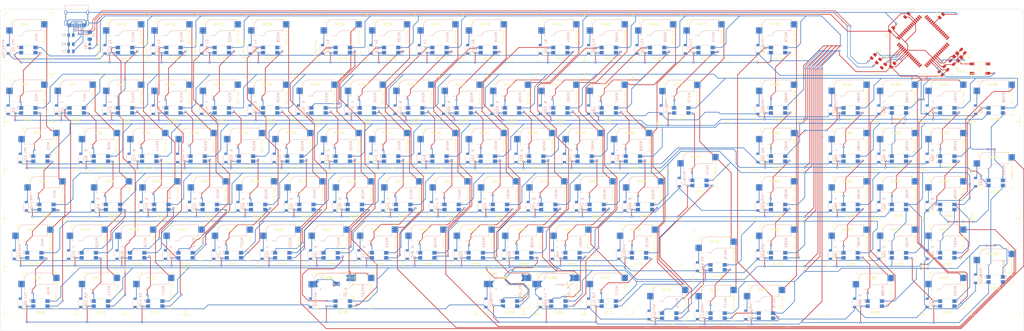
<source format=kicad_pcb>
(kicad_pcb (version 20211014) (generator pcbnew)
  (layers (0 "F.Cu" signal) (31 "B.Cu" signal) (34 "B.Paste" user) (35 "F.Paste" user) (36 "B.SilkS" user "B.Silkscreen") (37 "F.SilkS" user "F.Silkscreen") (38 "B.Mask" user) (39 "F.Mask" user) (44 "Edge.Cuts" user))
  (net 0 "")
  (net 1 "VCC")
  (net 2 "GND")
  (net 3 "+5V")
  (net 4 "Net-(C5-Pad1)")
  (net 5 "Net-(C6-Pad1)")
  (net 6 "Net-(C8-Pad1)")
  (net 7 "ROW0")
  (net 8 "Net-(D1-Pad2)")
  (net 9 "ROW1")
  (net 10 "Net-(D2-Pad2)")
  (net 11 "ROW2")
  (net 12 "Net-(D3-Pad2)")
  (net 13 "ROW3")
  (net 14 "Net-(D4-Pad2)")
  (net 15 "ROW4")
  (net 16 "Net-(D5-Pad2)")
  (net 17 "ROW5")
  (net 18 "Net-(D6-Pad2)")
  (net 19 "Net-(D7-Pad2)")
  (net 20 "Net-(D8-Pad2)")
  (net 21 "Net-(D9-Pad2)")
  (net 22 "Net-(D10-Pad2)")
  (net 23 "Net-(D11-Pad2)")
  (net 24 "Net-(D12-Pad2)")
  (net 25 "Net-(D13-Pad2)")
  (net 26 "Net-(D14-Pad2)")
  (net 27 "Net-(D15-Pad2)")
  (net 28 "Net-(D16-Pad2)")
  (net 29 "Net-(D17-Pad2)")
  (net 30 "Net-(D18-Pad2)")
  (net 31 "Net-(D19-Pad2)")
  (net 32 "Net-(D20-Pad2)")
  (net 33 "Net-(D21-Pad2)")
  (net 34 "Net-(D22-Pad2)")
  (net 35 "Net-(D23-Pad2)")
  (net 36 "Net-(D24-Pad2)")
  (net 37 "Net-(D25-Pad2)")
  (net 38 "Net-(D26-Pad2)")
  (net 39 "Net-(D27-Pad2)")
  (net 40 "Net-(D28-Pad2)")
  (net 41 "Net-(D29-Pad2)")
  (net 42 "Net-(D30-Pad2)")
  (net 43 "Net-(D31-Pad2)")
  (net 44 "Net-(D32-Pad2)")
  (net 45 "Net-(D33-Pad2)")
  (net 46 "Net-(D34-Pad2)")
  (net 47 "Net-(D35-Pad2)")
  (net 48 "Net-(D36-Pad2)")
  (net 49 "Net-(D37-Pad2)")
  (net 50 "Net-(D38-Pad2)")
  (net 51 "Net-(D39-Pad2)")
  (net 52 "Net-(D40-Pad2)")
  (net 53 "Net-(D41-Pad2)")
  (net 54 "Net-(D42-Pad2)")
  (net 55 "Net-(D43-Pad2)")
  (net 56 "Net-(D44-Pad2)")
  (net 57 "Net-(D45-Pad2)")
  (net 58 "Net-(D46-Pad2)")
  (net 59 "Net-(D47-Pad2)")
  (net 60 "Net-(D48-Pad2)")
  (net 61 "Net-(D49-Pad2)")
  (net 62 "Net-(D50-Pad2)")
  (net 63 "Net-(D51-Pad2)")
  (net 64 "Net-(D52-Pad2)")
  (net 65 "Net-(D53-Pad2)")
  (net 66 "Net-(D54-Pad2)")
  (net 67 "Net-(D55-Pad2)")
  (net 68 "Net-(D56-Pad2)")
  (net 69 "Net-(D57-Pad2)")
  (net 70 "Net-(D58-Pad2)")
  (net 71 "Net-(D59-Pad2)")
  (net 72 "Net-(D60-Pad2)")
  (net 73 "Net-(D61-Pad2)")
  (net 74 "Net-(D62-Pad2)")
  (net 75 "Net-(D63-Pad2)")
  (net 76 "Net-(D64-Pad2)")
  (net 77 "Net-(D65-Pad2)")
  (net 78 "Net-(D66-Pad2)")
  (net 79 "Net-(D67-Pad2)")
  (net 80 "Net-(D68-Pad2)")
  (net 81 "Net-(D69-Pad2)")
  (net 82 "Net-(D70-Pad2)")
  (net 83 "Net-(D71-Pad2)")
  (net 84 "Net-(D72-Pad2)")
  (net 85 "Net-(D73-Pad2)")
  (net 86 "Net-(D74-Pad2)")
  (net 87 "Net-(D75-Pad2)")
  (net 88 "Net-(D76-Pad2)")
  (net 89 "Net-(D77-Pad2)")
  (net 90 "Net-(D78-Pad2)")
  (net 91 "Net-(D79-Pad2)")
  (net 92 "Net-(D80-Pad2)")
  (net 93 "Net-(D81-Pad2)")
  (net 94 "Net-(D82-Pad2)")
  (net 95 "Net-(D83-Pad2)")
  (net 96 "Net-(D84-Pad2)")
  (net 97 "Net-(D85-Pad2)")
  (net 98 "Net-(D86-Pad2)")
  (net 99 "Net-(D87-Pad2)")
  (net 100 "Net-(D88-Pad2)")
  (net 101 "Net-(D89-Pad2)")
  (net 102 "Net-(D90-Pad2)")
  (net 103 "Net-(D91-Pad2)")
  (net 104 "Net-(D92-Pad2)")
  (net 105 "Net-(D93-Pad2)")
  (net 106 "Net-(D94-Pad2)")
  (net 107 "Net-(D95-Pad2)")
  (net 108 "Net-(D96-Pad2)")
  (net 109 "Net-(D97-Pad2)")
  (net 110 "Net-(D98-Pad2)")
  (net 111 "Net-(D99-Pad2)")
  (net 112 "Net-(D100-Pad2)")
  (net 113 "RGBDIN")
  (net 114 "Net-(F1-Pad1)")
  (net 115 "Net-(J1-PadA5)")
  (net 116 "D+")
  (net 117 "D-")
  (net 119 "Net-(J1-PadB5)")
  (net 121 "COL0")
  (net 122 "COL1")
  (net 123 "COL2")
  (net 124 "COL3")
  (net 125 "COL4")
  (net 126 "COL5")
  (net 127 "COL6")
  (net 128 "COL7")
  (net 129 "COL8")
  (net 130 "COL9")
  (net 131 "COL10")
  (net 132 "COL11")
  (net 133 "COL12")
  (net 134 "COL13")
  (net 135 "COL14")
  (net 136 "COL15")
  (net 137 "COL16")
  (net 138 "COL17")
  (net 139 "Net-(R3-Pad1)")
  (net 140 "Net-(R4-Pad1)")
  (net 141 "Net-(R5-Pad1)")
  (net 142 "Net-(R6-Pad2)")
  (net 191 "/LED")
  (footprint "kailh-switches-hotswap:Kailh-Hotswap-1U" (layer "F.Cu") (at 167.48125 217.4875)
    (fp_text reference "MX20")
    (fp_text value "MX-NoLED")
  )
  (footprint "led:SK6812MINI_3.5x3.7mm_SMD-Flipped-Back" (layer "F.Cu") (at 103.1875 255.5875)
    (fp_text reference "D105")
    (fp_text value "SK6812MINI")
    (fp_line (start 1.95 6.91) (end 1.95 3.21) (layer "Edge.Cuts") (width 0.12))
    (fp_line (start -1.95 6.91) (end 1.95 6.91) (layer "Edge.Cuts") (width 0.12))
    (fp_line (start -1.95 3.21) (end -1.95 6.91) (layer "Edge.Cuts") (width 0.12))
    (fp_line (start 1.95 3.21) (end -1.95 3.21) (layer "Edge.Cuts") (width 0.12))
  )
  (footprint "led:SK6812MINI_3.5x3.7mm_SMD-Flipped-Back" (layer "F.Cu") (at 357.98125 198.4375)
    (fp_text reference "D173")
    (fp_text value "SK6812MINI")
    (fp_line (start -1.95 6.91) (end 1.95 6.91) (layer "Edge.Cuts") (width 0.12))
    (fp_line (start 1.95 3.21) (end -1.95 3.21) (layer "Edge.Cuts") (width 0.12))
    (fp_line (start -1.95 3.21) (end -1.95 6.91) (layer "Edge.Cuts") (width 0.12))
    (fp_line (start 1.95 6.91) (end 1.95 3.21) (layer "Edge.Cuts") (width 0.12))
  )
  (footprint "led:SK6812MINI_3.5x3.7mm_SMD-Flipped-Back" (layer "F.Cu") (at 262.73125 174.625)
    (fp_text reference "D144")
    (fp_text value "SK6812MINI")
    (fp_line (start 1.95 3.21) (end -1.95 3.21) (layer "Edge.Cuts") (width 0.12))
    (fp_line (start -1.95 3.21) (end -1.95 6.91) (layer "Edge.Cuts") (width 0.12))
    (fp_line (start 1.95 6.91) (end 1.95 3.21) (layer "Edge.Cuts") (width 0.12))
    (fp_line (start -1.95 6.91) (end 1.95 6.91) (layer "Edge.Cuts") (width 0.12))
  )
  (footprint "kailh-switches-hotswap:Kailh-Hotswap-1U" (layer "F.Cu") (at 443.70625 236.5375)
    (fp_text reference "MX91")
    (fp_text value "MX-NoLED")
  )
  (footprint "random-keyboard-parts:SKQG-1155865" (layer "F.Cu") (at 475.6 187 180)
    (fp_text reference "SW1")
    (fp_text value "SW_Push")
  )
  (footprint "kailh-switches-hotswap:Kailh-Hotswap-1U" (layer "F.Cu") (at 129.38125 274.6375)
    (fp_text reference "MX11")
    (fp_text value "MX-NoLED")
  )
  (footprint "kailh-switches-hotswap:Kailh-Hotswap-1U" (layer "F.Cu") (at 443.70625 198.4375)
    (fp_text reference "MX89")
    (fp_text value "MX-NoLED")
  )
  (footprint "led:SK6812MINI_3.5x3.7mm_SMD-Flipped-Back" (layer "F.Cu") (at 224.63125 274.6375)
    (fp_text reference "D138")
    (fp_text value "SK6812MINI")
    (fp_line (start -1.95 3.21) (end -1.95 6.91) (layer "Edge.Cuts") (width 0.12))
    (fp_line (start 1.95 6.91) (end 1.95 3.21) (layer "Edge.Cuts") (width 0.12))
    (fp_line (start 1.95 3.21) (end -1.95 3.21) (layer "Edge.Cuts") (width 0.12))
    (fp_line (start -1.95 6.91) (end 1.95 6.91) (layer "Edge.Cuts") (width 0.12))
  )
  (footprint "led:SK6812MINI_3.5x3.7mm_SMD-Flipped-Back" (layer "F.Cu") (at 372.26875 260.35)
    (fp_text reference "D176")
    (fp_text value "SK6812MINI")
    (fp_line (start -1.95 6.91) (end 1.95 6.91) (layer "Edge.Cuts") (width 0.12))
    (fp_line (start 1.95 3.21) (end -1.95 3.21) (layer "Edge.Cuts") (width 0.12))
    (fp_line (start -1.95 3.21) (end -1.95 6.91) (layer "Edge.Cuts") (width 0.12))
    (fp_line (start 1.95 6.91) (end 1.95 3.21) (layer "Edge.Cuts") (width 0.12))
  )
  (footprint "kailh-switches-hotswap:Kailh-Hotswap-1U" (layer "F.Cu") (at 215.10625 198.4375)
    (fp_text reference "MX34")
    (fp_text value "MX-NoLED")
  )
  (footprint "led:SK6812MINI_3.5x3.7mm_SMD-Flipped-Back" (layer "F.Cu") (at 291.30625 198.4375)
    (fp_text reference "D155")
    (fp_text value "SK6812MINI")
    (fp_line (start -1.95 3.21) (end -1.95 6.91) (layer "Edge.Cuts") (width 0.12))
    (fp_line (start 1.95 3.21) (end -1.95 3.21) (layer "Edge.Cuts") (width 0.12))
    (fp_line (start 1.95 6.91) (end 1.95 3.21) (layer "Edge.Cuts") (width 0.12))
    (fp_line (start -1.95 6.91) (end 1.95 6.91) (layer "Edge.Cuts") (width 0.12))
  )
  (footprint "led:SK6812MINI_3.5x3.7mm_SMD-Flipped-Back" (layer "F.Cu") (at 296.06875 255.5875)
    (fp_text reference "D158")
    (fp_text value "SK6812MINI")
    (fp_line (start -1.95 6.91) (end 1.95 6.91) (layer "Edge.Cuts") (width 0.12))
    (fp_line (start -1.95 3.21) (end -1.95 6.91) (layer "Edge.Cuts") (width 0.12))
    (fp_line (start 1.95 3.21) (end -1.95 3.21) (layer "Edge.Cuts") (width 0.12))
    (fp_line (start 1.95 6.91) (end 1.95 3.21) (layer "Edge.Cuts") (width 0.12))
  )
  (footprint "kailh-switches-hotswap:Kailh-Hotswap-1U" (layer "F.Cu") (at 262.73125 217.4875)
    (fp_text reference "MX46")
    (fp_text value "MX-NoLED")
  )
  (footprint "led:SK6812MINI_3.5x3.7mm_SMD-Flipped-Back" (layer "F.Cu") (at 272.25625 198.4375)
    (fp_text reference "D150")
    (fp_text value "SK6812MINI")
    (fp_line (start -1.95 3.21) (end -1.95 6.91) (layer "Edge.Cuts") (width 0.12))
    (fp_line (start 1.95 6.91) (end 1.95 3.21) (layer "Edge.Cuts") (width 0.12))
    (fp_line (start 1.95 3.21) (end -1.95 3.21) (layer "Edge.Cuts") (width 0.12))
    (fp_line (start -1.95 6.91) (end 1.95 6.91) (layer "Edge.Cuts") (width 0.12))
  )
  (footprint "kailh-switches-hotswap:Kailh-Hotswap-1U" (layer "F.Cu") (at 219.86875 255.5875)
    (fp_text reference "MX37")
    (fp_text value "MX-NoLED")
  )
  (footprint "led:SK6812MINI_3.5x3.7mm_SMD-Flipped-Back" (layer "F.Cu") (at 309.5625 274.6375)
    (fp_text reference "D165")
    (fp_text value "SK6812MINI")
    (fp_line (start 1.95 3.21) (end -1.95 3.21) (layer "Edge.Cuts") (width 0.12))
    (fp_line (start -1.95 6.91) (end 1.95 6.91) (layer "Edge.Cuts") (width 0.12))
    (fp_line (start -1.95 3.21) (end -1.95 6.91) (layer "Edge.Cuts") (width 0.12))
    (fp_line (start 1.95 6.91) (end 1.95 3.21) (layer "Edge.Cuts") (width 0.12))
  )
  (footprint "led:SK6812MINI_3.5x3.7mm_SMD-Flipped-Back" (layer "F.Cu") (at 281.78125 217.4875)
    (fp_text reference "D151")
    (fp_text value "SK6812MINI")
    (fp_line (start 1.95 3.21) (end -1.95 3.21) (layer "Edge.Cuts") (width 0.12))
    (fp_line (start -1.95 6.91) (end 1.95 6.91) (layer "Edge.Cuts") (width 0.12))
    (fp_line (start 1.95 6.91) (end 1.95 3.21) (layer "Edge.Cuts") (width 0.12))
    (fp_line (start -1.95 3.21) (end -1.95 6.91) (layer "Edge.Cuts") (width 0.12))
  )
  (footprint "kailh-switches-hotswap:Kailh-Hotswap-1.25U" (layer "F.Cu") (at 307.975 274.6375)
    (fp_text reference "MX104")
    (fp_text value "MX-NoLED")
  )
  (footprint "kailh-switches-hotswap:Kailh-Hotswap-1.75U" (layer "F.Cu") (at 341.3125 255.5875)
    (fp_text reference "MX70")
    (fp_text value "MX-NoLED")
  )
  (footprint "Capacitor_SMD:C_0805_2012Metric" (layer "F.Cu") (at 462.2 186.8 135)
    (fp_text reference "C4")
    (fp_text value "0.1uF")
  )
  (footprint "led:SK6812MINI_3.5x3.7mm_SMD-Flipped-Back" (layer "F.Cu") (at 286.54375 236.5375)
    (fp_text reference "D152")
    (fp_text value "SK6812MINI")
    (fp_line (start -1.95 3.21) (end -1.95 6.91) (layer "Edge.Cuts") (width 0.12))
    (fp_line (start -1.95 6.91) (end 1.95 6.91) (layer "Edge.Cuts") (width 0.12))
    (fp_line (start 1.95 3.21) (end -1.95 3.21) (layer "Edge.Cuts") (width 0.12))
    (fp_line (start 1.95 6.91) (end 1.95 3.21) (layer "Edge.Cuts") (width 0.12))
  )
  (footprint "Capacitor_SMD:C_0805_2012Metric" (layer "F.Cu") (at 437.6 186 -135)
    (fp_text reference "C8")
    (fp_text value "1uF")
  )
  (footprint "led:SK6812MINI_3.5x3.7mm_SMD-Flipped-Back" (layer "F.Cu") (at 143.66875 255.5875)
    (fp_text reference "D116")
    (fp_text value "SK6812MINI")
    (fp_line (start -1.95 6.91) (end 1.95 6.91) (layer "Edge.Cuts") (width 0.12))
    (fp_line (start 1.95 3.21) (end -1.95 3.21) (layer "Edge.Cuts") (width 0.12))
    (fp_line (start -1.95 3.21) (end -1.95 6.91) (layer "Edge.Cuts") (width 0.12))
    (fp_line (start 1.95 6.91) (end 1.95 3.21) (layer "Edge.Cuts") (width 0.12))
  )
  (footprint "led:SK6812MINI_3.5x3.7mm_SMD-Flipped-Back" (layer "F.Cu") (at 177.00625 198.4375)
    (fp_text reference "D124")
    (fp_text value "SK6812MINI")
    (fp_line (start 1.95 6.91) (end 1.95 3.21) (layer "Edge.Cuts") (width 0.12))
    (fp_line (start -1.95 6.91) (end 1.95 6.91) (layer "Edge.Cuts") (width 0.12))
    (fp_line (start 1.95 3.21) (end -1.95 3.21) (layer "Edge.Cuts") (width 0.12))
    (fp_line (start -1.95 3.21) (end -1.95 6.91) (layer "Edge.Cuts") (width 0.12))
  )
  (footprint "led:SK6812MINI_3.5x3.7mm_SMD-Flipped-Back" (layer "F.Cu") (at 243.68125 174.625)
    (fp_text reference "D139")
    (fp_text value "SK6812MINI")
    (fp_line (start -1.95 6.91) (end 1.95 6.91) (layer "Edge.Cuts") (width 0.12))
    (fp_line (start -1.95 3.21) (end -1.95 6.91) (layer "Edge.Cuts") (width 0.12))
    (fp_line (start 1.95 3.21) (end -1.95 3.21) (layer "Edge.Cuts") (width 0.12))
    (fp_line (start 1.95 6.91) (end 1.95 3.21) (layer "Edge.Cuts") (width 0.12))
  )
  (footprint "led:SK6812MINI_3.5x3.7mm_SMD-Flipped-Back" (layer "F.Cu") (at 424.65625 236.5375)
    (fp_text reference "D186")
    (fp_text value "SK6812MINI")
    (fp_line (start -1.95 3.21) (end -1.95 6.91) (layer "Edge.Cuts") (width 0.12))
    (fp_line (start 1.95 3.21) (end -1.95 3.21) (layer "Edge.Cuts") (width 0.12))
    (fp_line (start 1.95 6.91) (end 1.95 3.21) (layer "Edge.Cuts") (width 0.12))
    (fp_line (start -1.95 6.91) (end 1.95 6.91) (layer "Edge.Cuts") (width 0.12))
  )
  (footprint "led:SK6812MINI_3.5x3.7mm_SMD-Flipped-Back" (layer "F.Cu") (at 481.80625 265.1125)
    (fp_text reference "D200")
    (fp_text value "SK6812MINI")
    (fp_line (start -1.95 3.21) (end -1.95 6.91) (layer "Edge.Cuts") (width 0.12))
    (fp_line (start 1.95 3.21) (end -1.95 3.21) (layer "Edge.Cuts") (width 0.12))
    (fp_line (start -1.95 6.91) (end 1.95 6.91) (layer "Edge.Cuts") (width 0.12))
    (fp_line (start 1.95 6.91) (end 1.95 3.21) (layer "Edge.Cuts") (width 0.12))
  )
  (footprint "kailh-switches-hotswap:Kailh-Hotswap-1U" (layer "F.Cu") (at 157.95625 174.625)
    (fp_text reference "MX18")
    (fp_text value "MX-NoLED")
  )
  (footprint "led:SK6812MINI_3.5x3.7mm_SMD-Flipped-Back" (layer "F.Cu") (at 167.48125 217.4875)
    (fp_text reference "D120")
    (fp_text value "SK6812MINI")
    (fp_line (start -1.95 6.91) (end 1.95 6.91) (layer "Edge.Cuts") (width 0.12))
    (fp_line (start 1.95 3.21) (end -1.95 3.21) (layer "Edge.Cuts") (width 0.12))
    (fp_line (start 1.95 6.91) (end 1.95 3.21) (layer "Edge.Cuts") (width 0.12))
    (fp_line (start -1.95 3.21) (end -1.95 6.91) (layer "Edge.Cuts") (width 0.12))
  )
  (footprint "led:SK6812MINI_3.5x3.7mm_SMD-Flipped-Back" (layer "F.Cu") (at 462.75625 236.5375)
    (fp_text reference "D196")
    (fp_text value "SK6812MINI")
    (fp_line (start -1.95 6.91) (end 1.95 6.91) (layer "Edge.Cuts") (width 0.12))
    (fp_line (start -1.95 3.21) (end -1.95 6.91) (layer "Edge.Cuts") (width 0.12))
    (fp_line (start 1.95 3.21) (end -1.95 3.21) (layer "Edge.Cuts") (width 0.12))
    (fp_line (start 1.95 6.91) (end 1.95 3.21) (layer "Edge.Cuts") (width 0.12))
  )
  (footprint "kailh-switches-hotswap:Kailh-Hotswap-1U" (layer "F.Cu") (at 291.30625 198.4375)
    (fp_text reference "MX55")
    (fp_text value "MX-NoLED")
  )
  (footprint "kailh-switches-hotswap:Kailh-Hotswap-1U" (layer "F.Cu") (at 138.90625 198.4375)
    (fp_text reference "MX13")
    (fp_text value "MX-NoLED")
  )
  (footprint "led:SK6812MINI_3.5x3.7mm_SMD-Flipped-Back" (layer "F.Cu") (at 281.78125 174.625)
    (fp_text reference "D149")
    (fp_text value "SK6812MINI")
    (fp_line (start 1.95 6.91) (end 1.95 3.21) (layer "Edge.Cuts") (width 0.12))
    (fp_line (start -1.95 6.91) (end 1.95 6.91) (layer "Edge.Cuts") (width 0.12))
    (fp_line (start 1.95 3.21) (end -1.95 3.21) (layer "Edge.Cuts") (width 0.12))
    (fp_line (start -1.95 3.21) (end -1.95 6.91) (layer "Edge.Cuts") (width 0.12))
  )
  (footprint "kailh-switches-hotswap:Kailh-Hotswap-1U" (layer "F.Cu") (at 253.20625 198.4375)
    (fp_text reference "MX45")
    (fp_text value "MX-NoLED")
  )
  (footprint "kailh-switches-hotswap:Kailh-Hotswap-1U" (layer "F.Cu") (at 353.21875 279.4)
    (fp_text reference "MX75")
    (fp_text value "MX-NoLED")
  )
  (footprint "led:SK6812MINI_3.5x3.7mm_SMD-Flipped-Back" (layer "F.Cu") (at 210.34375 236.5375)
    (fp_text reference "D131")
    (fp_text value "SK6812MINI")
    (fp_line (start -1.95 6.91) (end 1.95 6.91) (layer "Edge.Cuts") (width 0.12))
    (fp_line (start 1.95 6.91) (end 1.95 3.21) (layer "Edge.Cuts") (width 0.12))
    (fp_line (start -1.95 3.21) (end -1.95 6.91) (layer "Edge.Cuts") (width 0.12))
    (fp_line (start 1.95 3.21) (end -1.95 3.21) (layer "Edge.Cuts") (width 0.12))
  )
  (footprint "Resistor_SMD:R_0805_2012Metric" (layer "F.Cu") (at 433.6 182.2 -135)
    (fp_text reference "R3")
    (fp_text value "22")
  )
  (footprint "led:SK6812MINI_3.5x3.7mm_SMD-Flipped-Back" (layer "F.Cu") (at 434.18125 274.6375)
    (fp_text reference "D188")
    (fp_text value "SK6812MINI")
    (fp_line (start 1.95 3.21) (end -1.95 3.21) (layer "Edge.Cuts") (width 0.12))
    (fp_line (start -1.95 3.21) (end -1.95 6.91) (layer "Edge.Cuts") (width 0.12))
    (fp_line (start 1.95 6.91) (end 1.95 3.21) (layer "Edge.Cuts") (width 0.12))
    (fp_line (start -1.95 6.91) (end 1.95 6.91) (layer "Edge.Cuts") (width 0.12))
  )
  (footprint "kailh-switches-hotswap:Kailh-Hotswap-1U" (layer "F.Cu") (at 234.15625 198.4375)
    (fp_text reference "MX40")
    (fp_text value "MX-NoLED")
  )
  (footprint "kailh-switches-hotswap:Kailh-Hotswap-1U" (layer "F.Cu") (at 262.73125 174.625)
    (fp_text reference "MX44")
    (fp_text value "MX-NoLED")
  )
  (footprint "led:SK6812MINI_3.5x3.7mm_SMD-Flipped-Back" (layer "F.Cu") (at 315.11875 255.5875)
    (fp_text reference "D164")
    (fp_text value "SK6812MINI")
    (fp_line (start -1.95 6.91) (end 1.95 6.91) (layer "Edge.Cuts") (width 0.12))
    (fp_line (start -1.95 3.21) (end -1.95 6.91) (layer "Edge.Cuts") (width 0.12))
    (fp_line (start 1.95 3.21) (end -1.95 3.21) (layer "Edge.Cuts") (width 0.12))
    (fp_line (start 1.95 6.91) (end 1.95 3.21) (layer "Edge.Cuts") (width 0.12))
  )
  (footprint "led:SK6812MINI_3.5x3.7mm_SMD-Flipped-Back" (layer "F.Cu") (at 348.45625 174.625)
    (fp_text reference "D166")
    (fp_text value "SK6812MINI")
    (fp_line (start -1.95 6.91) (end 1.95 6.91) (layer "Edge.Cuts") (width 0.12))
    (fp_line (start 1.95 3.21) (end -1.95 3.21) (layer "Edge.Cuts") (width 0.12))
    (fp_line (start 1.95 6.91) (end 1.95 3.21) (layer "Edge.Cuts") (width 0.12))
    (fp_line (start -1.95 3.21) (end -1.95 6.91) (layer "Edge.Cuts") (width 0.12))
  )
  (footprint "kailh-switches-hotswap:Kailh-Hotswap-1U" (layer "F.Cu") (at 329.40625 198.4375)
    (fp_text reference "MX67")
    (fp_text value "MX-NoLED")
  )
  (footprint "led:SK6812MINI_3.5x3.7mm_SMD-Flipped-Back" (layer "F.Cu") (at 443.70625 255.5875)
    (fp_text reference "D192")
    (fp_text value "SK6812MINI")
    (fp_line (start -1.95 6.91) (end 1.95 6.91) (layer "Edge.Cuts") (width 0.12))
    (fp_line (start 1.95 3.21) (end -1.95 3.21) (layer "Edge.Cuts") (width 0.12))
    (fp_line (start 1.95 6.91) (end 1.95 3.21) (layer "Edge.Cuts") (width 0.12))
    (fp_line (start -1.95 3.21) (end -1.95 6.91) (layer "Edge.Cuts") (width 0.12))
  )
  (footprint "led:SK6812MINI_3.5x3.7mm_SMD-Flipped-Back" (layer "F.Cu") (at 177.00625 174.625)
    (fp_text reference "D123")
    (fp_text value "SK6812MINI")
    (fp_line (start 1.95 6.91) (end 1.95 3.21) (layer "Edge.Cuts") (width 0.12))
    (fp_line (start -1.95 3.21) (end -1.95 6.91) (layer "Edge.Cuts") (width 0.12))
    (fp_line (start 1.95 3.21) (end -1.95 3.21) (layer "Edge.Cuts") (width 0.12))
    (fp_line (start -1.95 6.91) (end 1.95 6.91) (layer "Edge.Cuts") (width 0.12))
  )
  (footprint "Capacitor_SMD:C_0805_2012Metric" (layer "F.Cu") (at 464.6 184.6 -45)
    (fp_text reference "C6")
    (fp_text value "22pF")
  )
  (footprint "led:SK6812MINI_3.5x3.7mm_SMD-Flipped-Back" (layer "F.Cu") (at 329.40625 274.6375)
    (fp_text reference "D171")
    (fp_text value "SK6812MINI")
    (fp_line (start 1.95 3.21) (end -1.95 3.21) (layer "Edge.Cuts") (width 0.12))
    (fp_line (start -1.95 6.91) (end 1.95 6.91) (layer "Edge.Cuts") (width 0.12))
    (fp_line (start -1.95 3.21) (end -1.95 6.91) (layer "Edge.Cuts") (width 0.12))
    (fp_line (start 1.95 6.91) (end 1.95 3.21) (layer "Edge.Cuts") (width 0.12))
  )
  (footprint "led:SK6812MINI_3.5x3.7mm_SMD-Flipped-Back" (layer "F.Cu") (at 150.8125 274.6375)
    (fp_text reference "D117")
    (fp_text value "SK6812MINI")
    (fp_line (start -1.95 3.21) (end -1.95 6.91) (layer "Edge.Cuts") (width 0.12))
    (fp_line (start -1.95 6.91) (end 1.95 6.91) (layer "Edge.Cuts") (width 0.12))
    (fp_line (start 1.95 3.21) (end -1.95 3.21) (layer "Edge.Cuts") (width 0.12))
    (fp_line (start 1.95 6.91) (end 1.95 3.21) (layer "Edge.Cuts") (width 0.12))
  )
  (footprint "kailh-switches-hotswap:Kailh-Hotswap-1U" (layer "F.Cu") (at 257.96875 255.5875)
    (fp_text reference "MX48")
    (fp_text value "MX-NoLED")
  )
  (footprint "led:SK6812MINI_3.5x3.7mm_SMD-Flipped-Back" (layer "F.Cu") (at 129.38125 217.4875)
    (fp_text reference "D108")
    (fp_text value "SK6812MINI")
    (fp_line (start 1.95 6.91) (end 1.95 3.21) (layer "Edge.Cuts") (width 0.12))
    (fp_line (start -1.95 6.91) (end 1.95 6.91) (layer "Edge.Cuts") (width 0.12))
    (fp_line (start -1.95 3.21) (end -1.95 6.91) (layer "Edge.Cuts") (width 0.12))
    (fp_line (start 1.95 3.21) (end -1.95 3.21) (layer "Edge.Cuts") (width 0.12))
  )
  (footprint "led:SK6812MINI_3.5x3.7mm_SMD-Flipped-Back" (layer "F.Cu") (at 365.125 227.0125)
    (fp_text reference "D174")
    (fp_text value "SK6812MINI")
    (fp_line (start 1.95 6.91) (end 1.95 3.21) (layer "Edge.Cuts") (width 0.12))
    (fp_line (start 1.95 3.21) (end -1.95 3.21) (layer "Edge.Cuts") (width 0.12))
    (fp_line (start -1.95 3.21) (end -1.95 6.91) (layer "Edge.Cuts") (width 0.12))
    (fp_line (start -1.95 6.91) (end 1.95 6.91) (layer "Edge.Cuts") (width 0.12))
  )
  (footprint "kailh-switches-hotswap:Kailh-Hotswap-1U" (layer "F.Cu") (at 443.70625 255.5875)
    (fp_text reference "MX92")
    (fp_text value "MX-NoLED")
  )
  (footprint "led:SK6812MINI_3.5x3.7mm_SMD-Flipped-Back" (layer "F.Cu") (at 305.59375 236.5375)
    (fp_text reference "D157")
    (fp_text value "SK6812MINI")
    (fp_line (start -1.95 3.21) (end -1.95 6.91) (layer "Edge.Cuts") (width 0.12))
    (fp_line (start 1.95 3.21) (end -1.95 3.21) (layer "Edge.Cuts") (width 0.12))
    (fp_line (start -1.95 6.91) (end 1.95 6.91) (layer "Edge.Cuts") (width 0.12))
    (fp_line (start 1.95 6.91) (end 1.95 3.21) (layer "Edge.Cuts") (width 0.12))
  )
  (footprint "kailh-switches-hotswap:Kailh-Hotswap-1U" (layer "F.Cu") (at 338.93125 217.4875)
    (fp_text reference "MX68")
    (fp_text value "MX-NoLED")
  )
  (footprint "kailh-switches-hotswap:Kailh-Hotswap-1U" (layer "F.Cu") (at 396.08125 217.4875)
    (fp_text reference "MX81")
    (fp_text value "MX-NoLED")
  )
  (footprint "kailh-switches-hotswap:Kailh-Hotswap-1U" (layer "F.Cu") (at 481.80625 198.4375)
    (fp_text reference "MX98")
    (fp_text value "MX-NoLED")
  )
  (footprint "kailh-switches-hotswap:Kailh-Hotswap-1U" (layer "F.Cu") (at 172.24375 236.5375)
    (fp_text reference "MX21")
    (fp_text value "MX-NoLED")
  )
  (footprint "Package_QFP:TQFP-64_14x14mm_P0.8mm" (layer "F.Cu") (at 453.23125 176.2125 45)
    (fp_text reference "U1")
    (fp_text value "AT90USB1286-AU")
  )
  (footprint "led:SK6812MINI_3.5x3.7mm_SMD-Flipped-Back" (layer "F.Cu") (at 310.35625 174.625)
    (fp_text reference "D154")
    (fp_text value "SK6812MINI")
    (fp_line (start 1.95 3.21) (end -1.95 3.21) (layer "Edge.Cuts") (width 0.12))
    (fp_line (start 1.95 6.91) (end 1.95 3.21) (layer "Edge.Cuts") (width 0.12))
    (fp_line (start -1.95 3.21) (end -1.95 6.91) (layer "Edge.Cuts") (width 0.12))
    (fp_line (start -1.95 6.91) (end 1.95 6.91) (layer "Edge.Cuts") (width 0.12))
  )
  (footprint "kailh-switches-hotswap:Kailh-Hotswap-1U" (layer "F.Cu") (at 319.88125 217.4875)
    (fp_text reference "MX62")
    (fp_text value "MX-NoLED")
  )
  (footprint "led:SK6812MINI_3.5x3.7mm_SMD-Flipped-Back" (layer "F.Cu") (at 172.24375 236.5375)
    (fp_text reference "D121")
    (fp_text value "SK6812MINI")
    (fp_line (start 1.95 6.91) (end 1.95 3.21) (layer "Edge.Cuts") (width 0.12))
    (fp_line (start -1.95 6.91) (end 1.95 6.91) (layer "Edge.Cuts") (width 0.12))
    (fp_line (start 1.95 3.21) (end -1.95 3.21) (layer "Edge.Cuts") (width 0.12))
    (fp_line (start -1.95 3.21) (end -1.95 6.91) (layer "Edge.Cuts") (width 0.12))
  )
  (footprint "kailh-switches-hotswap:Kailh-Hotswap-1U" (layer "F.Cu") (at 210.34375 236.5375)
    (fp_text reference "MX31")
    (fp_text value "MX-NoLED")
  )
  (footprint "led:SK6812MINI_3.5x3.7mm_SMD-Flipped-Back" (layer "F.Cu") (at 129.38125 274.6375)
    (fp_text reference "D111")
    (fp_text value "SK6812MINI")
    (fp_line (start -1.95 3.21) (end -1.95 6.91) (layer "Edge.Cuts") (width 0.12))
    (fp_line (start 1.95 6.91) (end 1.95 3.21) (layer "Edge.Cuts") (width 0.12))
    (fp_line (start -1.95 6.91) (end 1.95 6.91) (layer "Edge.Cuts") (width 0.12))
    (fp_line (start 1.95 3.21) (end -1.95 3.21) (layer "Edge.Cuts") (width 0.12))
  )
  (footprint "led:SK6812MINI_3.5x3.7mm_SMD-Flipped-Back" (layer "F.Cu") (at 200.81875 255.5875)
    (fp_text reference "D132")
    (fp_text value "SK6812MINI")
    (fp_line (start -1.95 6.91) (end 1.95 6.91) (layer "Edge.Cuts") (width 0.12))
    (fp_line (start -1.95 3.21) (end -1.95 6.91) (layer "Edge.Cuts") (width 0.12))
    (fp_line (start 1.95 6.91) (end 1.95 3.21) (layer "Edge.Cuts") (width 0.12))
    (fp_line (start 1.95 3.21) (end -1.95 3.21) (layer "Edge.Cuts") (width 0.12))
  )
  (footprint "kailh-switches-hotswap:Kailh-Hotswap-1U" (layer "F.Cu") (at 343.69375 236.5375)
    (fp_text reference "MX69")
    (fp_text value "MX-NoLED")
  )
  (footprint "led:SK6812MINI_3.5x3.7mm_SMD-Flipped-Back" (layer "F.Cu") (at 100.80625 174.625)
    (fp_text reference "D101")
    (fp_text value "SK6812MINI")
    (fp_line (start 1.95 6.91) (end 1.95 3.21) (layer "Edge.Cuts") (width 0.12))
    (fp_line (start -1.95 3.21) (end -1.95 6.91) (layer "Edge.Cuts") (width 0.12))
    (fp_line (start -1.95 6.91) (end 1.95 6.91) (layer "Edge.Cuts") (width 0.12))
    (fp_line (start 1.95 3.21) (end -1.95 3.21) (layer "Edge.Cuts") (width 0.12))
  )
  (footprint "kailh-switches-hotswap:Kailh-Hotswap-2U-Vertical" (layer "F.Cu") (at 481.80625 265.1125)
    (fp_text reference "MX100")
    (fp_text value "MX-NoLED")
  )
  (footprint "led:SK6812MINI_3.5x3.7mm_SMD-Flipped-Back" (layer "F.Cu") (at 329.40625 198.4375)
    (fp_text reference "D167")
    (fp_text value "SK6812MINI")
    (fp_line (start -1.95 6.91) (end 1.95 6.91) (layer "Edge.Cuts") (width 0.12))
    (fp_line (start -1.95 3.21) (end -1.95 6.91) (layer "Edge.Cuts") (width 0.12))
    (fp_line (start 1.95 3.21) (end -1.95 3.21) (layer "Edge.Cuts") (width 0.12))
    (fp_line (start 1.95 6.91) (end 1.95 3.21) (layer "Edge.Cuts") (width 0.12))
  )
  (footprint "led:SK6812MINI_3.5x3.7mm_SMD-Flipped-Back" (layer "F.Cu") (at 157.95625 174.625)
    (fp_text reference "D118")
    (fp_text value "SK6812MINI")
    (fp_line (start 1.95 3.21) (end -1.95 3.21) (layer "Edge.Cuts") (width 0.12))
    (fp_line (start 1.95 6.91) (end 1.95 3.21) (layer "Edge.Cuts") (width 0.12))
    (fp_line (start -1.95 6.91) (end 1.95 6.91) (layer "Edge.Cuts") (width 0.12))
    (fp_line (start -1.95 3.21) (end -1.95 6.91) (layer "Edge.Cuts") (width 0.12))
  )
  (footprint "kailh-switches-hotswap:Kailh-Hotswap-1U" (layer "F.Cu") (at 224.63125 174.625)
    (fp_text reference "MX33")
    (fp_text value "MX-NoLED")
  )
  (footprint "kailh-switches-hotswap:Kailh-Hotswap-1U" (layer "F.Cu") (at 177.00625 174.625)
    (fp_text reference "MX23")
    (fp_text value "MX-NoLED")
  )
  (footprint "kailh-switches-hotswap:Kailh-Hotswap-2U" (layer "F.Cu") (at 357.98125 198.4375)
    (fp_text reference "MX73")
    (fp_text value "MX-NoLED")
  )
  (footprint "kailh-switches-hotswap:Kailh-Hotswap-1U" (layer "F.Cu") (at 305.59375 236.5375)
    (fp_text reference "MX57")
    (fp_text value "MX-NoLED")
  )
  (footprint "kailh-switches-hotswap:Kailh-Hotswap-1U" (layer "F.Cu") (at 243.68125 217.4875)
    (fp_text reference "MX41")
    (fp_text value "MX-NoLED")
  )
  (footprint "kailh-switches-hotswap:Kailh-Hotswap-1U" (layer "F.Cu") (at 238.91875 255.5875)
    (fp_text reference "MX43")
    (fp_text value "MX-NoLED")
  )
  (footprint "led:SK6812MINI_3.5x3.7mm_SMD-Flipped-Back" (layer "F.Cu") (at 396.08125 255.5875)
    (fp_text reference "D183")
    (fp_text value "SK6812MINI")
    (fp_line (start 1.95 3.21) (end -1.95 3.21) (layer "Edge.Cuts") (width 0.12))
    (fp_line (start -1.95 3.21) (end -1.95 6.91) (layer "Edge.Cuts") (width 0.12))
    (fp_line (start -1.95 6.91) (end 1.95 6.91) (layer "Edge.Cuts") (width 0.12))
    (fp_line (start 1.95 6.91) (end 1.95 3.21) (layer "Edge.Cuts") (width 0.12))
  )
  (footprint "led:SK6812MINI_3.5x3.7mm_SMD-Flipped-Back" (layer "F.Cu") (at 424.65625 217.4875)
    (fp_text reference "D185")
    (fp_text value "SK6812MINI")
    (fp_line (start 1.95 3.21) (end -1.95 3.21) (layer "Edge.Cuts") (width 0.12))
    (fp_line (start -1.95 3.21) (end -1.95 6.91) (layer "Edge.Cuts") (width 0.12))
    (fp_line (start 1.95 6.91) (end 1.95 3.21) (layer "Edge.Cuts") (width 0.12))
    (fp_line (start -1.95 6.91) (end 1.95 6.91) (layer "Edge.Cuts") (width 0.12))
  )
  (footprint "led:SK6812MINI_3.5x3.7mm_SMD-Flipped-Back" (layer "F.Cu") (at 462.75625 198.4375)
    (fp_text reference "D194")
    (fp_text value "SK6812MINI")
    (fp_line (start -1.95 6.91) (end 1.95 6.91) (layer "Edge.Cuts") (width 0.12))
    (fp_line (start 1.95 3.21) (end -1.95 3.21) (layer "Edge.Cuts") (width 0.12))
    (fp_line (start -1.95 3.21) (end -1.95 6.91) (layer "Edge.Cuts") (width 0.12))
    (fp_line (start 1.95 6.91) (end 1.95 3.21) (layer "Edge.Cuts") (width 0.12))
  )
  (footprint "led:SK6812MINI_3.5x3.7mm_SMD-Flipped-Back" (layer "F.Cu") (at 105.56875 274.6375)
    (fp_text reference "D106")
    (fp_text value "SK6812MINI")
    (fp_line (start 1.95 6.91) (end 1.95 3.21) (layer "Edge.Cuts") (width 0.12))
    (fp_line (start 1.95 3.21) (end -1.95 3.21) (layer "Edge.Cuts") (width 0.12))
    (fp_line (start -1.95 6.91) (end 1.95 6.91) (layer "Edge.Cuts") (width 0.12))
    (fp_line (start -1.95 3.21) (end -1.95 6.91) (layer "Edge.Cuts") (width 0.12))
  )
  (footprint "led:SK6812MINI_3.5x3.7mm_SMD-Flipped-Back" (layer "F.Cu") (at 138.90625 174.625)
    (fp_text reference "D112")
    (fp_text value "SK6812MINI")
    (fp_line (start -1.95 6.91) (end 1.95 6.91) (layer "Edge.Cuts") (width 0.12))
    (fp_line (start 1.95 6.91) (end 1.95 3.21) (layer "Edge.Cuts") (width 0.12))
    (fp_line (start -1.95 3.21) (end -1.95 6.91) (layer "Edge.Cuts") (width 0.12))
    (fp_line (start 1.95 3.21) (end -1.95 3.21) (layer "Edge.Cuts") (width 0.12))
  )
  (footprint "kailh-switches-hotswap:Kailh-Hotswap-EnterISO" (layer "F.Cu") (at 365.125 227.0125)
    (fp_text reference "MX74")
    (fp_text value "MX-NoLED")
  )
  (footprint "kailh-switches-hotswap:Kailh-Hotswap-1U" (layer "F.Cu") (at 372.26875 260.35)
    (fp_text reference "MX76")
    (fp_text value "MX-NoLED")
  )
  (footprint "kailh-switches-hotswap:Kailh-Hotswap-1U" (layer "F.Cu") (at 462.75625 236.5375)
    (fp_text reference "MX96")
    (fp_text value "MX-NoLED")
  )
  (footprint "kailh-switches-hotswap:Kailh-Hotswap-1U" (layer "F.Cu") (at 134.14375 236.5375)
    (fp_text reference "MX9")
    (fp_text value "MX-NoLED")
  )
  (footprint "kailh-switches-hotswap:Kailh-Hotswap-1U" (layer "F.Cu") (at 181.76875 255.5875)
    (fp_text reference "MX27")
    (fp_text value "MX-NoLED")
  )
  (footprint "kailh-switches-hotswap:Kailh-Hotswap-1U" (layer "F.Cu") (at 162.71875 255.5875)
    (fp_text reference "MX22")
    (fp_text value "MX-NoLED")
  )
  (footprint "kailh-switches-hotswap:Kailh-Hotswap-1U" (layer "F.Cu") (at 329.40625 174.625)
    (fp_text reference "MX60")
    (fp_text value "MX-NoLED")
  )
  (footprint "led:SK6812MINI_3.5x3.7mm_SMD-Flipped-Back" (layer "F.Cu") (at 396.08125 198.4375)
    (fp_text reference "D180")
    (fp_text value "SK6812MINI")
    (fp_line (start 1.95 6.91) (end 1.95 3.21) (layer "Edge.Cuts") (width 0.12))
    (fp_line (start 1.95 3.21) (end -1.95 3.21) (layer "Edge.Cuts") (width 0.12))
    (fp_line (start -1.95 3.21) (end -1.95 6.91) (layer "Edge.Cuts") (width 0.12))
    (fp_line (start -1.95 6.91) (end 1.95 6.91) (layer "Edge.Cuts") (width 0.12))
  )
  (footprint "led:SK6812MINI_3.5x3.7mm_SMD-Flipped-Back" (layer "F.Cu") (at 341.3125 255.5875)
    (fp_text reference "D170")
    (fp_text value "SK6812MINI")
    (fp_line (start -1.95 3.21) (end -1.95 6.91) (layer "Edge.Cuts") (width 0.12))
    (fp_line (start -1.95 6.91) (end 1.95 6.91) (layer "Edge.Cuts") (width 0.12))
    (fp_line (start 1.95 6.91) (end 1.95 3.21) (layer "Edge.Cuts") (width 0.12))
    (fp_line (start 1.95 3.21) (end -1.95 3.21) (layer "Edge.Cuts") (width 0.12))
  )
  (footprint "Capacitor_SMD:C_0805_2012Metric" (layer "F.Cu") (at 441.2 185.6 45)
    (fp_text reference "C7")
    (fp_text value "10uF")
  )
  (footprint "led:SK6812MINI_3.5x3.7mm_SMD-Flipped-Back" (layer "F.Cu") (at 338.93125 217.4875)
    (fp_text reference "D168")
    (fp_text value "SK6812MINI")
    (fp_line (start -1.95 3.21) (end -1.95 6.91) (layer "Edge.Cuts") (width 0.12))
    (fp_line (start -1.95 6.91) (end 1.95 6.91) (layer "Edge.Cuts") (width 0.12))
    (fp_line (start 1.95 6.91) (end 1.95 3.21) (layer "Edge.Cuts") (width 0.12))
    (fp_line (start 1.95 3.21) (end -1.95 3.21) (layer "Edge.Cuts") (width 0.12))
  )
  (footprint "kailh-switches-hotswap:Kailh-Hotswap-1U" (layer "F.Cu") (at 391.31875 279.4)
    (fp_text reference "MX78")
    (fp_text value "MX-NoLED")
  )
  (footprint "kailh-switches-hotswap:Kailh-Hotswap-1U" (layer "F.Cu") (at 348.45625 174.625)
    (fp_text reference "MX66")
    (fp_text value "MX-NoLED")
  )
  (footprint "led:SK6812MINI_3.5x3.7mm_SMD-Flipped-Back" (layer "F.Cu") (at 367.50625 174.625)
    (fp_text reference "D172")
    (fp_text value "SK6812MINI")
    (fp_line (start -1.95 6.91) (end 1.95 6.91) (layer "Edge.Cuts") (width 0.12))
    (fp_line (start 1.95 6.91) (end 1.95 3.21) (layer "Edge.Cuts") (width 0.12))
    (fp_line (start 1.95 3.21) (end -1.95 3.21) (layer "Edge.Cuts") (width 0.12))
    (fp_line (start -1.95 3.21) (end -1.95 6.91) (layer "Edge.Cuts") (width 0.12))
  )
  (footprint "kailh-switches-hotswap:Kailh-Hotswap-1U" (layer "F.Cu") (at 462.75625 255.5875)
    (fp_text reference "MX97")
    (fp_text value "MX-NoLED")
  )
  (footprint "kailh-switches-hotswap:Kailh-Hotswap-1U" (layer "F.Cu") (at 329.40625 274.6375)
    (fp_text reference "MX71")
    (fp_text value "MX-NoLED")
  )
  (footprint "led:SK6812MINI_3.5x3.7mm_SMD-Flipped-Back" (layer "F.Cu") (at 396.08125 236.5375)
    (fp_text reference "D182")
    (fp_text value "SK6812MINI")
    (fp_line (start 1.95 6.91) (end 1.95 3.21) (layer "Edge.Cuts") (width 0.12))
    (fp_line (start 1.95 3.21) (end -1.95 3.21) (layer "Edge.Cuts") (width 0.12))
    (fp_line (start -1.95 6.91) (end 1.95 6.91) (layer "Edge.Cuts") (width 0.12))
    (fp_line (start -1.95 3.21) (end -1.95 6.91) (layer "Edge.Cuts") (width 0.12))
  )
  (footprint "kailh-switches-hotswap:Kailh-Hotswap-1.25U" (layer "F.Cu") (at 150.8125 274.6375)
    (fp_text reference "MX17")
    (fp_text value "MX-NoLED")
  )
  (footprint "led:SK6812MINI_3.5x3.7mm_SMD-Flipped-Back" (layer "F.Cu") (at 229.39375 236.5375)
    (fp_text reference "D136")
    (fp_text value "SK6812MINI")
    (fp_line (start -1.95 3.21) (end -1.95 6.91) (layer "Edge.Cuts") (width 0.12))
    (fp_line (start -1.95 6.91) (end 1.95 6.91) (layer "Edge.Cuts") (width 0.12))
    (fp_line (start 1.95 3.21) (end -1.95 3.21) (layer "Edge.Cuts") (width 0.12))
    (fp_line (start 1.95 6.91) (end 1.95 3.21) (layer "Edge.Cuts") (width 0.12))
  )
  (footprint "kailh-switches-hotswap:Kailh-Hotswap-1U" (layer "F.Cu") (at 196.05625 174.625)
    (fp_text reference "MX28")
    (fp_text value "MX-NoLED")
  )
  (footprint "kailh-switches-hotswap:Kailh-Hotswap-7U" (layer "F.Cu") (at 229.39375 274.6375)
    (fp_text reference "MX102")
    (fp_text value "MX-NoLED")
  )
  (footprint "kailh-switches-hotswap:Kailh-Hotswap-1U" (layer "F.Cu") (at 372.26875 279.4)
    (fp_text reference "MX77")
    (fp_text value "MX-NoLED")
  )
  (footprint "kailh-switches-hotswap:Kailh-Hotswap-1U" (layer "F.Cu") (at 462.75625 217.4875)
    (fp_text reference "MX95")
    (fp_text value "MX-NoLED")
  )
  (footprint "led:SK6812MINI_3.5x3.7mm_SMD-Flipped-Back" (layer "F.Cu") (at 324.64375 236.5375)
    (fp_text reference "D163")
    (fp_text value "SK6812MINI")
    (fp_line (start 1.95 3.21) (end -1.95 3.21) (layer "Edge.Cuts") (width 0.12))
    (fp_line (start 1.95 6.91) (end 1.95 3.21) (layer "Edge.Cuts") (width 0.12))
    (fp_line (start -1.95 6.91) (end 1.95 6.91) (layer "Edge.Cuts") (width 0.12))
    (fp_line (start -1.95 3.21) (end -1.95 6.91) (layer "Edge.Cuts") (width 0.12))
  )
  (footprint "led:SK6812MINI_3.5x3.7mm_SMD-Flipped-Back" (layer "F.Cu") (at 253.20625 198.4375)
    (fp_text reference "D145")
    (fp_text value "SK6812MINI")
    (fp_line (start 1.95 6.91) (end 1.95 3.21) (layer "Edge.Cuts") (width 0.12))
    (fp_line (start -1.95 3.21) (end -1.95 6.91) (layer "Edge.Cuts") (width 0.12))
    (fp_line (start 1.95 3.21) (end -1.95 3.21) (layer "Edge.Cuts") (width 0.12))
    (fp_line (start -1.95 6.91) (end 1.95 6.91) (layer "Edge.Cuts") (width 0.12))
  )
  (footprint "led:SK6812MINI_3.5x3.7mm_SMD-Flipped-Back" (layer "F.Cu") (at 277.01875 255.5875)
    (fp_text reference "D153")
    (fp_text value "SK6812MINI")
    (fp_line (start 1.95 3.21) (end -1.95 3.21) (layer "Edge.Cuts") (width 0.12))
    (fp_line (start -1.95 6.91) (end 1.95 6.91) (layer "Edge.Cuts") (width 0.12))
    (fp_line (start 1.95 6.91) (end 1.95 3.21) (layer "Edge.Cuts") (width 0.12))
    (fp_line (start -1.95 3.21) (end -1.95 6.91) (layer "Edge.Cuts") (width 0.12))
  )
  (footprint "led:SK6812MINI_3.5x3.7mm_SMD-Flipped-Back" (layer "F.Cu") (at 262.73125 217.4875)
    (fp_text reference "D146")
    (fp_text value "SK6812MINI")
    (fp_line (start -1.95 6.91) (end 1.95 6.91) (layer "Edge.Cuts") (width 0.12))
    (fp_line (start -1.95 3.21) (end -1.95 6.91) (layer "Edge.Cuts") (width 0.12))
    (fp_line (start 1.95 3.21) (end -1.95 3.21) (layer "Edge.Cuts") (width 0.12))
    (fp_line (start 1.95 6.91) (end 1.95 3.21) (layer "Edge.Cuts") (width 0.12))
  )
  (footprint "led:SK6812MINI_3.5x3.7mm_SMD-Flipped-Back" (layer "F.Cu") (at 191.29375 236.5375)
    (fp_text reference "D126")
    (fp_text value "SK6812MINI")
    (fp_line (start 1.95 3.21) (end -1.95 3.21) (layer "Edge.Cuts") (width 0.12))
    (fp_line (start 1.95 6.91) (end 1.95 3.21) (layer "Edge.Cuts") (width 0.12))
    (fp_line (start -1.95 6.91) (end 1.95 6.91) (layer "Edge.Cuts") (width 0.12))
    (fp_line (start -1.95 3.21) (end -1.95 6.91) (layer "Edge.Cuts") (width 0.12))
  )
  (footprint "led:SK6812MINI_3.5x3.7mm_SMD-Flipped-Back" (layer "F.Cu") (at 396.08125 174.625)
    (fp_text reference "D179")
    (fp_text value "SK6812MINI")
    (fp_line (start -1.95 3.21) (end -1.95 6.91) (layer "Edge.Cuts") (width 0.12))
    (fp_line (start -1.95 6.91) (end 1.95 6.91) (layer "Edge.Cuts") (width 0.12))
    (fp_line (start 1.95 3.21) (end -1.95 3.21) (layer "Edge.Cuts") (width 0.12))
    (fp_line (start 1.95 6.91) (end 1.95 3.21) (layer "Edge.Cuts") (width 0.12))
  )
  (footprint "led:SK6812MINI_3.5x3.7mm_SMD-Flipped-Back" (layer "F.Cu") (at 353.21875 279.4)
    (fp_text reference "D175")
    (fp_text value "SK6812MINI")
    (fp_line (start -1.95 6.91) (end 1.95 6.91) (layer "Edge.Cuts") (width 0.12))
    (fp_line (start -1.95 3.21) (end -1.95 6.91) (layer "Edge.Cuts") (width 0.12))
    (fp_line (start 1.95 6.91) (end 1.95 3.21) (layer "Edge.Cuts") (width 0.12))
    (fp_line (start 1.95 3.21) (end -1.95 3.21) (layer "Edge.Cuts") (width 0.12))
  )
  (footprint "kailh-switches-hotswap:Kailh-Hotswap-1U" (layer "F.Cu") (at 100.80625 174.625)
    (fp_text reference "MX1")
    (fp_text value "MX-NoLED")
  )
  (footprint "kailh-switches-hotswap:Kailh-Hotswap-1U" (layer "F.Cu") (at 157.95625 198.4375)
    (fp_text reference "MX19")
    (fp_text value "MX-NoLED")
  )
  (footprint "kailh-switches-hotswap:Kailh-Hotswap-1U" (layer "F.Cu") (at 443.70625 217.4875)
    (fp_text reference "MX90")
    (fp_text value "MX-NoLED")
  )
  (footprint "kailh-switches-hotswap:Kailh-Hotswap-1U" (layer "F.Cu") (at 462.75625 274.6375)
    (fp_text reference "MX93")
    (fp_text value "MX-NoLED")
  )
  (footprint "kailh-switches-hotswap:Kailh-Hotswap-6U" (layer "F.Cu") (at 219.86875 274.6375)
    (fp_text reference "MX38")
    (fp_text value "MX-NoLED")
  )
  (footprint "led:SK6812MINI_3.5x3.7mm_SMD-Flipped-Back" (layer "F.Cu") (at 462.75625 274.6375)
    (fp_text reference "D193")
    (fp_text value "SK6812MINI")
    (fp_line (start -1.95 6.91) (end 1.95 6.91) (layer "Edge.Cuts") (width 0.12))
    (fp_line (start -1.95 3.21) (end -1.95 6.91) (layer "Edge.Cuts") (width 0.12))
    (fp_line (start 1.95 3.21) (end -1.95 3.21) (layer "Edge.Cuts") (width 0.12))
    (fp_line (start 1.95 6.91) (end 1.95 3.21) (layer "Edge.Cuts") (width 0.12))
  )
  (footprint "led:SK6812MINI_3.5x3.7mm_SMD-Flipped-Back" (layer "F.Cu") (at 243.68125 217.4875)
    (fp_text reference "D141")
    (fp_text value "SK6812MINI")
    (fp_line (start 1.95 3.21) (end -1.95 3.21) (layer "Edge.Cuts") (width 0.12))
    (fp_line (start -1.95 3.21) (end -1.95 6.91) (layer "Edge.Cuts") (width 0.12))
    (fp_line (start -1.95 6.91) (end 1.95 6.91) (layer "Edge.Cuts") (width 0.12))
    (fp_line (start 1.95 6.91) (end 1.95 3.21) (layer "Edge.Cuts") (width 0.12))
  )
  (footprint "Resistor_SMD:R_0805_2012Metric" (layer "F.Cu") (at 435.6 184 -135)
    (fp_text reference "R4")
    (fp_text value "22")
  )
  (footprint "Resistor_SMD:R_0805_2012Metric" (layer "F.Cu") (at 460.2 188.8 135)
    (fp_text reference "R6")
    (fp_text value "10k")
  )
  (footprint "kailh-switches-hotswap:Kailh-Hotswap-1U" (layer "F.Cu") (at 286.54375 236.5375)
    (fp_text reference "MX52")
    (fp_text value "MX-NoLED")
  )
  (footprint "led:SK6812MINI_3.5x3.7mm_SMD-Flipped-Back" (layer "F.Cu") (at 234.15625 198.4375)
    (fp_text reference "D140")
    (fp_text value "SK6812MINI")
    (fp_line (start -1.95 6.91) (end 1.95 6.91) (layer "Edge.Cuts") (width 0.12))
    (fp_line (start 1.95 6.91) (end 1.95 3.21) (layer "Edge.Cuts") (width 0.12))
    (fp_line (start -1.95 3.21) (end -1.95 6.91) (layer "Edge.Cuts") (width 0.12))
    (fp_line (start 1.95 3.21) (end -1.95 3.21) (layer "Edge.Cuts") (width 0.12))
  )
  (footprint "led:SK6812MINI_3.5x3.7mm_SMD-Flipped-Back" (layer "F.Cu") (at 224.63125 174.625)
    (fp_text reference "D133")
    (fp_text value "SK6812MINI")
    (fp_line (start 1.95 3.21) (end -1.95 3.21) (layer "Edge.Cuts") (width 0.12))
    (fp_line (start 1.95 6.91) (end 1.95 3.21) (layer "Edge.Cuts") (width 0.12))
    (fp_line (start -1.95 3.21) (end -1.95 6.91) (layer "Edge.Cuts") (width 0.12))
    (fp_line (start -1.95 6.91) (end 1.95 6.91) (layer "Edge.Cuts") (width 0.12))
  )
  (footprint "kailh-switches-hotswap:Kailh-Hotswap-1U" (layer "F.Cu") (at 243.68125 174.625)
    (fp_text reference "MX39")
    (fp_text value "MX-NoLED")
  )
  (footprint "kailh-switches-hotswap:Kailh-Hotswap-1U" (layer "F.Cu") (at 462.75625 198.4375)
    (fp_text reference "MX94")
    (fp_text value "MX-NoLED")
  )
  (footprint "led:SK6812MINI_3.5x3.7mm_SMD-Flipped-Back" (layer "F.Cu") (at 124.61875 255.5875)
    (fp_text reference "D110")
    (fp_text value "SK6812MINI")
    (fp_line (start -1.95 6.91) (end 1.95 6.91) (layer "Edge.Cuts") (width 0.12))
    (fp_line (start 1.95 6.91) (end 1.95 3.21) (layer "Edge.Cuts") (width 0.12))
    (fp_line (start -1.95 3.21) (end -1.95 6.91) (layer "Edge.Cuts") (width 0.12))
    (fp_line (start 1.95 3.21) (end -1.95 3.21) (layer "Edge.Cuts") (width 0.12))
  )
  (footprint "led:SK6812MINI_3.5x3.7mm_SMD-Flipped-Back" (layer "F.Cu") (at 148.43125 217.4875)
    (fp_text reference "D114")
    (fp_text value "SK6812MINI")
    (fp_line (start 1.95 6.91) (end 1.95 3.21) (layer "Edge.Cuts") (width 0.12))
    (fp_line (start -1.95 3.21) (end -1.95 6.91) (layer "Edge.Cuts") (width 0.12))
    (fp_line (start 1.95 3.21) (end -1.95 3.21) (layer "Edge.Cuts") (width 0.12))
    (fp_line (start -1.95 6.91) (end 1.95 6.91) (layer "Edge.Cuts") (width 0.12))
  )
  (footprint "kailh-switches-hotswap:Kailh-Hotswap-1U" (layer "F.Cu") (at 310.35625 198.4375)
    (fp_text reference "MX61")
    (fp_text value "MX-NoLED")
  )
  (footprint "led:SK6812MINI_3.5x3.7mm_SMD-Flipped-Back" (layer "F.Cu") (at 257.96875 255.5875)
    (fp_text reference "D148")
    (fp_text value "SK6812MINI")
    (fp_line (start 1.95 3.21) (end -1.95 3.21) (layer "Edge.Cuts") (width 0.12))
    (fp_line (start -1.95 6.91) (end 1.95 6.91) (layer "Edge.Cuts") (width 0.12))
    (fp_line (start -1.95 3.21) (end -1.95 6.91) (layer "Edge.Cuts") (width 0.12))
    (fp_line (start 1.95 6.91) (end 1.95 3.21) (layer "Edge.Cuts") (width 0.12))
  )
  (footprint "led:SK6812MINI_3.5x3.7mm_SMD-Flipped-Back" (layer "F.Cu") (at 219.86875 255.5875)
    (fp_text reference "D137")
    (fp_text value "SK6812MINI")
    (fp_line (start -1.95 3.21) (end -1.95 6.91) (layer "Edge.Cuts") (width 0.12))
    (fp_line (start 1.95 3.21) (end -1.95 3.21) (layer "Edge.Cuts") (width 0.12))
    (fp_line (start -1.95 6.91) (end 1.95 6.91) (layer "Edge.Cuts") (width 0.12))
    (fp_line (start 1.95 6.91) (end 1.95 3.21) (layer "Edge.Cuts") (width 0.12))
  )
  (footprint "kailh-switches-hotswap:Kailh-Hotswap-1.5U" (layer "F.Cu") (at 105.56875 217.4875)
    (fp_text reference "MX3")
    (fp_text value "MX-NoLED")
  )
  (footprint "led:SK6812MINI_3.5x3.7mm_SMD-Flipped-Back" (layer "F.Cu") (at 391.31875 279.4)
    (fp_text reference "D178")
    (fp_text value "SK6812MINI")
    (fp_line (start -1.95 3.21) (end -1.95 6.91) (layer "Edge.Cuts") (width 0.12))
    (fp_line (start -1.95 6.91) (end 1.95 6.91) (layer "Edge.Cuts") (width 0.12))
    (fp_line (start 1.95 6.91) (end 1.95 3.21) (layer "Edge.Cuts") (width 0.12))
    (fp_line (start 1.95 3.21) (end -1.95 3.21) (layer "Edge.Cuts") (width 0.12))
  )
  (footprint "Capacitor_SMD:C_0805_2012Metric" (layer "F.Cu") (at 446.8 166 -135)
    (fp_text reference "C3")
    (fp_text value "0.1uF")
  )
  (footprint "kailh-switches-hotswap:Kailh-Hotswap-1U" (layer "F.Cu") (at 148.43125 217.4875)
    (fp_text reference "MX14")
    (fp_text value "MX-NoLED")
  )
  (footprint "led:SK6812MINI_3.5x3.7mm_SMD-Flipped-Back" (layer "F.Cu") (at 443.70625 217.4875)
    (fp_text reference "D190")
    (fp_text value "SK6812MINI")
    (fp_line (start 1.95 6.91) (end 1.95 3.21) (layer "Edge.Cuts") (width 0.12))
    (fp_line (start -1.95 3.21) (end -1.95 6.91) (layer "Edge.Cuts") (width 0.12))
    (fp_line (start 1.95 3.21) (end -1.95 3.21) (layer "Edge.Cuts") (width 0.12))
    (fp_line (start -1.95 6.91) (end 1.95 6.91) (layer "Edge.Cuts") (width 0.12))
  )
  (footprint "led:SK6812MINI_3.5x3.7mm_SMD-Flipped-Back" (layer "F.Cu") (at 134.14375 236.5375)
    (fp_text reference "D109")
    (fp_text value "SK6812MINI")
    (fp_line (start -1.95 3.21) (end -1.95 6.91) (layer "Edge.Cuts") (width 0.12))
    (fp_line (start -1.95 6.91) (end 1.95 6.91) (layer "Edge.Cuts") (width 0.12))
    (fp_line (start 1.95 3.21) (end -1.95 3.21) (layer "Edge.Cuts") (width 0.12))
    (fp_line (start 1.95 6.91) (end 1.95 3.21) (layer "Edge.Cuts") (width 0.12))
  )
  (footprint "led:SK6812MINI_3.5x3.7mm_SMD-Flipped-Back" (layer "F.Cu") (at 162.71875 255.5875)
    (fp_text reference "D122")
    (fp_text value "SK6812MINI")
    (fp_line (start -1.95 3.21) (end -1.95 6.91) (layer "Edge.Cuts") (width 0.12))
    (fp_line (start 1.95 6.91) (end 1.95 3.21) (layer "Edge.Cuts") (width 0.12))
    (fp_line (start 1.95 3.21) (end -1.95 3.21) (layer "Edge.Cuts") (width 0.12))
    (fp_line (start -1.95 6.91) (end 1.95 6.91) (layer "Edge.Cuts") (width 0.12))
  )
  (footprint "kailh-switches-hotswap:Kailh-Hotswap-1U" (layer "F.Cu") (at 396.08125 255.5875)
    (fp_text reference "MX83")
    (fp_text value "MX-NoLED")
  )
  (footprint "led:SK6812MINI_3.5x3.7mm_SMD-Flipped-Back" (layer "F.Cu") (at 119.85625 198.4375)
    (fp_text reference "D107")
    (fp_text value "SK6812MINI")
    (fp_line (start 1.95 3.21) (end -1.95 3.21) (layer "Edge.Cuts") (width 0.12))
    (fp_line (start -1.95 6.91) (end 1.95 6.91) (layer "Edge.Cuts") (width 0.12))
    (fp_line (start -1.95 3.21) (end -1.95 6.91) (layer "Edge.Cuts") (width 0.12))
    (fp_line (start 1.95 6.91) (end 1.95 3.21) (layer "Edge.Cuts") (width 0.12))
  )
  (footprint "led:SK6812MINI_3.5x3.7mm_SMD-Flipped-Back" (layer "F.Cu") (at 424.65625 198.4375)
    (fp_text reference "D184")
    (fp_text value "SK6812MINI")
    (fp_line (start 1.95 6.91) (end 1.95 3.21) (layer "Edge.Cuts") (width 0.12))
    (fp_line (start -1.95 6.91) (end 1.95 6.91) (layer "Edge.Cuts") (width 0.12))
    (fp_line (start -1.95 3.21) (end -1.95 6.91) (layer "Edge.Cuts") (width 0.12))
    (fp_line (start 1.95 3.21) (end -1.95 3.21) (layer "Edge.Cuts") (width 0.12))
  )
  (footprint "Crystal:Crystal_SMD_3225-4Pin_3.2x2.5mm" (layer "F.Cu") (at 466.8 182.4 135)
    (fp_text reference "Y1")
    (fp_text value "Crystal_GND24_Small")
  )
  (footprint "led:SK6812MINI_3.5x3.7mm_SMD-Flipped-Back" (layer "F.Cu") (at 100.80625 198.4375)
    (fp_text reference "D102")
    (fp_text value "SK6812MINI")
    (fp_line (start -1.95 6.91) (end 1.95 6.91) (layer "Edge.Cuts") (width 0.12))
    (fp_line (start 1.95 6.91) (end 1.95 3.21) (layer "Edge.Cuts") (width 0.12))
    (fp_line (start 1.95 3.21) (end -1.95 3.21) (layer "Edge.Cuts") (width 0.12))
    (fp_line (start -1.95 3.21) (end -1.95 6.91) (layer "Edge.Cuts") (width 0.12))
  )
  (footprint "kailh-switches-hotswap:Kailh-Hotswap-1U" (layer "F.Cu") (at 296.06875 255.5875)
    (fp_text reference "MX58")
    (fp_text value "MX-NoLED")
  )
  (footprint "Resistor_SMD:R_0805_2012Metric" (layer "F.Cu") (at 460.4 166.2 45)
    (fp_text reference "R5")
    (fp_text value "10k")
  )
  (footprint "kailh-switches-hotswap:Kailh-Hotswap-1U" (layer "F.Cu") (at 272.25625 198.4375)
    (fp_text reference "MX50")
    (fp_text value "MX-NoLED")
  )
  (footprint "kailh-switches-hotswap:Kailh-Hotswap-1U" (layer "F.Cu") (at 367.50625 174.625)
    (fp_text reference "MX72")
    (fp_text value "MX-NoLED")
  )
  (footprint "led:SK6812MINI_3.5x3.7mm_SMD-Flipped-Back" (layer "F.Cu") (at 396.08125 217.4875)
    (fp_text reference "D181")
    (fp_text value "SK6812MINI")
    (fp_line (start -1.95 3.21) (end -1.95 6.91) (layer "Edge.Cuts") (width 0.12))
    (fp_line (start 1.95 6.91) (end 1.95 3.21) (layer "Edge.Cuts") (width 0.12))
    (fp_line (start 1.95 3.21) (end -1.95 3.21) (layer "Edge.Cuts") (width 0.12))
    (fp_line (start -1.95 6.91) (end 1.95 6.91) (layer "Edge.Cuts") (width 0.12))
  )
  (footprint "led:SK6812MINI_3.5x3.7mm_SMD-Flipped-Back" (layer "F.Cu") (at 186.53125 217.4875)
    (fp_text reference "D125")
    (fp_text value "SK6812MINI")
    (fp_line (start 1.95 3.21) (end -1.95 3.21) (layer "Edge.Cuts") (width 0.12))
    (fp_line (start 1.95 6.91) (end 1.95 3.21) (layer "Edge.Cuts") (width 0.12))
    (fp_line (start -1.95 6.91) (end 1.95 6.91) (layer "Edge.Cuts") (width 0.12))
    (fp_line (start -1.95 3.21) (end -1.95 6.91) (layer "Edge.Cuts") (width 0.12))
  )
  (footprint "led:SK6812MINI_3.5x3.7mm_SMD-Flipped-Back" (layer "F.Cu") (at 224.63125 217.4875)
    (fp_text reference "D135")
    (fp_text value "SK6812MINI")
    (fp_line (start -1.95 3.21) (end -1.95 6.91) (layer "Edge.Cuts") (width 0.12))
    (fp_line (start 1.95 3.21) (end -1.95 3.21) (layer "Edge.Cuts") (width 0.12))
    (fp_line (start 1.95 6.91) (end 1.95 3.21) (layer "Edge.Cuts") (width 0.12))
    (fp_line (start -1.95 6.91) (end 1.95 6.91) (layer "Edge.Cuts") (width 0.12))
  )
  (footprint "kailh-switches-hotswap:Kailh-Hotswap-1U" (layer "F.Cu") (at 310.35625 174.625)
    (fp_text reference "MX54")
    (fp_text value "MX-NoLED")
  )
  (footprint "kailh-switches-hotswap:Kailh-Hotswap-1U" (layer "F.Cu") (at 281.78125 174.625)
    (fp_text reference "MX49")
    (fp_text value "MX-NoLED")
  )
  (footprint "kailh-switches-hotswap:Kailh-Hotswap-1U" (layer "F.Cu") (at 424.65625 236.5375)
    (fp_text reference "MX86")
    (fp_text value "MX-NoLED")
  )
  (footprint "kailh-switches-hotswap:Kailh-Hotswap-1U" (layer "F.Cu") (at 177.00625 198.4375)
    (fp_text reference "MX24")
    (fp_text value "MX-NoLED")
  )
  (footprint "kailh-switches-hotswap:Kailh-Hotswap-1U" (layer "F.Cu") (at 396.08125 198.4375)
    (fp_text reference "MX80")
    (fp_text value "MX-NoLED")
  )
  (footprint "kailh-switches-hotswap:Kailh-Hotswap-1U" (layer "F.Cu") (at 281.78125 217.4875)
    (fp_text reference "MX51")
    (fp_text value "MX-NoLED")
  )
  (footprint "kailh-switches-hotswap:Kailh-Hotswap-1U" (layer "F.Cu") (at 267.49375 236.5375)
    (fp_text reference "MX47")
    (fp_text value "MX-NoLED")
  )
  (footprint "kailh-switches-hotswap:Kailh-Hotswap-2U-Vertical" (layer "F.Cu") (at 481.80625 227.0125)
    (fp_text reference "MX99")
    (fp_text value "MX-NoLED")
  )
  (footprint "kailh-switches-hotswap:Kailh-Hotswap-1U" (layer "F.Cu") (at 205.58125 217.4875)
    (fp_text reference "MX30")
    (fp_text value "MX-NoLED")
  )
  (footprint "kailh-switches-hotswap:Kailh-Hotswap-1U" (layer "F.Cu") (at 191.29375 236.5375)
    (fp_text reference "MX26")
    (fp_text value "MX-NoLED")
  )
  (footprint "kailh-switches-hotswap:Kailh-Hotswap-1U" (layer "F.Cu") (at 229.39375 236.5375)
    (fp_text reference "MX36")
    (fp_text value "MX-NoLED")
  )
  (footprint "led:SK6812MINI_3.5x3.7mm_SMD-Flipped-Back" (layer "F.Cu") (at 310.35625 198.4375)
    (fp_text reference "D161")
    (fp_text value "SK6812MINI")
    (fp_line (start 1.95 3.21) (end -1.95 3.21) (layer "Edge.Cuts") (width 0.12))
    (fp_line (start -1.95 6.91) (end 1.95 6.91) (layer "Edge.Cuts") (width 0.12))
    (fp_line (start -1.95 3.21) (end -1.95 6.91) (layer "Edge.Cuts") (width 0.12))
    (fp_line (start 1.95 6.91) (end 1.95 3.21) (layer "Edge.Cuts") (width 0.12))
  )
  (footprint "led:SK6812MINI_3.5x3.7mm_SMD-Flipped-Back" (layer "F.Cu") (at 138.90625 198.4375)
    (fp_text reference "D113")
    (fp_text value "SK6812MINI")
    (fp_line (start 1.95 6.91) (end 1.95 3.21) (layer "Edge.Cuts") (width 0.12))
    (fp_line (start 1.95 3.21) (end -1.95 3.21) (layer "Edge.Cuts") (width 0.12))
    (fp_line (start -1.95 3.21) (end -1.95 6.91) (layer "Edge.Cuts") (width 0.12))
    (fp_line (start -1.95 6.91) (end 1.95 6.91) (layer "Edge.Cuts") (width 0.12))
  )
  (footprint "led:SK6812MINI_3.5x3.7mm_SMD-Flipped-Back" (layer "F.Cu") (at 181.76875 255.5875)
    (fp_text reference "D127")
    (fp_text value "SK6812MINI")
    (fp_line (start -1.95 3.21) (end -1.95 6.91) (layer "Edge.Cuts") (width 0.12))
    (fp_line (start 1.95 6.91) (end 1.95 3.21) (layer "Edge.Cuts") (width 0.12))
    (fp_line (start 1.95 3.21) (end -1.95 3.21) (layer "Edge.Cuts") (width 0.12))
    (fp_line (start -1.95 6.91) (end 1.95 6.91) (layer "Edge.Cuts") (width 0.12))
  )
  (footprint "kailh-switches-hotswap:Kailh-Hotswap-1U" (layer "F.Cu") (at 224.63125 217.4875)
    (fp_text reference "MX35")
    (fp_text value "MX-NoLED")
  )
  (footprint "led:SK6812MINI_3.5x3.7mm_SMD-Flipped-Back" (layer "F.Cu") (at 300.83125 217.4875)
    (fp_text reference "D156")
    (fp_text value "SK6812MINI")
    (fp_line (start -1.95 6.91) (end 1.95 6.91) (layer "Edge.Cuts") (width 0.12))
    (fp_line (start 1.95 6.91) (end 1.95 3.21) (layer "Edge.Cuts") (width 0.12))
    (fp_line (start -1.95 3.21) (end -1.95 6.91) (layer "Edge.Cuts") (width 0.12))
    (fp_line (start 1.95 3.21) (end -1.95 3.21) (layer "Edge.Cuts") (width 0.12))
  )
  (footprint "led:SK6812MINI_3.5x3.7mm_SMD-Flipped-Back" (layer "F.Cu") (at 105.56875 217.4875)
    (fp_text reference "D103")
    (fp_text value "SK6812MINI")
    (fp_line (start -1.95 3.21) (end -1.95 6.91) (layer "Edge.Cuts") (width 0.12))
    (fp_line (start -1.95 6.91) (end 1.95 6.91) (layer "Edge.Cuts") (width 0.12))
    (fp_line (start 1.95 6.91) (end 1.95 3.21) (layer "Edge.Cuts") (width 0.12))
    (fp_line (start 1.95 3.21) (end -1.95 3.21) (layer "Edge.Cuts") (width 0.12))
  )
  (footprint "kailh-switches-hotswap:Kailh-Hotswap-2U" (layer "F.Cu") (at 434.18125 274.6375)
    (fp_text reference "MX88")
    (fp_text value "MX-NoLED")
  )
  (footprint "kailh-switches-hotswap:Kailh-Hotswap-1U" (layer "F.Cu") (at 196.05625 198.4375)
    (fp_text reference "MX29")
    (fp_text value "MX-NoLED")
  )
  (footprint "kailh-switches-hotswap:Kailh-Hotswap-1U" (layer "F.Cu") (at 277.01875 255.5875)
    (fp_text reference "MX53")
    (fp_text value "MX-NoLED")
  )
  (footprint "kailh-switches-hotswap:Kailh-Hotswap-1.5U" (layer "F.Cu") (at 105.56875 274.6375)
    (fp_text reference "MX6")
    (fp_text value "MX-NoLED")
  )
  (footprint "kailh-switches-hotswap:Kailh-Hotswap-1U" (layer "F.Cu") (at 396.08125 174.625)
    (fp_text reference "MX79")
    (fp_text value "MX-NoLED")
  )
  (footprint "kailh-switches-hotswap:Kailh-Hotswap-1U" (layer "F.Cu") (at 300.83125 217.4875)
    (fp_text reference "MX56")
    (fp_text value "MX-NoLED")
  )
  (footprint "Capacitor_SMD:C_0805_2012Metric" (layer "F.Cu") (at 440.8 171.6 45)
    (fp_text reference "C2")
    (fp_text value "0.1uF")
  )
  (footprint "led:SK6812MINI_3.5x3.7mm_SMD-Flipped-Back" (layer "F.Cu") (at 372.26875 279.4)
    (fp_text reference "D177")
    (fp_text value "SK6812MINI")
    (fp_line (start 1.95 6.91) (end 1.95 3.21) (layer "Edge.Cuts") (width 0.12))
    (fp_line (start -1.95 6.91) (end 1.95 6.91) (layer "Edge.Cuts") (width 0.12))
    (fp_line (start 1.95 3.21) (end -1.95 3.21) (layer "Edge.Cuts") (width 0.12))
    (fp_line (start -1.95 3.21) (end -1.95 6.91) (layer "Edge.Cuts") (width 0.12))
  )
  (footprint "kailh-switches-hotswap:Kailh-Hotswap-1U" (layer "F.Cu") (at 424.65625 198.4375)
    (fp_text reference "MX84")
    (fp_text value "MX-NoLED")
  )
  (footprint "kailh-switches-hotswap:Kailh-Hotswap-1U" (layer "F.Cu") (at 143.66875 255.5875)
    (fp_text reference "MX16")
    (fp_text value "MX-NoLED")
  )
  (footprint "led:SK6812MINI_3.5x3.7mm_SMD-Flipped-Back" (layer "F.Cu") (at 157.95625 198.4375)
    (fp_text reference "D119")
    (fp_text value "SK6812MINI")
    (fp_line (start 1.95 3.21) (end -1.95 3.21) (layer "Edge.Cuts") (width 0.12))
    (fp_line (start -1.95 3.21) (end -1.95 6.91) (layer "Edge.Cuts") (width 0.12))
    (fp_line (start 1.95 6.91) (end 1.95 3.21) (layer "Edge.Cuts") (width 0.12))
    (fp_line (start -1.95 6.91) (end 1.95 6.91) (layer "Edge.Cuts") (width 0.12))
  )
  (footprint "led:SK6812MINI_3.5x3.7mm_SMD-Flipped-Back" (layer "F.Cu") (at 215.10625 198.4375)
    (fp_text reference "D134")
    (fp_text value "SK6812MINI")
    (fp_line (start -1.95 6.91) (end 1.95 6.91) (layer "Edge.Cuts") (width 0.12))
    (fp_line (start 1.95 6.91) (end 1.95 3.21) (layer "Edge.Cuts") (width 0.12))
    (fp_line (start -1.95 3.21) (end -1.95 6.91) (layer "Edge.Cuts") (width 0.12))
    (fp_line (start 1.95 3.21) (end -1.95 3.21) (layer "Edge.Cuts") (width 0.12))
  )
  (footprint "kailh-switches-hotswap:Kailh-Hotswap-6.25U" (layer "F.Cu") (at 222.25 274.6375)
    (fp_text reference "MX101")
    (fp_text value "MX-NoLED")
  )
  (footprint "led:SK6812MINI_3.5x3.7mm_SMD-Flipped-Back" (layer "F.Cu") (at 267.49375 236.5375)
    (fp_text reference "D147")
    (fp_text value "SK6812MINI")
    (fp_line (start 1.95 6.91) (end 1.95 3.21) (layer "Edge.Cuts") (width 0.12))
    (fp_line (start -1.95 3.21) (end -1.95 6.91) (layer "Edge.Cuts") (width 0.12))
    (fp_line (start 1.95 3.21) (end -1.95 3.21) (layer "Edge.Cuts") (width 0.12))
    (fp_line (start -1.95 6.91) (end 1.95 6.91) (layer "Edge.Cuts") (width 0.12))
  )
  (footprint "led:SK6812MINI_3.5x3.7mm_SMD-Flipped-Back" (layer "F.Cu") (at 481.80625 227.0125)
    (fp_text reference "D199")
    (fp_text value "SK6812MINI")
    (fp_line (start 1.95 6.91) (end 1.95 3.21) (layer "Edge.Cuts") (width 0.12))
    (fp_line (start -1.95 3.21) (end -1.95 6.91) (layer "Edge.Cuts") (width 0.12))
    (fp_line (start 1.95 3.21) (end -1.95 3.21) (layer "Edge.Cuts") (width 0.12))
    (fp_line (start -1.95 6.91) (end 1.95 6.91) (layer "Edge.Cuts") (width 0.12))
  )
  (footprint "led:SK6812MINI_3.5x3.7mm_SMD-Flipped-Back" (layer "F.Cu") (at 196.05625 174.625)
    (fp_text reference "D128")
    (fp_text value "SK6812MINI")
    (fp_line (start 1.95 6.91) (end 1.95 3.21) (layer "Edge.Cuts") (width 0.12))
    (fp_line (start -1.95 3.21) (end -1.95 6.91) (layer "Edge.Cuts") (width 0.12))
    (fp_line (start -1.95 6.91) (end 1.95 6.91) (layer "Edge.Cuts") (width 0.12))
    (fp_line (start 1.95 3.21) (end -1.95 3.21) (layer "Edge.Cuts") (width 0.12))
  )
  (footprint "kailh-switches-hotswap:Kailh-Hotswap-1U" (layer "F.Cu") (at 248.44375 236.5375)
    (fp_text reference "MX42")
    (fp_text value "MX-NoLED")
  )
  (footprint "kailh-switches-hotswap:Kailh-Hotswap-1.25U" (layer "F.Cu") (at 288.925 274.6375)
    (fp_text reference "MX59")
    (fp_text value "MX-NoLED")
  )
  (footprint "led:SK6812MINI_3.5x3.7mm_SMD-Flipped-Back" (layer "F.Cu") (at 248.44375 236.5375)
    (fp_text reference "D142")
    (fp_text value "SK6812MINI")
    (fp_line (start 1.95 6.91) (end 1.95 3.21) (layer "Edge.Cuts") (width 0.12))
    (fp_line (start -1.95 3.21) (end -1.95 6.91) (layer "Edge.Cuts") (width 0.12))
    (fp_line (start -1.95 6.91) (end 1.95 6.91) (layer "Edge.Cuts") (width 0.12))
    (fp_line (start 1.95 3.21) (end -1.95 3.21) (layer "Edge.Cuts") (width 0.12))
  )
  (footprint "led:SK6812MINI_3.5x3.7mm_SMD-Flipped-Back" (layer "F.Cu") (at 443.70625 236.5375)
    (fp_text reference "D191")
    (fp_text value "SK6812MINI")
    (fp_line (start 1.95 3.21) (end -1.95 3.21) (layer "Edge.Cuts") (width 0.12))
    (fp_line (start 1.95 6.91) (end 1.95 3.21) (layer "Edge.Cuts") (width 0.12))
    (fp_line (start -1.95 6.91) (end 1.95 6.91) (layer "Edge.Cuts") (width 0.12))
    (fp_line (start -1.95 3.21) (end -1.95 6.91) (layer "Edge.Cuts") (width 0.12))
  )
  (footprint "kailh-switches-hotswap:Kailh-Hotswap-1U" (layer "F.Cu") (at 424.65625 217.4875)
    (fp_text reference "MX85")
    (fp_text value "MX-NoLED")
  )
  (footprint "kailh-switches-hotswap:Kailh-Hotswap-1U" (layer "F.Cu") (at 138.90625 174.625)
    (fp_text reference "MX12")
    (fp_text value "MX-NoLED")
  )
  (footprint "kailh-switches-hotswap:Kailh-Hotswap-1U" (layer "F.Cu") (at 291.30625 274.6375)
    (fp_text reference "MX103")
    (fp_text value "MX-NoLED")
  )
  (footprint "led:SK6812MINI_3.5x3.7mm_SMD-Flipped-Back" (layer "F.Cu") (at 153.19375 236.5375)
    (fp_text reference "D115")
    (fp_text value "SK6812MINI")
    (fp_line (start 1.95 3.21) (end -1.95 3.21) (layer "Edge.Cuts") (width 0.12))
    (fp_line (start -1.95 3.21) (end -1.95 6.91) (layer "Edge.Cuts") (width 0.12))
    (fp_line (start -1.95 6.91) (end 1.95 6.91) (layer "Edge.Cuts") (width 0.12))
    (fp_line (start 1.95 6.91) (end 1.95 3.21) (layer "Edge.Cuts") (width 0.12))
  )
  (footprint "kailh-switches-hotswap:Kailh-Hotswap-1U" (layer "F.Cu") (at 186.53125 217.4875)
    (fp_text reference "MX25")
    (fp_text value "MX-NoLED")
  )
  (footprint "led:SK6812MINI_3.5x3.7mm_SMD-Flipped-Back" (layer "F.Cu") (at 424.65625 255.5875)
    (fp_text reference "D187")
    (fp_text value "SK6812MINI")
    (fp_line (start -1.95 3.21) (end -1.95 6.91) (layer "Edge.Cuts") (width 0.12))
    (fp_line (start -1.95 6.91) (end 1.95 6.91) (layer "Edge.Cuts") (width 0.12))
    (fp_line (start 1.95 3.21) (end -1.95 3.21) (layer "Edge.Cuts") (width 0.12))
    (fp_line (start 1.95 6.91) (end 1.95 3.21) (layer "Edge.Cuts") (width 0.12))
  )
  (footprint "led:SK6812MINI_3.5x3.7mm_SMD-Flipped-Back" (layer "F.Cu") (at 319.88125 217.4875)
    (fp_text reference "D162")
    (fp_text value "SK6812MINI")
    (fp_line (start 1.95 6.91) (end 1.95 3.21) (layer "Edge.Cuts") (width 0.12))
    (fp_line (start 1.95 3.21) (end -1.95 3.21) (layer "Edge.Cuts") (width 0.12))
    (fp_line (start -1.95 6.91) (end 1.95 6.91) (layer "Edge.Cuts") (width 0.12))
    (fp_line (start -1.95 3.21) (end -1.95 6.91) (layer "Edge.Cuts") (width 0.12))
  )
  (footprint "kailh-switches-hotswap:Kailh-Hotswap-1U" (layer "F.Cu") (at 324.64375 236.5375)
    (fp_text reference "MX63")
    (fp_text value "MX-NoLED")
  )
  (footprint "kailh-switches-hotswap:Kailh-Hotswap-1U" (layer "F.Cu") (at 200.81875 255.5875)
    (fp_text reference "MX32")
    (fp_text value "MX-NoLED")
  )
  (footprint "kailh-switches-hotswap:Kailh-Hotswap-1U" (layer "F.Cu") (at 119.85625 198.4375)
    (fp_text reference "MX7")
    (fp_text value "MX-NoLED")
  )
  (footprint "Capacitor_SMD:C_0805_2012Metric" (layer "F.Cu") (at 468.928249 180.128249 135)
    (fp_text reference "C5")
    (fp_text value "22pF")
  )
  (footprint "kailh-switches-hotswap:Kailh-Hotswap-1U" (layer "F.Cu") (at 315.11875 255.5875)
    (fp_text reference "MX64")
    (fp_text value "MX-NoLED")
  )
  (footprint "kailh-switches-hotswap:Kailh-Hotswap-1U" (layer "F.Cu") (at 153.19375 236.5375)
    (fp_text reference "MX15")
    (fp_text value "MX-NoLED")
  )
  (footprint "led:SK6812MINI_3.5x3.7mm_SMD-Flipped-Back" (layer "F.Cu") (at 443.70625 198.4375)
    (fp_text reference "D189")
    (fp_text value "SK6812MINI")
    (fp_line (start 1.95 6.91) (end 1.95 3.21) (layer "Edge.Cuts") (width 0.12))
    (fp_line (start -1.95 6.91) (end 1.95 6.91) (layer "Edge.Cuts") (width 0.12))
    (fp_line (start 1.95 3.21) (end -1.95 3.21) (layer "Edge.Cuts") (width 0.12))
    (fp_line (start -1.95 3.21) (end -1.95 6.91) (layer "Edge.Cuts") (width 0.12))
  )
  (footprint "led:SK6812MINI_3.5x3.7mm_SMD-Flipped-Back" (layer "F.Cu") (at 290.5125 274.6375)
    (fp_text reference "D159")
    (fp_text value "SK6812MINI")
    (fp_line (start -1.95 6.91) (end 1.95 6.91) (layer "Edge.Cuts") (width 0.12))
    (fp_line (start 1.95 6.91) (end 1.95 3.21) (layer "Edge.Cuts") (width 0.12))
    (fp_line (start 1.95 3.21) (end -1.95 3.21) (layer "Edge.Cuts") (width 0.12))
    (fp_line (start -1.95 3.21) (end -1.95 6.91) (layer "Edge.Cuts") (width 0.12))
  )
  (footprint "kailh-switches-hotswap:Kailh-Hotswap-1U" (layer "F.Cu") (at 424.65625 255.5875)
    (fp_text reference "MX87")
    (fp_text value "MX-NoLED")
  )
  (footprint "kailh-switches-hotswap:Kailh-Hotswap-1.25U" (layer "F.Cu") (at 103.1875 255.5875)
    (fp_text reference "MX5")
    (fp_text value "MX-NoLED")
  )
  (footprint "led:SK6812MINI_3.5x3.7mm_SMD-Flipped-Back" (layer "F.Cu") (at 205.58125 217.4875)
    (fp_text reference "D130")
    (fp_text value "SK6812MINI")
    (fp_line (start -1.95 6.91) (end 1.95 6.91) (layer "Edge.Cuts") (width 0.12))
    (fp_line (start 1.95 3.21) (end -1.95 3.21) (layer "Edge.Cuts") (width 0.12))
    (fp_line (start 1.95 6.91) (end 1.95 3.21) (layer "Edge.Cuts") (width 0.12))
    (fp_line (start -1.95 3.21) (end -1.95 6.91) (layer "Edge.Cuts") (width 0.12))
  )
  (footprint "led:SK6812MINI_3.5x3.7mm_SMD-Flipped-Back" (layer "F.Cu") (at 462.75625 255.5875)
    (fp_text reference "D197")
    (fp_text value "SK6812MINI")
    (fp_line (start -1.95 6.91) (end 1.95 6.91) (layer "Edge.Cuts") (width 0.12))
    (fp_line (start 1.95 3.21) (end -1.95 3.21) (layer "Edge.Cuts") (width 0.12))
    (fp_line (start 1.95 6.91) (end 1.95 3.21) (layer "Edge.Cuts") (width 0.12))
    (fp_line (start -1.95 3.21) (end -1.95 6.91) (layer "Edge.Cuts") (width 0.12))
  )
  (footprint "led:SK6812MINI_3.5x3.7mm_SMD-Flipped-Back" (layer "F.Cu") (at 238.91875 255.5875)
    (fp_text reference "D143")
    (fp_text value "SK6812MINI")
    (fp_line (start 1.95 6.91) (end 1.95 3.21) (layer "Edge.Cuts") (width 0.12))
    (fp_line (start -1.95 3.21) (end -1.95 6.91) (layer "Edge.Cuts") (width 0.12))
    (fp_line (start -1.95 6.91) (end 1.95 6.91) (layer "Edge.Cuts") (width 0.12))
    (fp_line (start 1.95 3.21) (end -1.95 3.21) (layer "Edge.Cuts") (width 0.12))
  )
  (footprint "led:SK6812MINI_3.5x3.7mm_SMD-Flipped-Back" (layer "F.Cu") (at 107.95 236.5375)
    (fp_text reference "D104")
    (fp_text value "SK6812MINI")
    (fp_line (start 1.95 3.21) (end -1.95 3.21) (layer "Edge.Cuts") (width 0.12))
    (fp_line (start -1.95 6.91) (end 1.95 6.91) (layer "Edge.Cuts") (width 0.12))
    (fp_line (start -1.95 3.21) (end -1.95 6.91) (layer "Edge.Cuts") (width 0.12))
    (fp_line (start 1.95 6.91) (end 1.95 3.21) (layer "Edge.Cuts") (width 0.12))
  )
  (footprint "kailh-switches-hotswap:Kailh-Hotswap-1U" (layer "F.Cu") (at 310.35625 274.6375)
    (fp_text reference "MX65")
    (fp_text value "MX-NoLED")
  )
  (footprint "led:SK6812MINI_3.5x3.7mm_SMD-Flipped-Back" (layer "F.Cu") (at 462.75625 217.4875)
    (fp_text reference "D195")
    (fp_text value "SK6812MINI")
    (fp_line (start 1.95 3.21) (end -1.95 3.21) (layer "Edge.Cuts") (width 0.12))
    (fp_line (start -1.95 3.21) (end -1.95 6.91) (layer "Edge.Cuts") (width 0.12))
    (fp_line (start 1.95 6.91) (end 1.95 3.21) (layer "Edge.Cuts") (width 0.12))
    (fp_line (start -1.95 6.91) (end 1.95 6.91) (layer "Edge.Cuts") (width 0.12))
  )
  (footprint "led:SK6812MINI_3.5x3.7mm_SMD-Flipped-Back" (layer "F.Cu") (at 343.69375 236.5375)
    (fp_text reference "D169")
    (fp_text value "SK6812MINI")
    (fp_line (start 1.95 6.91) (end 1.95 3.21) (layer "Edge.Cuts") (width 0.12))
    (fp_line (start 1.95 3.21) (end -1.95 3.21) (layer "Edge.Cuts") (width 0.12))
    (fp_line (start -1.95 3.21) (end -1.95 6.91) (layer "Edge.Cuts") (width 0.12))
    (fp_line (start -1.95 6.91) (end 1.95 6.91) (layer "Edge.Cuts") (width 0.12))
  )
  (footprint "led:SK6812MINI_3.5x3.7mm_SMD-Flipped-Back" (layer "F.Cu") (at 329.40625 174.625)
    (fp_text reference "D160")
    (fp_text value "SK6812MINI")
    (fp_line (start -1.95 6.91) (end 1.95 6.91) (layer "Edge.Cuts") (width 0.12))
    (fp_line (start 1.95 6.91) (end 1.95 3.21) (layer "Edge.Cuts") (width 0.12))
    (fp_line (start 1.95 3.21) (end -1.95 3.21) (layer "Edge.Cuts") (width 0.12))
    (fp_line (start -1.95 3.21) (end -1.95 6.91) (layer "Edge.Cuts") (width 0.12))
  )
  (footprint "led:SK6812MINI_3.5x3.7mm_SMD-Flipped-Back" (layer "F.Cu") (at 481.80625 198.4375)
    (fp_text reference "D198")
    (fp_text value "SK6812MINI")
    (fp_line (start 1.95 6.91) (end 1.95 3.21) (layer "Edge.Cuts") (width 0.12))
    (fp_line (start -1.95 3.21) (end -1.95 6.91) (layer "Edge.Cuts") (width 0.12))
    (fp_line (start -1.95 6.91) (end 1.95 6.91) (layer "Edge.Cuts") (width 0.12))
    (fp_line (start 1.95 3.21) (end -1.95 3.21) (layer "Edge.Cuts") (width 0.12))
  )
  (footprint "kailh-switches-hotswap:Kailh-Hotswap-1U" (layer "F.Cu") (at 124.61875 255.5875)
    (fp_text reference "MX10")
    (fp_text value "MX-NoLED")
  )
  (footprint "kailh-switches-hotswap:Kailh-Hotswap-1U" (layer "F.Cu") (at 100.80625 198.4375)
    (fp_text reference "MX2")
    (fp_text value "MX-NoLED")
  )
  (footprint "kailh-switches-hotswap:Kailh-Hotswap-1U" (layer "F.Cu") (at 129.38125 217.4875)
    (fp_text reference "MX8")
    (fp_text value "MX-NoLED")
  )
  (footprint "kailh-switches-hotswap:Kailh-Hotswap-1.75U" (layer "F.Cu") (at 107.95 236.5375)
    (fp_text reference "MX4")
    (fp_text value "MX-NoLED")
  )
  (footprint "led:SK6812MINI_3.5x3.7mm_SMD-Flipped-Back" (layer "F.Cu") (at 196.05625 198.4375)
    (fp_text reference "D129")
    (fp_text value "SK6812MINI")
    (fp_line (start -1.95 6.91) (end 1.95 6.91) (layer "Edge.Cuts") (width 0.12))
    (fp_line (start 1.95 6.91) (end 1.95 3.21) (layer "Edge.Cuts") (width 0.12))
    (fp_line (start 1.95 3.21) (end -1.95 3.21) (layer "Edge.Cuts") (width 0.12))
    (fp_line (start -1.95 3.21) (end -1.95 6.91) (layer "Edge.Cuts") (width 0.12))
  )
  (footprint "kailh-switches-hotswap:Kailh-Hotswap-1U" (layer "F.Cu") (at 396.08125 236.5375)
    (fp_text reference "MX82")
    (fp_text value "MX-NoLED")
  )
  (footprint "led:D_SOD-123" (layer "B.Cu") (at 150.01875 179.3875 90)
    (fp_text reference "D18")
    (fp_text value "F2")
  )
  (footprint "led:D_SOD-123" (layer "B.Cu") (at 416.71875 241.3 90)
    (fp_text reference "D86")
    (fp_text value "4")
  )
  (footprint "Fuse:Fuse_1206_3216Metric" (layer "B.Cu") (at 125 174 90)
    (fp_text reference "F1")
    (fp_text value "500mA")
  )
  (footprint "led:D_SOD-123" (layer "B.Cu") (at 350.04375 203.2 90)
    (fp_text reference "D73")
    (fp_text value "Back")
  )
  (footprint "led:D_SOD-123" (layer "B.Cu") (at 164.30625 241.3 90)
    (fp_text reference "D21")
    (fp_text value "D")
  )
  (footprint "led:D_SOD-123" (layer "B.Cu") (at 178.59375 222.25 90)
    (fp_text reference "D25")
    (fp_text value "R")
  )
  (footprint "Resistor_SMD:R_0805_2012Metric" (layer "B.Cu") (at 117.6 177.4)
    (fp_text reference "R2")
    (fp_text value "5K1")
  )
  (footprint "led:D_SOD-123" (layer "B.Cu") (at 173.83125 260.35 90)
    (fp_text reference "D27")
    (fp_text value "C")
  )
  (footprint "led:D_SOD-123" (layer "B.Cu") (at 388.14375 179.3875 90)
    (fp_text reference "D79")
    (fp_text value "Druck")
  )
  (footprint "led:D_SOD-123" (layer "B.Cu") (at 245.26875 203.2 90)
    (fp_text reference "D45")
    (fp_text value "8")
  )
  (footprint "led:D_SOD-123" (layer "B.Cu") (at 145.25625 241.3 90)
    (fp_text reference "D15")
    (fp_text value "S")
  )
  (footprint "led:D_SOD-123" (layer "B.Cu") (at 135.73125 260.35 90)
    (fp_text reference "D16")
    (fp_text value "Y")
  )
  (footprint "led:D_SOD-123" (layer "B.Cu") (at 278.60625 241.3 90)
    (fp_text reference "D52")
    (fp_text value "L")
  )
  (footprint "led:D_SOD-123" (layer "B.Cu") (at 226.21875 203.2 90)
    (fp_text reference "D40")
    (fp_text value "7")
  )
  (footprint "led:D_SOD-123" (layer "B.Cu") (at 202.40625 241.3 90)
    (fp_text reference "D31")
    (fp_text value "G")
  )
  (footprint "led:D_SOD-123" (layer "B.Cu") (at 473.86875 203.2 90)
    (fp_text reference "D98")
    (fp_text value "-")
  )
  (footprint "led:D_SOD-123" (layer "B.Cu") (at 388.14375 203.2 90)
    (fp_text reference "D80")
    (fp_text value "Insert")
  )
  (footprint "led:D_SOD-123" (layer "B.Cu") (at 183.35625 241.3 90)
    (fp_text reference "D26")
    (fp_text value "F")
  )
  (footprint "led:D_SOD-123" (layer "B.Cu") (at 307.18125 260.35 90)
    (fp_text reference "D64")
    (fp_text value "-")
  )
  (footprint "led:D_SOD-123" (layer "B.Cu") (at 207.16875 203.2 90)
    (fp_text reference "D34")
    (fp_text value "6")
  )
  (footprint "led:D_SOD-123" (layer "B.Cu") (at 130.96875 179.3875 90)
    (fp_text reference "D12")
    (fp_text value "F1")
  )
  (footprint "led:D_SOD-123" (layer "B.Cu") (at 235.74375 222.25 90)
    (fp_text reference "D41")
    (fp_text value "U")
  )
  (footprint "led:D_SOD-123" (layer "B.Cu") (at 159.54375 222.25 90)
    (fp_text reference "D20")
    (fp_text value "E")
  )
  (footprint "led:D_SOD-123" (layer "B.Cu") (at 359.56875 179.3875 90)
    (fp_text reference "D72")
    (fp_text value "F12")
  )
  (footprint "led:D_SOD-123" (layer "B.Cu") (at 221.45625 241.3 90)
    (fp_text reference "D36")
    (fp_text value "H")
  )
  (footprint "led:D_SOD-123" (layer "B.Cu") (at 388.14375 222.25 90)
    (fp_text reference "D81")
    (fp_text value "Del")
  )
  (footprint "led:D_SOD-123" (layer "B.Cu") (at 416.71875 203.2 90)
    (fp_text reference "D84")
    (fp_text value "NumLock")
  )
  (footprint "led:D_SOD-123" (layer "B.Cu") (at 435.76875 203.2 90)
    (fp_text reference "D89")
    (fp_text value "/")
  )
  (footprint "led:D_SOD-123" (layer "B.Cu") (at 95.25 260.35 90)
    (fp_text reference "D5")
    (fp_text value "Shift")
  )
  (footprint "led:D_SOD-123" (layer "B.Cu") (at 273.84375 222.25 90)
    (fp_text reference "D51")
    (fp_text value "O")
  )
  (footprint "led:D_SOD-123" (layer "B.Cu") (at 188.11875 179.3875 90)
    (fp_text reference "D28")
    (fp_text value "F4")
  )
  (footprint "Capacitor_SMD:C_0805_2012Metric" (layer "B.Cu") (at 117.6 180.2 180)
    (fp_text reference "C1")
    (fp_text value "10u")
  )
  (footprint "led:D_SOD-123" (layer "B.Cu") (at 345.28125 284.1625 90)
    (fp_text reference "D75")
    (fp_text value "Left")
  )
  (footprint "led:D_SOD-123" (layer "B.Cu") (at 311.94375 222.25 90)
    (fp_text reference "D62")
    (fp_text value "Ü")
  )
  (footprint "led:D_SOD-123" (layer "B.Cu") (at 259.55625 241.3 90)
    (fp_text reference "D47")
    (fp_text value "K")
  )
  (footprint "led:D_SOD-123" (layer "B.Cu") (at 126.20625 241.3 90)
    (fp_text reference "D9")
    (fp_text value "A")
  )
  (footprint "led:D_SOD-123" (layer "B.Cu") (at 454.81875 222.25 90)
    (fp_text reference "D95")
    (fp_text value "9")
  )
  (footprint "led:D_SOD-123" (layer "B.Cu") (at 364.33125 265.1125 90)
    (fp_text reference "D76")
    (fp_text value "Up")
  )
  (footprint "led:D_SOD-123" (layer "B.Cu") (at 254.79375 222.25 90)
    (fp_text reference "D46")
    (fp_text value "I")
  )
  (footprint "led:D_SOD-123" (layer "B.Cu") (at 388.14375 260.35 90)
    (fp_text reference "D83")
    (fp_text value "PgDn")
  )
  (footprint "led:D_SOD-123" (layer "B.Cu") (at 121.44375 279.4 90)
    (fp_text reference "D11")
    (fp_text value "Win")
  )
  (footprint "led:D_SOD-123" (layer "B.Cu") (at 169.06875 203.2 90)
    (fp_text reference "D24")
    (fp_text value "4")
  )
  (footprint "led:D_SOD-123" (layer "B.Cu") (at 269.08125 260.35 90)
    (fp_text reference "D53")
    (fp_text value ",")
  )
  (footprint "Connector_USB:USB_C_Receptacle_HRO_TYPE-C-31-M-12" (layer "B.Cu") (at 119.85625 165.89375)
    (fp_text reference "J1")
    (fp_text value "USB_C_Receptacle_USB2.0")
  )
  (footprint "led:D_SOD-123" (layer "B.Cu") (at 230.98125 260.35 90)
    (fp_text reference "D43")
    (fp_text value "N")
  )
  (footprint "led:D_SOD-123" (layer "B.Cu") (at 254.79375 179.3875 90)
    (fp_text reference "D44")
    (fp_text value "F7")
  )
  (footprint "led:D_SOD-123" (layer "B.Cu") (at 302.41875 279.4 90)
    (fp_text reference "D65")
    (fp_text value "Fn")
  )
  (footprint "led:D_SOD-123" (layer "B.Cu") (at 283.36875 203.2 90)
    (fp_text reference "D55")
    (fp_text value "0")
  )
  (footprint "led:D_SOD-123" (layer "B.Cu") (at 211.93125 260.35 90)
    (fp_text reference "D37")
    (fp_text value "B")
  )
  (footprint "led:D_SOD-123" (layer "B.Cu") (at 240.50625 241.3 90)
    (fp_text reference "D42")
    (fp_text value "J")
  )
  (footprint "led:D_SOD-123" (layer "B.Cu") (at 97.63125 279.4 90)
    (fp_text reference "D6")
    (fp_text value "Ctrl")
  )
  (footprint "led:D_SOD-123" (layer "B.Cu") (at 454.81875 260.35 90)
    (fp_text reference "D97")
    (fp_text value "3")
  )
  (footprint "led:D_SOD-123" (layer "B.Cu") (at 473.86875 269.875 90)
    (fp_text reference "D100")
    (fp_text value "Enter")
  )
  (footprint "led:D_SOD-123" (layer "B.Cu") (at 197.64375 222.25 90)
    (fp_text reference "D30")
    (fp_text value "T")
  )
  (footprint "led:D_SOD-123" (layer "B.Cu") (at 150.01875 203.2 90)
    (fp_text reference "D19")
    (fp_text value "3")
  )
  (footprint "led:D_SOD-123" (layer "B.Cu") (at 216.69375 222.25 90)
    (fp_text reference "D35")
    (fp_text value "Z")
  )
  (footprint "led:D_SOD-123" (layer "B.Cu") (at 154.78125 260.35 90)
    (fp_text reference "D22")
    (fp_text value "X")
  )
  (footprint "led:D_SOD-123" (layer "B.Cu") (at 273.84375 179.3875 90)
    (fp_text reference "D49")
    (fp_text value "F8")
  )
  (footprint "led:D_SOD-123" (layer "B.Cu") (at 116.68125 260.35 90)
    (fp_text reference "D10")
    (fp_text value "<")
  )
  (footprint "Resistor_SMD:R_0805_2012Metric" (layer "B.Cu") (at 117.6 173.8)
    (fp_text reference "R1")
    (fp_text value "5K1")
  )
  (footprint "led:D_SOD-123" (layer "B.Cu") (at 100.0125 241.3 90)
    (fp_text reference "D4")
    (fp_text value "Caps")
  )
  (footprint "led:D_SOD-123" (layer "B.Cu") (at 216.69375 179.3875 90)
    (fp_text reference "D33")
    (fp_text value "F5")
  )
  (footprint "led:D_SOD-123" (layer "B.Cu") (at 435.76875 222.25 90)
    (fp_text reference "D90")
    (fp_text value "8")
  )
  (footprint "led:D_SOD-123" (layer "B.Cu") (at 416.71875 260.35 90)
    (fp_text reference "D87")
    (fp_text value "1")
  )
  (footprint "led:D_SOD-123" (layer "B.Cu") (at 316.70625 241.3 90)
    (fp_text reference "D63")
    (fp_text value "Ä")
  )
  (footprint "josh-passives-smt:Ferrite_Bead_0603" (layer "B.Cu") (at 125 178.2 90)
    (fp_text reference "FB1")
    (fp_text value "600R" hide)
  )
  (footprint "led:D_SOD-123" (layer "B.Cu") (at 140.49375 222.25 90)
    (fp_text reference "D14")
    (fp_text value "W")
  )
  (footprint "led:D_SOD-123" (layer "B.Cu") (at 340.51875 179.3875 90)
    (fp_text reference "D66")
    (fp_text value "F11")
  )
  (footprint "led:D_SOD-123" (layer "B.Cu") (at 321.46875 179.3875 90)
    (fp_text reference "D60")
    (fp_text value "F10")
  )
  (footprint "led:D_SOD-123" (layer "B.Cu") (at 364.33125 284.1625 90)
    (fp_text reference "D77")
    (fp_text value "Down")
  )
  (footprint "led:D_SOD-123" (layer "B.Cu") (at 333.375 260.35 90)
    (fp_text reference "D70")
    (fp_text value "Shift")
  )
  (footprint "led:D_SOD-123" (layer "B.Cu") (at 211.93125 279.4 90)
    (fp_text reference "D38")
    (fp_text value "Leer")
  )
  (footprint "led:D_SOD-123" (layer "B.Cu") (at 130.96875 203.2 90)
    (fp_text reference "D13")
    (fp_text value "2")
  )
  (footprint "led:D_SOD-123" (layer "B.Cu") (at 192.88125 260.35 90)
    (fp_text reference "D32")
    (fp_text value "V")
  )
  (footprint "led:D_SOD-123" (layer "B.Cu") (at 188.11875 203.2 90)
    (fp_text reference "D29")
    (fp_text value "5")
  )
  (footprint "led:D_SOD-123" (layer "B.Cu") (at 383.38125 284.1625 90)
    (fp_text reference "D78")
    (fp_text value "Right")
  )
  (footprint "led:D_SOD-123" (layer "B.Cu") (at 388.14375 241.3 90)
    (fp_text reference "D82")
    (fp_text value "PgUp")
  )
  (footprint "led:D_SOD-123" (layer "B.Cu") (at 288.13125 260.35 90)
    (fp_text reference "D58")
    (fp_text value ".")
  )
  (footprint "led:D_SOD-123" (layer "B.Cu") (at 426.24375 279.4 90)
    (fp_text reference "D88")
    (fp_text value "0")
  )
  (footprint "led:D_SOD-123" (layer "B.Cu") (at 473.86875 231.775 90)
    (fp_text reference "D99")
    (fp_text value "+")
  )
  (footprint "led:D_SOD-123" (layer "B.Cu") (at 321.46875 279.4 90)
    (fp_text reference "D71")
    (fp_text value "Win")
  )
  (footprint "led:D_SOD-123" (layer "B.Cu") (at 321.46875 203.2 90)
    (fp_text reference "D67")
    (fp_text value "´")
  )
  (footprint "led:D_SOD-123" (layer "B.Cu") (at 330.99375 222.25 90)
    (fp_text reference "D68")
    (fp_text value "+")
  )
  (footprint "led:D_SOD-123" (layer "B.Cu") (at 264.31875 203.2 90)
    (fp_text reference "D50")
    (fp_text value "9")
  )
  (footprint "led:D_SOD-123" (layer "B.Cu") (at 435.76875 241.3 90)
    (fp_text reference "D91")
    (fp_text value "5")
  )
  (footprint "led:D_SOD-123" (layer "B.Cu") (at 92.86875 203.2 90)
    (fp_text reference "D2")
    (fp_text value "^")
  )
  (footprint "led:D_SOD-123" (layer "B.Cu") (at 280.9875 279.4 90)
    (fp_text reference "D59")
    (fp_text value "AltGr")
  )
  (footprint "led:D_SOD-123" (layer "B.Cu") (at 335.75625 241.3 90)
    (fp_text reference "D69")
    (fp_text value "#")
  )
  (footprint "led:D_SOD-123" (layer "B.Cu") (at 297.65625 241.3 90)
    (fp_text reference "D57")
    (fp_text value "Ö")
  )
  (footprint "led:D_SOD-123" (layer "B.Cu") (at 454.81875 279.4 90)
    (fp_text reference "D93")
    (fp_text value ",")
  )
  (footprint "led:D_SOD-123" (layer "B.Cu") (at 357.1875 231.775 90)
    (fp_text reference "D74")
    (fp_text value "Enter")
  )
  (footprint "led:D_SOD-123" (layer "B.Cu") (at 111.91875 203.2 90)
    (fp_text reference "D7")
    (fp_text value "1")
  )
  (footprint "led:D_SOD-123" (layer "B.Cu") (at 235.74375 179.3875 90)
    (fp_text reference "D39")
    (fp_text value "F6")
  )
  (footprint "led:D_SOD-123" (layer "B.Cu") (at 169.06875 179.3875 90)
    (fp_text reference "D23")
    (fp_text value "F3")
  )
  (footprint "led:D_SOD-123" (layer "B.Cu") (at 92.86875 179.3875 90)
    (fp_text reference "D1")
    (fp_text value "Esc")
  )
  (footprint "led:D_SOD-123" (layer "B.Cu") (at 435.76875 260.35 90)
    (fp_text reference "D92")
    (fp_text value "2")
  )
  (footprint "led:D_SOD-123" (layer "B.Cu") (at 302.41875 203.2 90)
    (fp_text reference "D61")
    (fp_text value "ß")
  )
  (footprint "led:D_SOD-123" (layer "B.Cu") (at 454.81875 203.2 90)
    (fp_text reference "D94")
    (fp_text value "*")
  )
  (footprint "led:D_SOD-123" (layer "B.Cu") (at 302.41875 179.3875 90)
    (fp_text reference "D54")
    (fp_text value "F9")
  )
  (footprint "led:D_SOD-123" (layer "B.Cu") (at 121.44375 222.25 90)
    (fp_text reference "D8")
    (fp_text value "Q")
  )
  (footprint "led:D_SOD-123" (layer "B.Cu") (at 416.71875 222.25 90)
    (fp_text reference "D85")
    (fp_text value "7")
  )
  (footprint "led:D_SOD-123" (layer "B.Cu") (at 250.03125 260.35 90)
    (fp_text reference "D48")
    (fp_text value "M")
  )
  (footprint "led:D_SOD-123" (layer "B.Cu") (at 142.875 279.4 90)
    (fp_text reference "D17")
    (fp_text value "Alt")
  )
  (footprint "led:D_SOD-123" (layer "B.Cu") (at 292.89375 222.25 90)
    (fp_text reference "D56")
    (fp_text value "P")
  )
  (footprint "led:D_SOD-123" (layer "B.Cu") (at 97.63125 222.25 90)
    (fp_text reference "D3")
    (fp_text value "Tab")
  )
  (footprint "led:D_SOD-123" (layer "B.Cu") (at 454.81875 241.3 90)
    (fp_text reference "D96")
    (fp_text value "6")
  )
  (gr_arc (start 491.33125 163.5125) (mid 492.453782 163.977468) (end 492.91875 165.1) (layer "Edge.Cuts") (width 0.1))
  (gr_line (start 89.69375 288.925) (end 89.69375 165.1) (layer "Edge.Cuts") (width 0.1))
  (gr_arc (start 89.69375 165.1) (mid 90.158718 163.977468) (end 91.28125 163.5125) (layer "Edge.Cuts") (width 0.1))
  (gr_line (start 91.28125 290.5125) (end 491.33125 290.5125) (layer "Edge.Cuts") (width 0.1))
  (gr_arc (start 492.91875 288.925) (mid 492.453782 290.047532) (end 491.33125 290.5125) (layer "Edge.Cuts") (width 0.1))
  (gr_arc (start 91.28125 290.5125) (mid 90.158718 290.047532) (end 89.69375 288.925) (layer "Edge.Cuts") (width 0.1))
  (gr_line (start 492.91875 288.925) (end 492.91875 165.1) (layer "Edge.Cuts") (width 0.1))
  (gr_line (start 91.28125 163.5125) (end 491.33125 163.5125) (layer "Edge.Cuts") (width 0.1))
  (segment (start 122.30625 169.10625) (end 122.30625 169.93875) (width 0.25) (layer "B.Cu") (net 1))
  (segment (start 118.031258 168.48972) (end 121.68972 168.48972) (width 0.25) (layer "B.Cu") (net 1))
  (segment (start 122.30625 172.69375) (end 122.30625 176.44375) (width 0.25) (layer "B.Cu") (net 1))
  (segment (start 125 172.6) (end 122.4 172.6) (width 0.25) (layer "B.Cu") (net 1))
  (segment (start 122.30625 176.44375) (end 118.55 180.2) (width 0.25) (layer "B.Cu") (net 1))
  (segment (start 117.40625 169.114728) (end 118.031258 168.48972) (width 0.25) (layer "B.Cu") (net 1))
  (segment (start 122.30625 169.93875) (end 122.30625 172.69375) (width 0.25) (layer "B.Cu") (net 1))
  (segment (start 121.68972 168.48972) (end 122.30625 169.10625) (width 0.25) (layer "B.Cu") (net 1))
  (segment (start 117.40625 169.93875) (end 117.40625 169.114728) (width 0.25) (layer "B.Cu") (net 1))
  (segment (start 122.4 172.6) (end 122.30625 172.69375) (width 0.25) (layer "B.Cu") (net 1))
  (segment (start 468.256498 179.456498) (end 468.187867 179.456498) (width 0.25) (layer "F.Cu") (net 2))
  (segment (start 281.4 266.6) (end 281.4 265.6) (width 0.25) (layer "F.Cu") (net 2))
  (segment (start 448.8 190.8) (end 454.758479 190.8) (width 0.25) (layer "F.Cu") (net 2))
  (segment (start 465.483884 185.271751) (end 466.976777 183.778858) (width 0.25) (layer "F.Cu") (net 2))
  (segment (start 444.109573 174.444733) (end 446.13242 176.46758) (width 0.25) (layer "F.Cu") (net 2))
  (segment (start 444.109573 174.444733) (end 444.044733 174.444733) (width 0.25) (layer "F.Cu") (net 2))
  (segment (start 462.256498 185.4) (end 465.143502 185.4) (width 0.25) (layer "F.Cu") (net 2))
  (segment (start 417.4 178) (end 419.8 178) (width 0.25) (layer "F.Cu") (net 2))
  (segment (start 478.8 218.8) (end 481.4 218.8) (width 0.25) (layer "F.Cu") (net 2))
  (segment (start 411.2 185.8) (end 411 186) (width 0.25) (layer "F.Cu") (net 2))
  (segment (start 284.4 269.6) (end 281.4 266.6) (width 0.25) (layer "F.Cu") (net 2))
  (segment (start 447.139454 179.475869) (end 446.372314 180.243009) (width 0.25) (layer "F.Cu") (net 2))
  (segment (start 446.13242 176.46758) (end 450.250045 172.349955) (width 0.25) (layer "F.Cu") (net 2))
  (segment (start 446.372314 180.243009) (end 446.372314 180.427686) (width 0.25) (layer "F.Cu") (net 2))
  (segment (start 442.6 169.8) (end 441.471751 170.928249) (width 0.25) (layer "F.Cu") (net 2))
  (segment (start 466.976777 183.778858) (end 468.347919 185.15) (width 0.25) (layer "F.Cu") (net 2))
  (segment (start 414 178) (end 415.8 178) (width 0.25) (layer "F.Cu") (net 2))
  (segment (start 288.2 269.6) (end 284.4 269.6) (width 0.25) (layer "F.Cu") (net 2))
  (segment (start 465.143502 185.4) (end 465.271751 185.271751) (width 0.25) (layer "F.Cu") (net 2))
  (segment (start 478.2 256.8) (end 481.4 256.8) (width 0.25) (layer "F.Cu") (net 2))
  (segment (start 446.855933 179.75939) (end 446.372314 180.243009) (width 0.25) (layer "F.Cu") (net 2))
  (segment (start 461.528249 186.128249) (end 460.318572 186.128249) (width 0.25) (layer "F.Cu") (net 2))
  (segment (start 411 187.6) (end 411 242.8) (width 0.25) (layer "F.Cu") (net 2))
  (segment (start 446.128249 166.671751) (end 447.650299 166.671751) (width 0.25) (layer "F.Cu") (net 2))
  (segment (start 444.109573 174.444733) (end 441.471751 171.806911) (width 0.25) (layer "F.Cu") (net 2))
  (segment (start 406.2 185.8) (end 414 178) (width 0.25) (layer "F.Cu") (net 2))
  (segment (start 466.935099 181.333018) (end 466.623223 181.021142) (width 0.25) (layer "F.Cu") (net 2))
  (segment (start 453.949713 179.75939) (end 446.855933 179.75939) (width 0.25) (layer "F.Cu") (net 2))
  (segment (start 406.2 190.8) (end 406.2 185.8) (width 0.25) (layer "F.Cu") (net 2))
  (segment (start 441.471751 171.806911) (end 441.471751 170.928249) (width 0.25) (layer "F.Cu") (net 2))
  (segment (start 442.6 169.2) (end 442.6 169.8) (width 0.25) (layer "F.Cu") (net 2))
  (segment (start 447.139454 177.474614) (end 447.139454 179.475869) (width 0.25) (layer "F.Cu") (net 2))
  (segment (start 411 242.8) (end 406.6 247.2) (width 0.25) (layer "F.Cu") (net 2))
  (segment (start 446.372314 180.243009) (end 446.356991 180.243009) (width 0.25) (layer "F.Cu") (net 2))
  (segment (start 460.318572 186.128249) (end 457.261759 183.071436) (width 0.25) (layer "F.Cu") (net 2))
  (segment (start 457.261759 183.071436) (end 457.271436 183.071436) (width 0.25) (layer "F.Cu") (net 2))
  (segment (start 466.976777 183.778858) (end 466.935099 183.73718) (width 0.25) (layer "F.Cu") (net 2))
  (segment (start 415.8 178) (end 417.4 178) (width 0.25) (layer "F.Cu") (net 2))
  (segment (start 468.347919 185.15) (end 472.5 185.15) (width 0.25) (layer "F.Cu") (net 2))
  (segment (start 407.8 206.4) (end 405.6 208.6) (width 0.25) (layer "F.Cu") (net 2))
  (segment (start 419.8 178) (end 420.6 178) (width 0.25) (layer "F.Cu") (net 2))
  (segment (start 297.611671 274.011671) (end 295.4 271.8) (width 0.25) (layer "F.Cu") (net 2))
  (segment (start 466.4 165.4) (end 466.245235 165.554765) (width 0.25) (layer "F.Cu") (net 2))
  (segment (start 419.8 178) (end 419 178) (width 0.25) (layer "F.Cu") (net 2))
  (segment (start 419 178) (end 411.2 185.8) (width 0.25) (layer "F.Cu") (net 2))
  (segment (start 454.758479 190.8) (end 454.8 190.758479) (width 0.25) (layer "F.Cu") (net 2))
  (segment (start 415.8 178) (end 407.8 186) (width 0.25) (layer "F.Cu") (net 2))
  (segment (start 297.611671 276.188329) (end 297.611671 274.011671) (width 0.25) (layer "F.Cu") (net 2))
  (segment (start 453.4 199.2) (end 451.68075 199.2) (width 0.25) (layer "F.Cu") (net 2))
  (segment (start 471.6 232.6) (end 471.6 238.2) (width 0.25) (layer "F.Cu") (net 2))
  (segment (start 406.6 267) (end 412.6 261) (width 0.25) (layer "F.Cu") (net 2))
  (segment (start 409.4 186) (end 409.4 225.2) (width 0.25) (layer "F.Cu") (net 2))
  (segment (start 468.187867 179.456498) (end 466.623223 181.021142) (width 0.25) (layer "F.Cu") (net 2))
  (segment (start 290.4 271.8) (end 288.2 269.6) (width 0.25) (layer "F.Cu") (net 2))
  (segment (start 481.4 256.8) (end 481.6 256.6) (width 0.25) (layer "F.Cu") (net 2))
  (segment (start 441 208.6) (end 445.8 208.6) (width 0.25) (layer "F.Cu") (net 2))
  (segment (start 446.13242 176.46758) (end 447.139454 177.474614) (width 0.25) (layer "F.Cu") (net 2))
  (segment (start 450.250045 172.349955) (end 450.250045 169.271497) (width 0.25) (layer "F.Cu") (net 2))
  (segment (start 295.6 278.2) (end 297.611671 276.188329) (width 0.25) (layer "F.Cu") (net 2))
  (segment (start 412.6 186) (end 420.6 178) (width 0.25) (layer "F.Cu") (net 2))
  (segment (start 450.250045 169.271497) (end 449.766427 168.787879) (width 0.25) (layer "F.Cu") (net 2))
  (segment (start 412.6 261) (end 412.6 186) (width 0.25) (layer "F.Cu") (net 2))
  (segment (start 447.650299 166.671751) (end 449.766427 168.787879) (width 0.25) (layer "F.Cu") (net 2))
  (segment (start 461.528249 186.128249) (end 462.256498 185.4) (width 0.25) (layer "F.Cu") (net 2))
  (segment (start 405.6 208.6) (end 404.6 208.6) (width 0.25) (layer "F.Cu") (net 2))
  (segment (start 295.4 271.8) (end 290.4 271.8) (width 0.25) (layer "F.Cu") (net 2))
  (segment (start 465.271751 185.271751) (end 465.483884 185.271751) (width 0.25) (layer "F.Cu") (net 2))
  (segment (start 411 186) (end 411 187.6) (width 0.25) (layer "F.Cu") (net 2))
  (segment (start 452.4 265.8) (end 455.2 265.8) (width 0.25) (layer "F.Cu") (net 2))
  (segment (start 457.261759 183.071436) (end 453.949713 179.75939) (width 0.25) (layer "F.Cu") (net 2))
  (segment (start 446.372314 180.427686) (end 441.871751 184.928249) (width 0.25) (layer "F.Cu") (net 2))
  (segment (start 466.935099 183.73718) (end 466.935099 181.333018) (width 0.25) (layer "F.Cu") (net 2))
  (segment (start 409.4 225.2) (end 406.6 228) (width 0.25) (layer "F.Cu") (net 2))
  (segment (start 417.4 178) (end 409.4 186) (width 0.25) (layer "F.Cu") (net 2))
  (segment (start 407.8 186) (end 407.8 206.4) (width 0.25) (layer "F.Cu") (net 2))
  (segment (start 466.245235 165.554765) (end 461.045235 165.554765) (width 0.25) (layer "F.Cu") (net 2))
  (segment (start 411 187.6) (end 411 187.8) (width 0.25) (layer "F.Cu") (net 2))
  (via (at 478.8 218.8) (size 0.8) (drill 0.4) (layers "F.Cu" "B.Cu") (net 2))
  (via (at 441 208.6) (size 0.8) (drill 0.4) (layers "F.Cu" "B.Cu") (net 2))
  (via (at 452.4 265.8) (size 0.8) (drill 0.4) (layers "F.Cu" "B.Cu") (net 2))
  (via (at 453.4 199.2) (size 0.8) (drill 0.4) (layers "F.Cu" "B.Cu") (net 2))
  (via (at 406.6 267) (size 0.8) (drill 0.4) (layers "F.Cu" "B.Cu") (net 2))
  (via (at 478.2 256.8) (size 0.8) (drill 0.4) (layers "F.Cu" "B.Cu") (net 2))
  (via (at 448.8 190.8) (size 0.8) (drill 0.4) (layers "F.Cu" "B.Cu") (net 2))
  (via (at 455.2 265.8) (size 0.8) (drill 0.4) (layers "F.Cu" "B.Cu") (net 2))
  (via (at 451.68075 199.2) (size 0.8) (drill 0.4) (layers "F.Cu" "B.Cu") (net 2))
  (via (at 471.6 238.2) (size 0.8) (drill 0.4) (layers "F.Cu" "B.Cu") (net 2))
  (via (at 481.6 256.6) (size 0.8) (drill 0.4) (layers "F.Cu" "B.Cu") (net 2))
  (via (at 454.8 190.758479) (size 0.8) (drill 0.4) (layers "F.Cu" "B.Cu") (net 2))
  (via (at 466.4 165.4) (size 0.8) (drill 0.4) (layers "F.Cu" "B.Cu") (net 2))
  (via (at 481.4 218.8) (size 0.8) (drill 0.4) (layers "F.Cu" "B.Cu") (net 2))
  (via (at 445.8 208.6) (size 0.8) (drill 0.4) (layers "F.Cu" "B.Cu") (net 2))
  (via (at 420.6 178) (size 0.8) (drill 0.4) (layers "F.Cu" "B.Cu") (net 2))
  (via (at 406.6 247.2) (size 0.8) (drill 0.4) (layers "F.Cu" "B.Cu") (net 2))
  (via (at 442.6 169.2) (size 0.8) (drill 0.4) (layers "F.Cu" "B.Cu") (net 2))
  (via (at 406.2 190.8) (size 0.8) (drill 0.4) (layers "F.Cu" "B.Cu") (net 2))
  (via (at 404.6 208.6) (size 0.8) (drill 0.4) (layers "F.Cu" "B.Cu") (net 2))
  (via (at 295.6 278.2) (size 0.8) (drill 0.4) (layers "F.Cu" "B.Cu") (net 2))
  (via (at 471.6 232.6) (size 0.8) (drill 0.4) (layers "F.Cu" "B.Cu") (net 2))
  (via (at 281.4 265.6) (size 0.8) (drill 0.4) (layers "F.Cu" "B.Cu") (net 2))
  (via (at 406.6 228) (size 0.8) (drill 0.4) (layers "F.Cu" "B.Cu") (net 2))
  (segment (start 328.8 212.8) (end 328.8 219) (width 0.25) (layer "B.Cu") (net 2))
  (segment (start 485.8 258) (end 486.220771 258.420771) (width 0.25) (layer "B.Cu") (net 2))
  (segment (start 106.8925 202.5075) (end 103.60625 202.5075) (width 0.25) (layer "B.Cu") (net 2))
  (segment (start 190.8 189.2) (end 172.4 189.2) (width 0.25) (layer "B.Cu") (net 2))
  (segment (start 273.5925 240.6075) (end 270.29375 240.6075) (width 0.25) (layer "B.Cu") (net 2))
  (segment (start 355.8 247.2) (end 327.4 247.2) (width 0.25) (layer "B.Cu") (net 2))
  (segment (start 194.0425 221.5575) (end 189.33125 221.5575) (width 0.25) (layer "B.Cu") (net 2))
  (segment (start 109.4 200) (end 106.8925 202.5075) (width 0.25) (layer "B.Cu") (net 2))
  (segment (start 229.2 189.2) (end 224 194.4) (width 0.25) (layer "B.Cu") (net 2))
  (segment (start 450.553979 265.753979) (end 450.553979 270.046021) (width 0.25) (layer "B.Cu") (net 2))
  (segment (start 413.95625 164.84375) (end 438.24375 164.84375) (width 0.25) (layer "B.Cu") (net 2))
  (segment (start 381.4 228) (end 377.4 224) (width 0.25) (layer "B.Cu") (net 2))
  (segment (start 146.4925 202.5075) (end 141.70625 202.5075) (width 0.25) (layer "B.Cu") (net 2))
  (segment (start 138.4 247.2) (end 134 251.6) (width 0.25) (layer "B.Cu") (net 2))
  (segment (start 134 257.8) (end 132.1425 259.6575) (width 0.25) (layer "B.Cu") (net 2))
  (segment (start 355.8 247.2) (end 349.2 253.8) (width 0.25) (layer "B.Cu") (net 2))
  (segment (start 352.7 224.7) (end 352.7 236.7) (width 0.25) (layer "B.Cu") (net 2))
  (segment (start 141.6 208.8) (end 117.2 208.8) (width 0.25) (layer "B.Cu") (net 2))
  (segment (start 375.4 190.8) (end 363.6925 202.5075) (width 0.25) (layer "B.Cu") (net 2))
  (segment (start 176.6 219.2) (end 174.2425 221.5575) (width 0.25) (layer "B.Cu") (net 2))
  (segment (start 228.8 258.2) (end 227.3425 259.6575) (width 0.25) (layer "B.Cu") (net 2))
  (segment (start 159.5925 240.6075) (end 155.99375 240.6075) (width 0.25) (layer "B.Cu") (net 2))
  (segment (start 465.55625 240.6075) (end 465.6075 240.6075) (width 0.25) (layer "B.Cu") (net 2))
  (segment (start 213 247.2) (end 209.6 250.6) (width 0.25) (layer "B.Cu") (net 2))
  (segment (start 281.4 265.6) (end 242.8 265.6) (width 0.25) (layer "B.Cu") (net 2))
  (segment (start 251.4 247.2) (end 247.6 251) (width 0.25) (layer "B.Cu") (net 2))
  (segment (start 407.2 166.2) (end 405 168.4) (width 0.25) (layer "B.Cu") (net 2))
  (segment (start 270.2 247.2) (end 266.4 251) (width 0.25) (layer "B.Cu") (net 2))
  (segment (start 229.2 189.2) (end 210 189.2) (width 0.25) (layer "B.Cu") (net 2))
  (segment (start 468.7425 259.6575) (end 465.55625 259.6575) (width 0.25) (layer "B.Cu") (net 2))
  (segment (start 304.8 251.2) (end 304.8 257.8) (width 0.25) (layer "B.Cu") (net 2))
  (segment (start 295.2 233.657228) (end 295.2 239.6) (width 0.25) (layer "B.Cu") (net 2))
  (segment (start 466.2 165.2) (end 466.4 165.4) (width 0.25) (layer "B.Cu") (net 2))
  (segment (start 262.2 194.2) (end 262.2 200.8) (width 0.25) (layer "B.Cu") (net 2))
  (segment (start 452.353979 265.753979) (end 452.4 265.8) (width 0.25) (layer "B.Cu") (net 2))
  (segment (start 308.8 247.2) (end 289.8 247.2) (width 0.25) (layer "B.Cu") (net 2))
  (segment (start 159.6 275.4) (end 156.2925 278.7075) (width 0.25) (layer "B.Cu") (net 2))
  (segment (start 484.898585 258) (end 485.8 258) (width 0.25) (layer "B.Cu") (net 2))
  (segment (start 365.822261 270.977739) (end 340.290511 270.977739) (width 0.25) (layer "B.Cu") (net 2))
  (segment (start 358.13 283.47) (end 356.01875 283.47) (width 0.25) (layer "B.Cu") (net 2))
  (segment (start 193.6 247.2) (end 190.2 250.6) (width 0.25) (layer "B.Cu") (net 2))
  (segment (start 406.6 228) (end 406.6 237.8) (width 0.25) (layer "B.Cu") (net 2))
  (segment (start 206.5425 259.6575) (end 203.61875 259.6575) (width 0.25) (layer "B.Cu") (net 2))
  (segment (start 168.8 166.2) (end 166.8 168.2) (width 0.25) (layer "B.Cu") (net 2))
  (segment (start 233.4 178.2) (end 232.905 178.695) (width 0.25) (layer "B.Cu") (net 2))
  (segment (start 453 238.2) (end 450.5925 240.6075) (width 0.25) (layer "B.Cu") (net 2))
  (segment (start 221.8 228.2) (end 203.6 228.2) (width 0.25) (layer "B.Cu") (net 2))
  (segment (start 375.6 171.6) (end 375.6 177) (width 0.25) (layer "B.Cu") (net 2))
  (segment (start 359.6 166.2) (end 381 166.2) (width 0.25) (layer "B.Cu") (net 2))
  (segment (start 383.222261 270.977739) (end 380.6 273.6) (width 0.25) (layer "B.Cu") (net 2))
  (segment (start 447.6075 240.6075) (end 452.6 245.6) (width 0.25) (layer "B.Cu") (net 2))
  (segment (start 367.925 231.0825) (end 370.3175 231.0825) (width 0.25) (layer "B.Cu") (net 2))
  (segment (start 454.841521 190.8) (end 456.2 190.8) (width 0.25) (layer "B.Cu") (net 2))
  (segment (start 337.2 228.2) (end 318.6 228.2) (width 0.25) (layer "B.Cu") (net 2))
  (segment (start 490.4 201.2) (end 489.0925 202.5075) (width 0.25) (layer "B.Cu") (net 2))
  (segment (start 138 219) (end 135.4425 221.5575) (width 0.25) (layer "B.Cu") (net 2))
  (segment (start 370.8 189.2) (end 344.2 189.2) (width 0.25) (layer "B.Cu") (net 2))
  (segment (start 275 208.8) (end 271.4 212.4) (width 0.25) (layer "B.Cu") (net 2))
  (segment (start 252.6 220.4) (end 251.4425 221.5575) (width 0.25) (layer "B.Cu") (net 2))
  (segment (start 471.7 260.7) (end 472.4 260) (width 0.25) (layer "B.Cu") (net 2))
  (segment (start 219 238.8) (end 217.1925 240.6075) (width 0.25) (layer "B.Cu") (net 2))
  (segment (start 116.6875 180.1625) (end 116.6875 177.4) (width 0.25) (layer "B.Cu") (net 2))
  (segment (start 309.6 218.8) (end 306.8425 221.5575) (width 0.25) (layer "B.Cu") (net 2))
  (segment (start 267.2 189.2) (end 248.6 189.2) (width 0.25) (layer "B.Cu") (net 2))
  (segment (start 298.2925 202.5075) (end 294.10625 202.5075) (width 0.25) (layer "B.Cu") (net 2))
  (segment (start 236.2 208.8) (end 218.4 208.8) (width 0.25) (layer "B.Cu") (net 2))
  (segment (start 116.6875 177.4) (end 116.60625 177.31875) (width 0.25) (layer "B.Cu") (net 2))
  (segment (start 363.6925 202.5075) (end 360.78125 202.5075) (width 0.25) (layer "B.Cu") (net 2))
  (segment (start 340.290511 272.309489) (end 333.8925 278.7075) (width 0.25) (layer "B.Cu") (net 2))
  (segment (start 122.65625 202.5075) (end 128.96375 196.2) (width 0.25) (layer "B.Cu") (net 2))
  (segment (start 149.6 166.2) (end 147.8 168) (width 0.25) (layer "B.Cu") (net 2))
  (segment (start 472.6 218.8) (end 478.8 218.8) (width 0.25) (layer "B.Cu") (net 2))
  (segment (start 111.8925 278.7075) (end 108.36875 278.7075) (width 0.25) (layer "B.Cu") (net 2))
  (segment (start 157.832228 247.2) (end 153.2 251.832228) (width 0.25) (layer "B.Cu") (net 2))
  (segment (start 469.1925 240.6075) (end 465.55625 240.6075) (width 0.25) (layer "B.Cu") (net 2))
  (segment (start 350.475489 210.124511) (end 350.475489 217.924511) (width 0.25) (layer "B.Cu") (net 2))
  (segment (start 349.2 228.2) (end 337.2 228.2) (width 0.25) (layer "B.Cu") (net 2))
  (segment (start 269.6425 221.5575) (end 265.53125 221.5575) (width 0.25) (layer "B.Cu") (net 2))
  (segment (start 285.8 258) (end 284.1425 259.6575) (width 0.25) (layer "B.Cu") (net 2))
  (segment (start 118.4 238.4) (end 116.1925 240.6075) (width 0.25) (layer "B.Cu") (net 2))
  (segment (start 116.60625 177.31875) (end 116.60625 169.93875) (width 0.25) (layer "B.Cu") (net 2))
  (segment (start 164 265.6) (end 142 265.6) (width 0.25) (layer "B.Cu") (net 2))
  (segment (start 162 231.2) (end 162 238.2) (width 0.25) (layer "B.Cu") (net 2))
  (segment (start 404.6 215.83875) (end 398.88125 221.5575) (width 0.25) (layer "B.Cu") (net 2))
  (segment (start 471.6 260.8) (end 471.6 273.2) (width 0.25) (layer "B.Cu") (net 2))
  (segment (start 471.8 199.6) (end 468.8925 202.5075) (width 0.25) (layer "B.Cu") (net 2))
  (segment (start 336.6925 202.5075) (end 332.20625 202.5075) (width 0.25) (layer "B.Cu") (net 2))
  (segment (start 210 189.2) (end 190.8 189.2) (width 0.25) (layer "B.Cu") (net 2))
  (segment (start 266.4 251) (end 266.4 258.2) (width 0.25) (layer "B.Cu") (net 2))
  (segment (start 377.4 224) (end 373 219.6) (width 0.25) (layer "B.Cu") (net 2))
  (segment (start 340.290511 270.977739) (end 340.290511 272.309489) (width 0.25) (layer "B.Cu") (net 2))
  (segment (start 250.305 178.695) (end 246.48125 178.695) (width 0.25) (layer "B.Cu") (net 2))
  (segment (start 474 190.8) (end 471.8 193) (width 0.25) (layer "B.Cu") (net 2))
  (segment (start 166.8 194.8) (end 166.8 200.8) (width 0.25) (layer "B.Cu") (net 2))
  (segment (start 141.6 208.8) (end 138 212.4) (width 0.25) (layer "B.Cu") (net 2))
  (segment (start 105.895 178.695) (end 103.60625 178.695) (width 0.25) (layer "B.Cu") (net 2))
  (segment (start 436 228) (end 452.612772 228) (width 0.25) (layer "B.Cu") (net 2))
  (segment (start 260.8 228.2) (end 257.2 231.8) (width 0.25) (layer "B.Cu") (net 2))
  (segment (start 199.8 232) (end 199.8 238) (width 0.25) (layer "B.Cu") (net 2))
  (segment (start 166.8 168.2) (end 166.8 178.2) (width 0.25) (layer "B.Cu") (net 2))
  (segment (start 365.822261 271.07225) (end 362 274.894511) (width 0.25) (layer "B.Cu") (net 2))
  (segment (start 380.6 273.6) (end 380.6 281.2) (width 0.25) (layer "B.Cu") (net 2))
  (segment (start 242.0925 202.5075) (end 236.95625 202.5075) (width 0.25) (layer "B.Cu") (net 2))
  (segment (start 197.1925 240.6075) (end 194.09375 240.6075) (width 0.25) (layer "B.Cu") (net 2))
  (segment (start 257.2 231.8) (end 257.2 238.4) (width 0.25) (layer "B.Cu") (net 2))
  (segment (start 165.0925 202.5075) (end 160.75625 202.5075) (width 0.25) (layer "B.Cu") (net 2))
  (segment (start 116.266729 169.599229) (end 116.266729 168.203998) (width 0.25) (layer "B.Cu") (net 2))
  (segment (start 251.4425 221.5575) (end 246.48125 221.5575) (width 0.25) (layer "B.Cu") (net 2))
  (segment (start 352.7 224.7) (end 349.2 228.2) (width 0.25) (layer "B.Cu") (net 2))
  (segment (start 147.8 177.2) (end 146.305 178.695) (width 0.25) (layer "B.Cu") (net 2))
  (segment (start 405 177) (end 403.305 178.695) (width 0.25) (layer "B.Cu") (net 2))
  (segment (start 338.2 170.119511) (end 338.2 177.8) (width 0.25) (layer "B.Cu") (net 2))
  (segment (start 421.046021 265.753979) (end 450.553979 265.753979) (width 0.25) (layer "B.Cu") (net 2))
  (segment (start 177.2 247.2) (end 159 247.2) (width 0.25) (layer "B.Cu") (net 2))
  (segment (start 185.105 178.695) (end 179.80625 178.695) (width 0.25) (layer "B.Cu") (net 2))
  (segment (start 430.8425 221.5575) (end 427.45625 221.5575) (width 0.25) (layer "B.Cu") (net 2))
  (segment (start 324 257.2) (end 321.5425 259.6575) (width 0.25) (layer "B.Cu") (net 2))
  (segment (start 238.6 239.2) (end 237.1925 240.6075) (width 0.25) (layer "B.Cu") (net 2))
  (segment (start 402.622261 270.977739) (end 402.622261 278.777739) (width 0.25) (layer "B.Cu") (net 2))
  (segment (start 185.2 228.2) (end 165 228.2) (width 0.25) (layer "B.Cu") (net 2))
  (segment (start 276.2 238) (end 273.5925 240.6075) (width 0.25) (layer "B.Cu") (net 2))
  (segment (start 129.2 168) (end 129.2 180) (width 0.25) (layer "B.Cu") (net 2))
  (segment (start 247.6 257.4) (end 245.3425 259.6575) (width 0.25) (layer "B.Cu") (net 2))
  (segment (start 203.6 228.2) (end 199.8 232) (width 0.25) (layer "B.Cu") (net 2))
  (segment (start 452.612772 228) (end 453 228.387228) (width 0.25) (layer "B.Cu") (net 2))
  (segment (start 306.8425 221.5575) (end 303.63125 221.5575) (width 0.25) (layer "B.Cu") (net 2))
  (segment (start 324.6 189.2) (end 319 194.8) (width 0.25) (layer "B.Cu") (net 2))
  (segment (start 290.424614 265.6) (end 281.4 265.6) (width 0.25) (layer "B.Cu") (net 2))
  (segment (start 280.8 194.6) (end 280.8 201.6) (width 0.25) (layer "B.Cu") (net 2))
  (segment (start 332.8 208.8) (end 328.8 212.8) (width 0.25) (layer "B.Cu") (net 2))
  (segment (start 387.2 247.2) (end 355.8 247.2) (width 0.25) (layer "B.Cu") (net 2))
  (segment (start 174.2425 221.5575) (end 170.28125 221.5575) (width 0.25) (layer "B.Cu") (net 2))
  (segment (start 300.2 194.2) (end 300.2 200.6) (width 0.25) (layer "B.Cu") (net 2))
  (segment (start 452.6 218.2) (end 449.2425 221.5575) (width 0.25) (layer "B.Cu") (net 2))
  (segment (start 157.2 212.4) (end 157.2 220) (width 0.25) (layer "B.Cu") (net 2))
  (segment (start 490.4 190.8) (end 490.4 201.2) (width 0.25) (layer "B.Cu") (net 2))
  (segment (start 375.4 190.8) (end 372.4 190.8) (width 0.25) (layer "B.Cu") (net 2))
  (segment (start 210 189.2) (end 205 194.2) (width 0.25) (layer "B.Cu") (net 2))
  (segment (start 471.4 208.6) (end 471.8 209) (width 0.25) (layer "B.Cu") (net 2))
  (segment (start 252.4 176.6) (end 250.305 178.695) (width 0.25) (layer "B.Cu") (net 2))
  (segment (start 403.305 178.695) (end 398.88125 178.695) (width 0.25) (layer "B.Cu") (net 2))
  (segment (start 255.8 208.8) (end 252.6 212) (width 0.25) (layer "B.Cu") (net 2))
  (segment (start 242.8 201.8) (end 242.0925 202.5075) (width 0.25) (layer "B.Cu") (net 2))
  (segment (start 195.6 220) (end 194.0425 221.5575) (width 0.25) (layer "B.Cu") (net 2))
  (segment (start 242.8 265.6) (end 164 265.6) (width 0.25) (layer "B.Cu") (net 2))
  (segment (start 343.524511 210.124511) (end 342.2 208.8) (width 0.25) (layer "B.Cu") (net 2))
  (segment (start 349.2 253.8) (end 349.2 259.2) (width 0.25) (layer "B.Cu") (net 2))
  (segment (start 302.9425 259.6575) (end 298.86875 259.6575) (width 0.25) (layer "B.Cu") (net 2))
  (segment (start 247.6 251) (end 247.6 257.4) (width 0.25) (layer "B.Cu") (net 2))
  (segment (start 431.5925 240.6075) (end 427.45625 240.6075) (width 0.25) (layer "B.Cu") (net 2))
  (segment (start 129.3 167.9) (end 131 166.2) (width 0.25) (layer "B.Cu") (net 2))
  (segment (start 436 228) (end 433.4 230.6) (width 0.25) (layer "B.Cu") (net 2))
  (segment (start 276.2 232.4) (end 276.2 238) (width 0.25) (layer "B.Cu") (net 2))
  (segment (start 481.4 218.8) (end 481.4 223) (width 0.25) (layer "B.Cu") (net 2))
  (segment (start 271.4 168) (end 271.4 177.6) (width 0.25) (layer "B.Cu") (net 2))
  (segment (start 147 228.2) (end 143.2 232) (width 0.25) (layer "B.Cu") (net 2))
  (segment (start 449.2425 221.5575) (end 446.50625 221.5575) (width 0.25) (layer "B.Cu") (net 2))
  (segment (start 316.0925 278.7075) (end 312.3625 278.7075) (width 0.25) (layer "B.Cu") (net 2))
  (segment (start 116.1925 240.6075) (end 110.75 240.6075) (width 0.25) (layer "B.Cu") (net 2))
  (segment (start 406.6 247.2) (end 406.6 256.4) (width 0.25) (layer "B.Cu") (net 2))
  (segment (start 438.24375 164.84375) (end 465.84375 164.84375) (width 0.25) (layer "B.Cu") (net 2))
  (segment (start 430.4925 202.5075) (end 427.45625 202.5075) (width 0.25) (layer "B.Cu") (net 2))
  (segment (start 172.4 189.2) (end 151.8 189.2) (width 0.25) (layer "B.Cu") (net 2))
  (segment (start 465.84375 164.84375) (end 466.2 165.2) (width 0.25) (layer "B.Cu") (net 2))
  (segment (start 446.50625 240.6075) (end 447.6075 240.6075) (width 0.25) (layer "B.Cu") (net 2))
  (segment (start 153.2 251.832228) (end 153.2 257.8) (width 0.25) (layer "B.Cu") (net 2))
  (segment (start 156.2925 278.7075) (end 153.6125 278.7075) (width 0.25) (layer "B.Cu") (net 2))
  (segment (start 294.1925 240.6075) (end 289.34375 240.6075) (width 0.25) (layer "B.Cu") (net 2))
  (segment (start 319 270.6) (end 319 275.8) (width 0.25) (layer "B.Cu") (net 2))
  (segment (start 344.2 189.2) (end 338.4 195) (width 0.25) (layer "B.Cu") (net 2))
  (segment (start 420.6 173.6) (end 420.6 178) (width 0.25) (layer "B.Cu") (net 2))
  (segment (start 471.7 260.7) (end 471.6 260.8) (width 0.25) (layer "B.Cu") (net 2))
  (segment (start 406.2 190.8) (end 406.2 195.18875) (width 0.25) (layer "B.Cu") (net 2))
  (segment (start 310.759739 266.6) (end 309.472046 265.312307) (width 0.25) (layer "B.Cu") (net 2))
  (segment (start 264.9425 259.6575) (end 260.76875 259.6575) (width 0.25) (layer "B.Cu") (net 2))
  (segment (start 198.6 208.8) (end 179.6 208.8) (width 0.25) (layer "B.Cu") (net 2))
  (segment (start 333.6 239.2) (end 332.1925 240.6075) (width 0.25) (layer "B.Cu") (net 2))
  (segment (start 160.8 208.8) (end 157.2 212.4) (width 0.25) (layer "B.Cu") (net 2))
  (segment (start 238.6 231) (end 238.6 239.2) (width 0.25) (layer "B.Cu") (net 2))
  (segment (start 419.8 267) (end 420.8 266) (width 0.25) (layer "B.Cu") (net 2))
  (segment (start 236.2 208.8) (end 233.2 211.8) (width 0.25) (layer "B.Cu") (net 2))
  (segment (start 165 228.2) (end 147 228.2) (width 0.25) (layer "B.Cu") (net 2))
  (segment (start 326.2425 221.5575) (end 322.68125 221.5575) (width 0.25) (layer "B.Cu") (net 2))
  (segment (start 471.4 257) (end 468.7425 259.6575) (width 0.25) (layer "B.Cu") (net 2))
  (segment (start 190.2 255.2) (end 185.7425 259.6575) (width 0.25) (layer "B.Cu") (net 2))
  (segment (start 273.2 166.2) (end 321 166.2) (width 0.25) (layer "B.Cu") (net 2))
  (segment (start 324.6 189.2) (end 305.2 189.2) (width 0.25) (layer "B.Cu") (net 2))
  (segment (start 471.6 229.2) (end 471.6 232.6) (width 0.25) (layer "B.Cu") (net 2))
  (segment (start 118.4 231) (end 118.4 238.4) (width 0.25) (layer "B.Cu") (net 2))
  (segment (start 151.8 189.2) (end 147.8 193.2) (width 0.25) (layer "B.Cu") (net 2))
  (segment (start 280.4 228.2) (end 260.8 228.2) (width 0.25) (layer "B.Cu") (net 2))
  (segment (start 166.8 200.8) (end 165.0925 202.5075) (width 0.25) (layer "B.Cu") (net 2))
  (segment (start 124.17625 169.02375) (end 128.17625 169.02375) (width 0.25) (layer "B.Cu") (net 2))
  (segment (start 333.8925 278.7075) (end 332.20625 278.7075) (width 0.25) (layer "B.Cu") (net 2))
  (segment (start 185.8 178) (end 185.105 178.695) (width 0.25) (layer "B.Cu") (net 2))
  (segment (start 179.6 208.8) (end 160.8 208.8) (width 0.25) (layer "B.Cu") (net 2))
  (segment (start 238.2 270.2) (end 238.2 275) (width 0.25) (layer "B.Cu") (net 2))
  (segment (start 406.2 195.18875) (end 398.88125 202.5075) (width 0.25) (layer "B.Cu") (net 2))
  (segment (start 116.60625 169.93875) (end 116.266729 169.599229) (width 0.25) (layer "B.Cu") (net 2))
  (segment (start 180.5925 240.6075) (end 175.04375 240.6075) (width 0.25) (layer "B.Cu") (net 2))
  (segment (start 271.4 212.4) (end 271.4 219.8) (width 0.25) (layer "B.Cu") (net 2))
  (segment (start 234.4925 278.7075) (end 227.43125 278.7075) (width 0.25) (layer "B.Cu") (net 2))
  (segment (start 413.2 166.2) (end 420.6 173.6) (width 0.25) (layer "B.Cu") (net 2))
  (segment (start 319.2 177.8) (end 318.305 178.695) (width 0.25) (layer "B.Cu") (net 2))
  (segment (start 289.8 247.2) (end 270.2 247.2) (width 0.25) (layer "B.Cu") (net 2))
  (segment (start 115.53625 164.84375) (end 124.17625 164.84375) (width 0.25) (layer "B.Cu") (net 2))
  (segment (start 450.553979 270.046021) (end 441.8925 278.7075) (width 0.25) (layer "B.Cu") (net 2))
  (segment (start 290.8 218.8) (end 288.0425 221.5575) (width 0.25) (layer "B.Cu") (net 2))
  (segment (start 471.8 218) (end 472.6 218.8) (width 0.25) (layer "B.Cu") (net 2))
  (segment (start 450.553979 265.753979) (end 452.353979 265.753979) (width 0.25) (layer "B.Cu") (net 2))
  (segment (start 321 166.2) (end 340 166.2) (width 0.25) (layer "B.Cu") (net 2))
  (segment (start 113.2 250) (end 113.2 258.2) (width 0.25) (layer "B.Cu") (net 2))
  (segment (start 242.8 265.6) (end 238.2 270.2) (width 0.25) (layer "B.Cu") (net 2))
  (segment (start 245.3425 259.6575) (end 241.71875 259.6575) (width 0.25) (layer "B.Cu") (net 2))
  (segment (start 224 201.8) (end 223.2925 202.5075) (width 0.25) (layer "B.Cu") (net 2))
  (segment (start 318.305 178.695) (end 313.15625 178.695) (width 0.25) (layer "B.Cu") (net 2))
  (segment (start 397.93 283.47) (end 394.11875 283.47) (width 0.25) (layer "B.Cu") (net 2))
  (segment (start 142 265.6) (end 121 265.6) (width 0.25) (layer "B.Cu") (net 2))
  (segment (start 387.2 247.2) (end 381.6 252.8) (width 0.25) (layer "B.Cu") (net 2))
  (segment (start 420.8 266) (end 421.046021 265.753979) (width 0.25) (layer "B.Cu") (net 2))
  (segment (start 466.6 265.8) (end 471.7 260.7) (width 0.25) (layer "B.Cu") (net 2))
  (segment (start 164 265.6) (end 159.6 270) (width 0.25) (layer "B.Cu") (net 2))
  (segment (start 199.8 238) (end 197.1925 240.6075) (width 0.25) (layer "B.Cu") (net 2))
  (segment (start 116.266729 168.203998) (end 116.676498 167.794229) (width 0.25) (layer "B.Cu") (net 2))
  (segment (start 406.6 228) (end 436 228) (width 0.25) (layer "B.Cu") (net 2))
  (segment (start 251.4 247.2) (end 233.2 247.2) (width 0.25) (layer "B.Cu") (net 2))
  (segment (start 381.6 262.4) (end 379.58 264.42) (width 0.25) (layer "B.Cu") (net 2))
  (segment (start 454 208.6) (end 452.6 210) (width 0.25) (layer "B.Cu") (net 2))
  (segment (start 266.4 258.2) (end 264.9425 259.6575) (width 0.25) (layer "B.Cu") (net 2))
  (segment (start 213 247.2) (end 193.6 247.2) (width 0.25) (layer "B.Cu") (net 2))
  (segment (start 257.2 238.4) (end 254.9925 240.6075) (width 0.25) (layer "B.Cu") (net 2))
  (segment (start 159 247.2) (end 157.832228 247.2) (width 0.25) (layer "B.Cu") (net 2))
  (segment (start 378.33 283.47) (end 375.06875 283.47) (width 0.25) (layer "B.Cu") (net 2))
  (segment (start 295.0925 278.7075) (end 295.6 278.2) (width 0.25) (layer "B.Cu") (net 2))
  (segment (start 262.2 200.8) (end 260.4925 202.5075) (width 0.25) (layer "B.Cu") (net 2))
  (segment (start 453.4 193.6) (end 453.4 199.2) (width 0.25) (layer "B.Cu") (net 2))
  (segment (start 433.6 211.2) (end 433.6 218.8) (width 0.25) (layer "B.Cu") (net 2))
  (segment (start 169.6 253.8) (end 169.6 256.4) (width 0.25) (layer "B.Cu") (net 2))
  (segment (start 193.6 247.2) (end 177.2 247.2) (width 0.25) (layer "B.Cu") (net 2))
  (segment (start 452.6 245.6) (end 452.6 257.2) (width 0.25) (layer "B.Cu") (net 2))
  (segment (start 248.6 189.2) (end 242.8 195) (width 0.25) (layer "B.Cu") (net 2))
  (segment (start 436.8 190.8) (end 448.8 190.8) (width 0.25) (layer "B.Cu") (net 2))
  (segment (start 134 251.6) (end 134 257.8) (width 0.25) (layer "B.Cu") (net 2))
  (segment (start 402.622261 278.777739) (end 397.93 283.47) (width 0.25) (layer "B.Cu") (net 2))
  (segment (start 217.1925 240.6075) (end 213.14375 240.6075) (width 0.25) (layer "B.Cu") (net 2))
  (segment (start 381 166.2) (end 375.6 171.6) (width 0.25) (layer "B.Cu") (net 2))
  (segment (start 338.4 195) (end 338.4 200.8) (width 0.25) (layer "B.Cu") (net 2))
  (segment (start 328.8 219) (end 326.2425 221.5575) (width 0.25) (layer "B.Cu") (net 2))
  (segment (start 123.445771 169.599229) (end 123.10625 169.93875) (width 0.25) (layer "B.Cu") (net 2))
  (segment (start 321.5425 259.6575) (end 317.91875 259.6575) (width 0.25) (layer "B.Cu") (net 2))
  (segment (start 203.6925 202.5075) (end 198.85625 202.5075) (width 0.25) (layer "B.Cu") (net 2))
  (segment (start 489.0925 202.5075) (end 484.60625 202.5075) (width 0.25) (layer "B.Cu") (net 2))
  (segment (start 166.8 178.2) (end 166.305 178.695) (width 0.25) (layer "B.Cu") (net 2))
  (segment (start 466.0925 278.7075) (end 465.55625 278.7075) (width 0.25) (layer "B.Cu") (net 2))
  (segment (start 406.6 256.4) (end 403.3425 259.6575) (width 0.25) (layer "B.Cu") (net 2))
  (segment (start 185.6 194.4) (end 185.6 202.4) (width 0.25) (layer "B.Cu") (net 2))
  (segment (start 406.6 237.8) (end 403.7925 240.6075) (width 0.25) (layer "B.Cu") (net 2))
  (segment (start 280.4 228.2) (end 276.2 232.4) (width 0.25) (layer "B.Cu") (net 2))
  (segment (start 185.8 168.2) (end 185.8 178) (width 0.25) (layer "B.Cu") (net 2))
  (segment (start 346.8425 221.5575) (end 341.73125 221.5575) (width 0.25) (layer "B.Cu") (net 2))
  (segment (start 404.6 208.6) (end 404.6 215.83875) (width 0.25) (layer "B.Cu") (net 2))
  (segment (start 481.4 223) (end 484.60625 226.20625) (width 0.25) (layer "B.Cu") (net 2))
  (segment (start 260.4925 202.5075) (end 256.00625 202.5075) (width 0.25) (layer "B.Cu") (net 2))
  (segment (start 402.622261 270.977739) (end 383.222261 270.977739) (width 0.25) (layer "B.Cu") (net 2))
  (segment (start 318.6 228.2) (end 314.2 232.6) (width 0.25) (layer "B.Cu") (net 2))
  (segment (start 372.4 190.8) (end 370.8 189.2) (width 0.25) (layer "B.Cu") (net 2))
  (segment (start 314.6 208.8) (end 296 208.8) (width 0.25) (layer "B.Cu") (net 2))
  (segment (start 146.305 178.695) (end 141.70625 178.695) (width 0.25) (layer "B.Cu") (net 2))
  (segment (start 121.2 228.2) (end 118.4 231) (width 0.25) (layer "B.Cu") (net 2))
  (segment (start 454 208.6) (end 471.4 208.6) (width 0.25) (layer "B.Cu") (net 2))
  (segment (start 406.2 190.8) (end 436.8 190.8) (width 0.25) (layer "B.Cu") (net 2))
  (segment (start 235.6 166.2) (end 233.4 168.4) (width 0.25) (layer "B.Cu") (net 2))
  (segment (start 327.4 247.2) (end 308.8 247.2) (width 0.25) (layer "B.Cu") (net 2))
  (segment (start 123.445771 168.203998) (end 123.445771 169.599229) (width 0.25) (layer "B.Cu") (net 2))
  (segment (start 371.475489 210.124511) (end 350.475489 210.124511) (width 0.25) (layer "B.Cu") (net 2))
  (segment (start 218.4 208.8) (end 214.6 212.6) (width 0.25) (layer "B.Cu") (net 2))
  (segment (start 151.3425 259.6575) (end 146.46875 259.6575) (width 0.25) (layer "B.Cu") (net 2))
  (segment (start 290.8 214) (end 290.8 218.8) (width 0.25) (layer "B.Cu") (net 2))
  (segment (start 195.6 211.8) (end 195.6 220) (width 0.25) (layer "B.Cu") (net 2))
  (segment (start 124.17625 164.84375) (end 413.95625 164.84375) (width 0.25) (layer "B.Cu") (net 2))
  (segment (start 359.6 166.2) (end 357.4 168.4) (width 0.25) (layer "B.Cu") (net 2))
  (segment (start 147.8 193.2) (end 147.8 201.2) (width 0.25) (layer "B.Cu") (net 2))
  (segment (start 453 228.387228) (end 453 238.2) (width 0.25) (layer "B.Cu") (net 2))
  (segment (start 373 219.6) (end 357.8 219.6) (width 0.25) (layer "B.Cu") (net 2))
  (segment (start 228.8 251.6) (end 228.8 258.2) (width 0.25) (layer "B.Cu") (net 2))
  (segment (start 138.4 247.2) (end 116 247.2) (width 0.25) (layer "B.Cu") (net 2))
  (segment (start 471.4 246.4) (end 471.4 257) (width 0.25) (layer "B.Cu") (net 2))
  (segment (start 304.8 257.8) (end 302.9425 259.6575) (width 0.25) (layer "B.Cu") (net 2))
  (segment (start 435.2 247.4) (end 435.2 250) (width 0.25) (layer "B.Cu") (net 2))
  (segment (start 285.8 251.2) (end 285.8 258) (width 0.25) (layer "B.Cu") (net 2))
  (segment (start 218.4 208.8) (end 198.6 208.8) (width 0.25) (layer "B.Cu") (net 2))
  (segment (start 159 247.2) (end 138.4 247.2) (width 0.25) (layer "B.Cu") (net 2))
  (segment (start 147 228.2) (end 121.2 228.2) (width 0.25) (layer "B.Cu") (net 2))
  (segment (start 319 275.8) (end 316.0925 278.7075) (width 0.25) (layer "B.Cu") (net 2))
  (segment (start 147.8 168) (end 147.8 177.2) (width 0.25) (layer "B.Cu") (net 2))
  (segment (start 132.1425 259.6575) (end 127.41875 259.6575) (width 0.25) (layer "B.Cu") (net 2))
  (segment (start 224 194.4) (end 224 201.8) (width 0.25) (layer "B.Cu") (net 2))
  (segment (start 176.6 211.8) (end 176.6 219.2) (width 0.25) (layer "B.Cu") (net 2))
  (segment (start 433.4 258.2) (end 431.9425 259.6575) (width 0.25) (layer "B.Cu") (net 2))
  (segment (start 340 166.2) (end 359.6 166.2) (width 0.25) (layer "B.Cu") (net 2))
  (segment (start 241.4 228.2) (end 221.8 228.2) (width 0.25) (layer "B.Cu") (net 2))
  (segment (start 187.8 166.2) (end 235.6 166.2) (width 0.25) (layer "B.Cu") (net 2))
  (segment (start 190.8 189.2) (end 185.6 194.4) (width 0.25) (layer "B.Cu") (net 2))
  (segment (start 121 265.6) (end 113.6 273) (width 0.25) (layer "B.Cu") (net 2))
  (segment (start 128.96375 191.23625) (end 131 189.2) (width 0.25) (layer "B.Cu") (net 2))
  (segment (start 333.6 231.8) (end 333.6 239.2) (width 0.25) (layer "B.Cu") (net 2))
  (segment (start 153.2 257.8) (end 151.3425 259.6575) (width 0.25) (layer "B.Cu") (net 2))
  (segment (start 379.2 208.6) (end 373 208.6) (width 0.25) (layer "B.Cu") (net 2))
  (segment (start 137.5925 240.6075) (end 136.94375 240.6075) (width 0.25) (layer "B.Cu") (net 2))
  (segment (start 456.2 190.8) (end 453.4 193.6) (width 0.25) (layer "B.Cu") (net 2))
  (segment (start 231.4425 221.5575) (end 227.43125 221.5575) (width 0.25) (layer "B.Cu") (net 2))
  (segment (start 270.2 247.2) (end 251.4 247.2) (width 0.25) (layer "B.Cu") (net 2))
  (segment (start 456.2 190.8) (end 474 190.8) (width 0.25) (layer "B.Cu") (net 2))
  (segment (start 438.24375 164.84375) (end 442.6 169.2) (width 0.25) (layer "B.Cu") (net 2))
  (segment (start 300.2 200.6) (end 298.2925 202.5075) (width 0.25) (layer "B.Cu") (net 2))
  (segment (start 286.2 189.2) (end 280.8 194.6) (width 0.25) (layer "B.Cu") (net 2))
  (segment (start 293.3125 278.7075) (end 295.0925 278.7075) (width 0.25) (layer "B.Cu") (net 2))
  (segment (start 155.6425 221.5575) (end 151.23125 221.5575) (width 0.25) (layer "B.Cu") (net 2))
  (segment (start 309.6 213.8) (end 309.6 218.8) (width 0.25) (layer "B.Cu") (net 2))
  (segment (start 436.2 208.6) (end 441 208.6) (width 0.25) (layer "B.Cu") (net 2))
  (segment (start 149.6 166.2) (end 168.8 166.2) (width 0.25) (layer "B.Cu") (net 2))
  (segment (start 284.1425 259.6575) (end 279.81875 259.6575) (width 0.25) (layer "B.Cu") (net 2))
  (segment (start 181 232.4) (end 181 240.2) (width 0.25) (layer "B.Cu") (net 2))
  (segment (start 314.6 208.8) (end 309.6 213.8) (width 0.25) (layer "B.Cu") (net 2))
  (segment (start 403.7925 240.6075) (end 398.88125 240.6075) (width 0.25) (layer "B.Cu") (net 2))
  (segment (start 348.7425 259.6575) (end 344.1125 259.6575) (width 0.25) (layer "B.Cu") (net 2))
  (segment (start 373 208.6) (end 371.475489 210.124511) (width 0.25) (layer "B.Cu") (net 2))
  (segment (start 338.2 177.8) (end 337.305 178.695) (width 0.25) (layer "B.Cu") (net 2))
  (segment (start 340 166.2) (end 340 168.319511) (width 0.25) (layer "B.Cu") (net 2))
  (segment (start 254.9925 240.6075) (end 251.24375 240.6075) (width 0.25) (layer "B.Cu") (net 2))
  (segment (start 223.2925 202.5075) (end 217.90625 202.5075) (width 0.25) (layer "B.Cu") (net 2))
  (segment (start 109.4 194.2) (end 109.4 200) (width 0.25) (layer "B.Cu") (net 2))
  (segment (start 169.6 256.4) (end 166.3425 259.6575) (width 0.25) (layer "B.Cu") (net 2))
  (segment (start 481.6 256.6) (end 483.498585 256.6) (width 0.25) (layer "B.Cu") (net 2))
  (segment (start 248.6 189.2) (end 229.2 189.2) (width 0.25) (layer "B.Cu") (net 2))
  (segment (start 147.8 201.2) (end 146.4925 202.5075) (width 0.25) (layer "B.Cu") (net 2))
  (segment (start 109.2 182) (end 105.895 178.695) (width 0.25) (layer "B.Cu") (net 2))
  (segment (start 185.4925 202.5075) (end 179.80625 202.5075) (width 0.25) (layer "B.Cu") (net 2))
  (segment (start 406.6 267) (end 402.622261 270.977739) (width 0.25) (layer "B.Cu") (net 2))
  (segment (start 135.4425 221.5575) (end 132.18125 221.5575) (width 0.25) (layer "B.Cu") (net 2))
  (segment (start 323 266.6) (end 310.759739 266.6) (width 0.25) (layer "B.Cu") (net 2))
  (segment (start 406.6 247.2) (end 387.2 247.2) (width 0.25) (layer "B.Cu") (net 2))
  (segment (start 468.2425 221.5575) (end 465.55625 221.5575) (width 0.25) (layer "B.Cu") (net 2))
  (segment (start 340 168.319511) (end 338.2 170.119511) (width 0.25) (layer "B.Cu") (net 2))
  (segment (start 160.8 208.8) (end 141.6 208.8) (width 0.25) (layer "B.Cu") (net 2))
  (segment (start 349.2 259.2) (end 348.7425 259.6575) (width 0.25) (layer "B.Cu") (net 2))
  (segment (start 404.6 208.6) (end 379.2 208.6) (width 0.25) (layer "B.Cu") (net 2))
  (segment (start 332.8 208.8) (end 314.6 208.8) (width 0.25) (layer "B.Cu") (net 2))
  (segment (start 436.2 208.6) (end 433.6 211.2) (width 0.25) (layer "B.Cu") (net 2))
  (segment (start 314.2 232.6) (end 314.2 239.2) (width 0.25) (layer "B.Cu") (net 2))
  (segment (start 342.2 208.8) (end 332.8 208.8) (width 0.25) (layer "B.Cu") (net 2))
  (segment (start 113.2 258.2) (end 111.7425 259.6575) (width 0.25) (layer "B.Cu") (net 2))
  (segment (start 286.2 189.2) (end 267.2 189.2) (width 0.25) (layer "B.Cu") (net 2))
  (segment (start 124.17625 164.84375) (end 124.17625 169.02375) (width 0.25) (layer "B.Cu") (net 2))
  (segment (start 406.6 228) (end 381.4 228) (width 0.25) (layer "B.Cu") (net 2))
  (segment (start 159.6 270) (end 159.6 275.4) (width 0.25) (layer "B.Cu") (net 2))
  (segment (start 254.4 168.119511) (end 252.4 170.119511) (width 0.25) (layer "B.Cu") (net 2))
  (segment (start 454.8 190.758479) (end 454.841521 190.8) (width 0.25) (layer "B.Cu") (net 2))
  (segment (start 472.4 260) (end 475.6 256.8) (width 0.25) (layer "B.Cu") (net 2))
  (segment (start 373.905 178.695) (end 370.30625 178.695) (width 0.25) (layer "B.Cu") (net 2))
  (segment (start 452.6 257.2) (end 450.1425 259.6575) (width 0.25) (layer "B.Cu") (net 2))
  (segment (start 484.6 265.6) (end 484.60625 265.60625) (width 0.25) (layer "B.Cu") (net 2))
  (segment (start 357.4 177.8) (end 356.505 178.695) (width 0.25) (layer "B.Cu") (net 2))
  (segment (start 405 168.4) (end 405 177) (width 0.25) (layer "B.Cu") (net 2))
  (segment (start 452.612772 228) (end 470.4 228) (width 0.25) (layer "B.Cu") (net 2))
  (segment (start 433.8 193.8) (end 433.8 199.2) (width 0.25) (layer "B.Cu") (net 2))
  (segment (start 452.6 210) (end 452.6 218.2) (width 0.25) (layer "B.Cu") (net 2))
  (segment (start 252.4 170.119511) (end 252.4 176.6) (width 0.25) (layer "B.Cu") (net 2))
  (segment (start 403.3425 259.6575) (end 398.88125 259.6575) (width 0.25) (layer "B.Cu") (net 2))
  (segment (start 279.8925 202.5075) (end 275.05625 202.5075) (width 0.25) (layer "B.Cu") (net 2))
  (segment (start 317.4925 202.5075) (end 313.15625 202.5075) (width 0.25) (layer "B.Cu") (net 2))
  (segment (start 115.53625 164.84375) (end 115.53625 169.02375) (width 0.25) (layer "B.Cu") (net 2))
  (segment (start 312.7925 240.6075) (end 308.39375 240.6075) (width 0.25) (layer "B.Cu") (net 2))
  (segment (start 455.2 265.8) (end 466.6 265.8) (width 0.25) (layer "B.Cu") (net 2))
  (segment (start 165 228.2) (end 162 231.2) (width 0.25) (layer "B.Cu") (net 2))
  (segment (start 318.6 228.2) (end 301 228.2) (width 0.25) (layer "B.Cu") (net 2))
  (segment (start 471.6 238.2) (end 469.1925 240.6075) (width 0.25) (layer "B.Cu") (net 2))
  (segment (start 176.2 247.2) (end 169.6 253.8) (width 0.25) (layer "B.Cu") (net 2))
  (segment (start 308.8 247.2) (end 304.8 251.2) (width 0.25) (layer "B.Cu") (net 2))
  (segment (start 181 240.2) (end 180.5925 240.6075) (width 0.25) (layer "B.Cu") (net 2))
  (segment (start 162 238.2) (end 159.5925 240.6075) (width 0.25) (layer "B.Cu") (net 2))
  (segment (start 254.4 166.2) (end 273.2 166.2) (width 0.25) (layer "B.Cu") (net 2))
  (segment (start 404.6 208.6) (end 436.2 208.6) (width 0.25) (layer "B.Cu") (net 2))
  (segment (start 370.3175 231.0825) (end 377.4 224) (width 0.25) (layer "B.Cu") (net 2))
  (segment (start 300.657228 228.2) (end 295.2 233.657228) (width 0.25) (layer "B.Cu") (net 2))
  (segment (start 280.8 201.6) (end 279.8925 202.5075) (width 0.25) (layer "B.Cu") (net 2))
  (segment (start 357.4 168.4) (end 357.4 177.8) (width 0.25) (layer "B.Cu") (net 2))
  (segment (start 305.2 189.2) (end 300.2 194.2) (width 0.25) (layer "B.Cu") (net 2))
  (segment (start 475.6 256.8) (end 478.2 256.8) (width 0.25) (layer "B.Cu") (net 2))
  (segment (start 185.7425 259.6575) (end 184.56875 259.6575) (width 0.25) (layer "B.Cu") (net 2))
  (segment (start 138 273.8) (end 133.0925 278.7075) (width 0.25) (layer "B.Cu") (net 2))
  (segment (start 123.036002 167.794229) (end 123.445771 168.203998) (width 0.25) (layer "B.Cu") (net 2))
  (segment (start 172.4 189.2) (end 166.8 194.8) (width 0.25) (layer "B.Cu") (net 2))
  (segment (start 111.7425 259.6575) (end 105.9875 259.6575) (width 0.25) (layer "B.Cu") (net 2))
  (segment (start 143.2 235) (end 137.5925 240.6075) (width 0.25) (layer "B.Cu") (net 2))
  (segment (start 177.2 247.2) (end 176.2 247.2) (width 0.25) (layer "B.Cu") (net 2))
  (segment (start 335.912772 266.6) (end 323 266.6) (width 0.25) (layer "B.Cu") (net 2))
  (segment (start 235.6 166.2) (end 254.4 166.2) (width 0.25) (layer "B.Cu") (net 2))
  (segment (start 129.3 167.9) (end 129.2 168) (width 0.25) (layer "B.Cu") (net 2))
  (segment (start 143.2 232) (end 143.2 235) (width 0.25) (layer "B.Cu") (net 2))
  (segment (start 233.2 247.2) (end 228.8 251.6) (width 0.25) (layer "B.Cu") (net 2))
  (segment (start 205 201.2) (end 203.6925 202.5075) (width 0.25) (layer "B.Cu") (net 2))
  (segment (start 179.6 208.8) (end 176.6 211.8) (width 0.25) (layer "B.Cu") (net 2))
  (segment (start 362 274.894511) (end 362 279.6) (width 0.25) (layer "B.Cu") (net 2))
  (segment (start 138 269.6) (end 138 273.8) (width 0.25) (layer "B.Cu") (net 2))
  (segment (start 185.6 202.4) (end 185.4925 202.5075) (width 0.25) (layer "B.Cu") (net 2))
  (segment (start 288.0425 221.5575) (end 284.58125 221.5575) (width 0.25) (layer "B.Cu") (net 2))
  (segment (start 129.2 180) (end 127.2 182) (width 0.25) (layer "B.Cu") (net 2))
  (segment (start 468.8925 202.5075) (end 465.55625 202.5075) (width 0.25) (layer "B.Cu") (net 2))
  (segment (start 205 194.2) (end 205 201.2) (width 0.25) (layer "B.Cu") (net 2))
  (segment (start 209.6 256.6) (end 206.5425 259.6575) (width 0.25) (layer "B.Cu") (net 2))
  (segment (start 435.2 250) (end 433.4 251.8) (width 0.25) (layer "B.Cu") (net 2))
  (segment (start 151.8 189.2) (end 131 189.2) (width 0.25) (layer "B.Cu") (net 2))
  (segment (start 484.60625 226.20625) (end 484.60625 231.0825) (width 0.25) (layer "B.Cu") (net 2))
  (segment (start 209.6 250.6) (end 209.6 256.6) (width 0.25) (layer "B.Cu") (net 2))
  (segment (start 483.498585 256.6) (end 484.898585 258) (width 0.25) (layer "B.Cu") (net 2))
  (segment (start 327.4 247.2) (end 324 250.6) (width 0.25) (layer "B.Cu") (net 2))
  (segment (start 116.65 180.2) (end 116.6875 180.1625) (width 0.25) (layer "B.Cu") (net 2))
  (segment (start 445.8 208.6) (end 454 208.6) (width 0.25) (layer "B.Cu") (net 2))
  (segment (start 337.305 178.695) (end 332.20625 178.695) (width 0.25) (layer "B.Cu") (net 2))
  (segment (start 128.17625 169.02375) (end 129.3 167.9) (width 0.25) (layer "B.Cu") (net 2))
  (segment (start 471.8 209) (end 471.8 218) (width 0.25) (layer "B.Cu") (net 2))
  (segment (start 131 166.2) (end 149.6 166.2) (width 0.25) (layer "B.Cu") (net 2))
  (segment (start 227.3425 259.6575) (end 222.66875 259.6575) (width 0.25) (layer "B.Cu") (net 2))
  (segment (start 128.96375 196.2) (end 128.96375 191.23625) (width 0.25) (layer "B.Cu") (net 2))
  (segment (start 381.6 252.8) (end 381.6 262.4) (width 0.25) (layer "B.Cu") (net 2))
  (segment (start 233.4 168.4) (end 233.4 178.2) (width 0.25) (layer "B.Cu") (net 2))
  (segment (start 168.8 166.2) (end 187.8 166.2) (width 0.25) (layer "B.Cu") (net 2))
  (segment (start 319 201) (end 317.4925 202.5075) (width 0.25) (layer "B.Cu") (net 2))
  (segment (start 340.290511 270.977739) (end 335.912772 266.6) (width 0.25) (layer "B.Cu") (net 2))
  (segment (start 431.9425 259.6575) (end 427.45625 259.6575) (width 0.25) (layer "B.Cu") (net 2))
  (segment (start 296 208.8) (end 290.8 214) (width 0.25) (layer "B.Cu") (net 2))
  (segment (start 238.2 275) (end 234.4925 278.7075) (width 0.25) (layer "B.Cu") (net 2))
  (segment (start 305.2 189.2) (end 286.2 189.2) (width 0.25) (layer "B.Cu") (net 2))
  (segment (start 319 194.8) (end 319 201) (width 0.25) (layer "B.Cu") (net 2))
  (segment (start 260.8 228.2) (end 241.4 228.2) (width 0.25) (layer "B.Cu") (net 2))
  (segment (start 357.8 219.6) (end 352.7 224.7) (width 0.25) (layer "B.Cu") (net 2))
  (segment (start 319.2 168) (end 319.2 177.8) (width 0.25) (layer "B.Cu") (net 2))
  (segment (start 348.7925 240.6075) (end 346.49375 240.6075) (width 0.25) (layer "B.Cu") (net 2))
  (segment (start 356.505 178.695) (end 351.25625 178.695) (width 0.25) (layer "B.Cu") (net 2))
  (segment (start 324 250.6) (end 324 257.2) (width 0.25) (layer "B.Cu") (net 2))
  (segment (start 242.8 195) (end 242.8 201.8) (width 0.25) (layer "B.Cu") (net 2))
  (segment (start 275 208.8) (end 255.8 208.8) (width 0.25) (layer "B.Cu") (net 2))
  (segment (start 271.4 177.6) (end 270.305 178.695) (width 0.25) (layer "B.Cu") (net 2))
  (segment (start 296 208.8) (end 275 208.8) (width 0.25) (layer "B.Cu") (net 2))
  (segment (start 484.60625 265.60625) (end 484.60625 269.1825) (width 0.25) (layer "B.Cu") (net 2))
  (segment (start 116.676498 167.794229) (end 123.036002 167.794229) (width 0.25) (layer "B.Cu") (net 2))
  (segment (start 273.2 166.2) (end 271.4 168) (width 0.25) (layer "B.Cu") (net 2))
  (segment (start 406.6 267) (end 419.8 267) (width 0.25) (layer "B.Cu") (net 2))
  (segment (start 436.8 190.8) (end 433.8 193.8) (width 0.25) (layer "B.Cu") (net 2))
  (segment (start 267.2 189.2) (end 262.2 194.2) (width 0.25) (layer "B.Cu") (net 2))
  (segment (start 350.475489 210.124511) (end 343.524511 210.124511) (width 0.25) (layer "B.Cu") (net 2))
  (segment (start 166.305 178.695) (end 160.75625 178.695) (width 0.25) (layer "B.Cu") (net 2))
  (segment (start 471.8 218) (end 468.2425 221.5575) (width 0.25) (layer "B.Cu") (net 2))
  (segment (start 407.2 166.2) (end 413.2 166.2) (width 0.25) (layer "B.Cu") (net 2))
  (segment (start 486.220771 258.420771) (end 486.220771 263.979229) (width 0.25) (layer "B.Cu") (net 2))
  (segment (start 309.472046 265.312307) (end 290.712307 265.312307) (width 0.25) (layer "B.Cu") (net 2))
  (segment (start 362 279.6) (end 358.13 283.47) (width 0.25) (layer "B.Cu") (net 2))
  (segment (start 448.37325 202.5075) (end 446.50625 202.5075) (width 0.25) (layer "B.Cu") (net 2))
  (segment (start 252.6 212) (end 252.6 220.4) (width 0.25) (layer "B.Cu") (net 2))
  (segment (start 406.2 190.8) (end 375.4 190.8) (width 0.25) (layer "B.Cu") (net 2))
  (segment (start 254.4 166.2) (end 254.4 168.119511) (width 0.25) (layer "B.Cu") (net 2))
  (segment (start 185.2 228.2) (end 181 232.4) (width 0.25) (layer "B.Cu") (net 2))
  (segment (start 441.8925 278.7075) (end 436.98125 278.7075) (width 0.25) (layer "B.Cu") (net 2))
  (segment (start 221.8 228.2) (end 219 231) (width 0.25) (layer "B.Cu") (net 2))
  (segment (start 113.6 273) (end 113.6 277) (width 0.25) (layer "B.Cu") (net 2))
  (segment (start 237.1925 240.6075) (end 232.19375 240.6075) (width 0.25) (layer "B.Cu") (net 2))
  (segment (start 365.822261 270.977739) (end 365.822261 271.07225) (width 0.25) (layer "B.Cu") (net 2))
  (segment (start 301 228.2) (end 300.657228 228.2) (width 0.25) (layer "B.Cu") (net 2))
  (segment (start 350.475489 217.924511) (end 346.8425 221.5575) (width 0.25) (layer "B.Cu") (net 2))
  (segment (start 133.0925 278.7075) (end 132.18125 278.7075) (width 0.25) (layer "B.Cu") (net 2))
  (segment (start 117.2 208.8) (end 117.2 212.72625) (width 0.25) (layer "B.Cu") (net 2))
  (segment (start 383.222261 270.977739) (end 365.822261 270.977739) (width 0.25) (layer "B.Cu") (net 2))
  (segment (start 241.4 228.2) (end 238.6 231) (width 0.25) (layer "B.Cu") (net 2))
  (segment (start 433.8 199.2) (end 430.4925 202.5075) (width 0.25) (layer "B.Cu") (net 2))
  (segment (start 233.2 247.2) (end 213 247.2) (width 0.25) (layer "B.Cu") (net 2))
  (segment (start 114.4 189.2) (end 109.4 194.2) (width 0.25) (layer "B.Cu") (net 2))
  (segment (start 255.8 208.8) (end 236.2 208.8) (width 0.25) (layer "B.Cu") (net 2))
  (segment (start 198.6 208.8) (end 195.6 211.8) (width 0.25) (layer "B.Cu") (net 2))
  (segment (start 289.8 247.2) (end 285.8 251.2) (width 0.25) (layer "B.Cu") (net 2))
  (segment (start 344.2 189.2) (end 324.6 189.2) (width 0.25) (layer "B.Cu") (net 2))
  (segment (start 379.58 264.42) (end 375.06875 264.42) (width 0.25) (layer "B.Cu") (net 2))
  (segment (start 338.4 200.8) (end 336.6925 202.5075) (width 0.25) (layer "B.Cu") (net 2))
  (segment (start 451.68075 199.2) (end 448.37325 202.5075) (width 0.25) (layer "B.Cu") (net 2))
  (segment (start 433.4 251.8) (end 433.4 258.2) (width 0.25) (layer "B.Cu") (net 2))
  (segment (start 233.2 219.8) (end 231.4425 221.5575) (width 0.25) (layer "B.Cu") (net 2))
  (segment (start 352.7 236.7) (end 348.7925 240.6075) (width 0.25) (layer "B.Cu") (net 2))
  (segment (start 450.5925 240.6075) (end 446.50625 240.6075) (width 0.25) (layer "B.Cu") (net 2))
  (segment (start 471.8 193) (end 471.8 199.6) (width 0.25) (layer "B.Cu") (net 2))
  (segment (start 113.6 277) (end 111.8925 278.7075) (width 0.25) (layer "B.Cu") (net 2))
  (segment (start 214.6 216.8) (end 209.8425 221.5575) (width 0.25) (layer "B.Cu") (net 2))
  (segment (start 166.3425 259.6575) (end 165.51875 259.6575) (width 0.25) (layer "B.Cu") (net 2))
  (segment (start 321 166.2) (end 319.2 168) (width 0.25) (layer "B.Cu") (net 2))
  (segment (start 270.305 178.695) (end 265.53125 178.695) (width 0.25) (layer "B.Cu") (net 2))
  (segment (start 138 212.4) (end 138 219) (width 0.25) (layer "B.Cu") (net 2))
  (segment (start 219 231) (end 219 238.8) (width 0.25) (layer "B.Cu") (net 2))
  (segment (start 290.712307 265.312307) (end 290.424614 265.6) (width 0.25) (layer "B.Cu") (net 2))
  (segment (start 470.4 228) (end 471.6 229.2) (width 0.25) (layer "B.Cu") (net 2))
  (segment (start 116 247.2) (end 113.2 250) (width 0.25) (layer "B.Cu") (net 2))
  (segment (start 187.8 166.2) (end 185.8 168.2) (width 0.25) (layer "B.Cu") (net 2))
  (segment (start 271.4 219.8) (end 269.6425 221.5575) (width 0.25) (layer "B.Cu") (net 2))
  (segment (start 465.6075 240.6075) (end 471.4 246.4) (width 0.25) (layer "B.Cu") (net 2))
  (segment (start 233.2 211.8) (end 233.2 219.8) (width 0.25) (layer "B.Cu") (net 2))
  (segment (start 301 228.2) (end 280.4 228.2) (width 0.25) (layer "B.Cu") (net 2))
  (segment (start 486.220771 263.979229) (end 484.6 265.6) (width 0.25) (layer "B.Cu") (net 2))
  (segment (start 157.2 220) (end 155.6425 221.5575) (width 0.25) (layer "B.Cu") (net 2))
  (segment (start 142 265.6) (end 138 269.6) (width 0.25) (layer "B.Cu") (net 2))
  (segment (start 406.6 247.2) (end 435 247.2) (width 0.25) (layer "B.Cu") (net 2))
  (segment (start 435 247.2) (end 435.2 247.4) (width 0.25) (layer "B.Cu") (net 2))
  (segment (start 471.6 273.2) (end 466.0925 278.7075) (width 0.25) (layer "B.Cu") (net 2))
  (segment (start 433.4 230.6) (end 433.4 238.8) (width 0.25) (layer "B.Cu") (net 2))
  (segment (start 295.2 239.6) (end 294.1925 240.6075) (width 0.25) (layer "B.Cu") (net 2))
  (segment (start 214.6 212.6) (end 214.6 216.8) (width 0.25) (layer "B.Cu") (net 2))
  (segment (start 450.1425 259.6575) (end 446.50625 259.6575) (width 0.25) (layer "B.Cu") (net 2))
  (segment (start 375.6 177) (end 373.905 178.695) (width 0.25) (layer "B.Cu") (net 2))
  (segment (start 433.4 238.8) (end 431.5925 240.6075) (width 0.25) (layer "B.Cu") (net 2))
  (segment (start 474 190.8) (end 490.4 190.8) (width 0.25) (layer "B.Cu") (net 2))
  (segment (start 232.905 178.695) (end 227.43125 178.695) (width 0.25) (layer "B.Cu") (net 2))
  (segment (start 203.6 228.2) (end 185.2 228.2) (width 0.25) (layer "B.Cu") (net 2))
  (segment (start 380.6 281.2) (end 378.33 283.47) (width 0.25) (layer "B.Cu") (net 2))
  (segment (start 314.2 239.2) (end 312.7925 240.6075) (width 0.25) (layer "B.Cu") (net 2))
  (segment (start 433.6 218.8) (end 430.8425 221.5575) (width 0.25) (layer "B.Cu") (net 2))
  (segment (start 381 166.2) (end 407.2 166.2) (width 0.25) (layer "B.Cu") (net 2))
  (segment (start 337.2 228.2) (end 333.6 231.8) (width 0.25) (layer "B.Cu") (net 2))
  (segment (start 332.1925 240.6075) (end 327.44375 240.6075) (width 0.25) (layer "B.Cu") (net 2))
  (segment (start 127.2 182) (end 109.2 182) (width 0.25) (layer "B.Cu") (net 2))
  (segment (start 190.2 250.6) (end 190.2 255.2) (width 0.25) (layer "B.Cu") (net 2))
  (segment (start 131 189.2) (end 114.4 189.2) (width 0.25) (layer "B.Cu") (net 2))
  (segment (start 209.8425 221.5575) (end 208.38125 221.5575) (width 0.25) (layer "B.Cu") (net 2))
  (segment (start 323 266.6) (end 319 270.6) (width 0.25) (layer "B.Cu") (net 2))
  (segment (start 117.2 212.72625) (end 108.36875 221.5575) (width 0.25) (layer "B.Cu") (net 2))
  (segment (start 462.871751 187.471751) (end 460.530703 187.471751) (width 0.25) (layer "F.Cu") (net 3))
  (segment (start 420.2 181.6) (end 420.2 180) (width 0.25) (layer "F.Cu") (net 3))
  (segment (start 408.6 224) (end 406.6 226) (width 0.25) (layer "F.Cu") (net 3))
  (segment (start 113.8 207.4) (end 113.8 204.6) (width 0.25) (layer "F.Cu") (net 3))
  (segment (start 310.4 264.8) (end 310.4 261.8) (width 0.25) (layer "F.Cu") (net 3))
  (segment (start 238.8 184.6) (end 238.8 180.8) (width 0.25) (layer "F.Cu") (net 3))
  (segment (start 390.8 207) (end 390.8 204.6) (width 0.25) (layer "F.Cu") (net 3))
  (segment (start 457.4 287.2) (end 457.4 280.6) (width 0.25) (layer "F.Cu") (net 3))
  (segment (start 162.4 226.2) (end 162.4 223.6) (width 0.25) (layer "F.Cu") (net 3))
  (segment (start 268.6 206.6) (end 266.6 204.6) (width 0.25) (layer "F.Cu") (net 3))
  (segment (start 419.2 265) (end 419.2 261.6) (width 0.25) (layer "F.Cu") (net 3))
  (segment (start 100.2 287) (end 100.2 280.8) (width 0.25) (layer "F.Cu") (net 3))
  (segment (start 228 207.4) (end 228 204.6) (width 0.25) (layer "F.Cu") (net 3))
  (segment (start 300.4 245.4) (end 300.4 242.6) (width 0.25) (layer "F.Cu") (net 3))
  (segment (start 325.4 206.2) (end 323.8 204.6) (width 0.25) (layer "F.Cu") (net 3))
  (segment (start 276.8 226.2) (end 276.8 223.8) (width 0.25) (layer "F.Cu") (net 3))
  (segment (start 175.2 207.4) (end 172.4 204.6) (width 0.25) (layer "F.Cu") (net 3))
  (segment (start 304.8 287) (end 304.8 280.8) (width 0.25) (layer "F.Cu") (net 3))
  (segment (start 205.4 245.4) (end 205.4 242.6) (width 0.25) (layer "F.Cu") (net 3))
  (segment (start 388.4 184.6) (end 388 184.6) (width 0.25) (layer "F.Cu") (net 3))
  (segment (start 335.8 265.6) (end 335.8 261.8) (width 0.25) (layer "F.Cu") (net 3))
  (segment (start 95.6 207.4) (end 95.6 204.6) (width 0.25) (layer "F.Cu") (net 3))
  (segment (start 466.6 247.4) (end 463 247.4) (width 0.25) (layer "F.Cu") (net 3))
  (segment (start 319 245.4) (end 319 242.6) (width 0.25) (layer "F.Cu") (net 3))
  (segment (start 360.4 241.6) (end 360.4 233.2) (width 0.25) (layer "F.Cu") (net 3))
  (segment (start 438.6 188.2) (end 426.8 188.2) (width 0.25) (layer "F.Cu") (net 3))
  (segment (start 410.2 208.4) (end 410.2 208.6) (width 0.25) (layer "F.Cu") (net 3))
  (segment (start 367.4 270.2) (end 367.4 266.6) (width 0.25) (layer "F.Cu") (net 3))
  (segment (start 123.6 226.2) (end 123.6 223.8) (width 0.25) (layer "F.Cu") (net 3))
  (segment (start 133.6 207.4) (end 133.6 204.6) (width 0.25) (layer "F.Cu") (net 3))
  (segment (start 132.8 184.6) (end 132.8 181) (width 0.25) (layer "F.Cu") (net 3))
  (segment (start 457.2 207) (end 457.2 204.4) (width 0.25) (layer "F.Cu") (net 3))
  (segment (start 352.8 209.4) (end 352.8 205) (width 0.25) (layer "F.Cu") (net 3))
  (segment (start 444.471751 165.328249) (end 439.6 170.2) (width 0.25) (layer "F.Cu") (net 3))
  (segment (start 98 184.6) (end 95.4 182) (width 0.25) (layer "F.Cu") (net 3))
  (segment (start 95.4 182) (end 95.4 181.6) (width 0.25) (layer "F.Cu") (net 3))
  (segment (start 419.4 226) (end 419.4 223.4) (width 0.25) (layer "F.Cu") (net 3))
  (segment (start 157.2 264.8) (end 157.2 261.8) (width 0.25) (layer "F.Cu") (net 3))
  (segment (start 262.2 245.4) (end 262.2 242.6) (width 0.25) (layer "F.Cu") (net 3))
  (segment (start 472.2 227.4) (end 474.2 227.4) (width 0.25) (layer "F.Cu") (net 3))
  (segment (start 439.6 171.743502) (end 440.128249 172.271751) (width 0.25) (layer "F.Cu") (net 3))
  (segment (start 97.8 264.8) (end 97.8 261.8) (width 0.25) (layer "F.Cu") (net 3))
  (segment (start 234 264.8) (end 234 261.8) (width 0.25) (layer "F.Cu") (net 3))
  (segment (start 333.8 226.2) (end 333.8 223.6) (width 0.25) (layer "F.Cu") (net 3))
  (segment (start 100.2 226.2) (end 100.2 223.6) (width 0.25) (layer "F.Cu") (net 3))
  (segment (start 473 247.4) (end 468.8 247.4) (width 0.25) (layer "F.Cu") (net 3))
  (segment (start 218.2 287) (end 218.2 280.8) (width 0.25) (layer "F.Cu") (net 3))
  (segment (start 390.8 265) (end 390.8 261.8) (width 0.25) (layer "F.Cu") (net 3))
  (segment (start 180.6 226.2) (end 180.6 223.8) (width 0.25) (layer "F.Cu") (net 3))
  (segment (start 130.4 165.6) (end 127.8 168.2) (width 0.25) (layer "F.Cu") (net 3))
  (segment (start 286 287) (end 284 285) (width 0.25) (layer "F.Cu") (net 3))
  (segment (start 428.6 287.2) (end 428.6 280.8) (width 0.25) (layer "F.Cu") (net 3))
  (segment (start 119.2 264.8) (end 119.2 261.6) (width 0.25) (layer "F.Cu") (net 3))
  (segment (start 219.8 184.6) (end 219.8 180.8) (width 0.25) (layer "F.Cu") (net 3))
  (segment (start 338.4 245.4) (end 338.4 242.6) (width 0.25) (layer "F.Cu") (net 3))
  (segment (start 306.6 206.2) (end 305 204.6) (width 0.25) (layer "F.Cu") (net 3))
  (segment (start 145.6 287) (end 145.6 280.8) (width 0.25) (layer "F.Cu") (net 3))
  (segment (start 420.2 207) (end 420.2 204.6) (width 0.25) (layer "F.Cu") (net 3))
  (segment (start 443.543887 175.010418) (end 442.866916 175.010418) (width 0.25) (layer "F.Cu") (net 3))
  (segment (start 416.8 165.6) (end 423.471751 172.271751) (width 0.25) (layer "F.Cu") (net 3))
  (segment (start 447.471751 165.328249) (end 444.471751 165.328249) (width 0.25) (layer "F.Cu") (net 3))
  (segment (start 210.6 204.8) (end 210.6 204.6) (width 0.25) (layer "F.Cu") (net 3))
  (segment (start 324.2 184.6) (end 324.2 180.8) (width 0.25) (layer "F.Cu") (net 3))
  (segment (start 253 264.8) (end 253 261.6) (width 0.25) (layer "F.Cu") (net 3))
  (segment (start 137.6 264.8) (end 137.6 261.6) (width 0.25) (layer "F.Cu") (net 3))
  (segment (start 474.2 227.4) (end 476 229.2) (width 0.25) (layer "F.Cu") (net 3))
  (segment (start 406.2 207) (end 405.8 207) (width 0.25) (layer "F.Cu") (net 3))
  (segment (start 440.528249 186.271751) (end 444.256498 190) (width 0.25) (layer "F.Cu") (net 3))
  (segment (start 413.4 187) (end 413.4 209.2) (width 0.25) (layer "F.Cu") (net 3))
  (segment (start 410.2 241.8) (end 406.6 245.4) (width 0.25) (layer "F.Cu") (net 3))
  (segment (start 440.528249 182.692961) (end 444.675258 178.545952) (width 0.25) (layer "F.Cu") (net 3))
  (segment (start 343.6 184.6) (end 343.6 180.8) (width 0.25) (layer "F.Cu") (net 3))
  (segment (start 439.6 170.2) (end 439.6 171.743502) (width 0.25) (layer "F.Cu") (net 3))
  (segment (start 153.2 184.6) (end 153.2 180.8) (width 0.25) (layer "F.Cu") (net 3))
  (segment (start 305.4 184.6) (end 305.4 180.8) (width 0.25) (layer "F.Cu") (net 3))
  (segment (start 414.2 165.6) (end 130.4 165.6) (width 0.25) (layer "F.Cu") (net 3))
  (segment (start 191.4 184.6) (end 191.4 180.8) (width 0.25) (layer "F.Cu") (net 3))
  (segment (start 213.2 207.4) (end 210.6 204.8) (width 0.25) (layer "F.Cu") (net 3))
  (segment (start 102.4 245.4) (end 102.4 242.6) (width 0.25) (layer "F.Cu") (net 3))
  (segment (start 124 287) (end 124 280.8) (width 0.25) (layer "F.Cu") (net 3))
  (segment (start 249.6 207.4) (end 249.6 206.4) (width 0.25) (layer "F.Cu") (net 3))
  (segment (start 456.696073 183.637121) (end 456.621407 183.637121) (width 0.25) (layer "F.Cu") (net 3))
  (segment (start 391 226) (end 391 223.8) (width 0.25) (layer "F.Cu") (net 3))
  (segment (start 128.8 245.4) (end 128.8 242.6) (width 0.25) (layer "F.Cu") (net 3))
  (segment (start 440.528249 186.271751) (end 442.606315 186.271751) (width 0.25) (layer "F.Cu") (net 3))
  (segment (start 450.332112 168.222193) (end 450.332112 168.18861) (width 0.25) (layer "F.Cu") (net 3))
  (segment (start 290.2 264.8) (end 290.2 261.8) (width 0.25) (layer "F.Cu") (net 3))
  (segment (start 406.6 285.6) (end 405.5 286.7) (width 0.25) (layer "F.Cu") (net 3))
  (segment (start 452.4 264.2) (end 455.2 264.2) (width 0.25) (layer "F.Cu") (net 3))
  (segment (start 419.4 245.4) (end 419.4 242.8) (width 0.25) (layer "F.Cu") (net 3))
  (segment (start 352.8 205) (end 353.2 204.6) (width 0.25) (layer "F.Cu") (net 3))
  (segment (start 268.6 207.4) (end 268.6 206.6) (width 0.25) (layer "F.Cu") (net 3))
  (segment (start 286 205.6) (end 286 204.6) (width 0.25) (layer "F.Cu") (net 3))
  (segment (start 407 187) (end 407 206.2) (width 0.25) (layer "F.Cu") (net 3))
  (segment (start 287.8 207.4) (end 286 205.6) (width 0.25) (layer "F.Cu") (net 3))
  (segment (start 276.8 184.6) (end 276.8 180.8) (width 0.25) (layer "F.Cu") (net 3))
  (segment (start 224.2 245.4) (end 224.2 242.6) (width 0.25) (layer "F.Cu") (net 3))
  (segment (start 172.2 184.6) (end 172.2 180.8) (width 0.25) (layer "F.Cu") (net 3))
  (segment (start 440.128249 185.871751) (end 440.528249 186.271751) (width 0.25) (layer "F.Cu") (net 3))
  (segment (start 249.6 206.4) (end 247.8 204.6) (width 0.25) (layer "F.Cu") (net 3))
  (segment (start 462.818719 187.471751) (end 460.845235 189.445235) (width 0.25) (layer "F.Cu") (net 3))
  (segment (start 413.4 213.8) (end 413.4 214) (width 0.25) (layer "F.Cu") (net 3))
  (segment (start 238.6 226.2) (end 238.6 223.6) (width 0.25) (layer "F.Cu") (net 3))
  (segment (start 219.4 226.2) (end 219.4 223.6) (width 0.25) (layer "F.Cu") (net 3))
  (segment (start 176.8 264.8) (end 176.8 261.8) (width 0.25) (layer "F.Cu") (net 3))
  (segment (start 413.4 278.8) (end 406.6 285.6) (width 0.25) (layer "F.Cu") (net 3))
  (segment (start 362.8 184.6) (end 362.8 180.8) (width 0.25) (layer "F.Cu") (net 3))
  (segment (start 347.8 287.8) (end 347.8 285.4) (width 0.25) (layer "F.Cu") (net 3))
  (segment (start 410.2 208.4) (end 410.2 241.8) (width 0.25) (layer "F.Cu") (net 3))
  (segment (start 442.866916 175.010418) (end 440.128249 172.271751) (width 0.25) (layer "F.Cu") (net 3))
  (segment (start 167 245.4) (end 167 242.6) (width 0.25) (layer "F.Cu") (net 3))
  (segment (start 356.6 245.4) (end 360.4 241.6) (width 0.25) (layer "F.Cu") (net 3))
  (segment (start 295.8 226.2) (end 295.8 223.8) (width 0.25) (layer "F.Cu") (net 3))
  (segment (start 190.4 207.4) (end 190.4 204.4) (width 0.25) (layer "F.Cu") (net 3))
  (segment (start 200.6 226.2) (end 200.6 223.6) (width 0.25) (layer "F.Cu") (net 3))
  (segment (start 324.4 287) (end 324.4 280.8) (width 0.25) (layer "F.Cu") (net 3))
  (segment (start 460.29047 190) (end 460.845235 189.445235) (width 0.25) (layer "F.Cu") (net 3))
  (segment (start 410.2 187) (end 410.2 208.4) (width 0.25) (layer "F.Cu") (net 3))
  (segment (start 426.8 188.2) (end 420.2 181.6) (width 0.25) (layer "F.Cu") (net 3))
  (segment (start 443.543887 174.943887) (end 443.543887 175.010418) (width 0.25) (layer "F.Cu") (net 3))
  (segment (start 180.6 223.8) (end 180.8 223.6) (width 0.25) (layer "F.Cu") (net 3))
  (segment (start 414.2 165.6) (end 416.8 165.6) (width 0.25) (layer "F.Cu") (net 3))
  (segment (start 440.528249 186.271751) (end 440.528249 182.692961) (width 0.25) (layer "F.Cu") (net 3))
  (segment (start 367.2 287.8) (end 367.2 285.6) (width 0.25) (layer "F.Cu") (net 3))
  (segment (start 325.4 207.4) (end 325.4 206.2) (width 0.25) (layer "F.Cu") (net 3))
  (segment (start 438.4 226) (end 438.4 223.4) (width 0.25) (layer "F.Cu") (net 3))
  (segment (start 214.4 264.8) (end 214.4 261.8) (width 0.25) (layer "F.Cu") (net 3))
  (segment (start 444.839033 184.039033) (end 447.503685 181.37438) (width 0.25) (layer "F.Cu") (net 3))
  (segment (start 411.8 259.8) (end 406.6 265) (width 0.25) (layer "F.Cu") (net 3))
  (segment (start 460.530703 187.471751) (end 456.696073 183.637121) (width 0.25) (layer "F.Cu") (net 3))
  (segment (start 411.8 187) (end 411.8 259.8) (width 0.25) (layer "F.Cu") (net 3))
  (segment (start 281 245.4) (end 281 242.6) (width 0.25) (layer "F.Cu") (net 3))
  (segment (start 423.471751 172.271751) (end 440.128249 172.271751) (width 0.25) (layer "F.Cu") (net 3))
  (segment (start 284 285) (end 284 280.4) (width 0.25) (layer "F.Cu") (net 3))
  (segment (start 392.5625 184.6) (end 388.4 184.6) (width 0.25) (layer "F.Cu") (net 3))
  (segment (start 148 245.4) (end 148 242.6) (width 0.25) (layer "F.Cu") (net 3))
  (segment (start 306.6 207.4) (end 306.6 206.2) (width 0.25) (layer "F.Cu") (net 3))
  (segment (start 257.8 184.6) (end 257.8 180.8) (width 0.25) (layer "F.Cu") (net 3))
  (segment (start 143.8 226.2) (end 143.8 223.6) (width 0.25) (layer "F.Cu") (net 3))
  (segment (start 444.256498 190) (end 460.29047 190) (width 0.25) (layer "F.Cu") (net 3))
  (segment (start 127.8 168.2) (end 127.8 177.6) (width 0.25) (layer "F.Cu") (net 3))
  (segment (start 186.2 245.4) (end 186.2 242.6) (width 0.25) (layer "F.Cu") (net 3))
  (segment (start 413.4 213.8) (end 413.4 278.8) (width 0.25) (layer "F.Cu") (net 3))
  (segment (start 444.606314 184.271751) (end 444.839033 184.039033) (width 0.25) (layer "F.Cu") (net 3))
  (segment (start 441 207) (end 446.4 207) (width 0.25) (layer "F.Cu") (net 3))
  (segment (start 407 206.2) (end 406.2 207) (width 0.25) (layer "F.Cu") (net 3))
  (segment (start 390.8 245.4) (end 390.8 242.8) (width 0.25) (layer "F.Cu") (net 3))
  (segment (start 385.6 287.8) (end 385.6 285.6) (width 0.25) (layer "F.Cu") (net 3))
  (segment (start 440.128249 172.271751) (end 440.128249 185.871751) (width 0.25) (layer "F.Cu") (net 3))
  (segment (start 335.8 261.8) (end 336 261.6) (width 0.25) (layer "F.Cu") (net 3))
  (segment (start 408.6 187) (end 408.6 224) (width 0.25) (layer "F.Cu") (net 3))
  (segment (start 440.528249 186.271751) (end 438.6 188.2) (width 0.25) (layer "F.Cu") (net 3))
  (segment (start 152.2 207.4) (end 152.2 204.6) (width 0.25) (layer "F.Cu") (net 3))
  (segment (start 450.332112 168.222193) (end 450.815731 168.705812) (width 0.25) (layer "F.Cu") (net 3))
  (segment (start 462.871751 187.471751) (end 462.818719 187.471751) (width 0.25) (layer "F.Cu") (net 3))
  (segment (start 442.606315 186.271751) (end 444.839033 184.039033) (width 0.25) (layer "F.Cu") (net 3))
  (segment (start 271.4 264.8) (end 271.4 261.8) (width 0.25) (layer "F.Cu") (net 3))
  (segment (start 450.332112 168.18861) (end 447.471751 165.328249) (width 0.25) (layer "F.Cu") (net 3))
  (segment (start 445.158877 178.062333) (end 444.675258 178.545952) (width 0.25) (layer "F.Cu") (net 3))
  (segment (start 413.4 209.2) (end 413.4 209.4) (width 0.25) (layer "F.Cu") (net 3))
  (segment (start 243.4 245.4) (end 243.4 242.6) (width 0.25) (layer "F.Cu") (net 3))
  (segment (start 195.6 264.8) (end 195.6 261.8) (width 0.25) (layer "F.Cu") (net 3))
  (segment (start 257.4 226.2) (end 257.4 223.6) (width 0.25) (layer "F.Cu") (net 3))
  (segment (start 393.28125 183.88125) (end 392.5625 184.6) (width 0.25) (layer "F.Cu") (net 3))
  (segment (start 413.4 209.2) (end 413.4 213.8) (width 0.25) (layer "F.Cu") (net 3))
  (segment (start 314.8 226.2) (end 314.8 223.6) (width 0.25) (layer "F.Cu") (net 3))
  (via (at 95.6 207.4) (size 0.8) (drill 0.4) (layers "F.Cu" "B.Cu") (net 3))
  (via (at 257.4 226.2) (size 0.8) (drill 0.4) (layers "F.Cu" "B.Cu") (net 3))
  (via (at 153.2 180.8) (size 0.8) (drill 0.4) (layers "F.Cu" "B.Cu") (net 3))
  (via (at 407 187) (size 0.8) (drill 0.4) (layers "F.Cu" "B.Cu") (net 3))
  (via (at 287.8 207.4) (size 0.8) (drill 0.4) (layers "F.Cu" "B.Cu") (net 3))
  (via (at 360.4 233.2) (size 0.8) (drill 0.4) (layers "F.Cu" "B.Cu") (net 3))
  (via (at 128.8 245.4) (size 0.8) (drill 0.4) (layers "F.Cu" "B.Cu") (net 3))
  (via (at 219.8 180.8) (size 0.8) (drill 0.4) (layers "F.Cu" "B.Cu") (net 3))
  (via (at 347.8 285.4) (size 0.8) (drill 0.4) (layers "F.Cu" "B.Cu") (net 3))
  (via (at 128.8 242.6) (size 0.8) (drill 0.4) (layers "F.Cu" "B.Cu") (net 3))
  (via (at 466.6 247.4) (size 0.8) (drill 0.4) (layers "F.Cu" "B.Cu") (net 3))
  (via (at 137.6 264.8) (size 0.8) (drill 0.4) (layers "F.Cu" "B.Cu") (net 3))
  (via (at 124 280.8) (size 0.8) (drill 0.4) (layers "F.Cu" "B.Cu") (net 3))
  (via (at 145.6 280.8) (size 0.8) (drill 0.4) (layers "F.Cu" "B.Cu") (net 3))
  (via (at 176.8 264.8) (size 0.8) (drill 0.4) (layers "F.Cu" "B.Cu") (net 3))
  (via (at 441 207) (size 0.8) (drill 0.4) (layers "F.Cu" "B.Cu") (net 3))
  (via (at 324.4 280.8) (size 0.8) (drill 0.4) (layers "F.Cu" "B.Cu") (net 3))
  (via (at 152.2 207.4) (size 0.8) (drill 0.4) (layers "F.Cu" "B.Cu") (net 3))
  (via (at 172.2 180.8) (size 0.8) (drill 0.4) (layers "F.Cu" "B.Cu") (net 3))
  (via (at 390.8 245.4) (size 0.8) (drill 0.4) (layers "F.Cu" "B.Cu") (net 3))
  (via (at 191.4 184.6) (size 0.8) (drill 0.4) (layers "F.Cu" "B.Cu") (net 3))
  (via (at 419.4 245.4) (size 0.8) (drill 0.4) (layers "F.Cu" "B.Cu") (net 3))
  (via (at 162.4 226.2) (size 0.8) (drill 0.4) (layers "F.Cu" "B.Cu") (net 3))
  (via (at 367.4 266.6) (size 0.8) (drill 0.4) (layers "F.Cu" "B.Cu") (net 3))
  (via (at 124 287) (size 0.8) (drill 0.4) (layers "F.Cu" "B.Cu") (net 3))
  (via (at 266.6 204.6) (size 0.8) (drill 0.4) (layers "F.Cu" "B.Cu") (net 3))
  (via (at 200.6 223.6) (size 0.8) (drill 0.4) (layers "F.Cu" "B.Cu") (net 3))
  (via (at 333.8 226.2) (size 0.8) (drill 0.4) (layers "F.Cu" "B.Cu") (net 3))
  (via (at 324.2 184.6) (size 0.8) (drill 0.4) (layers "F.Cu" "B.Cu") (net 3))
  (via (at 336 261.6) (size 0.8) (drill 0.4) (layers "F.Cu" "B.Cu") (net 3))
  (via (at 219.4 226.2) (size 0.8) (drill 0.4) (layers "F.Cu" "B.Cu") (net 3))
  (via (at 281 242.6) (size 0.8) (drill 0.4) (layers "F.Cu" "B.Cu") (net 3))
  (via (at 257.4 223.6) (size 0.8) (drill 0.4) (layers "F.Cu" "B.Cu") (net 3))
  (via (at 98 184.6) (size 0.8) (drill 0.4) (layers "F.Cu" "B.Cu") (net 3))
  (via (at 238.8 184.6) (size 0.8) (drill 0.4) (layers "F.Cu" "B.Cu") (net 3))
  (via (at 102.4 242.6) (size 0.8) (drill 0.4) (layers "F.Cu" "B.Cu") (net 3))
  (via (at 304.8 280.8) (size 0.8) (drill 0.4) (layers "F.Cu" "B.Cu") (net 3))
  (via (at 213.2 207.4) (size 0.8) (drill 0.4) (layers "F.Cu" "B.Cu") (net 3))
  (via (at 356.6 245.4) (size 0.8) (drill 0.4) (layers "F.Cu" "B.Cu") (net 3))
  (via (at 133.6 204.6) (size 0.8) (drill 0.4) (layers "F.Cu" "B.Cu") (net 3))
  (via (at 243.4 242.6) (size 0.8) (drill 0.4) (layers "F.Cu" "B.Cu") (net 3))
  (via (at 284 280.4) (size 0.8) (drill 0.4) (layers "F.Cu" "B.Cu") (net 3))
  (via (at 391 226) (size 0.8) (drill 0.4) (layers "F.Cu" "B.Cu") (net 3))
  (via (at 132.8 181) (size 0.8) (drill 0.4) (layers "F.Cu" "B.Cu") (net 3))
  (via (at 310.4 264.8) (size 0.8) (drill 0.4) (layers "F.Cu" "B.Cu") (net 3))
  (via (at 352.8 209.4) (size 0.8) (drill 0.4) (layers "F.Cu" "B.Cu") (net 3))
  (via (at 338.4 245.4) (size 0.8) (drill 0.4) (layers "F.Cu" "B.Cu") (net 3))
  (via (at 410.2 187) (size 0.8) (drill 0.4) (layers "F.Cu" "B.Cu") (net 3))
  (via (at 405.8 207) (size 0.8) (drill 0.4) (layers "F.Cu" "B.Cu") (net 3))
  (via (at 205.4 245.4) (size 0.8) (drill 0.4) (layers "F.Cu" "B.Cu") (net 3))
  (via (at 238.6 226.2) (size 0.8) (drill 0.4) (layers "F.Cu" "B.Cu") (net 3))
  (via (at 271.4 261.8) (size 0.8) (drill 0.4) (layers "F.Cu" "B.Cu") (net 3))
  (via (at 102.4 245.4) (size 0.8) (drill 0.4) (layers "F.Cu" "B.Cu") (net 3))
  (via (at 200.6 226.2) (size 0.8) (drill 0.4) (layers "F.Cu" "B.Cu") (net 3))
  (via (at 428.6 287.2) (size 0.8) (drill 0.4) (layers "F.Cu" "B.Cu") (net 3))
  (via (at 180.6 226.2) (size 0.8) (drill 0.4) (layers "F.Cu" "B.Cu") (net 3))
  (via (at 333.8 223.6) (size 0.8) (drill 0.4) (layers "F.Cu" "B.Cu") (net 3))
  (via (at 362.8 180.8) (size 0.8) (drill 0.4) (layers "F.Cu" "B.Cu") (net 3))
  (via (at 295.8 223.8) (size 0.8) (drill 0.4) (layers "F.Cu" "B.Cu") (net 3))
  (via (at 253 261.6) (size 0.8) (drill 0.4) (layers "F.Cu" "B.Cu") (net 3))
  (via (at 391 223.8) (size 0.8) (drill 0.4) (layers "F.Cu" "B.Cu") (net 3))
  (via (at 137.6 261.6) (size 0.8) (drill 0.4) (layers "F.Cu" "B.Cu") (net 3))
  (via (at 167 242.6) (size 0.8) (drill 0.4) (layers "F.Cu" "B.Cu") (net 3))
  (via (at 324.2 180.8) (size 0.8) (drill 0.4) (layers "F.Cu" "B.Cu") (net 3))
  (via (at 323.8 204.6) (size 0.8) (drill 0.4) (layers "F.Cu" "B.Cu") (net 3))
  (via (at 195.6 261.8) (size 0.8) (drill 0.4) (layers "F.Cu" "B.Cu") (net 3))
  (via (at 257.8 180.8) (size 0.8) (drill 0.4) (layers "F.Cu" "B.Cu") (net 3))
  (via (at 276.8 223.8) (size 0.8) (drill 0.4) (layers "F.Cu" "B.Cu") (net 3))
  (via (at 247.8 204.6) (size 0.8) (drill 0.4) (layers "F.Cu" "B.Cu") (net 3))
  (via (at 457.2 207) (size 0.8) (drill 0.4) (layers "F.Cu" "B.Cu") (net 3))
  (via (at 148 242.6) (size 0.8) (drill 0.4) (layers "F.Cu" "B.Cu") (net 3))
  (via (at 428.6 280.8) (size 0.8) (drill 0.4) (layers "F.Cu" "B.Cu") (net 3))
  (via (at 281 245.4) (size 0.8) (drill 0.4) (layers "F.Cu" "B.Cu") (net 3))
  (via (at 290.2 261.8) (size 0.8) (drill 0.4) (layers "F.Cu" "B.Cu") (net 3))
  (via (at 172.4 204.6) (size 0.8) (drill 0.4) (layers "F.Cu" "B.Cu") (net 3))
  (via (at 148 245.4) (size 0.8) (drill 0.4) (layers "F.Cu" "B.Cu") (net 3))
  (via (at 306.6 207.4) (size 0.8) (drill 0.4) (layers "F.Cu" "B.Cu") (net 3))
  (via (at 190.4 207.4) (size 0.8) (drill 0.4) (layers "F.Cu" "B.Cu") (net 3))
  (via (at 347.8 287.8) (size 0.8) (drill 0.4) (layers "F.Cu" "B.Cu") (net 3))
  (via (at 390.8 265) (size 0.8) (drill 0.4) (layers "F.Cu" "B.Cu") (net 3))
  (via (at 452.4 264.2) (size 0.8) (drill 0.4) (layers "F.Cu" "B.Cu") (net 3))
  (via (at 300.4 245.4) (size 0.8) (drill 0.4) (layers "F.Cu" "B.Cu") (net 3))
  (via (at 438.4 223.4) (size 0.8) (drill 0.4) (layers "F.Cu" "B.Cu") (net 3))
  (via (at 305.4 180.8) (size 0.8) (drill 0.4) (layers "F.Cu" "B.Cu") (net 3))
  (via (at 143.8 223.6) (size 0.8) (drill 0.4) (layers "F.Cu" "B.Cu") (net 3))
  (via (at 127.8 177.6) (size 0.8) (drill 0.4) (layers "F.Cu" "B.Cu") (net 3))
  (via (at 262.2 245.4) (size 0.8) (drill 0.4) (layers "F.Cu" "B.Cu") (net 3))
  (via (at 95.4 181.6) (size 0.8) (drill 0.4) (layers "F.Cu" "B.Cu") (net 3))
  (via (at 304.8 287) (size 0.8) (drill 0.4) (layers "F.Cu" "B.Cu") (net 3))
  (via (at 172.2 184.6) (size 0.8) (drill 0.4) (layers "F.Cu" "B.Cu") (net 3))
  (via (at 100.2 280.8) (size 0.8) (drill 0.4) (layers "F.Cu" "B.Cu") (net 3))
  (via (at 195.6 264.8) (size 0.8) (drill 0.4) (layers "F.Cu" "B.Cu") (net 3))
  (via (at 271.4 264.8) (size 0.8) (drill 0.4) (layers "F.Cu" "B.Cu") (net 3))
  (via (at 167 245.4) (size 0.8) (drill 0.4) (layers "F.Cu" "B.Cu") (net 3))
  (via (at 385.6 285.6) (size 0.8) (drill 0.4) (layers "F.Cu" "B.Cu") (net 3))
  (via (at 234 264.8) (size 0.8) (drill 0.4) (layers "F.Cu" "B.Cu") (net 3))
  (via (at 420.2 204.6) (size 0.8) (drill 0.4) (layers "F.Cu" "B.Cu") (net 3))
  (via (at 186.2 245.4) (size 0.8) (drill 0.4) (layers "F.Cu" "B.Cu") (net 3))
  (via (at 472.2 227.4) (size 0.8) (drill 0.4) (layers "F.Cu" "B.Cu") (net 3))
  (via (at 305.4 184.6) (size 0.8) (drill 0.4) (layers "F.Cu" "B.Cu") (net 3))
  (via (at 362.8 184.6) (size 0.8) (drill 0.4) (layers "F.Cu" "B.Cu") (net 3))
  (via (at 457.4 280.6) (size 0.8) (drill 0.4) (layers "F.Cu" "B.Cu") (net 3))
  (via (at 388 184.6) (size 0.8) (drill 0.4) (layers "F.Cu" "B.Cu") (net 3))
  (via (at 286 204.6) (size 0.8) (drill 0.4) (layers "F.Cu" "B.Cu") (net 3))
  (via (at 353.2 204.6) (size 0.8) (drill 0.4) (layers "F.Cu" "B.Cu") (net 3))
  (via (at 473 247.4) (size 0.8) (drill 0.4) (layers "F.Cu" "B.Cu") (net 3))
  (via (at 393.28125 183.88125) (size 0.8) (drill 0.4) (layers "F.Cu" "B.Cu") (net 3))
  (via (at 419.2 261.6) (size 0.8) (drill 0.4) (layers "F.Cu" "B.Cu") (net 3))
  (via (at 406.6 265) (size 0.8) (drill 0.4) (layers "F.Cu" "B.Cu") (net 3))
  (via (at 343.6 180.8) (size 0.8) (drill 0.4) (layers "F.Cu" "B.Cu") (net 3))
  (via (at 457.4 287.2) (size 0.8) (drill 0.4) (layers "F.Cu" "B.Cu") (net 3))
  (via (at 238.6 223.6) (size 0.8) (drill 0.4) (layers "F.Cu" "B.Cu") (net 3))
  (via (at 186.2 242.6) (size 0.8) (drill 0.4) (layers "F.Cu" "B.Cu") (net 3))
  (via (at 123.6 226.2) (size 0.8) (drill 0.4) (layers "F.Cu" "B.Cu") (net 3))
  (via (at 268.6 207.4) (size 0.8) (drill 0.4) (layers "F.Cu" "B.Cu") (net 3))
  (via (at 253 264.8) (size 0.8) (drill 0.4) (layers "F.Cu" "B.Cu") (net 3))
  (via (at 180.8 223.6) (size 0.8) (drill 0.4) (layers "F.Cu" "B.Cu") (net 3))
  (via (at 157.2 264.8) (size 0.8) (drill 0.4) (layers "F.Cu" "B.Cu") (net 3))
  (via (at 419.4 223.4) (size 0.8) (drill 0.4) (layers "F.Cu" "B.Cu") (net 3))
  (via (at 257.8 184.6) (size 0.8) (drill 0.4) (layers "F.Cu" "B.Cu") (net 3))
  (via (at 305 204.6) (size 0.8) (drill 0.4) (layers "F.Cu" "B.Cu") (net 3))
  (via (at 319 245.4) (size 0.8) (drill 0.4) (layers "F.Cu" "B.Cu") (net 3))
  (via (at 175.2 207.4) (size 0.8) (drill 0.4) (layers "F.Cu" "B.Cu") (net 3))
  (via (at 438.4 226) (size 0.8) (drill 0.4) (layers "F.Cu" "B.Cu") (net 3))
  (via (at 119.2 264.8) (size 0.8) (drill 0.4) (layers "F.Cu" "B.Cu") (net 3))
  (via (at 343.6 184.6) (size 0.8) (drill 0.4) (layers "F.Cu" "B.Cu") (net 3))
  (via (at 218.2 280.8) (size 0.8) (drill 0.4) (layers "F.Cu" "B.Cu") (net 3))
  (via (at 390.8 207) (size 0.8) (drill 0.4) (layers "F.Cu" "B.Cu") (net 3))
  (via (at 286 287) (size 0.8) (drill 0.4) (layers "F.Cu" "B.Cu") (net 3))
  (via (at 276.8 180.8) (size 0.8) (drill 0.4) (layers "F.Cu" "B.Cu") (net 3))
  (via (at 385.6 287.8) (size 0.8) (drill 0.4) (layers "F.Cu" "B.Cu") (net 3))
  (via (at 300.4 242.6) (size 0.8) (drill 0.4) (layers "F.Cu" "B.Cu") (net 3))
  (via (at 325.4 207.4) (size 0.8) (drill 0.4) (layers "F.Cu" "B.Cu") (net 3))
  (via (at 97.8 261.8) (size 0.8) (drill 0.4) (layers "F.Cu" "B.Cu") (net 3))
  (via (at 310.4 261.8) (size 0.8) (drill 0.4) (layers "F.Cu" "B.Cu") (net 3))
  (via (at 249.6 207.4) (size 0.8) (drill 0.4) (layers "F.Cu" "B.Cu") (net 3))
  (via (at 419.4 242.8) (size 0.8) (drill 0.4) (layers "F.Cu" "B.Cu") (net 3))
  (via (at 276.8 184.6) (size 0.8) (drill 0.4) (layers "F.Cu" "B.Cu") (net 3))
  (via (at 390.8 204.6) (size 0.8) (drill 0.4) (layers "F.Cu" "B.Cu") (net 3))
  (via (at 210.6 204.6) (size 0.8) (drill 0.4) (layers "F.Cu" "B.Cu") (net 3))
  (via (at 218.2 287) (size 0.8) (drill 0.4) (layers "F.Cu" "B.Cu") (net 3))
  (via (at 262.2 242.6) (size 0.8) (drill 0.4) (layers "F.Cu" "B.Cu") (net 3))
  (via (at 132.8 184.6) (size 0.8) (drill 0.4) (layers "F.Cu" "B.Cu") (net 3))
  (via (at 457.2 204.4) (size 0.8) (drill 0.4) (layers "F.Cu" "B.Cu") (net 3))
  (via (at 390.8 261.8) (size 0.8) (drill 0.4) (layers "F.Cu" "B.Cu") (net 3))
  (via (at 234 261.8) (size 0.8) (drill 0.4) (layers "F.Cu" "B.Cu") (net 3))
  (via (at 100.2 223.6) (size 0.8) (drill 0.4) (layers "F.Cu" "B.Cu") (net 3))
  (via (at 133.6 207.4) (size 0.8) (drill 0.4) (layers "F.Cu" "B.Cu") (net 3))
  (via (at 324.4 287) (size 0.8) (drill 0.4) (layers "F.Cu" "B.Cu") (net 3))
  (via (at 408.6 187) (size 0.8) (drill 0.4) (layers "F.Cu" "B.Cu") (net 3))
  (via (at 153.2 184.6) (size 0.8) (drill 0.4) (layers "F.Cu" "B.Cu") (net 3))
  (via (at 119.2 261.6) (size 0.8) (drill 0.4) (layers "F.Cu" "B.Cu") (net 3))
  (via (at 228 204.6) (size 0.8) (drill 0.4) (layers "F.Cu" "B.Cu") (net 3))
  (via (at 390.8 242.8) (size 0.8) (drill 0.4) (layers "F.Cu" "B.Cu") (net 3))
  (via (at 420.2 180) (size 0.8) (drill 0.4) (layers "F.Cu" "B.Cu") (net 3))
  (via (at 367.2 287.8) (size 0.8) (drill 0.4) (layers "F.Cu" "B.Cu") (net 3))
  (via (at 314.8 223.6) (size 0.8) (drill 0.4) (layers "F.Cu" "B.Cu") (net 3))
  (via (at 224.2 242.6) (size 0.8) (drill 0.4) (layers "F.Cu" "B.Cu") (net 3))
  (via (at 413.4 187) (size 0.8) (drill 0.4) (layers "F.Cu" "B.Cu") (net 3))
  (via (at 420.2 207) (size 0.8) (drill 0.4) (layers "F.Cu" "B.Cu") (net 3))
  (via (at 224.2 245.4) (size 0.8) (drill 0.4) (layers "F.Cu" "B.Cu") (net 3))
  (via (at 152.2 204.6) (size 0.8) (drill 0.4) (layers "F.Cu" "B.Cu") (net 3))
  (via (at 405.5 286.7) (size 0.8) (drill 0.4) (layers "F.Cu" "B.Cu") (net 3))
  (via (at 335.8 265.6) (size 0.8) (drill 0.4) (layers "F.Cu" "B.Cu") (net 3))
  (via (at 367.4 270.2) (size 0.8) (drill 0.4) (layers "F.Cu" "B.Cu") (net 3))
  (via (at 406.6 245.4) (size 0.8) (drill 0.4) (layers "F.Cu" "B.Cu") (net 3))
  (via (at 100.2 226.2) (size 0.8) (drill 0.4) (layers "F.Cu" "B.Cu") (net 3))
  (via (at 219.8 184.6) (size 0.8) (drill 0.4) (layers "F.Cu" "B.Cu") (net 3))
  (via (at 145.6 287) (size 0.8) (drill 0.4) (layers "F.Cu" "B.Cu") (net 3))
  (via (at 367.2 285.6) (size 0.8) (drill 0.4) (layers "F.Cu" "B.Cu") (net 3))
  (via (at 314.8 226.2) (size 0.8) (drill 0.4) (layers "F.Cu" "B.Cu") (net 3))
  (via (at 295.8 226.2) (size 0.8) (drill 0.4) (layers "F.Cu" "B.Cu") (net 3))
  (via (at 113.8 204.6) (size 0.8) (drill 0.4) (layers "F.Cu" "B.Cu") (net 3))
  (via (at 463 247.4) (size 0.8) (drill 0.4) (layers "F.Cu" "B.Cu") (net 3))
  (via (at 290.2 264.8) (size 0.8) (drill 0.4) (layers "F.Cu" "B.Cu") (net 3))
  (via (at 143.8 226.2) (size 0.8) (drill 0.4) (layers "F.Cu" "B.Cu") (net 3))
  (via (at 214.4 264.8) (size 0.8) (drill 0.4) (layers "F.Cu" "B.Cu") (net 3))
  (via (at 100.2 287) (size 0.8) (drill 0.4) (layers "F.Cu" "B.Cu") (net 3))
  (via (at 419.2 265) (size 0.8) (drill 0.4) (layers "F.Cu" "B.Cu") (net 3))
  (via (at 446.4 207) (size 0.8) (drill 0.4) (layers "F.Cu" "B.Cu") (net 3))
  (via (at 406.6 226) (size 0.8) (drill 0.4) (layers "F.Cu" "B.Cu") (net 3))
  (via (at 338.4 242.6) (size 0.8) (drill 0.4) (layers "F.Cu" "B.Cu") (net 3))
  (via (at 190.4 204.4) (size 0.8) (drill 0.4) (layers "F.Cu" "B.Cu") (net 3))
  (via (at 319 242.6) (size 0.8) (drill 0.4) (layers "F.Cu" "B.Cu") (net 3))
  (via (at 95.6 204.6) (size 0.8) (drill 0.4) (layers "F.Cu" "B.Cu") (net 3))
  (via (at 243.4 245.4) (size 0.8) (drill 0.4) (layers "F.Cu" "B.Cu") (net 3))
  (via (at 468.8 247.4) (size 0.8) (drill 0.4) (layers "F.Cu" "B.Cu") (net 3))
  (via (at 219.4 223.6) (size 0.8) (drill 0.4) (layers "F.Cu" "B.Cu") (net 3))
  (via (at 157.2 261.8) (size 0.8) (drill 0.4) (layers "F.Cu" "B.Cu") (net 3))
  (via (at 123.6 223.8) (size 0.8) (drill 0.4) (layers "F.Cu" "B.Cu") (net 3))
  (via (at 276.8 226.2) (size 0.8) (drill 0.4) (layers "F.Cu" "B.Cu") (net 3))
  (via (at 411.8 187) (size 0.8) (drill 0.4) (layers "F.Cu" "B.Cu") (net 3))
  (via (at 176.8 261.8) (size 0.8) (drill 0.4) (layers "F.Cu" "B.Cu") (net 3))
  (via (at 238.8 180.8) (size 0.8) (drill 0.4) (layers "F.Cu" "B.Cu") (net 3))
  (via (at 205.4 242.6) (size 0.8) (drill 0.4) (layers "F.Cu" "B.Cu") (net 3))
  (via (at 476 229.2) (size 0.8) (drill 0.4) (layers "F.Cu" "B.Cu") (net 3))
  (via (at 228 207.4) (size 0.8) (drill 0.4) (layers "F.Cu" "B.Cu") (net 3))
  (via (at 162.4 223.6) (size 0.8) (drill 0.4) (layers "F.Cu" "B.Cu") (net 3))
  (via (at 191.4 180.8) (size 0.8) (drill 0.4) (layers "F.Cu" "B.Cu") (net 3))
  (via (at 214.4 261.8) (size 0.8) (drill 0.4) (layers "F.Cu" "B.Cu") (net 3))
  (via (at 113.8 207.4) (size 0.8) (drill 0.4) (layers "F.Cu" "B.Cu") (net 3))
  (via (at 455.2 264.2) (size 0.8) (drill 0.4) (layers "F.Cu" "B.Cu") (net 3))
  (via (at 97.8 264.8) (size 0.8) (drill 0.4) (layers "F.Cu" "B.Cu") (net 3))
  (via (at 419.4 226) (size 0.8) (drill 0.4) (layers "F.Cu" "B.Cu") (net 3))
  (segment (start 257.8 180.8) (end 259.82625 180.8) (width 0.25) (layer "B.Cu") (net 3))
  (segment (start 362.2075 233.2) (end 362.325 233.0825) (width 0.25) (layer "B.Cu") (net 3))
  (segment (start 333.8 226.2) (end 314.8 226.2) (width 0.25) (layer "B.Cu") (net 3))
  (segment (start 268.6 207.4) (end 249.6 207.4) (width 0.25) (layer "B.Cu") (net 3))
  (segment (start 157.2 261.8) (end 157.3425 261.6575) (width 0.25) (layer "B.Cu") (net 3))
  (segment (start 119.2 261.6) (end 119.2575 261.6575) (width 0.25) (layer "B.Cu") (net 3))
  (segment (start 200.6 223.6) (end 202.73875 223.6) (width 0.25) (layer "B.Cu") (net 3))
  (segment (start 119.2 264.8) (end 97.8 264.8) (width 0.25) (layer "B.Cu") (net 3))
  (segment (start 219.4 226.2) (end 200.6 226.2) (width 0.25) (layer "B.Cu") (net 3))
  (segment (start 305.4 184.6) (end 276.8 184.6) (width 0.25) (layer "B.Cu") (net 3))
  (segment (start 441 207) (end 440.90625 206.90625) (width 0.25) (layer "B.Cu") (net 3))
  (segment (start 152.2925 204.5075) (end 155.15625 204.5075) (width 0.25) (layer "B.Cu") (net 3))
  (segment (start 186.2 242.6) (end 188.48625 242.6) (width 0.25) (layer "B.Cu") (net 3))
  (segment (start 234 264.8) (end 214.4 264.8) (width 0.25) (layer "B.Cu") (net 3))
  (segment (start 467.4 287.2) (end 479.00625 275.59375) (width 0.25) (layer "B.Cu") (net 3))
  (segment (start 408.11875 183.88125) (end 412 180) (width 0.25) (layer "B.Cu") (net 3))
  (segment (start 338.4 245.4) (end 319 245.4) (width 0.25) (layer "B.Cu") (net 3))
  (segment (start 393.28125 183.88125) (end 408.11875 183.88125) (width 0.25) (layer "B.Cu") (net 3))
  (segment (start 257.4 223.6) (end 257.4425 223.5575) (width 0.25) (layer "B.Cu") (net 3))
  (segment (start 412.8 180) (end 407 185.8) (width 0.25) (layer "B.Cu") (net 3))
  (segment (start 362.8 184.6) (end 343.6 184.6) (width 0.25) (layer "B.Cu") (net 3))
  (segment (start 95.6 204.6) (end 97.91375 204.6) (width 0.25) (layer "B.Cu") (net 3))
  (segment (start 336 261.6) (end 336.0575 261.6575) (width 0.25) (layer "B.Cu") (net 3))
  (segment (start 406.6 265) (end 419.2 265) (width 0.25) (layer "B.Cu") (net 3))
  (segment (start 457.4 287.2) (end 467.4 287.2) (width 0.25) (layer "B.Cu") (net 3))
  (segment (start 137.6575 261.6575) (end 140.86875 261.6575) (width 0.25) (layer "B.Cu") (net 3))
  (segment (start 306.67 280.8) (end 306.7625 280.7075) (width 0.25) (layer "B.Cu") (net 3))
  (segment (start 407 185.8) (end 407 187) (width 0.25) (layer "B.Cu") (net 3))
  (segment (start 393.28125 183.88125) (end 393.28125 180.695) (width 0.25) (layer "B.Cu") (net 3))
  (segment (start 127.8 177.6) (end 126.4 179) (width 0.25) (layer "B.Cu") (net 3))
  (segment (start 369.28875 266.6) (end 369.46875 266.42) (width 0.25) (layer "B.Cu") (net 3))
  (segment (start 284 280.4) (end 284.124079 280.524079) (width 0.25) (layer "B.Cu") (net 3))
  (segment (start 300.4 242.6) (end 302.78625 242.6) (width 0.25) (layer "B.Cu") (net 3))
  (segment (start 421.76375 204.6) (end 421.85625 204.5075) (width 0.25) (layer "B.Cu") (net 3))
  (segment (start 128.8 245.4) (end 102.4 245.4) (width 0.25) (layer "B.Cu") (net 3))
  (segment (start 240.77625 180.8) (end 240.88125 180.695) (width 0.25) (layer "B.Cu") (net 3))
  (segment (start 419.5575 223.5575) (end 421.85625 223.5575) (width 0.25) (layer "B.Cu") (net 3))
  (segment (start 451.6 265) (end 452.4 264.2) (width 0.25) (layer "B.Cu") (net 3))
  (segment (start 457.2 207) (end 476.51375 207) (width 0.25) (layer "B.Cu") (net 3))
  (segment (start 257.4425 223.5575) (end 259.93125 223.5575) (width 0.25) (layer "B.Cu") (net 3))
  (segment (start 186.2 245.4) (end 167 245.4) (width 0.25) (layer "B.Cu") (net 3))
  (segment (start 213.2 207.4) (end 190.4 207.4) (width 0.25) (layer "B.Cu") (net 3))
  (segment (start 323.8925 204.5075) (end 326.60625 204.5075) (width 0.25) (layer "B.Cu") (net 3))
  (segment (start 457.3075 204.5075) (end 459.95625 204.5075) (width 0.25) (layer "B.Cu") (net 3))
  (segment (start 119.2575 261.6575) (end 121.81875 261.6575) (width 0.25) (layer "B.Cu") (net 3))
  (segment (start 390.8 245.4) (end 356.6 245.4) (width 0.25) (layer "B.Cu") (net 3))
  (segment (start 221.78875 223.6) (end 221.83125 223.5575) (width 0.25) (layer "B.Cu") (net 3))
  (segment (start 157.3425 261.6575) (end 159.91875 261.6575) (width 0.25) (layer "B.Cu") (net 3))
  (segment (start 333.8 226.2) (end 350 226.2) (width 0.25) (layer "B.Cu") (net 3))
  (segment (start 191.4 180.8) (end 193.15125 180.8) (width 0.25) (layer "B.Cu") (net 3))
  (segment (start 470.8 226) (end 472.2 227.4) (width 0.25) (layer "B.Cu") (net 3))
  (segment (start 123.6 223.8) (end 123.8425 223.5575) (width 0.25) (layer "B.Cu") (net 3))
  (segment (start 353.2 204.6) (end 355.08875 204.6) (width 0.25) (layer "B.Cu") (net 3))
  (segment (start 406.6 245.4) (end 419.4 245.4) (width 0.25) (layer "B.Cu") (net 3))
  (segment (start 367.2 285.6) (end 369.33875 285.6) (width 0.25) (layer "B.Cu") (net 3))
  (segment (start 145.58875 223.6) (end 145.63125 223.5575) (width 0.25) (layer "B.Cu") (net 3))
  (segment (start 417.6 180) (end 411.8 185.8) (width 0.25) (layer "B.Cu") (net 3))
  (segment (start 212.21375 204.6) (end 212.30625 204.5075) (width 0.25) (layer "B.Cu") (net 3))
  (segment (start 323.8 204.6) (end 323.8925 204.5075) (width 0.25) (layer "B.Cu") (net 3))
  (segment (start 420.2 180) (end 412.8 180) (width 0.25) (layer "B.Cu") (net 3))
  (segment (start 419.4 226) (end 438.4 226) (width 0.25) (layer "B.Cu") (net 3))
  (segment (start 257.4 226.2) (end 238.6 226.2) (width 0.25) (layer "B.Cu") (net 3))
  (segment (start 157.2 264.8) (end 137.6 264.8) (width 0.25) (layer "B.Cu") (net 3))
  (segment (start 413.4 185.8) (end 413.4 187) (width 0.25) (layer "B.Cu") (net 3))
  (segment (start 390.9925 242.6075) (end 393.28125 242.6075) (width 0.25) (layer "B.Cu") (net 3))
  (segment (start 148 242.6) (end 150.38625 242.6) (width 0.25) (layer "B.Cu") (net 3))
  (segment (start 410.2 185.8) (end 410.2 187) (width 0.25) (layer "B.Cu") (net 3))
  (segment (start 205.4 242.6) (end 207.53625 242.6) (width 0.25) (layer "B.Cu") (net 3))
  (segment (start 202.73875 223.6) (end 202.78125 223.5575) (width 0.25) (layer "B.Cu") (net 3))
  (segment (start 276.8 180.8) (end 278.87625 180.8) (width 0.25) (layer "B.Cu") (net 3))
  (segment (start 390.8 204.6) (end 390.8925 204.5075) (width 0.25) (layer "B.Cu") (net 3))
  (segment (start 310.4 264.8) (end 335 264.8) (width 0.25) (layer "B.Cu") (net 3))
  (segment (start 340.88625 242.6) (end 340.89375 242.6075) (width 0.25) (layer "B.Cu") (net 3))
  (segment (start 102.4075 242.6075) (end 105.15 242.6075) (width 0.25) (layer "B.Cu") (net 3))
  (segment (start 264.68625 242.6) (end 264.69375 242.6075) (width 0.25) (layer "B.Cu") (net 3))
  (segment (start 97.9425 261.6575) (end 100.3875 261.6575) (width 0.25) (layer "B.Cu") (net 3))
  (segment (start 147.92 280.8) (end 148.0125 280.7075) (width 0.25) (layer "B.Cu") (net 3))
  (segment (start 336.0575 261.6575) (end 338.5125 261.6575) (width 0.25) (layer "B.Cu") (net 3))
  (segment (start 98.00625 180.695) (end 98.00625 181.40625) (width 0.25) (layer "B.Cu") (net 3))
  (segment (start 347.8 287.8) (end 325.2 287.8) (width 0.25) (layer "B.Cu") (net 3))
  (segment (start 405.5 286.7) (end 404.4 287.8) (width 0.25) (layer "B.Cu") (net 3))
  (segment (start 356.6 245.4) (end 338.4 245.4) (width 0.25) (layer "B.Cu") (net 3))
  (segment (start 404.4 287.8) (end 385.6 287.8) (width 0.25) (layer "B.Cu") (net 3))
  (segment (start 406.6 226) (end 419.4 226) (width 0.25) (layer "B.Cu") (net 3))
  (segment (start 214.4 264.8) (end 195.6 264.8) (width 0.25) (layer "B.Cu") (net 3))
  (segment (start 411.8 185.8) (end 411.8 187) (width 0.25) (layer "B.Cu") (net 3))
  (segment (start 174.11375 204.6) (end 174.20625 204.5075) (width 0.25) (layer "B.Cu") (net 3))
  (segment (start 286 287) (end 218.2 287) (width 0.25) (layer "B.Cu") (net 3))
  (segment (start 137.6 261.6) (end 137.6575 261.6575) (width 0.25) (layer "B.Cu") (net 3))
  (segment (start 259.82625 180.8) (end 259.93125 180.695) (width 0.25) (layer "B.Cu") (net 3))
  (segment (start 335 264.8) (end 335.8 265.6) (width 0.25) (layer "B.Cu") (net 3))
  (segment (start 190.5075 204.5075) (end 193.25625 204.5075) (width 0.25) (layer "B.Cu") (net 3))
  (segment (start 281.0075 242.6075) (end 283.74375 242.6075) (width 0.25) (layer "B.Cu") (net 3))
  (segment (start 207.53625 242.6) (end 207.54375 242.6075) (width 0.25) (layer "B.Cu") (net 3))
  (segment (start 457.5075 280.7075) (end 459.95625 280.7075) (width 0.25) (layer "B.Cu") (net 3))
  (segment (start 419.2 265) (end 440.4 265) (width 0.25) (layer "B.Cu") (net 3))
  (segment (start 172.2 184.6) (end 153.2 184.6) (width 0.25) (layer "B.Cu") (net 3))
  (segment (start 325.4 207.4) (end 306.6 207.4) (width 0.25) (layer "B.Cu") (net 3))
  (segment (start 169.43625 242.6) (end 169.44375 242.6075) (width 0.25) (layer "B.Cu") (net 3))
  (segment (start 419.2 180) (end 413.4 185.8) (width 0.25) (layer "B.Cu") (net 3))
  (segment (start 197.87625 261.8) (end 198.01875 261.6575) (width 0.25) (layer "B.Cu") (net 3))
  (segment (start 438.4 223.4) (end 438.5575 223.5575) (width 0.25) (layer "B.Cu") (net 3))
  (segment (start 405.8 207) (end 390.8 207) (width 0.25) (layer "B.Cu") (net 3))
  (segment (start 176.8 261.8) (end 178.82625 261.8) (width 0.25) (layer "B.Cu") (net 3))
  (segment (start 420.2 204.6) (end 421.76375 204.6) (width 0.25) (layer "B.Cu") (net 3))
  (segment (start 262.2 245.4) (end 243.4 245.4) (width 0.25) (layer "B.Cu") (net 3))
  (segment (start 124 280.8) (end 124.0925 280.7075) (width 0.25) (layer "B.Cu") (net 3))
  (segment (start 438.4 226) (end 460 226) (width 0.25) (layer "B.Cu") (net 3))
  (segment (start 243.4 242.6) (end 245.63625 242.6) (width 0.25) (layer "B.Cu") (net 3))
  (segment (start 302.78625 242.6) (end 302.79375 242.6075) (width 0.25) (layer "B.Cu") (net 3))
  (segment (start 219.8 180.8) (end 221.72625 180.8) (width 0.25) (layer "B.Cu") (net 3))
  (segment (start 419.4 242.8) (end 419.5925 242.6075) (width 0.25) (layer "B.Cu") (net 3))
  (segment (start 235.97625 261.8) (end 236.11875 261.6575) (width 0.25) (layer "B.Cu") (net 3))
  (segment (start 460 226) (end 459.95625 225.95625) (width 0.25) (layer "B.Cu") (net 3))
  (segment (start 132.8 181) (end 133.105 180.695) (width 0.25) (layer "B.Cu") (net 3))
  (segment (start 459.95625 244.35625) (end 459.95625 242.6075) (width 0.25) (layer "B.Cu") (net 3))
  (segment (start 180.8425 223.5575) (end 183.73125 223.5575) (width 0.25) (layer "B.Cu") (net 3))
  (segment (start 124 287) (end 100.2 287) (width 0.25) (layer "B.Cu") (net 3))
  (segment (start 128.8 242.6) (end 128.8075 242.6075) (width 0.25) (layer "B.Cu") (net 3))
  (segment (start 219.8 184.6) (end 191.4 184.6) (width 0.25) (layer "B.Cu") (net 3))
  (segment (start 362.8 180.8) (end 364.60125 180.8) (width 0.25) (layer "B.Cu") (net 3))
  (segment (start 218.2 280.8) (end 218.2925 280.7075) (width 0.25) (layer "B.Cu") (net 3))
  (segment (start 428.6925 280.7075) (end 431.38125 280.7075) (width 0.25) (layer "B.Cu") (net 3))
  (segment (start 307.45125 180.8) (end 307.55625 180.695) (width 0.25) (layer "B.Cu") (net 3))
  (segment (start 123.6 226.2) (end 100.2 226.2) (width 0.25) (layer "B.Cu") (net 3))
  (segment (start 343.6 180.8) (end 345.55125 180.8) (width 0.25) (layer "B.Cu") (net 3))
  (segment (start 271.5425 261.6575) (end 274.21875 261.6575) (width 0.25) (layer "B.Cu") (net 3))
  (segment (start 100.2925 280.7075) (end 102.76875 280.7075) (width 0.25) (layer "B.Cu") (net 3))
  (segment (start 153.2 180.8) (end 155.05125 180.8) (width 0.25) (layer "B.Cu") (net 3))
  (segment (start 228 204.6) (end 228.0925 204.5075) (width 0.25) (layer "B.Cu") (net 3))
  (segment (start 238.8 184.6) (end 219.8 184.6) (width 0.25) (layer "B.Cu") (net 3))
  (segment (start 338.4 242.6) (end 340.88625 242.6) (width 0.25) (layer "B.Cu") (net 3))
  (segment (start 326.50125 180.8) (end 326.60625 180.695) (width 0.25) (layer "B.Cu") (net 3))
  (segment (start 113.8 204.6) (end 113.8925 204.5075) (width 0.25) (layer "B.Cu") (net 3))
  (segment (start 95.4 181.6) (end 96.305 180.695) (width 0.25) (layer "B.Cu") (net 3))
  (segment (start 347.8 285.4) (end 347.87 285.47) (width 0.25) (layer "B.Cu") (net 3))
  (segment (start 367.2 287.8) (end 347.8 287.8) (width 0.25) (layer "B.Cu") (net 3))
  (segment (start 281 242.6) (end 281.0075 242.6075) (width 0.25) (layer "B.Cu") (net 3))
  (segment (start 266.6 204.6) (end 266.6925 204.5075) (width 0.25) (layer "B.Cu") (net 3))
  (segment (start 312.17625 261.8) (end 312.31875 261.6575) (width 0.25) (layer "B.Cu") (net 3))
  (segment (start 479.00625 233.0825) (end 479.00625 242.59375) (width 0.25) (layer "B.Cu") (net 3))
  (segment (start 290.3425 261.6575) (end 293.26875 261.6575) (width 0.25) (layer "B.Cu") (net 3))
  (segment (start 174.10125 180.8) (end 174.20625 180.695) (width 0.25) (layer "B.Cu") (net 3))
  (segment (start 102.4 242.6) (end 102.4075 242.6075) (width 0.25) (layer "B.Cu") (net 3))
  (segment (start 440.4 265) (end 440.90625 264.49375) (width 0.25) (layer "B.Cu") (net 3))
  (segment (start 474.2 247.4) (end 473 247.4) (width 0.25) (layer "B.Cu") (net 3))
  (segment (start 172.4 204.6) (end 174.11375 204.6) (width 0.25) (layer "B.Cu") (net 3))
  (segment (start 440.90625 264.49375) (end 440.90625 261.6575) (width 0.25) (layer "B.Cu") (net 3))
  (segment (start 284.124079 280.524079) (end 287.529079 280.524079) (width 0.25) (layer "B.Cu") (net 3))
  (segment (start 350 226.2) (end 357.4 218.8) (width 0.25) (layer "B.Cu") (net 3))
  (segment (start 405.8 207) (end 420.2 207) (width 0.25) (layer "B.Cu") (net 3))
  (segment (start 295.8 226.2) (end 276.8 226.2) (width 0.25) (layer "B.Cu") (net 3))
  (segment (start 455.2 264.2) (end 457.7425 261.6575) (width 0.25) (layer "B.Cu") (net 3))
  (segment (start 152.2 204.6) (end 152.2925 204.5075) (width 0.25) (layer "B.Cu") (net 3))
  (segment (start 245.63625 242.6) (end 245.64375 242.6075) (width 0.25) (layer "B.Cu") (net 3))
  (segment (start 276.8 184.6) (end 257.8 184.6) (width 0.25) (layer "B.Cu") (net 3))
  (segment (start 390.8925 204.5075) (end 393.28125 204.5075) (width 0.25) (layer "B.Cu") (net 3))
  (segment (start 317.03875 223.6) (end 317.08125 223.5575) (width 0.25) (layer "B.Cu") (net 3))
  (segment (start 123.8425 223.5575) (end 126.58125 223.5575) (width 0.25) (layer "B.Cu") (net 3))
  (segment (start 324.2 180.8) (end 326.50125 180.8) (width 0.25) (layer "B.Cu") (net 3))
  (segment (start 390.8 207) (end 373.6 207) (width 0.25) (layer "B.Cu") (net 3))
  (segment (start 457.4 280.6) (end 457.5075 280.7075) (width 0.25) (layer "B.Cu") (net 3))
  (segment (start 405.5 286.7) (end 406 287.2) (width 0.25) (layer "B.Cu") (net 3))
  (segment (start 379.6 224.6) (end 381 226) (width 0.25) (layer "B.Cu") (net 3))
  (segment (start 305 204.6) (end 305.0925 204.5075) (width 0.25) (layer "B.Cu") (net 3))
  (segment (start 214.5425 261.6575) (end 217.06875 261.6575) (width 0.25) (layer "B.Cu") (net 3))
  (segment (start 440.90625 206.90625) (end 440.90625 204.5075) (width 0.25) (layer "B.Cu") (net 3))
  (segment (start 419.4 245.4) (end 438.11375 245.4) (width 0.25) (layer "B.Cu") (net 3))
  (segment (start 195.6 261.8) (end 197.87625 261.8) (width 0.25) (layer "B.Cu") (net 3))
  (segment (start 290.2 261.8) (end 290.3425 261.6575) (width 0.25) (layer "B.Cu") (net 3))
  (segment (start 143.8 223.6) (end 145.58875 223.6) (width 0.25) (layer "B.Cu") (net 3))
  (segment (start 446.4 207) (end 457.2 207) (width 0.25) (layer "B.Cu") (net 3))
  (segment (start 100.2 223.6) (end 100.2425 223.5575) (width 0.25) (layer "B.Cu") (net 3))
  (segment (start 287.8 207.4) (end 268.6 207.4) (width 0.25) (layer "B.Cu") (net 3))
  (segment (start 180.6 226.2) (end 162.4 226.2) (width 0.25) (layer "B.Cu") (net 3))
  (segment (start 228.0925 204.5075) (end 231.35625 204.5075) (width 0.25) (layer "B.Cu") (net 3))
  (segment (start 218.2 287) (end 145.6 287) (width 0.25) (layer "B.Cu") (net 3))
  (segment (start 406.6 226) (end 391 226) (width 0.25) (layer "B.Cu") (net 3))
  (segment (start 385.73 285.47) (end 388.51875 285.47) (width 0.25) (layer "B.Cu") (net 3))
  (segment (start 295.8 223.8) (end 297.78875 223.8) (width 0.25) (layer "B.Cu") (net 3))
  (segment (start 360.4 233.2) (end 362.2075 233.2) (width 0.25) (layer "B.Cu") (net 3))
  (segment (start 205.4 245.4) (end 186.2 245.4) (width 0.25) (layer "B.Cu") (net 3))
  (segment (start 178.82625 261.8) (end 178.96875 261.6575) (width 0.25) (layer "B.Cu") (net 3))
  (segment (start 97.91375 204.6) (end 98.00625 204.5075) (width 0.25) (layer "B.Cu") (net 3))
  (segment (start 406 287.2) (end 428.6 287.2) (width 0.25) (layer "B.Cu") (net 3))
  (segment (start 381 226) (end 391 226) (width 0.25) (layer "B.Cu") (net 3))
  (segment (start 162.4 223.6) (end 164.63875 223.6) (width 0.25) (layer "B.Cu") (net 3))
  (segment (start 249.6 207.4) (end 228 207.4) (width 0.25) (layer "B.Cu") (net 3))
  (segment (start 113.8 207.4) (end 95.6 207.4) (width 0.25) (layer "B.Cu") (net 3))
  (segment (start 419.2575 261.6575) (end 421.85625 261.6575) (width 0.25) (layer "B.Cu") (net 3))
  (segment (start 319.0075 242.6075) (end 321.84375 242.6075) (width 0.25) (layer "B.Cu") (net 3))
  (segment (start 457.7425 261.6575) (end 459.95625 261.6575) (width 0.25) (layer "B.Cu") (net 3))
  (segment (start 238.6 223.6) (end 240.83875 223.6) (width 0.25) (layer "B.Cu") (net 3))
  (segment (start 152.2 207.4) (end 133.6 207.4) (width 0.25) (layer "B.Cu") (net 3))
  (segment (start 305.4 180.8) (end 307.45125 180.8) (width 0.25) (layer "B.Cu") (net 3))
  (segment (start 148 245.4) (end 128.8 245.4) (width 0.25) (layer "B.Cu") (net 3))
  (segment (start 286 204.6) (end 286.0925 204.5075) (width 0.25) (layer "B.Cu") (net 3))
  (segment (start 167 242.6) (end 169.43625 242.6) (width 0.25) (layer "B.Cu") (net 3))
  (segment (start 414.4 180) (end 408.6 185.8) (width 0.25) (layer "B.Cu") (net 3))
  (segment (start 352.8 209.4) (end 344.2 209.4) (width 0.25) (layer "B.Cu") (net 3))
  (segment (start 266.6925 204.5075) (end 269.45625 204.5075) (width 0.25) (layer "B.Cu") (net 3))
  (segment (start 200.6 226.2) (end 180.6 226.2) (width 0.25) (layer "B.Cu") (net 3))
  (segment (start 145.6 287) (end 124 287) (width 0.25) (layer "B.Cu") (net 3))
  (segment (start 240.83875 223.6) (end 240.88125 223.5575) (width 0.25) (layer "B.Cu") (net 3))
  (segment (start 319 245.4) (end 300.4 245.4) (width 0.25) (layer "B.Cu") (net 3))
  (segment (start 253 264.8) (end 234 264.8) (width 0.25) (layer "B.Cu") (net 3))
  (segment (start 390.8 242.8) (end 390.9925 242.6075) (width 0.25) (layer "B.Cu") (net 3))
  (segment (start 190.4 204.4) (end 190.5075 204.5075) (width 0.25) (layer "B.Cu") (net 3))
  (segment (start 143.8 226.2) (end 123.6 226.2) (width 0.25) (layer "B.Cu") (net 3))
  (segment (start 128.8075 242.6075) (end 131.34375 242.6075) (width 0.25) (layer "B.Cu") (net 3))
  (segment (start 345.55125 180.8) (end 345.65625 180.695) (width 0.25) (layer "B.Cu") (net 3))
  (segment (start 460 226) (end 470.8 226) (width 0.25) (layer "B.Cu") (net 3))
  (segment (start 238.8 180.8) (end 240.77625 180.8) (width 0.25) (layer "B.Cu") (net 3))
  (segment (start 408.6 185.8) (end 408.6 187) (width 0.25) (layer "B.Cu") (net 3))
  (segment (start 234 261.8) (end 235.97625 261.8) (width 0.25) (layer "B.Cu") (net 3))
  (segment (start 287.529079 280.524079) (end 287.7125 280.7075) (width 0.25) (layer "B.Cu") (net 3))
  (segment (start 304.8 280.8) (end 306.67 280.8) (width 0.25) (layer "B.Cu") (net 3))
  (segment (start 310.4 261.8) (end 312.17625 261.8) (width 0.25) (layer "B.Cu") (net 3))
  (segment (start 319 242.6) (end 319.0075 242.6075) (width 0.25) (layer "B.Cu") (net 3))
  (segment (start 276.8 226.2) (end 257.4 226.2) (width 0.25) (layer "B.Cu") (net 3))
  (segment (start 438.11375 245.4) (end 440.90625 242.6075) (width 0.25) (layer "B.Cu") (net 3))
  (segment (start 457.2 204.4) (end 457.3075 204.5075) (width 0.25) (layer "B.Cu") (net 3))
  (segment (start 385.6 287.8) (end 367.2 287.8) (width 0.25) (layer "B.Cu") (net 3))
  (segment (start 310.4 264.8) (end 290.2 264.8) (width 0.25) (layer "B.Cu") (net 3))
  (segment (start 243.4 245.4) (end 224.2 245.4) (width 0.25) (layer "B.Cu") (net 3))
  (segment (start 176.8 264.8) (end 157.2 264.8) (width 0.25) (layer "B.Cu") (net 3))
  (segment (start 247.8925 204.5075) (end 250.40625 204.5075) (width 0.25) (layer "B.Cu") (net 3))
  (segment (start 428.6 280.8) (end 428.6925 280.7075) (width 0.25) (layer "B.Cu") (net 3))
  (segment (start 193.15125 180.8) (end 193.25625 180.695) (width 0.25) (layer "B.Cu") (net 3))
  (segment (start 336.08875 223.6) (end 336.13125 223.5575) (width 0.25) (layer "B.Cu") (net 3))
  (segment (start 416 180) (end 410.2 185.8) (width 0.25) (layer "B.Cu") (net 3))
  (segment (start 133.6925 204.5075) (end 136.10625 204.5075) (width 0.25) (layer "B.Cu") (net 3))
  (segment (start 463 247.4) (end 459.95625 244.35625) (width 0.25) (layer "B.Cu") (net 3))
  (segment (start 326.51375 280.8) (end 326.60625 280.7075) (width 0.25) (layer "B.Cu") (net 3))
  (segment (start 190.4 207.4) (end 175.2 207.4) (width 0.25) (layer "B.Cu") (net 3))
  (segment (start 96.305 180.695) (end 98.00625 180.695) (width 0.25) (layer "B.Cu") (net 3))
  (segment (start 100.2 280.8) (end 100.2925 280.7075) (width 0.25) (layer "B.Cu") (net 3))
  (segment (start 324.2 184.6) (end 305.4 184.6) (width 0.25) (layer "B.Cu") (net 3))
  (segment (start 340.4 270.2) (end 367.4 270.2) (width 0.25) (layer "B.Cu") (net 3))
  (segment (start 347.87 285.47) (end 350.41875 285.47) (width 0.25) (layer "B.Cu") (net 3))
  (segment (start 271.4 264.8) (end 253 264.8) (width 0.25) (layer "B.Cu") (net 3))
  (segment (start 378.6 218.8) (end 379.6 219.8) (width 0.25) (layer "B.Cu") (net 3))
  (segment (start 364.60125 180.8) (end 364.70625 180.695) (width 0.25) (layer "B.Cu") (net 3))
  (segment (start 253 261.6) (end 255.11125 261.6) (width 0.25) (layer "B.Cu") (net 3))
  (segment (start 314.8 226.2) (end 295.8 226.2) (width 0.25) (layer "B.Cu") (net 3))
  (segment (start 355.08875 204.6) (end 355.18125 204.5075) (width 0.25) (layer "B.Cu") (net 3))
  (segment (start 221.72625 180.8) (end 221.83125 180.695) (width 0.25) (layer "B.Cu") (net 3))
  (segment (start 324.4 287) (end 304.8 287) (width 0.25) (layer "B.Cu") (net 3))
  (segment (start 391 223.8) (end 393.03875 223.8) (width 0.25) (layer "B.Cu") (net 3))
  (segment (start 479.00625 275.59375) (end 479.00625 271.1825) (width 0.25) (layer "B.Cu") (net 3))
  (segment (start 459.95625 225.95625) (end 459.95625 223.5575) (width 0.25) (layer "B.Cu") (net 3))
  (segment (start 367.4 266.6) (end 369.28875 266.6) (width 0.25) (layer "B.Cu") (net 3))
  (segment (start 188.48625 242.6) (end 188.49375 242.6075) (width 0.25) (layer "B.Cu") (net 3))
  (segment (start 238.6 226.2) (end 219.4 226.2) (width 0.25) (layer "B.Cu") (net 3))
  (segment (start 406.6 245.4) (end 390.8 245.4) (width 0.25) (layer "B.Cu") (net 3))
  (segment (start 390.8 261.8) (end 390.9425 261.6575) (width 0.25) (layer "B.Cu") (net 3))
  (segment (start 113.8925 204.5075) (end 117.05625 204.5075) (width 0.25) (layer "B.Cu") (net 3))
  (segment (start 262.2 242.6) (end 264.68625 242.6) (width 0.25) (layer "B.Cu") (net 3))
  (segment (start 219.4 223.6) (end 221.78875 223.6) (width 0.25) (layer "B.Cu") (net 3))
  (segment (start 100.2425 223.5575) (end 102.76875 223.5575) (width 0.25) (layer "B.Cu") (net 3))
  (segment (start 226.58625 242.6) (end 226.59375 242.6075) (width 0.25) (layer "B.Cu") (net 3))
  (segment (start 126.4 179) (end 125 179) (width 0.25) (layer "B.Cu") (net 3))
  (segment (start 390.9425 261.6575) (end 393.28125 261.6575) (width 0.25) (layer "B.Cu") (net 3))
  (segment (start 290.2 264.8) (end 271.4 264.8) (width 0.25) (layer "B.Cu") (net 3))
  (segment (start 97.8 261.8) (end 97.9425 261.6575) (width 0.25) (layer "B.Cu") (net 3))
  (segment (start 357.4 218.8) (end 378.6 218.8) (width 0.25) (layer "B.Cu") (net 3))
  (segment (start 278.87625 180.8) (end 278.98125 180.695) (width 0.25) (layer "B.Cu") (net 3))
  (segment (start 343.6 184.6) (end 324.2 184.6) (width 0.25) (layer "B.Cu") (net 3))
  (segment (start 440.4 265) (end 451.6 265) (width 0.25) (layer "B.Cu") (net 3))
  (segment (start 335.8 265.6) (end 340.4 270.2) (width 0.25) (layer "B.Cu") (net 3))
  (segment (start 224.2 242.6) (end 226.58625 242.6) (width 0.25) (layer "B.Cu") (net 3))
  (segment (start 476 229.2) (end 476 230.07625) (width 0.25) (layer "B.Cu") (net 3))
  (segment (start 476 230.07625) (end 479.00625 233.0825) (width 0.25) (layer "B.Cu") (net 3))
  (segment (start 195.6 264.8) (end 176.8 264.8) (width 0.25) (layer "B.Cu") (net 3))
  (segment (start 382.8 270.2) (end 367.4 270.2) (width 0.25) (layer "B.Cu") (net 3))
  (segment (start 373.6 207) (end 371.2 209.4) (width 0.25) (layer "B.Cu") (net 3))
  (segment (start 412 180) (end 412.8 180) (width 0.25) (layer "B.Cu") (net 3))
  (segment (start 314.8 223.6) (end 317.03875 223.6) (width 0.25) (layer "B.Cu") (net 3))
  (segment (start 419.5925 242.6075) (end 421.85625 242.6075) (width 0.25) (layer "B.Cu") (net 3))
  (segment (start 180.8 223.6) (end 180.8425 223.5575) (width 0.25) (layer "B.Cu") (net 3))
  (segment (start 210.6 204.6) (end 212.21375 204.6) (width 0.25) (layer "B.Cu") (net 3))
  (segment (start 300.4 245.4) (end 281 245.4) (width 0.25) (layer "B.Cu") (net 3))
  (segment (start 278.73875 223.8) (end 278.98125 223.5575) (width 0.25) (layer "B.Cu") (net 3))
  (segment (start 172.2 180.8) (end 174.10125 180.8) (width 0.25) (layer "B.Cu") (net 3))
  (segment (start 281 245.4) (end 262.2 245.4) (width 0.25) (layer "B.Cu") (net 3))
  (segment (start 420.2 207) (end 441 207) (width 0.25) (layer "B.Cu") (net 3))
  (segment (start 393.03875 223.8) (end 393.28125 223.5575) (width 0.25) (layer "B.Cu") (net 3))
  (segment (start 137.6 264.8) (end 119.2 264.8) (width 0.25) (layer "B.Cu") (net 3))
  (segment (start 133.6 207.4) (end 113.8 207.4) (width 0.25) (layer "B.Cu") (net 3))
  (segment (start 145.6 280.8) (end 147.92 280.8) (width 0.25) (layer "B.Cu") (net 3))
  (segment (start 344.2 209.4) (end 342.2 207.4) (width 0.25) (layer "B.Cu") (net 3))
  (segment (start 306.6 207.4) (end 287.8 207.4) (width 0.25) (layer "B.Cu") (net 3))
  (segment (start 388 184.6) (end 362.8 184.6) (width 0.25) (layer "B.Cu") (net 3))
  (segment (start 175.2 207.4) (end 152.2 207.4) (width 0.25) (layer "B.Cu") (net 3))
  (segment (start 325.2 287.8) (end 324.4 287) (width 0.25) (layer "B.Cu") (net 3))
  (segment (start 390.8 265) (end 388 265) (width 0.25) (layer "B.Cu") (net 3))
  (segment (start 438.5575 223.5575) (end 440.90625 223.5575) (width 0.25) (layer "B.Cu") (net 3))
  (segment (start 150.38625 242.6) (end 150.39375 242.6075) (width 0.25) (layer "B.Cu") (net 3))
  (segment (start 333.8 223.6) (end 336.08875 223.6) (width 0.25) (layer "B.Cu") (net 3))
  (segment (start 428.6 287.2) (end 457.4 287.2) (width 0.25) (layer "B.Cu") (net 3))
  (segment (start 305.0925 204.5075) (end 307.55625 204.5075) (width 0.25) (layer "B.Cu") (net 3))
  (segment (start 286.0925 204.5075) (end 288.50625 204.5075) (width 0.25) (layer "B.Cu") (net 3))
  (segment (start 247.8 204.6) (end 247.8925 204.5075) (width 0.25) (layer "B.Cu") (net 3))
  (segment (start 228 207.4) (end 213.2 207.4) (width 0.25) (layer "B.Cu") (net 3))
  (segment (start 224.2 245.4) (end 205.4 245.4) (width 0.25) (layer "B.Cu") (net 3))
  (segment (start 214.4 261.8) (end 214.5425 261.6575) (width 0.25) (layer "B.Cu") (net 3))
  (segment (start 255.11125 261.6) (end 255.16875 261.6575) (width 0.25) (layer "B.Cu") (net 3))
  (segment (start 124.0925 280.7075) (end 126.58125 280.7075) (width 0.25) (layer "B.Cu") (net 3))
  (segment (start 468.8 247.4) (end 466.6 247.4) (width 0.25) (layer "B.Cu") (net 3))
  (segment (start 155.05125 180.8) (end 155.15625 180.695) (width 0.25) (layer "B.Cu") (net 3))
  (segment (start 133.105 180.695) (end 136.10625 180.695) (width 0.25) (layer "B.Cu") (net 3))
  (segment (start 419.2 261.6) (end 419.2575 261.6575) (width 0.25) (layer "B.Cu") (net 3))
  (segment (start 406.6 265) (end 390.8 265) (width 0.25) (layer "B.Cu") (net 3))
  (segment (start 419.4 223.4) (end 419.5575 223.5575) (width 0.25) (layer "B.Cu") (net 3))
  (segment (start 342.2 207.4) (end 325.4 207.4) (width 0.25) (layer "B.Cu") (net 3))
  (segment (start 276.8 223.8) (end 278.73875 223.8) (width 0.25) (layer "B.Cu") (net 3))
  (segment (start 324.4 280.8) (end 326.51375 280.8) (width 0.25) (layer "B.Cu") (net 3))
  (segment (start 379.6 219.8) (end 379.6 224.6) (width 0.25) (layer "B.Cu") (net 3))
  (segment (start 369.33875 285.6) (end 369.46875 285.47) (width 0.25) (layer "B.Cu") (net 3))
  (segment (start 371.2 209.4) (end 352.8 209.4) (width 0.25) (layer "B.Cu") (net 3))
  (segment (start 388 265) (end 382.8 270.2) (width 0.25) (layer "B.Cu") (net 3))
  (segment (start 218.2925 280.7075) (end 221.83125 280.7075) (width 0.25) (layer "B.Cu") (net 3))
  (segment (start 297.78875 223.8) (end 298.03125 223.5575) (width 0.25) (layer "B.Cu") (net 3))
  (segment (start 132.8 184.6) (end 98 184.6) (width 0.25) (layer "B.Cu") (net 3))
  (segment (start 133.6 204.6) (end 133.6925 204.5075) (width 0.25) (layer "B.Cu") (net 3))
  (segment (start 385.6 285.6) (end 385.73 285.47) (width 0.25) (layer "B.Cu") (net 3))
  (segment (start 191.4 184.6) (end 172.2 184.6) (width 0.25) (layer "B.Cu") (net 3))
  (segment (start 479.00625 242.59375) (end 474.2 247.4) (width 0.25) (layer "B.Cu") (net 3))
  (segment (start 476.51375 207) (end 479.00625 204.5075) (width 0.25) (layer "B.Cu") (net 3))
  (segment (start 167 245.4) (end 148 245.4) (width 0.25) (layer "B.Cu") (net 3))
  (segment (start 162.4 226.2) (end 143.8 226.2) (width 0.25) (layer "B.Cu") (net 3))
  (segment (start 257.8 184.6) (end 238.8 184.6) (width 0.25) (layer "B.Cu") (net 3))
  (segment (start 153.2 184.6) (end 132.8 184.6) (width 0.25) (layer "B.Cu") (net 3))
  (segment (start 164.63875 223.6) (end 164.68125 223.5575) (width 0.25) (layer "B.Cu") (net 3))
  (segment (start 304.8 287) (end 286 287) (width 0.25) (layer "B.Cu") (net 3))
  (segment (start 271.4 261.8) (end 271.5425 261.6575) (width 0.25) (layer "B.Cu") (net 3))
  (segment (start 460.528565 184.0755) (end 458.39313 181.940065) (width 0.25) (layer "F.Cu") (net 4))
  (segment (start 460.573146 184.0755) (end 460.528565 184.0755) (width 0.25) (layer "F.Cu") (net 4))
  (segment (start 469.6 180.8) (end 469.6 181.155635) (width 0.25) (layer "F.Cu") (net 4))
  (segment (start 468.178858 182.576777) (end 468.178858 182.578858) (width 0.25) (layer "F.Cu") (net 4))
  (segment (start 469.6 181.155635) (end 468.178858 182.576777) (width 0.25) (layer "F.Cu") (net 4))
  (segment (start 468.178858 182.578858) (end 469.2 183.6) (width 0.25) (layer "F.Cu") (net 4))
  (via (at 460.573146 184.0755) (size 0.8) (drill 0.4) (layers "F.Cu" "B.Cu") (net 4))
  (via (at 469.2 183.6) (size 0.8) (drill 0.4) (layers "F.Cu" "B.Cu") (net 4))
  (segment (start 461.048646 183.6) (end 469.2 183.6) (width 0.25) (layer "B.Cu") (net 4))
  (segment (start 460.573146 184.0755) (end 461.048646 183.6) (width 0.25) (layer "B.Cu") (net 4))
  (segment (start 465.421142 182.223223) (end 465.421142 182.435356) (width 0.25) (layer "F.Cu") (net 5))
  (segment (start 465.421142 182.223223) (end 464.176777 182.223223) (width 0.25) (layer "F.Cu") (net 5))
  (segment (start 465.421142 182.435356) (end 463.928249 183.928249) (width 0.25) (layer "F.Cu") (net 5))
  (segment (start 464.176777 182.223223) (end 461.6 184.8) (width 0.25) (layer "F.Cu") (net 5))
  (segment (start 461.6 184.8) (end 460.121694 184.8) (width 0.25) (layer "F.Cu") (net 5))
  (segment (start 460.121694 184.8) (end 457.827444 182.50575) (width 0.25) (layer "F.Cu") (net 5))
  (segment (start 438.271751 185.328249) (end 439.2 184.4) (width 0.25) (layer "F.Cu") (net 6))
  (segment (start 446.938 180.886598) (end 446.938 180.808694) (width 0.25) (layer "F.Cu") (net 6))
  (segment (start 444.412299 183.412299) (end 446.938 180.886598) (width 0.25) (layer "F.Cu") (net 6))
  (via (at 439.2 184.4) (size 0.8) (drill 0.4) (layers "F.Cu" "B.Cu") (net 6))
  (via (at 444.412299 183.412299) (size 0.8) (drill 0.4) (layers "F.Cu" "B.Cu") (net 6))
  (segment (start 444.4 183.4) (end 444.412299 183.412299) (width 0.25) (layer "B.Cu") (net 6))
  (segment (start 439.2 184.4) (end 440.2 183.4) (width 0.25) (layer "B.Cu") (net 6))
  (segment (start 442.4 183.4) (end 444.4 183.4) (width 0.25) (layer "B.Cu") (net 6))
  (segment (start 440.2 183.4) (end 442.4 183.4) (width 0.25) (layer "B.Cu") (net 6))
  (segment (start 452.4375 191.29375) (end 452.4375 204.7875) (width 0.25) (layer "B.Cu") (net 7))
  (segment (start 215.981739 181.749511) (end 216.69375 181.0375) (width 0.25) (layer "B.Cu") (net 7))
  (segment (start 149.306739 181.749511) (end 150.01875 181.0375) (width 0.25) (layer "B.Cu") (net 7))
  (segment (start 187.406739 181.749511) (end 188.11875 181.0375) (width 0.25) (layer "B.Cu") (net 7))
  (segment (start 168.356739 181.749511) (end 169.06875 181.0375) (width 0.25) (layer "B.Cu") (net 7))
  (segment (start 452.5 204.85) (end 454.81875 204.85) (width 0.25) (layer "B.Cu") (net 7))
  (segment (start 455.530761 205.562011) (end 473.156739 205.562011) (width 0.25) (layer "B.Cu") (net 7))
  (segment (start 130.96875 181.0375) (end 131.680761 181.749511) (width 0.25) (layer "B.Cu") (net 7))
  (segment (start 273.131739 181.749511) (end 273.84375 181.0375) (width 0.25) (layer "B.Cu") (net 7))
  (segment (start 387.431739 181.749511) (end 388.14375 181.0375) (width 0.25) (layer "B.Cu") (net 7))
  (segment (start 320.756739 181.749511) (end 321.46875 181.0375) (width 0.25) (layer "B.Cu") (net 7))
  (segment (start 217.405761 181.749511) (end 235.031739 181.749511) (width 0.25) (layer "B.Cu") (net 7))
  (segment (start 339.806739 181.749511) (end 340.51875 181.0375) (width 0.25) (layer "B.Cu") (net 7))
  (segment (start 235.74375 181.0375) (end 236.455761 181.749511) (width 0.25) (layer "B.Cu") (net 7))
  (segment (start 450.85 189.70625) (end 452.4375 191.29375) (width 0.25) (layer "B.Cu") (net 7))
  (segment (start 128.80625 183.2) (end 130.96875 181.0375) (width 0.25) (layer "B.Cu") (net 7))
  (segment (start 322.180761 181.749511) (end 339.806739 181.749511) (width 0.25) (layer "B.Cu") (net 7))
  (segment (start 454.81875 204.85) (end 455.530761 205.562011) (width 0.25) (layer "B.Cu") (net 7))
  (segment (start 169.06875 181.0375) (end 169.780761 181.749511) (width 0.25) (layer "B.Cu") (net 7))
  (segment (start 360.280761 181.749511) (end 387.431739 181.749511) (width 0.25) (layer "B.Cu") (net 7))
  (segment (start 388.14375 181.0375) (end 396.8125 189.70625) (width 0.25) (layer "B.Cu") (net 7))
  (segment (start 340.51875 181.0375) (end 341.230761 181.749511) (width 0.25) (layer "B.Cu") (net 7))
  (segment (start 254.79375 181.0375) (end 255.505761 181.749511) (width 0.25) (layer "B.Cu") (net 7))
  (segment (start 254.081739 181.749511) (end 254.79375 181.0375) (width 0.25) (layer "B.Cu") (net 7))
  (segment (start 358.856739 181.749511) (end 359.56875 181.0375) (width 0.25) (layer "B.Cu") (net 7))
  (segment (start 150.730761 181.749511) (end 168.356739 181.749511) (width 0.25) (layer "B.Cu") (net 7))
  (segment (start 359.56875 181.0375) (end 360.280761 181.749511) (width 0.25) (layer "B.Cu") (net 7))
  (segment (start 95.03125 183.2) (end 128.80625 183.2) (width 0.25) (layer "B.Cu") (net 7))
  (segment (start 452.4375 204.7875) (end 452.5 204.85) (width 0.25) (layer "B.Cu") (net 7))
  (segment (start 303.130761 181.749511) (end 320.756739 181.749511) (width 0.25) (layer "B.Cu") (net 7))
  (segment (start 302.41875 181.0375) (end 303.130761 181.749511) (width 0.25) (layer "B.Cu") (net 7))
  (segment (start 301.706739 181.749511) (end 302.41875 181.0375) (width 0.25) (layer "B.Cu") (net 7))
  (segment (start 169.780761 181.749511) (end 187.406739 181.749511) (width 0.25) (layer "B.Cu") (net 7))
  (segment (start 473.156739 205.562011) (end 473.86875 204.85) (width 0.25) (layer "B.Cu") (net 7))
  (segment (start 341.230761 181.749511) (end 358.856739 181.749511) (width 0.25) (layer "B.Cu") (net 7))
  (segment (start 216.69375 181.0375) (end 217.405761 181.749511) (width 0.25) (layer "B.Cu") (net 7))
  (segment (start 131.680761 181.749511) (end 149.306739 181.749511) (width 0.25) (layer "B.Cu") (net 7))
  (segment (start 188.830761 181.749511) (end 215.981739 181.749511) (width 0.25) (layer "B.Cu") (net 7))
  (segment (start 255.505761 181.749511) (end 273.131739 181.749511) (width 0.25) (layer "B.Cu") (net 7))
  (segment (start 235.031739 181.749511) (end 235.74375 181.0375) (width 0.25) (layer "B.Cu") (net 7))
  (segment (start 92.86875 181.0375) (end 95.03125 183.2) (width 0.25) (layer "B.Cu") (net 7))
  (segment (start 273.84375 181.0375) (end 274.555761 181.749511) (width 0.25) (layer "B.Cu") (net 7))
  (segment (start 274.555761 181.749511) (end 301.706739 181.749511) (width 0.25) (layer "B.Cu") (net 7))
  (segment (start 321.46875 181.0375) (end 322.180761 181.749511) (width 0.25) (layer "B.Cu") (net 7))
  (segment (start 396.8125 189.70625) (end 450.85 189.70625) (width 0.25) (layer "B.Cu") (net 7))
  (segment (start 236.455761 181.749511) (end 254.081739 181.749511) (width 0.25) (layer "B.Cu") (net 7))
  (segment (start 188.11875 181.0375) (end 188.830761 181.749511) (width 0.25) (layer "B.Cu") (net 7))
  (segment (start 150.01875 181.0375) (end 150.730761 181.749511) (width 0.25) (layer "B.Cu") (net 7))
  (segment (start 92.42625 172.83) (end 94.08625 172.83) (width 0.25) (layer "F.Cu") (net 8))
  (segment (start 94.08625 172.83) (end 94.20625 172.95) (width 0.25) (layer "F.Cu") (net 8))
  (segment (start 94.08625 171.93) (end 94.20625 172.05) (width 0.25) (layer "F.Cu") (net 8))
  (segment (start 92.42625 171.93) (end 94.08625 171.93) (width 0.25) (layer "F.Cu") (net 8))
  (segment (start 94.08625 171.03) (end 94.20625 171.15) (width 0.25) (layer "F.Cu") (net 8))
  (segment (start 94.20625 171.15) (end 94.20625 172.95) (width 0.25) (layer "F.Cu") (net 8))
  (segment (start 92.42625 171.03) (end 94.08625 171.03) (width 0.25) (layer "F.Cu") (net 8))
  (segment (start 92.42625 171.03) (end 92.42625 172.83) (width 0.25) (layer "F.Cu") (net 8))
  (segment (start 93.36625 171.965) (end 93.36625 177.24) (width 0.25) (layer "B.Cu") (net 8))
  (segment (start 93.36625 177.24) (end 92.86875 177.7375) (width 0.25) (layer "B.Cu") (net 8))
  (segment (start 349.517829 204.324079) (end 350.04375 204.85) (width 0.25) (layer "B.Cu") (net 9))
  (segment (start 150.01875 204.85) (end 150.730761 205.562011) (width 0.25) (layer "B.Cu") (net 9))
  (segment (start 111.91875 204.85) (end 112.630761 205.562011) (width 0.25) (layer "B.Cu") (net 9))
  (segment (start 352.39375 207.2) (end 350.04375 204.85) (width 0.25) (layer "B.Cu") (net 9))
  (segment (start 284.080761 205.562011) (end 301.706739 205.562011) (width 0.25) (layer "B.Cu") (net 9))
  (segment (start 282.656739 205.562011) (end 283.36875 204.85) (width 0.25) (layer "B.Cu") (net 9))
  (segment (start 372.6 204.2) (end 367.4 204.2) (width 0.25) (layer "B.Cu") (net 9))
  (segment (start 388.6 206) (end 415.8 206) (width 0.25) (layer "B.Cu") (net 9))
  (segment (start 322.180761 205.562011) (end 343.824285 205.562011) (width 0.25) (layer "B.Cu") (net 9))
  (segment (start 417.430761 205.562011) (end 435.056739 205.562011) (width 0.25) (layer "B.Cu") (net 9))
  (segment (start 302.41875 204.85) (end 303.130761 205.562011) (width 0.25) (layer "B.Cu") (net 9))
  (segment (start 206.456739 205.562011) (end 207.16875 204.85) (width 0.25) (layer "B.Cu") (net 9))
  (segment (start 226.930761 205.562011) (end 244.556739 205.562011) (width 0.25) (layer "B.Cu") (net 9))
  (segment (start 301.706739 205.562011) (end 302.41875 204.85) (width 0.25) (layer "B.Cu") (net 9))
  (segment (start 264.31875 204.85) (end 265.030761 205.562011) (width 0.25) (layer "B.Cu") (net 9))
  (segment (start 283.36875 204.85) (end 284.080761 205.562011) (width 0.25) (layer "B.Cu") (net 9))
  (segment (start 130.96875 204.85) (end 131.680761 205.562011) (width 0.25) (layer "B.Cu") (net 9))
  (segment (start 207.880761 205.562011) (end 225.506739 205.562011) (width 0.25) (layer "B.Cu") (net 9))
  (segment (start 416.71875 205.08125) (end 416.71875 204.85) (width 0.25) (layer "B.Cu") (net 9))
  (segment (start 188.830761 205.562011) (end 206.456739 205.562011) (width 0.25) (layer "B.Cu") (net 9))
  (segment (start 320.756739 205.562011) (end 321.46875 204.85) (width 0.25) (layer "B.Cu") (net 9))
  (segment (start 188.11875 204.85) (end 188.830761 205.562011) (width 0.25) (layer "B.Cu") (net 9))
  (segment (start 149.306739 205.562011) (end 150.01875 204.85) (width 0.25) (layer "B.Cu") (net 9))
  (segment (start 92.86875 204.85) (end 93.580761 205.562011) (width 0.25) (layer "B.Cu") (net 9))
  (segment (start 388.14375 205.54375) (end 388.6 206) (width 0.25) (layer "B.Cu") (net 9))
  (segment (start 130.256739 205.562011) (end 130.96875 204.85) (width 0.25) (layer "B.Cu") (net 9))
  (segment (start 169.06875 204.85) (end 169.780761 205.562011) (width 0.25) (layer "B.Cu") (net 9))
  (segment (start 415.8 206) (end 416.71875 205.08125) (width 0.25) (layer "B.Cu") (net 9))
  (segment (start 150.730761 205.562011) (end 168.356739 205.562011) (width 0.25) (layer "B.Cu") (net 9))
  (segment (start 388.14375 204.85) (end 388.14375 205.54375) (width 0.25) (layer "B.Cu") (net 9))
  (segment (start 373.25 204.85) (end 372.6 204.2) (width 0.25) (layer "B.Cu") (net 9))
  (segment (start 321.46875 204.85) (end 322.180761 205.562011) (width 0.25) (layer "B.Cu") (net 9))
  (segment (start 168.356739 205.562011) (end 169.06875 204.85) (width 0.25) (layer "B.Cu") (net 9))
  (segment (start 435.056739 205.562011) (end 435.76875 204.85) (width 0.25) (layer "B.Cu") (net 9))
  (segment (start 111.206739 205.562011) (end 111.91875 204.85) (width 0.25) (layer "B.Cu") (net 9))
  (segment (start 112.630761 205.562011) (end 130.256739 205.562011) (width 0.25) (layer "B.Cu") (net 9))
  (segment (start 187.406739 205.562011) (end 188.11875 204.85) (width 0.25) (layer "B.Cu") (net 9))
  (segment (start 345.062217 204.324079) (end 349.517829 204.324079) (width 0.25) (layer "B.Cu") (net 9))
  (segment (start 244.556739 205.562011) (end 245.26875 204.85) (width 0.25) (layer "B.Cu") (net 9))
  (segment (start 169.780761 205.562011) (end 187.406739 205.562011) (width 0.25) (layer "B.Cu") (net 9))
  (segment (start 416.71875 204.85) (end 417.430761 205.562011) (width 0.25) (layer "B.Cu") (net 9))
  (segment (start 388.14375 204.85) (end 373.25 204.85) (width 0.25) (layer "B.Cu") (net 9))
  (segment (start 226.21875 204.85) (end 226.930761 205.562011) (width 0.25) (layer "B.Cu") (net 9))
  (segment (start 263.606739 205.562011) (end 264.31875 204.85) (width 0.25) (layer "B.Cu") (net 9))
  (segment (start 367.4 204.2) (end 364.4 207.2) (width 0.25) (layer "B.Cu") (net 9))
  (segment (start 343.824285 205.562011) (end 345.062217 204.324079) (width 0.25) (layer "B.Cu") (net 9))
  (segment (start 207.16875 204.85) (end 207.880761 205.562011) (width 0.25) (layer "B.Cu") (net 9))
  (segment (start 131.680761 205.562011) (end 149.306739 205.562011) (width 0.25) (layer "B.Cu") (net 9))
  (segment (start 245.26875 204.85) (end 245.980761 205.562011) (width 0.25) (layer "B.Cu") (net 9))
  (segment (start 303.130761 205.562011) (end 320.756739 205.562011) (width 0.25) (layer "B.Cu") (net 9))
  (segment (start 93.580761 205.562011) (end 111.206739 205.562011) (width 0.25) (layer "B.Cu") (net 9))
  (segment (start 245.980761 205.562011) (end 263.606739 205.562011) (width 0.25) (layer "B.Cu") (net 9))
  (segment (start 364.4 207.2) (end 352.39375 207.2) (width 0.25) (layer "B.Cu") (net 9))
  (segment (start 265.030761 205.562011) (end 282.656739 205.562011) (width 0.25) (layer "B.Cu") (net 9))
  (segment (start 225.506739 205.562011) (end 226.21875 204.85) (width 0.25) (layer "B.Cu") (net 9))
  (segment (start 94.08625 194.8425) (end 94.20625 194.9625) (width 0.25) (layer "F.Cu") (net 10))
  (segment (start 92.42625 196.6425) (end 94.08625 196.6425) (width 0.25) (layer "F.Cu") (net 10))
  (segment (start 94.20625 194.9625) (end 94.20625 196.7625) (width 0.25) (layer "F.Cu") (net 10))
  (segment (start 92.42625 195.7425) (end 94.08625 195.7425) (width 0.25) (layer "F.Cu") (net 10))
  (segment (start 94.08625 195.7425) (end 94.20625 195.8625) (width 0.25) (layer "F.Cu") (net 10))
  (segment (start 92.42625 194.8425) (end 92.42625 196.6425) (width 0.25) (layer "F.Cu") (net 10))
  (segment (start 92.42625 194.8425) (end 94.08625 194.8425) (width 0.25) (layer "F.Cu") (net 10))
  (segment (start 94.08625 196.6425) (end 94.20625 196.7625) (width 0.25) (layer "F.Cu") (net 10))
  (segment (start 93.36625 201.0525) (end 92.86875 201.55) (width 0.25) (layer "B.Cu") (net 10))
  (segment (start 93.36625 195.7775) (end 93.36625 201.0525) (width 0.25) (layer "B.Cu") (net 10))
  (segment (start 97.63125 223.9) (end 98.343261 224.612011) (width 0.25) (layer "B.Cu") (net 11))
  (segment (start 159.54375 223.9) (end 160.255761 224.612011) (width 0.25) (layer "B.Cu") (net 11))
  (segment (start 179.305761 224.612011) (end 196.931739 224.612011) (width 0.25) (layer "B.Cu") (net 11))
  (segment (start 98.343261 224.612011) (end 120.731739 224.612011) (width 0.25) (layer "B.Cu") (net 11))
  (segment (start 417.430761 224.612011) (end 435.056739 224.612011) (width 0.25) (layer "B.Cu") (net 11))
  (segment (start 196.931739 224.612011) (end 197.64375 223.9) (width 0.25) (layer "B.Cu") (net 11))
  (segment (start 216.69375 223.9) (end 217.405761 224.612011) (width 0.25) (layer "B.Cu") (net 11))
  (segment (start 158.831739 224.612011) (end 159.54375 223.9) (width 0.25) (layer "B.Cu") (net 11))
  (segment (start 311.94375 223.9) (end 312.655761 224.612011) (width 0.25) (layer "B.Cu") (net 11))
  (segment (start 388.14375 223.9) (end 388.855761 224.612011) (width 0.25) (layer "B.Cu") (net 11))
  (segment (start 235.031739 224.612011) (end 235.74375 223.9) (width 0.25) (layer "B.Cu") (net 11))
  (segment (start 178.59375 223.9) (end 179.305761 224.612011) (width 0.25) (layer "B.Cu") (net 11))
  (segment (start 198.355761 224.612011) (end 215.981739 224.612011) (width 0.25) (layer "B.Cu") (net 11))
  (segment (start 435.056739 224.612011) (end 435.76875 223.9) (width 0.25) (layer "B.Cu") (net 11))
  (segment (start 255.505761 224.612011) (end 273.131739 224.612011) (width 0.25) (layer "B.Cu") (net 11))
  (segment (start 273.131739 224.612011) (end 273.84375 223.9) (width 0.25) (layer "B.Cu") (net 11))
  (segment (start 416.71875 223.9) (end 417.430761 224.612011) (width 0.25) (layer "B.Cu") (net 11))
  (segment (start 454.106739 224.612011) (end 454.81875 223.9) (width 0.25) (layer "B.Cu") (net 11))
  (segment (start 197.64375 223.9) (end 198.355761 224.612011) (width 0.25) (layer "B.Cu") (net 11))
  (segment (start 139.781739 224.612011) (end 140.49375 223.9) (width 0.25) (layer "B.Cu") (net 11))
  (segment (start 330.281739 224.612011) (end 330.99375 223.9) (width 0.25) (layer "B.Cu") (net 11))
  (segment (start 141.205761 224.612011) (end 158.831739 224.612011) (width 0.25) (layer "B.Cu") (net 11))
  (segment (start 160.255761 224.612011) (end 177.881739 224.612011) (width 0.25) (layer "B.Cu") (net 11))
  (segment (start 121.44375 223.9) (end 122.155761 224.612011) (width 0.25) (layer "B.Cu") (net 11))
  (segment (start 140.49375 223.9) (end 141.205761 224.612011) (width 0.25) (layer "B.Cu") (net 11))
  (segment (start 312.655761 224.612011) (end 330.281739 224.612011) (width 0.25) (layer "B.Cu") (net 11))
  (segment (start 435.76875 223.9) (end 436.480761 224.612011) (width 0.25) (layer "B.Cu") (net 11))
  (segment (start 274.555761 224.612011) (end 292.181739 224.612011) (width 0.25) (layer "B.Cu") (net 11))
  (segment (start 331.705761 224.612011) (end 350.062989 224.612011) (width 0.25) (layer "B.Cu") (net 11))
  (segment (start 350.062989 224.612011) (end 356.39375 218.28125) (width 0.25) (layer "B.Cu") (net 11))
  (segment (start 177.881739 224.612011) (end 178.59375 223.9) (width 0.25) (layer "B.Cu") (net 11))
  (segment (start 254.081739 224.612011) (end 254.79375 223.9) (width 0.25) (layer "B.Cu") (net 11))
  (segment (start 356.39375 218.28125) (end 382.525 218.28125) (width 0.25) (layer "B.Cu") (net 11))
  (segment (start 293.605761 224.612011) (end 311.231739 224.612011) (width 0.25) (layer "B.Cu") (net 11))
  (segment (start 388.855761 224.612011) (end 416.006739 224.612011) (width 0.25) (layer "B.Cu") (net 11))
  (segment (start 120.731739 224.612011) (end 121.44375 223.9) (width 0.25) (layer "B.Cu") (net 11))
  (segment (start 217.405761 224.612011) (end 235.031739 224.612011) (width 0.25) (layer "B.Cu") (net 11))
  (segment (start 436.480761 224.612011) (end 454.106739 224.612011) (width 0.25) (layer "B.Cu") (net 11))
  (segment (start 254.79375 223.9) (end 255.505761 224.612011) (width 0.25) (layer "B.Cu") (net 11))
  (segment (start 215.981739 224.612011) (end 216.69375 223.9) (width 0.25) (layer "B.Cu") (net 11))
  (segment (start 236.455761 224.612011) (end 254.081739 224.612011) (width 0.25) (layer "B.Cu") (net 11))
  (segment (start 122.155761 224.612011) (end 139.781739 224.612011) (width 0.25) (layer "B.Cu") (net 11))
  (segment (start 382.525 218.28125) (end 388.14375 223.9) (width 0.25) (layer "B.Cu") (net 11))
  (segment (start 235.74375 223.9) (end 236.455761 224.612011) (width 0.25) (layer "B.Cu") (net 11))
  (segment (start 416.006739 224.612011) (end 416.71875 223.9) (width 0.25) (layer "B.Cu") (net 11))
  (segment (start 292.89375 223.9) (end 293.605761 224.612011) (width 0.25) (layer "B.Cu") (net 11))
  (segment (start 330.99375 223.9) (end 331.705761 224.612011) (width 0.25) (layer "B.Cu") (net 11))
  (segment (start 273.84375 223.9) (end 274.555761 224.612011) (width 0.25) (layer "B.Cu") (net 11))
  (segment (start 311.231739 224.612011) (end 311.94375 223.9) (width 0.25) (layer "B.Cu") (net 11))
  (segment (start 292.181739 224.612011) (end 292.89375 223.9) (width 0.25) (layer "B.Cu") (net 11))
  (segment (start 98.84875 214.7925) (end 98.96875 214.9125) (width 0.25) (layer "F.Cu") (net 12))
  (segment (start 98.96875 214.0125) (end 98.96875 215.8125) (width 0.25) (layer "F.Cu") (net 12))
  (segment (start 98.84875 215.6925) (end 98.96875 215.8125) (width 0.25) (layer "F.Cu") (net 12))
  (segment (start 97.18875 213.8925) (end 98.84875 213.8925) (width 0.25) (layer "F.Cu") (net 12))
  (segment (start 97.18875 213.8925) (end 97.18875 215.6925) (width 0.25) (layer "F.Cu") (net 12))
  (segment (start 97.18875 214.7925) (end 98.84875 214.7925) (width 0.25) (layer "F.Cu") (net 12))
  (segment (start 97.18875 215.6925) (end 98.84875 215.6925) (width 0.25) (layer "F.Cu") (net 12))
  (segment (start 98.84875 213.8925) (end 98.96875 214.0125) (width 0.25) (layer "F.Cu") (net 12))
  (segment (start 98.12875 214.8275) (end 98.12875 220.1025) (width 0.25) (layer "B.Cu") (net 12))
  (segment (start 98.12875 220.1025) (end 97.63125 220.6) (width 0.25) (layer "B.Cu") (net 12))
  (segment (start 297.65625 242.95) (end 298.368261 243.662011) (width 0.25) (layer "B.Cu") (net 13))
  (segment (start 125.494239 243.662011) (end 126.20625 242.95) (width 0.25) (layer "B.Cu") (net 13))
  (segment (start 126.20625 242.95) (end 126.918261 243.662011) (width 0.25) (layer "B.Cu") (net 13))
  (segment (start 144.544239 243.662011) (end 145.25625 242.95) (width 0.25) (layer "B.Cu") (net 13))
  (segment (start 163.594239 243.662011) (end 164.30625 242.95) (width 0.25) (layer "B.Cu") (net 13))
  (segment (start 145.968261 243.662011) (end 163.594239 243.662011) (width 0.25) (layer "B.Cu") (net 13))
  (segment (start 259.55625 242.95) (end 260.268261 243.662011) (width 0.25) (layer "B.Cu") (net 13))
  (segment (start 258.844239 243.662011) (end 259.55625 242.95) (width 0.25) (layer "B.Cu") (net 13))
  (segment (start 202.40625 242.95) (end 203.118261 243.662011) (width 0.25) (layer "B.Cu") (net 13))
  (segment (start 184.068261 243.662011) (end 201.694239 243.662011) (width 0.25) (layer "B.Cu") (net 13))
  (segment (start 388.14375 242.95) (end 388.855761 243.662011) (width 0.25) (layer "B.Cu") (net 13))
  (segment (start 317.418261 243.662011) (end 335.044239 243.662011) (width 0.25) (layer "B.Cu") (net 13))
  (segment (start 336.468261 243.662011) (end 347.681739 243.662011) (width 0.25) (layer "B.Cu") (net 13))
  (segment (start 126.918261 243.662011) (end 144.544239 243.662011) (width 0.25) (layer "B.Cu") (net 13))
  (segment (start 241.218261 243.662011) (end 258.844239 243.662011) (width 0.25) (layer "B.Cu") (net 13))
  (segment (start 145.25625 242.95) (end 145.968261 243.662011) (width 0.25) (layer "B.Cu") (net 13))
  (segment (start 417.430761 243.662011) (end 435.056739 243.662011) (width 0.25) (layer "B.Cu") (net 13))
  (segment (start 220.744239 243.662011) (end 221.45625 242.95) (width 0.25) (layer "B.Cu") (net 13))
  (segment (start 222.168261 243.662011) (end 239.794239 243.662011) (width 0.25) (layer "B.Cu") (net 13))
  (segment (start 277.894239 243.662011) (end 278.60625 242.95) (width 0.25) (layer "B.Cu") (net 13))
  (segment (start 388.855761 243.662011) (end 416.006739 243.662011) (width 0.25) (layer "B.Cu") (net 13))
  (segment (start 201.694239 243.662011) (end 202.40625 242.95) (width 0.25) (layer "B.Cu") (net 13))
  (segment (start 335.044239 243.662011) (end 335.75625 242.95) (width 0.25) (layer "B.Cu") (net 13))
  (segment (start 416.006739 243.662011) (end 416.71875 242.95) (width 0.25) (layer "B.Cu") (net 13))
  (segment (start 165.018261 243.662011) (end 182.644239 243.662011) (width 0.25) (layer "B.Cu") (net 13))
  (segment (start 182.644239 243.662011) (end 183.35625 242.95) (width 0.25) (layer "B.Cu") (net 13))
  (segment (start 357.1875 234.15625) (end 357.1875 233.425) (width 0.25) (layer "B.Cu") (net 13))
  (segment (start 278.60625 242.95) (end 279.318261 243.662011) (width 0.25) (layer "B.Cu") (net 13))
  (segment (start 357.1875 234.15625) (end 365.98125 242.95) (width 0.25) (layer "B.Cu") (net 13))
  (segment (start 239.794239 243.662011) (end 240.50625 242.95) (width 0.25) (layer "B.Cu") (net 13))
  (segment (start 298.368261 243.662011) (end 315.994239 243.662011) (width 0.25) (layer "B.Cu") (net 13))
  (segment (start 315.994239 243.662011) (end 316.70625 242.95) (width 0.25) (layer "B.Cu") (net 13))
  (segment (start 347.681739 243.662011) (end 357.1875 234.15625) (width 0.25) (layer "B.Cu") (net 13))
  (segment (start 279.318261 243.662011) (end 296.944239 243.662011) (width 0.25) (layer "B.Cu") (net 13))
  (segment (start 260.268261 243.662011) (end 277.894239 243.662011) (width 0.25) (layer "B.Cu") (net 13))
  (segment (start 316.70625 242.95) (end 317.418261 243.662011) (width 0.25) (layer "B.Cu") (net 13))
  (segment (start 435.056739 243.662011) (end 435.76875 242.95) (width 0.25) (layer "B.Cu") (net 13))
  (segment (start 203.118261 243.662011) (end 220.744239 243.662011) (width 0.25) (layer "B.Cu") (net 13))
  (segment (start 183.35625 242.95) (end 184.068261 243.662011) (width 0.25) (layer "B.Cu") (net 13))
  (segment (start 365.98125 242.95) (end 388.14375 242.95) (width 0.25) (layer "B.Cu") (net 13))
  (segment (start 164.30625 242.95) (end 165.018261 243.662011) (width 0.25) (layer "B.Cu") (net 13))
  (segment (start 240.50625 242.95) (end 241.218261 243.662011) (width 0.25) (layer "B.Cu") (net 13))
  (segment (start 296.944239 243.662011) (end 297.65625 242.95) (width 0.25) (layer "B.Cu") (net 13))
  (segment (start 221.45625 242.95) (end 222.168261 243.662011) (width 0.25) (layer "B.Cu") (net 13))
  (segment (start 335.75625 242.95) (end 336.468261 243.662011) (width 0.25) (layer "B.Cu") (net 13))
  (segment (start 416.71875 242.95) (end 417.430761 243.662011) (width 0.25) (layer "B.Cu") (net 13))
  (segment (start 100.724511 243.662011) (end 125.494239 243.662011) (width 0.25) (layer "B.Cu") (net 13))
  (segment (start 100.0125 242.95) (end 100.724511 243.662011) (width 0.25) (layer "B.Cu") (net 13))
  (segment (start 99.57 232.9425) (end 101.23 232.9425) (width 0.25) (layer "F.Cu") (net 14))
  (segment (start 99.57 232.9425) (end 99.57 234.7425) (width 0.25) (layer "F.Cu") (net 14))
  (segment (start 99.57 234.7425) (end 101.23 234.7425) (width 0.25) (layer "F.Cu") (net 14))
  (segment (start 101.23 234.7425) (end 101.35 234.8625) (width 0.25) (layer "F.Cu") (net 14))
  (segment (start 101.23 232.9425) (end 101.35 233.0625) (width 0.25) (layer "F.Cu") (net 14))
  (segment (start 99.57 233.8425) (end 101.23 233.8425) (width 0.25) (layer "F.Cu") (net 14))
  (segment (start 101.35 233.0625) (end 101.35 234.8625) (width 0.25) (layer "F.Cu") (net 14))
  (segment (start 101.23 233.8425) (end 101.35 233.9625) (width 0.25) (layer "F.Cu") (net 14))
  (segment (start 100.51 233.8775) (end 100.51 239.1525) (width 0.25) (layer "B.Cu") (net 14))
  (segment (start 100.51 239.1525) (end 100.0125 239.65) (width 0.25) (layer "B.Cu") (net 14))
  (segment (start 287.419239 262.712011) (end 288.13125 262) (width 0.25) (layer "B.Cu") (net 15))
  (segment (start 250.03125 262) (end 250.743261 262.712011) (width 0.25) (layer "B.Cu") (net 15))
  (segment (start 435.056739 262.712011) (end 435.76875 262) (width 0.25) (layer "B.Cu") (net 15))
  (segment (start 117.393261 262.712011) (end 135.019239 262.712011) (width 0.25) (layer "B.Cu") (net 15))
  (segment (start 136.443261 262.712011) (end 154.069239 262.712011) (width 0.25) (layer "B.Cu") (net 15))
  (segment (start 269.08125 262) (end 269.793261 262.712011) (width 0.25) (layer "B.Cu") (net 15))
  (segment (start 212.643261 262.712011) (end 230.269239 262.712011) (width 0.25) (layer "B.Cu") (net 15))
  (segment (start 249.319239 262.712011) (end 250.03125 262) (width 0.25) (layer "B.Cu") (net 15))
  (segment (start 115.969239 262.712011) (end 116.68125 262) (width 0.25) (layer "B.Cu") (net 15))
  (segment (start 417.430761 262.712011) (end 435.056739 262.712011) (width 0.25) (layer "B.Cu") (net 15))
  (segment (start 388.855761 262.712011) (end 416.006739 262.712011) (width 0.25) (layer "B.Cu") (net 15))
  (segment (start 307.893261 262.712011) (end 332.662989 262.712011) (width 0.25) (layer "B.Cu") (net 15))
  (segment (start 306.469239 262.712011) (end 307.18125 262) (width 0.25) (layer "B.Cu") (net 15))
  (segment (start 288.13125 262) (end 288.843261 262.712011) (width 0.25) (layer "B.Cu") (net 15))
  (segment (start 268.369239 262.712011) (end 269.08125 262) (width 0.25) (layer "B.Cu") (net 15))
  (segment (start 388.14375 262) (end 388.855761 262.712011) (width 0.25) (layer "B.Cu") (net 15))
  (segment (start 211.93125 262) (end 212.643261 262.712011) (width 0.25) (layer "B.Cu") (net 15))
  (segment (start 250.743261 262.712011) (end 268.369239 262.712011) (width 0.25) (layer "B.Cu") (net 15))
  (segment (start 231.693261 262.712011) (end 249.319239 262.712011) (width 0.25) (layer "B.Cu") (net 15))
  (segment (start 269.793261 262.712011) (end 287.419239 262.712011) (width 0.25) (layer "B.Cu") (net 15))
  (segment (start 173.119239 262.712011) (end 173.83125 262) (width 0.25) (layer "B.Cu") (net 15))
  (segment (start 174.543261 262.712011) (end 192.169239 262.712011) (width 0.25) (layer "B.Cu") (net 15))
  (segment (start 333.375 262) (end 338.1375 266.7625) (width 0.25) (layer "B.Cu") (net 15))
  (segment (start 155.493261 262.712011) (end 173.119239 262.712011) (width 0.25) (layer "B.Cu") (net 15))
  (segment (start 230.269239 262.712011) (end 230.98125 262) (width 0.25) (layer "B.Cu") (net 15))
  (segment (start 116.68125 262) (end 117.393261 262.712011) (width 0.25) (layer "B.Cu") (net 15))
  (segment (start 332.662989 262.712011) (end 333.375 262) (width 0.25) (layer "B.Cu") (net 15))
  (segment (start 192.88125 262) (end 193.593261 262.712011) (width 0.25) (layer "B.Cu") (net 15))
  (segment (start 307.18125 262) (end 307.893261 262.712011) (width 0.25) (layer "B.Cu") (net 15))
  (segment (start 288.843261 262.712011) (end 306.469239 262.712011) (width 0.25) (layer "B.Cu") (net 15))
  (segment (start 364.33125 266.7625) (end 365.043261 267.474511) (width 0.25) (layer "B.Cu") (net 15))
  (segment (start 211.219239 262.712011) (end 211.93125 262) (width 0.25) (layer "B.Cu") (net 15))
  (segment (start 338.1375 266.7625) (end 364.33125 266.7625) (width 0.25) (layer "B.Cu") (net 15))
  (segment (start 154.069239 262.712011) (end 154.78125 262) (width 0.25) (layer "B.Cu") (net 15))
  (segment (start 193.593261 262.712011) (end 211.219239 262.712011) (width 0.25) (layer "B.Cu") (net 15))
  (segment (start 192.169239 262.712011) (end 192.88125 262) (width 0.25) (layer "B.Cu") (net 15))
  (segment (start 382.669239 267.474511) (end 388.14375 262) (width 0.25) (layer "B.Cu") (net 15))
  (segment (start 416.71875 262) (end 417.430761 262.712011) (width 0.25) (layer "B.Cu") (net 15))
  (segment (start 154.78125 262) (end 155.493261 262.712011) (width 0.25) (layer "B.Cu") (net 15))
  (segment (start 135.73125 262) (end 136.443261 262.712011) (width 0.25) (layer "B.Cu") (net 15))
  (segment (start 365.043261 267.474511) (end 382.669239 267.474511) (width 0.25) (layer "B.Cu") (net 15))
  (segment (start 95.962011 262.712011) (end 115.969239 262.712011) (width 0.25) (layer "B.Cu") (net 15))
  (segment (start 230.98125 262) (end 231.693261 262.712011) (width 0.25) (layer "B.Cu") (net 15))
  (segment (start 135.019239 262.712011) (end 135.73125 262) (width 0.25) (layer "B.Cu") (net 15))
  (segment (start 95.25 262) (end 95.962011 262.712011) (width 0.25) (layer "B.Cu") (net 15))
  (segment (start 416.006739 262.712011) (end 416.71875 262) (width 0.25) (layer "B.Cu") (net 15))
  (segment (start 173.83125 262) (end 174.543261 262.712011) (width 0.25) (layer "B.Cu") (net 15))
  (segment (start 96.4675 251.9925) (end 96.5875 252.1125) (width 0.25) (layer "F.Cu") (net 16))
  (segment (start 94.8075 251.9925) (end 94.8075 253.7925) (width 0.25) (layer "F.Cu") (net 16))
  (segment (start 96.4675 253.7925) (end 96.5875 253.9125) (width 0.25) (layer "F.Cu") (net 16))
  (segment (start 94.8075 251.9925) (end 96.4675 251.9925) (width 0.25) (layer "F.Cu") (net 16))
  (segment (start 96.5875 252.1125) (end 96.5875 253.9125) (width 0.25) (layer "F.Cu") (net 16))
  (segment (start 96.4675 252.8925) (end 96.5875 253.0125) (width 0.25) (layer "F.Cu") (net 16))
  (segment (start 94.8075 253.7925) (end 96.4675 253.7925) (width 0.25) (layer "F.Cu") (net 16))
  (segment (start 94.8075 252.8925) (end 96.4675 252.8925) (width 0.25) (layer "F.Cu") (net 16))
  (segment (start 95.7475 252.9275) (end 95.7475 258.2025) (width 0.25) (layer "B.Cu") (net 16))
  (segment (start 95.7475 258.2025) (end 95.25 258.7) (width 0.25) (layer "B.Cu") (net 16))
  (segment (start 143.587011 281.762011) (end 170.031135 281.762011) (width 0.25) (layer "B.Cu") (net 17))
  (segment (start 122.155761 281.762011) (end 142.162989 281.762011) (width 0.25) (layer "B.Cu") (net 17))
  (segment (start 384.053261 286.484511) (end 395.895103 286.484511) (width 0.25) (layer "B.Cu") (net 17))
  (segment (start 454.81875 281.05) (end 453.716739 279.947989) (width 0.25) (layer "B.Cu") (net 17))
  (segment (start 321.46875 281.05) (end 326.23125 285.8125) (width 0.25) (layer "B.Cu") (net 17))
  (segment (start 453.716739 244.052011) (end 454.81875 242.95) (width 0.25) (layer "B.Cu") (net 17))
  (segment (start 97.63125 281.05) (end 98.343261 281.762011) (width 0.25) (layer "B.Cu") (net 17))
  (segment (start 320.756739 281.762011) (end 321.46875 281.05) (width 0.25) (layer "B.Cu") (net 17))
  (segment (start 170.031135 281.762011) (end 171.599396 280.19375) (width 0.25) (layer "B.Cu") (net 17))
  (segment (start 298.207829 285.260921) (end 302.41875 281.05) (width 0.25) (layer "B.Cu") (net 17))
  (segment (start 266.7 280.19375) (end 280.13125 280.19375) (width 0.25) (layer "B.Cu") (net 17))
  (segment (start 98.343261 281.762011) (end 120.731739 281.762011) (width 0.25) (layer "B.Cu") (net 17))
  (segment (start 303.130761 281.762011) (end 320.756739 281.762011) (width 0.25) (layer "B.Cu") (net 17))
  (segment (start 383.38125 285.8125) (end 384.053261 286.484511) (width 0.25) (layer "B.Cu") (net 17))
  (segment (start 430.454671 285.260921) (end 450.607829 285.260921) (width 0.25) (layer "B.Cu") (net 17))
  (segment (start 422.685204 285.8) (end 426.24375 282.241454) (width 0.25) (layer "B.Cu") (net 17))
  (segment (start 365.043261 286.524511) (end 382.669239 286.524511) (width 0.25) (layer "B.Cu") (net 17))
  (segment (start 426.24375 281.05) (end 430.454671 285.260921) (width 0.25) (layer "B.Cu") (net 17))
  (segment (start 458.75475 239.014) (end 468.27975 239.014) (width 0.25) (layer "B.Cu") (net 17))
  (segment (start 382.669239 286.524511) (end 383.38125 285.8125) (width 0.25) (layer "B.Cu") (net 17))
  (segment (start 455.530761 281.762011) (end 466.744239 281.762011) (width 0.25) (layer "B.Cu") (net 17))
  (segment (start 453.716739 263.102011) (end 454.81875 262) (width 0.25) (layer "B.Cu") (net 17))
  (segment (start 265.131739 281.762011) (end 266.7 280.19375) (width 0.25) (layer "B.Cu") (net 17))
  (segment (start 466.744239 281.762011) (end 473.86875 274.6375) (width 0.25) (layer "B.Cu") (net 17))
  (segment (start 396.579614 285.8) (end 422.685204 285.8) (width 0.25) (layer "B.Cu") (net 17))
  (segment (start 326.23125 285.8125) (end 345.28125 285.8125) (width 0.25) (layer "B.Cu") (net 17))
  (segment (start 345.993261 286.524511) (end 363.619239 286.524511) (width 0.25) (layer "B.Cu") (net 17))
  (segment (start 142.875 281.05) (end 143.587011 281.762011) (width 0.25) (layer "B.Cu") (net 17))
  (segment (start 171.599396 280.19375) (end 211.075 280.19375) (width 0.25) (layer "B.Cu") (net 17))
  (segment (start 468.27975 239.014) (end 473.86875 233.425) (width 0.25) (layer "B.Cu") (net 17))
  (segment (start 395.895103 286.484511) (end 396.579614 285.8) (width 0.25) (layer "B.Cu") (net 17))
  (segment (start 280.9875 281.05) (end 285.198421 285.260921) (width 0.25) (layer "B.Cu") (net 17))
  (segment (start 450.607829 285.260921) (end 454.81875 281.05) (width 0.25) (layer "B.Cu") (net 17))
  (segment (start 212.643261 281.762011) (end 265.131739 281.762011) (width 0.25) (layer "B.Cu") (net 17))
  (segment (start 280.13125 280.19375) (end 280.9875 281.05) (width 0.25) (layer "B.Cu") (net 17))
  (segment (start 426.24375 282.241454) (end 426.24375 281.05) (width 0.25) (layer "B.Cu") (net 17))
  (segment (start 211.93125 281.05) (end 212.643261 281.762011) (width 0.25) (layer "B.Cu") (net 17))
  (segment (start 285.198421 285.260921) (end 298.207829 285.260921) (width 0.25) (layer "B.Cu") (net 17))
  (segment (start 302.41875 281.05) (end 303.130761 281.762011) (width 0.25) (layer "B.Cu") (net 17))
  (segment (start 211.075 280.19375) (end 211.93125 281.05) (width 0.25) (layer "B.Cu") (net 17))
  (segment (start 453.716739 279.947989) (end 453.716739 263.102011) (width 0.25) (layer "B.Cu") (net 17))
  (segment (start 453.716739 260.897989) (end 453.716739 244.052011) (width 0.25) (layer "B.Cu") (net 17))
  (segment (start 120.731739 281.762011) (end 121.44375 281.05) (width 0.25) (layer "B.Cu") (net 17))
  (segment (start 454.81875 242.95) (end 458.75475 239.014) (width 0.25) (layer "B.Cu") (net 17))
  (segment (start 364.33125 285.8125) (end 365.043261 286.524511) (width 0.25) (layer "B.Cu") (net 17))
  (segment (start 121.44375 281.05) (end 122.155761 281.762011) (width 0.25) (layer "B.Cu") (net 17))
  (segment (start 363.619239 286.524511) (end 364.33125 285.8125) (width 0.25) (layer "B.Cu") (net 17))
  (segment (start 473.86875 274.6375) (end 473.86875 271.525) (width 0.25) (layer "B.Cu") (net 17))
  (segment (start 454.81875 281.05) (end 455.530761 281.762011) (width 0.25) (layer "B.Cu") (net 17))
  (segment (start 454.81875 262) (end 453.716739 260.897989) (width 0.25) (layer "B.Cu") (net 17))
  (segment (start 142.162989 281.762011) (end 142.875 281.05) (width 0.25) (layer "B.Cu") (net 17))
  (segment (start 345.28125 285.8125) (end 345.993261 286.524511) (width 0.25) (layer "B.Cu") (net 17))
  (segment (start 98.84875 271.0425) (end 98.96875 271.1625) (width 0.25) (layer "F.Cu") (net 18))
  (segment (start 97.18875 271.9425) (end 98.84875 271.9425) (width 0.25) (layer "F.Cu") (net 18))
  (segment (start 97.18875 272.8425) (end 98.84875 272.8425) (width 0.25) (layer "F.Cu") (net 18))
  (segment (start 98.84875 271.9425) (end 98.96875 272.0625) (width 0.25) (layer "F.Cu") (net 18))
  (segment (start 97.18875 271.0425) (end 98.84875 271.0425) (width 0.25) (layer "F.Cu") (net 18))
  (segment (start 97.18875 271.0425) (end 97.18875 272.8425) (width 0.25) (layer "F.Cu") (net 18))
  (segment (start 98.96875 272.9625) (end 98.96875 271.1625) (width 0.25) (layer "F.Cu") (net 18))
  (segment (start 98.84875 272.8425) (end 98.96875 272.9625) (width 0.25) (layer "F.Cu") (net 18))
  (segment (start 98.12875 271.9775) (end 98.12875 277.2525) (width 0.25) (layer "B.Cu") (net 18))
  (segment (start 98.12875 277.2525) (end 97.63125 277.75) (width 0.25) (layer "B.Cu") (net 18))
  (segment (start 111.47625 195.7425) (end 113.13625 195.7425) (width 0.25) (layer "F.Cu") (net 19))
  (segment (start 113.25625 194.9625) (end 113.25625 196.7625) (width 0.25) (layer "F.Cu") (net 19))
  (segment (start 111.47625 196.6425) (end 113.13625 196.6425) (width 0.25) (layer "F.Cu") (net 19))
  (segment (start 111.47625 194.8425) (end 111.47625 196.6425) (width 0.25) (layer "F.Cu") (net 19))
  (segment (start 113.13625 194.8425) (end 113.25625 194.9625) (width 0.25) (layer "F.Cu") (net 19))
  (segment (start 113.13625 196.6425) (end 113.25625 196.7625) (width 0.25) (layer "F.Cu") (net 19))
  (segment (start 113.13625 195.7425) (end 113.25625 195.8625) (width 0.25) (layer "F.Cu") (net 19))
  (segment (start 111.47625 194.8425) (end 113.13625 194.8425) (width 0.25) (layer "F.Cu") (net 19))
  (segment (start 112.41625 201.0525) (end 111.91875 201.55) (width 0.25) (layer "B.Cu") (net 19))
  (segment (start 112.41625 195.7775) (end 112.41625 201.0525) (width 0.25) (layer "B.Cu") (net 19))
  (segment (start 121.00125 215.6925) (end 122.66125 215.6925) (width 0.25) (layer "F.Cu") (net 20))
  (segment (start 121.00125 213.8925) (end 122.66125 213.8925) (width 0.25) (layer "F.Cu") (net 20))
  (segment (start 121.00125 213.8925) (end 121.00125 215.6925) (width 0.25) (layer "F.Cu") (net 20))
  (segment (start 122.66125 215.6925) (end 122.78125 215.8125) (width 0.25) (layer "F.Cu") (net 20))
  (segment (start 122.66125 213.8925) (end 122.78125 214.0125) (width 0.25) (layer "F.Cu") (net 20))
  (segment (start 122.66125 214.7925) (end 122.78125 214.9125) (width 0.25) (layer "F.Cu") (net 20))
  (segment (start 122.78125 214.0125) (end 122.78125 215.8125) (width 0.25) (layer "F.Cu") (net 20))
  (segment (start 121.00125 214.7925) (end 122.66125 214.7925) (width 0.25) (layer "F.Cu") (net 20))
  (segment (start 121.94125 220.1025) (end 121.44375 220.6) (width 0.25) (layer "B.Cu") (net 20))
  (segment (start 121.94125 214.8275) (end 121.94125 220.1025) (width 0.25) (layer "B.Cu") (net 20))
  (segment (start 125.76375 233.8425) (end 127.42375 233.8425) (width 0.25) (layer "F.Cu") (net 21))
  (segment (start 125.76375 234.7425) (end 127.42375 234.7425) (width 0.25) (layer "F.Cu") (net 21))
  (segment (start 125.76375 232.9425) (end 125.76375 234.7425) (width 0.25) (layer "F.Cu") (net 21))
  (segment (start 125.76375 232.9425) (end 127.42375 232.9425) (width 0.25) (layer "F.Cu") (net 21))
  (segment (start 127.42375 232.9425) (end 127.54375 233.0625) (width 0.25) (layer "F.Cu") (net 21))
  (segment (start 127.42375 234.7425) (end 127.54375 234.8625) (width 0.25) (layer "F.Cu") (net 21))
  (segment (start 127.54375 233.0625) (end 127.54375 234.8625) (width 0.25) (layer "F.Cu") (net 21))
  (segment (start 127.42375 233.8425) (end 127.54375 233.9625) (width 0.25) (layer "F.Cu") (net 21))
  (segment (start 126.70375 233.8775) (end 126.70375 239.1525) (width 0.25) (layer "B.Cu") (net 21))
  (segment (start 126.70375 239.1525) (end 126.20625 239.65) (width 0.25) (layer "B.Cu") (net 21))
  (segment (start 117.89875 252.8925) (end 118.01875 253.0125) (width 0.25) (layer "F.Cu") (net 22))
  (segment (start 116.23875 253.7925) (end 117.89875 253.7925) (width 0.25) (layer "F.Cu") (net 22))
  (segment (start 118.01875 253.9125) (end 118.01875 252.1125) (width 0.25) (layer "F.Cu") (net 22))
  (segment (start 116.23875 252.8925) (end 117.89875 252.8925) (width 0.25) (layer "F.Cu") (net 22))
  (segment (start 116.23875 251.9925) (end 116.23875 253.7925) (width 0.25) (layer "F.Cu") (net 22))
  (segment (start 117.89875 251.9925) (end 118.01875 252.1125) (width 0.25) (layer "F.Cu") (net 22))
  (segment (start 117.89875 253.7925) (end 118.01875 253.9125) (width 0.25) (layer "F.Cu") (net 22))
  (segment (start 116.23875 251.9925) (end 117.89875 251.9925) (width 0.25) (layer "F.Cu") (net 22))
  (segment (start 117.17875 258.2025) (end 116.68125 258.7) (width 0.25) (layer "B.Cu") (net 22))
  (segment (start 117.17875 252.9275) (end 117.17875 258.2025) (width 0.25) (layer "B.Cu") (net 22))
  (segment (start 121.00125 271.0425) (end 121.00125 272.8425) (width 0.25) (layer "F.Cu") (net 23))
  (segment (start 121.00125 272.8425) (end 122.66125 272.8425) (width 0.25) (layer "F.Cu") (net 23))
  (segment (start 121.00125 271.9425) (end 122.66125 271.9425) (width 0.25) (layer "F.Cu") (net 23))
  (segment (start 122.66125 271.9425) (end 122.78125 272.0625) (width 0.25) (layer "F.Cu") (net 23))
  (segment (start 122.78125 272.9625) (end 122.78125 271.1625) (width 0.25) (layer "F.Cu") (net 23))
  (segment (start 122.66125 272.8425) (end 122.78125 272.9625) (width 0.25) (layer "F.Cu") (net 23))
  (segment (start 121.00125 271.0425) (end 122.66125 271.0425) (width 0.25) (layer "F.Cu") (net 23))
  (segment (start 122.66125 271.0425) (end 122.78125 271.1625) (width 0.25) (layer "F.Cu") (net 23))
  (segment (start 121.94125 277.2525) (end 121.44375 277.75) (width 0.25) (layer "B.Cu") (net 23))
  (segment (start 121.94125 271.9775) (end 121.94125 277.2525) (width 0.25) (layer "B.Cu") (net 23))
  (segment (start 130.52625 171.93) (end 132.18625 171.93) (width 0.25) (layer "F.Cu") (net 24))
  (segment (start 130.52625 171.03) (end 130.52625 172.83) (width 0.25) (layer "F.Cu") (net 24))
  (segment (start 130.52625 172.83) (end 132.18625 172.83) (width 0.25) (layer "F.Cu") (net 24))
  (segment (start 130.52625 171.03) (end 132.18625 171.03) (width 0.25) (layer "F.Cu") (net 24))
  (segment (start 132.18625 172.83) (end 132.30625 172.95) (width 0.25) (layer "F.Cu") (net 24))
  (segment (start 132.18625 171.03) (end 132.30625 171.15) (width 0.25) (layer "F.Cu") (net 24))
  (segment (start 132.30625 171.15) (end 132.30625 172.95) (width 0.25) (layer "F.Cu") (net 24))
  (segment (start 132.18625 171.93) (end 132.30625 172.05) (width 0.25) (layer "F.Cu") (net 24))
  (segment (start 131.46625 171.965) (end 131.46625 177.24) (width 0.25) (layer "B.Cu") (net 24))
  (segment (start 131.46625 177.24) (end 130.96875 177.7375) (width 0.25) (layer "B.Cu") (net 24))
  (segment (start 132.18625 195.7425) (end 132.30625 195.8625) (width 0.25) (layer "F.Cu") (net 25))
  (segment (start 130.52625 194.8425) (end 132.18625 194.8425) (width 0.25) (layer "F.Cu") (net 25))
  (segment (start 132.30625 194.9625) (end 132.30625 196.7625) (width 0.25) (layer "F.Cu") (net 25))
  (segment (start 130.52625 194.8425) (end 130.52625 196.6425) (width 0.25) (layer "F.Cu") (net 25))
  (segment (start 132.18625 196.6425) (end 132.30625 196.7625) (width 0.25) (layer "F.Cu") (net 25))
  (segment (start 130.52625 196.6425) (end 132.18625 196.6425) (width 0.25) (layer "F.Cu") (net 25))
  (segment (start 132.18625 194.8425) (end 132.30625 194.9625) (width 0.25) (layer "F.Cu") (net 25))
  (segment (start 130.52625 195.7425) (end 132.18625 195.7425) (width 0.25) (layer "F.Cu") (net 25))
  (segment (start 131.46625 201.0525) (end 130.96875 201.55) (width 0.25) (layer "B.Cu") (net 25))
  (segment (start 131.46625 195.7775) (end 131.46625 201.0525) (width 0.25) (layer "B.Cu") (net 25))
  (segment (start 140.05125 215.6925) (end 141.71125 215.6925) (width 0.25) (layer "F.Cu") (net 26))
  (segment (start 141.71125 214.7925) (end 141.83125 214.9125) (width 0.25) (layer "F.Cu") (net 26))
  (segment (start 140.05125 213.8925) (end 141.71125 213.8925) (width 0.25) (layer "F.Cu") (net 26))
  (segment (start 141.71125 215.6925) (end 141.83125 215.8125) (width 0.25) (layer "F.Cu") (net 26))
  (segment (start 140.05125 214.7925) (end 141.71125 214.7925) (width 0.25) (layer "F.Cu") (net 26))
  (segment (start 140.05125 213.8925) (end 140.05125 215.6925) (width 0.25) (layer "F.Cu") (net 26))
  (segment (start 141.71125 213.8925) (end 141.83125 214.0125) (width 0.25) (layer "F.Cu") (net 26))
  (segment (start 141.83125 214.0125) (end 141.83125 215.8125) (width 0.25) (layer "F.Cu") (net 26))
  (segment (start 140.99125 214.8275) (end 140.99125 220.1025) (width 0.25) (layer "B.Cu") (net 26))
  (segment (start 140.99125 220.1025) (end 140.49375 220.6) (width 0.25) (layer "B.Cu") (net 26))
  (segment (start 144.81375 234.7425) (end 146.47375 234.7425) (width 0.25) (layer "F.Cu") (net 27))
  (segment (start 146.47375 233.8425) (end 146.59375 233.9625) (width 0.25) (layer "F.Cu") (net 27))
  (segment (start 146.59375 233.0625) (end 146.59375 234.8625) (width 0.25) (layer "F.Cu") (net 27))
  (segment (start 146.47375 234.7425) (end 146.59375 234.8625) (width 0.25) (layer "F.Cu") (net 27))
  (segment (start 146.47375 232.9425) (end 146.59375 233.0625) (width 0.25) (layer "F.Cu") (net 27))
  (segment (start 144.81375 233.8425) (end 146.47375 233.8425) (width 0.25) (layer "F.Cu") (net 27))
  (segment (start 144.81375 232.9425) (end 146.47375 232.9425) (width 0.25) (layer "F.Cu") (net 27))
  (segment (start 144.81375 232.9425) (end 144.81375 234.7425) (width 0.25) (layer "F.Cu") (net 27))
  (segment (start 145.75375 239.1525) (end 145.25625 239.65) (width 0.25) (layer "B.Cu") (net 27))
  (segment (start 145.75375 233.8775) (end 145.75375 239.1525) (width 0.25) (layer "B.Cu") (net 27))
  (segment (start 136.94875 253.7925) (end 137.06875 253.9125) (width 0.25) (layer "F.Cu") (net 28))
  (segment (start 135.28875 252.8925) (end 136.94875 252.8925) (width 0.25) (layer "F.Cu") (net 28))
  (segment (start 135.28875 253.7925) (end 136.94875 253.7925) (width 0.25) (layer "F.Cu") (net 28))
  (segment (start 135.28875 251.9925) (end 135.28875 253.7925) (width 0.25) (layer "F.Cu") (net 28))
  (segment (start 136.94875 251.9925) (end 137.06875 252.1125) (width 0.25) (layer "F.Cu") (net 28))
  (segment (start 135.28875 251.9925) (end 136.94875 251.9925) (width 0.25) (layer "F.Cu") (net 28))
  (segment (start 137.06875 253.9125) (end 137.06875 252.1125) (width 0.25) (layer "F.Cu") (net 28))
  (segment (start 136.94875 252.8925) (end 137.06875 253.0125) (width 0.25) (layer "F.Cu") (net 28))
  (segment (start 136.22875 258.2025) (end 135.73125 258.7) (width 0.25) (layer "B.Cu") (net 28))
  (segment (start 136.22875 252.9275) (end 136.22875 258.2025) (width 0.25) (layer "B.Cu") (net 28))
  (segment (start 144.0925 272.8425) (end 144.2125 272.9625) (width 0.25) (layer "F.Cu") (net 29))
  (segment (start 142.4325 272.8425) (end 144.0925 272.8425) (width 0.25) (layer "F.Cu") (net 29))
  (segment (start 142.4325 271.0425) (end 142.4325 272.8425) (width 0.25) (layer "F.Cu") (net 29))
  (segment (start 142.4325 271.9425) (end 144.0925 271.9425) (width 0.25) (layer "F.Cu") (net 29))
  (segment (start 144.0925 271.9425) (end 144.2125 272.0625) (width 0.25) (layer "F.Cu") (net 29))
  (segment (start 142.4325 271.0425) (end 144.0925 271.0425) (width 0.25) (layer "F.Cu") (net 29))
  (segment (start 144.2125 271.1625) (end 144.2125 272.9625) (width 0.25) (layer "F.Cu") (net 29))
  (segment (start 144.0925 271.0425) (end 144.2125 271.1625) (width 0.25) (layer "F.Cu") (net 29))
  (segment (start 143.3725 271.9775) (end 143.3725 277.2525) (width 0.25) (layer "B.Cu") (net 29))
  (segment (start 143.3725 277.2525) (end 142.875 277.75) (width 0.25) (layer "B.Cu") (net 29))
  (segment (start 151.23625 171.03) (end 151.35625 171.15) (width 0.25) (layer "F.Cu") (net 30))
  (segment (start 151.23625 171.93) (end 151.35625 172.05) (width 0.25) (layer "F.Cu") (net 30))
  (segment (start 149.57625 171.03) (end 149.57625 172.83) (width 0.25) (layer "F.Cu") (net 30))
  (segment (start 149.57625 172.83) (end 151.23625 172.83) (width 0.25) (layer "F.Cu") (net 30))
  (segment (start 149.57625 171.03) (end 151.23625 171.03) (width 0.25) (layer "F.Cu") (net 30))
  (segment (start 151.35625 171.15) (end 151.35625 172.95) (width 0.25) (layer "F.Cu") (net 30))
  (segment (start 151.23625 172.83) (end 151.35625 172.95) (width 0.25) (layer "F.Cu") (net 30))
  (segment (start 149.57625 171.93) (end 151.23625 171.93) (width 0.25) (layer "F.Cu") (net 30))
  (segment (start 150.51625 177.24) (end 150.01875 177.7375) (width 0.25) (layer "B.Cu") (net 30))
  (segment (start 150.51625 171.965) (end 150.51625 177.24) (width 0.25) (layer "B.Cu") (net 30))
  (segment (start 149.57625 195.7425) (end 151.23625 195.7425) (width 0.25) (layer "F.Cu") (net 31))
  (segment (start 151.23625 194.8425) (end 151.35625 194.9625) (width 0.25) (layer "F.Cu") (net 31))
  (segment (start 149.57625 194.8425) (end 151.23625 194.8425) (width 0.25) (layer "F.Cu") (net 31))
  (segment (start 151.23625 196.6425) (end 151.35625 196.7625) (width 0.25) (layer "F.Cu") (net 31))
  (segment (start 151.35625 194.9625) (end 151.35625 196.7625) (width 0.25) (layer "F.Cu") (net 31))
  (segment (start 149.57625 194.8425) (end 149.57625 196.6425) (width 0.25) (layer "F.Cu") (net 31))
  (segment (start 149.57625 196.6425) (end 151.23625 196.6425) (width 0.25) (layer "F.Cu") (net 31))
  (segment (start 151.23625 195.7425) (end 151.35625 195.8625) (width 0.25) (layer "F.Cu") (net 31))
  (segment (start 150.51625 195.7775) (end 150.51625 201.0525) (width 0.25) (layer "B.Cu") (net 31))
  (segment (start 150.51625 201.0525) (end 150.01875 201.55) (width 0.25) (layer "B.Cu") (net 31))
  (segment (start 159.10125 214.7925) (end 160.76125 214.7925) (width 0.25) (layer "F.Cu") (net 32))
  (segment (start 160.88125 214.0125) (end 160.88125 215.8125) (width 0.25) (layer "F.Cu") (net 32))
  (segment (start 159.10125 215.6925) (end 160.76125 215.6925) (width 0.25) (layer "F.Cu") (net 32))
  (segment (start 159.10125 213.8925) (end 159.10125 215.6925) (width 0.25) (layer "F.Cu") (net 32))
  (segment (start 160.76125 213.8925) (end 160.88125 214.0125) (width 0.25) (layer "F.Cu") (net 32))
  (segment (start 159.10125 213.8925) (end 160.76125 213.8925) (width 0.25) (layer "F.Cu") (net 32))
  (segment (start 160.76125 215.6925) (end 160.88125 215.8125) (width 0.25) (layer "F.Cu") (net 32))
  (segment (start 160.76125 214.7925) (end 160.88125 214.9125) (width 0.25) (layer "F.Cu") (net 32))
  (segment (start 160.04125 214.8275) (end 160.04125 220.1025) (width 0.25) (layer "B.Cu") (net 32))
  (segment (start 160.04125 220.1025) (end 159.54375 220.6) (width 0.25) (layer "B.Cu") (net 32))
  (segment (start 163.86375 233.8425) (end 165.52375 233.8425) (width 0.25) (layer "F.Cu") (net 33))
  (segment (start 165.52375 234.7425) (end 165.64375 234.8625) (width 0.25) (layer "F.Cu") (net 33))
  (segment (start 163.86375 234.7425) (end 165.52375 234.7425) (width 0.25) (layer "F.Cu") (net 33))
  (segment (start 165.64375 233.0625) (end 165.64375 234.8625) (width 0.25) (layer "F.Cu") (net 33))
  (segment (start 163.86375 232.9425) (end 165.52375 232.9425) (width 0.25) (layer "F.Cu") (net 33))
  (segment (start 163.86375 232.9425) (end 163.86375 234.7425) (width 0.25) (layer "F.Cu") (net 33))
  (segment (start 165.52375 233.8425) (end 165.64375 233.9625) (width 0.25) (layer "F.Cu") (net 33))
  (segment (start 165.52375 232.9425) (end 165.64375 233.0625) (width 0.25) (layer "F.Cu") (net 33))
  (segment (start 164.80375 239.1525) (end 164.30625 239.65) (width 0.25) (layer "B.Cu") (net 33))
  (segment (start 164.80375 233.8775) (end 164.80375 239.1525) (width 0.25) (layer "B.Cu") (net 33))
  (segment (start 154.33875 252.8925) (end 155.99875 252.8925) (width 0.25) (layer "F.Cu") (net 34))
  (segment (start 154.33875 251.9925) (end 154.33875 253.7925) (width 0.25) (layer "F.Cu") (net 34))
  (segment (start 155.99875 253.7925) (end 156.11875 253.9125) (width 0.25) (layer "F.Cu") (net 34))
  (segment (start 154.33875 253.7925) (end 155.99875 253.7925) (width 0.25) (layer "F.Cu") (net 34))
  (segment (start 156.11875 253.9125) (end 156.11875 252.1125) (width 0.25) (layer "F.Cu") (net 34))
  (segment (start 155.99875 252.8925) (end 156.11875 253.0125) (width 0.25) (layer "F.Cu") (net 34))
  (segment (start 154.33875 251.9925) (end 155.99875 251.9925) (width 0.25) (layer "F.Cu") (net 34))
  (segment (start 155.99875 251.9925) (end 156.11875 252.1125) (width 0.25) (layer "F.Cu") (net 34))
  (segment (start 155.27875 258.2025) (end 154.78125 258.7) (width 0.25) (layer "B.Cu") (net 34))
  (segment (start 155.27875 252.9275) (end 155.27875 258.2025) (width 0.25) (layer "B.Cu") (net 34))
  (segment (start 168.62625 172.83) (end 170.28625 172.83) (width 0.25) (layer "F.Cu") (net 35))
  (segment (start 168.62625 171.03) (end 168.62625 172.83) (width 0.25) (layer "F.Cu") (net 35))
  (segment (start 170.28625 171.03) (end 170.40625 171.15) (width 0.25) (layer "F.Cu") (net 35))
  (segment (start 170.40625 171.15) (end 170.40625 172.95) (width 0.25) (layer "F.Cu") (net 35))
  (segment (start 168.62625 171.03) (end 170.28625 171.03) (width 0.25) (layer "F.Cu") (net 35))
  (segment (start 170.28625 172.83) (end 170.40625 172.95) (width 0.25) (layer "F.Cu") (net 35))
  (segment (start 168.62625 171.93) (end 170.28625 171.93) (width 0.25) (layer "F.Cu") (net 35))
  (segment (start 170.28625 171.93) (end 170.40625 172.05) (width 0.25) (layer "F.Cu") (net 35))
  (segment (start 169.56625 177.24) (end 169.06875 177.7375) (width 0.25) (layer "B.Cu") (net 35))
  (segment (start 169.56625 171.965) (end 169.56625 177.24) (width 0.25) (layer "B.Cu") (net 35))
  (segment (start 168.62625 194.8425) (end 168.62625 196.6425) (width 0.25) (layer "F.Cu") (net 36))
  (segment (start 168.62625 195.7425) (end 170.28625 195.7425) (width 0.25) (layer "F.Cu") (net 36))
  (segment (start 168.62625 194.8425) (end 170.28625 194.8425) (width 0.25) (layer "F.Cu") (net 36))
  (segment (start 170.28625 194.8425) (end 170.40625 194.9625) (width 0.25) (layer "F.Cu") (net 36))
  (segment (start 168.62625 196.6425) (end 170.28625 196.6425) (width 0.25) (layer "F.Cu") (net 36))
  (segment (start 170.28625 195.7425) (end 170.40625 195.8625) (width 0.25) (layer "F.Cu") (net 36))
  (segment (start 170.40625 196.7625) (end 170.40625 194.9625) (width 0.25) (layer "F.Cu") (net 36))
  (segment (start 170.28625 196.6425) (end 170.40625 196.7625) (width 0.25) (layer "F.Cu") (net 36))
  (segment (start 169.56625 201.0525) (end 169.06875 201.55) (width 0.25) (layer "B.Cu") (net 36))
  (segment (start 169.56625 195.7775) (end 169.56625 201.0525) (width 0.25) (layer "B.Cu") (net 36))
  (segment (start 179.93125 214.0125) (end 179.93125 215.8125) (width 0.25) (layer "F.Cu") (net 37))
  (segment (start 178.15125 214.7925) (end 179.81125 214.7925) (width 0.25) (layer "F.Cu") (net 37))
  (segment (start 179.81125 214.7925) (end 179.93125 214.9125) (width 0.25) (layer "F.Cu") (net 37))
  (segment (start 178.15125 213.8925) (end 179.81125 213.8925) (width 0.25) (layer "F.Cu") (net 37))
  (segment (start 178.15125 213.8925) (end 178.15125 215.6925) (width 0.25) (layer "F.Cu") (net 37))
  (segment (start 179.81125 213.8925) (end 179.93125 214.0125) (width 0.25) (layer "F.Cu") (net 37))
  (segment (start 179.81125 215.6925) (end 179.93125 215.8125) (width 0.25) (layer "F.Cu") (net 37))
  (segment (start 178.15125 215.6925) (end 179.81125 215.6925) (width 0.25) (layer "F.Cu") (net 37))
  (segment (start 179.09125 214.8275) (end 179.09125 220.1025) (width 0.25) (layer "B.Cu") (net 37))
  (segment (start 179.09125 220.1025) (end 178.59375 220.6) (width 0.25) (layer "B.Cu") (net 37))
  (segment (start 182.91375 232.9425) (end 182.91375 234.7425) (width 0.25) (layer "F.Cu") (net 38))
  (segment (start 184.69375 233.0625) (end 184.69375 234.8625) (width 0.25) (layer "F.Cu") (net 38))
  (segment (start 182.91375 232.9425) (end 184.57375 232.9425) (width 0.25) (layer "F.Cu") (net 38))
  (segment (start 182.91375 233.8425) (end 184.57375 233.8425) (width 0.25) (layer "F.Cu") (net 38))
  (segment (start 182.91375 234.7425) (end 184.57375 234.7425) (width 0.25) (layer "F.Cu") (net 38))
  (segment (start 184.57375 232.9425) (end 184.69375 233.0625) (width 0.25) (layer "F.Cu") (net 38))
  (segment (start 184.57375 233.8425) (end 184.69375 233.9625) (width 0.25) (layer "F.Cu") (net 38))
  (segment (start 184.57375 234.7425) (end 184.69375 234.8625) (width 0.25) (layer "F.Cu") (net 38))
  (segment (start 183.85375 239.1525) (end 183.35625 239.65) (width 0.25) (layer "B.Cu") (net 38))
  (segment (start 183.85375 233.8775) (end 183.85375 239.1525) (width 0.25) (layer "B.Cu") (net 38))
  (segment (start 175.04875 251.9925) (end 175.16875 252.1125) (width 0.25) (layer "F.Cu") (net 39))
  (segment (start 175.16875 252.1125) (end 175.16875 253.9125) (width 0.25) (layer "F.Cu") (net 39))
  (segment (start 175.04875 253.7925) (end 175.16875 253.9125) (width 0.25) (layer "F.Cu") (net 39))
  (segment (start 173.38875 251.9925) (end 175.04875 251.9925) (width 0.25) (layer "F.Cu") (net 39))
  (segment (start 173.38875 252.8925) (end 175.04875 252.8925) (width 0.25) (layer "F.Cu") (net 39))
  (segment (start 173.38875 251.9925) (end 173.38875 253.7925) (width 0.25) (layer "F.Cu") (net 39))
  (segment (start 173.38875 253.7925) (end 175.04875 253.7925) (width 0.25) (layer "F.Cu") (net 39))
  (segment (start 175.04875 252.8925) (end 175.16875 253.0125) (width 0.25) (layer "F.Cu") (net 39))
  (segment (start 174.32875 258.2025) (end 173.83125 258.7) (width 0.25) (layer "B.Cu") (net 39))
  (segment (start 174.32875 252.9275) (end 174.32875 258.2025) (width 0.25) (layer "B.Cu") (net 39))
  (segment (start 187.67625 171.03) (end 189.33625 171.03) (width 0.25) (layer "F.Cu") (net 40))
  (segment (start 189.33625 171.93) (end 189.45625 172.05) (width 0.25) (layer "F.Cu") (net 40))
  (segment (start 187.67625 171.03) (end 187.67625 172.83) (width 0.25) (layer "F.Cu") (net 40))
  (segment (start 187.67625 172.83) (end 189.33625 172.83) (width 0.25) (layer "F.Cu") (net 40))
  (segment (start 189.33625 171.03) (end 189.45625 171.15) (width 0.25) (layer "F.Cu") (net 40))
  (segment (start 189.33625 172.83) (end 189.45625 172.95) (width 0.25) (layer "F.Cu") (net 40))
  (segment (start 187.67625 171.93) (end 189.33625 171.93) (width 0.25) (layer "F.Cu") (net 40))
  (segment (start 189.45625 171.15) (end 189.45625 172.95) (width 0.25) (layer "F.Cu") (net 40))
  (segment (start 188.61625 171.965) (end 188.61625 177.24) (width 0.25) (layer "B.Cu") (net 40))
  (segment (start 188.61625 177.24) (end 188.11875 177.7375) (width 0.25) (layer "B.Cu") (net 40))
  (segment (start 189.33625 194.8425) (end 189.45625 194.9625) (width 0.25) (layer "F.Cu") (net 41))
  (segment (start 187.67625 196.6425) (end 189.33625 196.6425) (width 0.25) (layer "F.Cu") (net 41))
  (segment (start 187.67625 194.8425) (end 187.67625 196.6425) (width 0.25) (layer "F.Cu") (net 41))
  (segment (start 187.67625 194.8425) (end 189.33625 194.8425) (width 0.25) (layer "F.Cu") (net 41))
  (segment (start 189.45625 194.9625) (end 189.45625 196.7625) (width 0.25) (layer "F.Cu") (net 41))
  (segment (start 189.33625 195.7425) (end 189.45625 195.8625) (width 0.25) (layer "F.Cu") (net 41))
  (segment (start 189.33625 196.6425) (end 189.45625 196.7625) (width 0.25) (layer "F.Cu") (net 41))
  (segment (start 187.67625 195.7425) (end 189.33625 195.7425) (width 0.25) (layer "F.Cu") (net 41))
  (segment (start 188.61625 195.7775) (end 188.61625 201.0525) (width 0.25) (layer "B.Cu") (net 41))
  (segment (start 188.61625 201.0525) (end 188.11875 201.55) (width 0.25) (layer "B.Cu") (net 41))
  (segment (start 198.98125 214.0125) (end 198.98125 215.8125) (width 0.25) (layer "F.Cu") (net 42))
  (segment (start 197.20125 215.6925) (end 198.86125 215.6925) (width 0.25) (layer "F.Cu") (net 42))
  (segment (start 197.20125 213.8925) (end 198.86125 213.8925) (width 0.25) (layer "F.Cu") (net 42))
  (segment (start 198.86125 215.6925) (end 198.98125 215.8125) (width 0.25) (layer "F.Cu") (net 42))
  (segment (start 197.20125 213.8925) (end 197.20125 215.6925) (width 0.25) (layer "F.Cu") (net 42))
  (segment (start 198.86125 214.7925) (end 198.98125 214.9125) (width 0.25) (layer "F.Cu") (net 42))
  (segment (start 198.86125 213.8925) (end 198.98125 214.0125) (width 0.25) (layer "F.Cu") (net 42))
  (segment (start 197.20125 214.7925) (end 198.86125 214.7925) (width 0.25) (layer "F.Cu") (net 42))
  (segment (start 198.14125 214.8275) (end 198.14125 220.1025) (width 0.25) (layer "B.Cu") (net 42))
  (segment (start 198.14125 220.1025) (end 197.64375 220.6) (width 0.25) (layer "B.Cu") (net 42))
  (segment (start 201.96375 232.9425) (end 203.62375 232.9425) (width 0.25) (layer "F.Cu") (net 43))
  (segment (start 203.62375 232.9425) (end 203.74375 233.0625) (width 0.25) (layer "F.Cu") (net 43))
  (segment (start 201.96375 234.7425) (end 203.62375 234.7425) (width 0.25) (layer "F.Cu") (net 43))
  (segment (start 201.96375 233.8425) (end 203.62375 233.8425) (width 0.25) (layer "F.Cu") (net 43))
  (segment (start 203.74375 233.0625) (end 203.74375 234.8625) (width 0.25) (layer "F.Cu") (net 43))
  (segment (start 203.62375 234.7425) (end 203.74375 234.8625) (width 0.25) (layer "F.Cu") (net 43))
  (segment (start 203.62375 233.8425) (end 203.74375 233.9625) (width 0.25) (layer "F.Cu") (net 43))
  (segment (start 201.96375 232.9425) (end 201.96375 234.7425) (width 0.25) (layer "F.Cu") (net 43))
  (segment (start 202.90375 239.1525) (end 202.40625 239.65) (width 0.25) (layer "B.Cu") (net 43))
  (segment (start 202.90375 233.8775) (end 202.90375 239.1525) (width 0.25) (layer "B.Cu") (net 43))
  (segment (start 192.43875 253.7925) (end 194.09875 253.7925) (width 0.25) (layer "F.Cu") (net 44))
  (segment (start 194.09875 252.8925) (end 194.21875 253.0125) (width 0.25) (layer "F.Cu") (net 44))
  (segment (start 194.09875 251.9925) (end 194.21875 252.1125) (width 0.25) (layer "F.Cu") (net 44))
  (segment (start 192.43875 251.9925) (end 194.09875 251.9925) (width 0.25) (layer "F.Cu") (net 44))
  (segment (start 194.09875 253.7925) (end 194.21875 253.9125) (width 0.25) (layer "F.Cu") (net 44))
  (segment (start 192.43875 252.8925) (end 194.09875 252.8925) (width 0.25) (layer "F.Cu") (net 44))
  (segment (start 194.21875 252.1125) (end 194.21875 253.9125) (width 0.25) (layer "F.Cu") (net 44))
  (segment (start 192.43875 251.9925) (end 192.43875 253.7925) (width 0.25) (layer "F.Cu") (net 44))
  (segment (start 193.37875 258.2025) (end 192.88125 258.7) (width 0.25) (layer "B.Cu") (net 44))
  (segment (start 193.37875 252.9275) (end 193.37875 258.2025) (width 0.25) (layer "B.Cu") (net 44))
  (segment (start 216.25125 172.83) (end 217.91125 172.83) (width 0.25) (layer "F.Cu") (net 45))
  (segment (start 216.25125 171.03) (end 217.91125 171.03) (width 0.25) (layer "F.Cu") (net 45))
  (segment (start 217.91125 171.03) (end 218.03125 171.15) (width 0.25) (layer "F.Cu") (net 45))
  (segment (start 217.91125 172.83) (end 218.03125 172.95) (width 0.25) (layer "F.Cu") (net 45))
  (segment (start 217.91125 171.93) (end 218.03125 172.05) (width 0.25) (layer "F.Cu") (net 45))
  (segment (start 218.03125 171.15) (end 218.03125 172.95) (width 0.25) (layer "F.Cu") (net 45))
  (segment (start 216.25125 171.03) (end 216.25125 172.83) (width 0.25) (layer "F.Cu") (net 45))
  (segment (start 216.25125 171.93) (end 217.91125 171.93) (width 0.25) (layer "F.Cu") (net 45))
  (segment (start 217.19125 177.24) (end 216.69375 177.7375) (width 0.25) (layer "B.Cu") (net 45))
  (segment (start 217.19125 171.965) (end 217.19125 177.24) (width 0.25) (layer "B.Cu") (net 45))
  (segment (start 206.72625 196.6425) (end 208.38625 196.6425) (width 0.25) (layer "F.Cu") (net 46))
  (segment (start 206.72625 194.8425) (end 208.38625 194.8425) (width 0.25) (layer "F.Cu") (net 46))
  (segment (start 206.72625 194.8425) (end 206.72625 196.6425) (width 0.25) (layer "F.Cu") (net 46))
  (segment (start 208.50625 194.9625) (end 208.50625 196.7625) (width 0.25) (layer "F.Cu") (net 46))
  (segment (start 208.38625 196.6425) (end 208.50625 196.7625) (width 0.25) (layer "F.Cu") (net 46))
  (segment (start 208.38625 194.8425) (end 208.50625 194.9625) (width 0.25) (layer "F.Cu") (net 46))
  (segment (start 206.72625 195.7425) (end 208.38625 195.7425) (width 0.25) (layer "F.Cu") (net 46))
  (segment (start 208.38625 195.7425) (end 208.50625 195.8625) (width 0.25) (layer "F.Cu") (net 46))
  (segment (start 207.66625 195.7775) (end 207.66625 201.0525) (width 0.25) (layer "B.Cu") (net 46))
  (segment (start 207.66625 201.0525) (end 207.16875 201.55) (width 0.25) (layer "B.Cu") (net 46))
  (segment (start 216.25125 213.8925) (end 217.91125 213.8925) (width 0.25) (layer "F.Cu") (net 47))
  (segment (start 217.91125 213.8925) (end 218.03125 214.0125) (width 0.25) (layer "F.Cu") (net 47))
  (segment (start 218.03125 214.0125) (end 218.03125 215.8125) (width 0.25) (layer "F.Cu") (net 47))
  (segment (start 217.91125 214.7925) (end 218.03125 214.9125) (width 0.25) (layer "F.Cu") (net 47))
  (segment (start 217.91125 215.6925) (end 218.03125 215.8125) (width 0.25) (layer "F.Cu") (net 47))
  (segment (start 216.25125 213.8925) (end 216.25125 215.6925) (width 0.25) (layer "F.Cu") (net 47))
  (segment (start 216.25125 215.6925) (end 217.91125 215.6925) (width 0.25) (layer "F.Cu") (net 47))
  (segment (start 216.25125 214.7925) (end 217.91125 214.7925) (width 0.25) (layer "F.Cu") (net 47))
  (segment (start 217.19125 220.1025) (end 216.69375 220.6) (width 0.25) (layer "B.Cu") (net 47))
  (segment (start 217.19125 214.8275) (end 217.19125 220.1025) (width 0.25) (layer "B.Cu") (net 47))
  (segment (start 221.01375 234.7425) (end 222.67375 234.7425) (width 0.25) (layer "F.Cu") (net 48))
  (segment (start 221.01375 232.9425) (end 221.01375 234.7425) (width 0.25) (layer "F.Cu") (net 48))
  (segment (start 221.01375 232.9425) (end 222.67375 232.9425) (width 0.25) (layer "F.Cu") (net 48))
  (segment (start 222.67375 233.8425) (end 222.79375 233.9625) (width 0.25) (layer "F.Cu") (net 48))
  (segment (start 222.67375 232.9425) (end 222.79375 233.0625) (width 0.25) (layer "F.Cu") (net 48))
  (segment (start 222.79375 233.0625) (end 222.79375 234.8625) (width 0.25) (layer "F.Cu") (net 48))
  (segment (start 222.67375 234.7425) (end 222.79375 234.8625) (width 0.25) (layer "F.Cu") (net 48))
  (segment (start 221.01375 233.8425) (end 222.67375 233.8425) (width 0.25) (layer "F.Cu") (net 48))
  (segment (start 221.95375 233.8775) (end 221.95375 239.1525) (width 0.25) (layer "B.Cu") (net 48))
  (segment (start 221.95375 239.1525) (end 221.45625 239.65) (width 0.25) (layer "B.Cu") (net 48))
  (segment (start 213.14875 252.8925) (end 213.26875 253.0125) (width 0.25) (layer "F.Cu") (net 49))
  (segment (start 211.48875 251.9925) (end 211.48875 253.7925) (width 0.25) (layer "F.Cu") (net 49))
  (segment (start 213.26875 253.9125) (end 213.26875 252.1125) (width 0.25) (layer "F.Cu") (net 49))
  (segment (start 211.48875 251.9925) (end 213.14875 251.9925) (width 0.25) (layer "F.Cu") (net 49))
  (segment (start 211.48875 252.8925) (end 213.14875 252.8925) (width 0.25) (layer "F.Cu") (net 49))
  (segment (start 213.14875 251.9925) (end 213.26875 252.1125) (width 0.25) (layer "F.Cu") (net 49))
  (segment (start 211.48875 253.7925) (end 213.14875 253.7925) (width 0.25) (layer "F.Cu") (net 49))
  (segment (start 213.14875 253.7925) (end 213.26875 253.9125) (width 0.25) (layer "F.Cu") (net 49))
  (segment (start 212.42875 252.9275) (end 212.42875 258.2025) (width 0.25) (layer "B.Cu") (net 49))
  (segment (start 212.42875 258.2025) (end 211.93125 258.7) (width 0.25) (layer "B.Cu") (net 49))
  (segment (start 236.96125 171.03) (end 237.08125 171.15) (width 0.25) (layer "F.Cu") (net 51))
  (segment (start 235.30125 172.83) (end 236.96125 172.83) (width 0.25) (layer "F.Cu") (net 51))
  (segment (start 235.30125 171.03) (end 236.96125 171.03) (width 0.25) (layer "F.Cu") (net 51))
  (segment (start 235.30125 171.93) (end 236.96125 171.93) (width 0.25) (layer "F.Cu") (net 51))
  (segment (start 236.96125 172.83) (end 237.08125 172.95) (width 0.25) (layer "F.Cu") (net 51))
  (segment (start 237.08125 171.15) (end 237.08125 172.95) (width 0.25) (layer "F.Cu") (net 51))
  (segment (start 236.96125 171.93) (end 237.08125 172.05) (width 0.25) (layer "F.Cu") (net 51))
  (segment (start 235.30125 171.03) (end 235.30125 172.83) (width 0.25) (layer "F.Cu") (net 51))
  (segment (start 236.24125 177.24) (end 235.74375 177.7375) (width 0.25) (layer "B.Cu") (net 51))
  (segment (start 236.24125 171.965) (end 236.24125 177.24) (width 0.25) (layer "B.Cu") (net 51))
  (segment (start 227.43625 195.7425) (end 227.55625 195.8625) (width 0.25) (layer "F.Cu") (net 52))
  (segment (start 225.77625 195.7425) (end 227.43625 195.7425) (width 0.25) (layer "F.Cu") (net 52))
  (segment (start 225.77625 196.6425) (end 227.43625 196.6425) (width 0.25) (layer "F.Cu") (net 52))
  (segment (start 225.77625 194.8425) (end 227.43625 194.8425) (width 0.25) (layer "F.Cu") (net 52))
  (segment (start 225.77625 194.8425) (end 225.77625 196.6425) (width 0.25) (layer "F.Cu") (net 52))
  (segment (start 227.55625 194.9625) (end 227.55625 196.7625) (width 0.25) (layer "F.Cu") (net 52))
  (segment (start 227.43625 194.8425) (end 227.55625 194.9625) (width 0.25) (layer "F.Cu") (net 52))
  (segment (start 227.43625 196.6425) (end 227.55625 196.7625) (width 0.25) (layer "F.Cu") (net 52))
  (segment (start 226.71625 201.0525) (end 226.21875 201.55) (width 0.25) (layer "B.Cu") (net 52))
  (segment (start 226.71625 195.7775) (end 226.71625 201.0525) (width 0.25) (layer "B.Cu") (net 52))
  (segment (start 235.30125 214.7925) (end 236.96125 214.7925) (width 0.25) (layer "F.Cu") (net 53))
  (segment (start 236.96125 214.7925) (end 237.08125 214.9125) (width 0.25) (layer "F.Cu") (net 53))
  (segment (start 237.08125 214.0125) (end 237.08125 215.8125) (width 0.25) (layer "F.Cu") (net 53))
  (segment (start 235.30125 213.8925) (end 236.96125 213.8925) (width 0.25) (layer "F.Cu") (net 53))
  (segment (start 235.30125 213.8925) (end 235.30125 215.6925) (width 0.25) (layer "F.Cu") (net 53))
  (segment (start 236.96125 215.6925) (end 237.08125 215.8125) (width 0.25) (layer "F.Cu") (net 53))
  (segment (start 235.30125 215.6925) (end 236.96125 215.6925) (width 0.25) (layer "F.Cu") (net 53))
  (segment (start 236.96125 213.8925) (end 237.08125 214.0125) (width 0.25) (layer "F.Cu") (net 53))
  (segment (start 236.24125 214.8275) (end 236.24125 220.1025) (width 0.25) (layer "B.Cu") (net 53))
  (segment (start 236.24125 220.1025) (end 235.74375 220.6) (width 0.25) (layer "B.Cu") (net 53))
  (segment (start 240.06375 232.9425) (end 241.72375 232.9425) (width 0.25) (layer "F.Cu") (net 54))
  (segment (start 240.06375 234.7425) (end 241.72375 234.7425) (width 0.25) (layer "F.Cu") (net 54))
  (segment (start 241.72375 233.8425) (end 241.84375 233.9625) (width 0.25) (layer "F.Cu") (net 54))
  (segment (start 240.06375 232.9425) (end 240.06375 234.7425) (width 0.25) (layer "F.Cu") (net 54))
  (segment (start 241.84375 233.0625) (end 241.84375 234.8625) (width 0.25) (layer "F.Cu") (net 54))
  (segment (start 240.06375 233.8425) (end 241.72375 233.8425) (width 0.25) (layer "F.Cu") (net 54))
  (segment (start 241.72375 234.7425) (end 241.84375 234.8625) (width 0.25) (layer "F.Cu") (net 54))
  (segment (start 241.72375 232.9425) (end 241.84375 233.0625) (width 0.25) (layer "F.Cu") (net 54))
  (segment (start 241.00375 233.8775) (end 241.00375 239.1525) (width 0.25) (layer "B.Cu") (net 54))
  (segment (start 241.00375 239.1525) (end 240.50625 239.65) (width 0.25) (layer "B.Cu") (net 54))
  (segment (start 230.53875 252.8925) (end 232.19875 252.8925) (width 0.25) (layer "F.Cu") (net 55))
  (segment (start 230.53875 253.7925) (end 232.19875 253.7925) (width 0.25) (layer "F.Cu") (net 55))
  (segment (start 232.19875 251.9925) (end 232.31875 252.1125) (width 0.25) (layer "F.Cu") (net 55))
  (segment (start 230.53875 251.9925) (end 232.19875 251.9925) (width 0.25) (layer "F.Cu") (net 55))
  (segment (start 232.31875 253.9125) (end 232.31875 252.1125) (width 0.25) (layer "F.Cu") (net 55))
  (segment (start 230.53875 251.9925) (end 230.53875 253.7925) (width 0.25) (layer "F.Cu") (net 55))
  (segment (start 232.19875 252.8925) (end 232.31875 253.0125) (width 0.25) (layer "F.Cu") (net 55))
  (segment (start 232.19875 253.7925) (end 232.31875 253.9125) (width 0.25) (layer "F.Cu") (net 55))
  (segment (start 231.47875 252.9275) (end 231.47875 258.2025) (width 0.25) (layer "B.Cu") (net 55))
  (segment (start 231.47875 258.2025) (end 230.98125 258.7) (width 0.25) (layer "B.Cu") (net 55))
  (segment (start 254.35125 171.03) (end 256.01125 171.03) (width 0.25) (layer "F.Cu") (net 56))
  (segment (start 256.01125 172.83) (end 256.13125 172.95) (width 0.25) (layer "F.Cu") (net 56))
  (segment (start 256.01125 171.03) (end 256.13125 171.15) (width 0.25) (layer "F.Cu") (net 56))
  (segment (start 256.13125 171.15) (end 256.13125 172.95) (width 0.25) (layer "F.Cu") (net 56))
  (segment (start 254.35125 172.83) (end 256.01125 172.83) (width 0.25) (layer "F.Cu") (net 56))
  (segment (start 254.35125 171.03) (end 254.35125 172.83) (width 0.25) (layer "F.Cu") (net 56))
  (segment (start 254.35125 171.93) (end 256.01125 171.93) (width 0.25) (layer "F.Cu") (net 56))
  (segment (start 256.01125 171.93) (end 256.13125 172.05) (width 0.25) (layer "F.Cu") (net 56))
  (segment (start 255.29125 177.24) (end 254.79375 177.7375) (width 0.25) (layer "B.Cu") (net 56))
  (segment (start 255.29125 171.965) (end 255.29125 177.24) (width 0.25) (layer "B.Cu") (net 56))
  (segment (start 246.48625 194.8425) (end 246.60625 194.9625) (width 0.25) (layer "F.Cu") (net 57))
  (segment (start 244.82625 194.8425) (end 244.82625 196.6425) (width 0.25) (layer "F.Cu") (net 57))
  (segment (start 246.60625 194.9625) (end 246.60625 196.7625) (width 0.25) (layer "F.Cu") (net 57))
  (segment (start 244.82625 194.8425) (end 246.48625 194.8425) (width 0.25) (layer "F.Cu") (net 57))
  (segment (start 244.82625 195.7425) (end 246.48625 195.7425) (width 0.25) (layer "F.Cu") (net 57))
  (segment (start 244.82625 196.6425) (end 246.48625 196.6425) (width 0.25) (layer "F.Cu") (net 57))
  (segment (start 246.48625 195.7425) (end 246.60625 195.8625) (width 0.25) (layer "F.Cu") (net 57))
  (segment (start 246.48625 196.6425) (end 246.60625 196.7625) (width 0.25) (layer "F.Cu") (net 57))
  (segment (start 245.76625 201.0525) (end 245.26875 201.55) (width 0.25) (layer "B.Cu") (net 57))
  (segment (start 245.76625 195.7775) (end 245.76625 201.0525) (width 0.25) (layer "B.Cu") (net 57))
  (segment (start 254.35125 215.6925) (end 256.01125 215.6925) (width 0.25) (layer "F.Cu") (net 58))
  (segment (start 256.13125 214.0125) (end 256.13125 215.8125) (width 0.25) (layer "F.Cu") (net 58))
  (segment (start 254.35125 213.8925) (end 254.35125 215.6925) (width 0.25) (layer "F.Cu") (net 58))
  (segment (start 256.01125 215.6925) (end 256.13125 215.8125) (width 0.25) (layer "F.Cu") (net 58))
  (segment (start 256.01125 213.8925) (end 256.13125 214.0125) (width 0.25) (layer "F.Cu") (net 58))
  (segment (start 254.35125 213.8925) (end 256.01125 213.8925) (width 0.25) (layer "F.Cu") (net 58))
  (segment (start 256.01125 214.7925) (end 256.13125 214.9125) (width 0.25) (layer "F.Cu") (net 58))
  (segment (start 254.35125 214.7925) (end 256.01125 214.7925) (width 0.25) (layer "F.Cu") (net 58))
  (segment (start 255.29125 214.8275) (end 255.29125 220.1025) (width 0.25) (layer "B.Cu") (net 58))
  (segment (start 255.29125 220.1025) (end 254.79375 220.6) (width 0.25) (layer "B.Cu") (net 58))
  (segment (start 260.77375 234.7425) (end 260.89375 234.8625) (width 0.25) (layer "F.Cu") (net 59))
  (segment (start 259.11375 234.7425) (end 260.77375 234.7425) (width 0.25) (layer "F.Cu") (net 59))
  (segment (start 260.77375 232.9425) (end 260.89375 233.0625) (width 0.25) (layer "F.Cu") (net 59))
  (segment (start 259.11375 232.9425) (end 259.11375 234.7425) (width 0.25) (layer "F.Cu") (net 59))
  (segment (start 259.11375 233.8425) (end 260.77375 233.8425) (width 0.25) (layer "F.Cu") (net 59))
  (segment (start 260.77375 233.8425) (end 260.89375 233.9625) (width 0.25) (layer "F.Cu") (net 59))
  (segment (start 259.11375 232.9425) (end 260.77375 232.9425) (width 0.25) (layer "F.Cu") (net 59))
  (segment (start 260.89375 233.0625) (end 260.89375 234.8625) (width 0.25) (layer "F.Cu") (net 59))
  (segment (start 260.05375 233.8775) (end 260.05375 239.1525) (width 0.25) (layer "B.Cu") (net 59))
  (segment (start 260.05375 239.1525) (end 259.55625 239.65) (width 0.25) (layer "B.Cu") (net 59))
  (segment (start 251.24875 251.9925) (end 251.36875 252.1125) (width 0.25) (layer "F.Cu") (net 60))
  (segment (start 249.58875 252.8925) (end 251.24875 252.8925) (width 0.25) (layer "F.Cu") (net 60))
  (segment (start 251.24875 252.8925) (end 251.36875 253.0125) (width 0.25) (layer "F.Cu") (net 60))
  (segment (start 249.58875 253.7925) (end 251.24875 253.7925) (width 0.25) (layer "F.Cu") (net 60))
  (segment (start 251.36875 252.1125) (end 251.36875 253.9125) (width 0.25) (layer "F.Cu") (net 60))
  (segment (start 249.58875 251.9925) (end 251.24875 251.9925) (width 0.25) (layer "F.Cu") (net 60))
  (segment (start 251.24875 253.7925) (end 251.36875 253.9125) (width 0.25) (layer "F.Cu") (net 60))
  (segment (start 249.58875 251.9925) (end 249.58875 253.7925) (width 0.25) (layer "F.Cu") (net 60))
  (segment (start 250.52875 252.9275) (end 250.52875 258.2025) (width 0.25) (layer "B.Cu") (net 60))
  (segment (start 250.52875 258.2025) (end 250.03125 258.7) (width 0.25) (layer "B.Cu") (net 60))
  (segment (start 275.18125 171.15) (end 275.18125 172.95) (width 0.25) (layer "F.Cu") (net 61))
  (segment (start 273.40125 172.83) (end 275.06125 172.83) (width 0.25) (layer "F.Cu") (net 61))
  (segment (start 273.40125 171.03) (end 273.40125 172.83) (width 0.25) (layer "F.Cu") (net 61))
  (segment (start 273.40125 171.93) (end 275.06125 171.93) (width 0.25) (layer "F.Cu") (net 61))
  (segment (start 275.06125 172.83) (end 275.18125 172.95) (width 0.25) (layer "F.Cu") (net 61))
  (segment (start 273.40125 171.03) (end 275.06125 171.03) (width 0.25) (layer "F.Cu") (net 61))
  (segment (start 275.06125 171.93) (end 275.18125 172.05) (width 0.25) (layer "F.Cu") (net 61))
  (segment (start 275.06125 171.03) (end 275.18125 171.15) (width 0.25) (layer "F.Cu") (net 61))
  (segment (start 274.34125 177.24) (end 273.84375 177.7375) (width 0.25) (layer "B.Cu") (net 61))
  (segment (start 274.34125 171.965) (end 274.34125 177.24) (width 0.25) (layer "B.Cu") (net 61))
  (segment (start 263.87625 195.7425) (end 265.53625 195.7425) (width 0.25) (layer "F.Cu") (net 62))
  (segment (start 265.65625 194.9625) (end 265.65625 196.7625) (width 0.25) (layer "F.Cu") (net 62))
  (segment (start 265.53625 195.7425) (end 265.65625 195.8625) (width 0.25) (layer "F.Cu") (net 62))
  (segment (start 265.53625 194.8425) (end 265.65625 194.9625) (width 0.25) (layer "F.Cu") (net 62))
  (segment (start 265.53625 196.6425) (end 265.65625 196.7625) (width 0.25) (layer "F.Cu") (net 62))
  (segment (start 263.87625 194.8425) (end 265.53625 194.8425) (width 0.25) (layer "F.Cu") (net 62))
  (segment (start 263.87625 196.6425) (end 265.53625 196.6425) (width 0.25) (layer "F.Cu") (net 62))
  (segment (start 263.87625 194.8425) (end 263.87625 196.6425) (width 0.25) (layer "F.Cu") (net 62))
  (segment (start 264.81625 195.7775) (end 264.81625 201.0525) (width 0.25) (layer "B.Cu") (net 62))
  (segment (start 264.81625 201.0525) (end 264.31875 201.55) (width 0.25) (layer "B.Cu") (net 62))
  (segment (start 275.06125 213.8925) (end 275.18125 214.0125) (width 0.25) (layer "F.Cu") (net 63))
  (segment (start 273.40125 215.6925) (end 275.06125 215.6925) (width 0.25) (layer "F.Cu") (net 63))
  (segment (start 275.18125 214.0125) (end 275.18125 215.8125) (width 0.25) (layer "F.Cu") (net 63))
  (segment (start 273.40125 213.8925) (end 275.06125 213.8925) (width 0.25) (layer "F.Cu") (net 63))
  (segment (start 275.06125 214.7925) (end 275.18125 214.9125) (width 0.25) (layer "F.Cu") (net 63))
  (segment (start 275.06125 215.6925) (end 275.18125 215.8125) (width 0.25) (layer "F.Cu") (net 63))
  (segment (start 273.40125 213.8925) (end 273.40125 215.6925) (width 0.25) (layer "F.Cu") (net 63))
  (segment (start 273.40125 214.7925) (end 275.06125 214.7925) (width 0.25) (layer "F.Cu") (net 63))
  (segment (start 274.34125 220.1025) (end 273.84375 220.6) (width 0.25) (layer "B.Cu") (net 63))
  (segment (start 274.34125 214.8275) (end 274.34125 220.1025) (width 0.25) (layer "B.Cu") (net 63))
  (segment (start 279.82375 233.8425) (end 279.94375 233.9625) (width 0.25) (layer "F.Cu") (net 64))
  (segment (start 278.16375 234.7425) (end 279.82375 234.7425) (width 0.25) (layer "F.Cu") (net 64))
  (segment (start 278.16375 232.9425) (end 278.16375 234.7425) (width 0.25) (layer "F.Cu") (net 64))
  (segment (start 278.16375 233.8425) (end 279.82375 233.8425) (width 0.25) (layer "F.Cu") (net 64))
  (segment (start 279.82375 232.9425) (end 279.94375 233.0625) (width 0.25) (layer "F.Cu") (net 64))
  (segment (start 278.16375 232.9425) (end 279.82375 232.9425) (width 0.25) (layer "F.Cu") (net 64))
  (segment (start 279.82375 234.7425) (end 279.94375 234.8625) (width 0.25) (layer "F.Cu") (net 64))
  (segment (start 279.94375 233.0625) (end 279.94375 234.8625) (width 0.25) (layer "F.Cu") (net 64))
  (segment (start 279.10375 233.8775) (end 279.10375 239.1525) (width 0.25) (layer "B.Cu") (net 64))
  (segment (start 279.10375 239.1525) (end 278.60625 239.65) (width 0.25) (layer "B.Cu") (net 64))
  (segment (start 270.29875 251.9925) (end 270.41875 252.1125) (width 0.25) (layer "F.Cu") (net 65))
  (segment (start 268.63875 253.7925) (end 270.29875 253.7925) (width 0.25) (layer "F.Cu") (net 65))
  (segment (start 270.29875 252.8925) (end 270.41875 253.0125) (width 0.25) (layer "F.Cu") (net 65))
  (segment (start 268.63875 251.9925) (end 268.63875 253.7925) (width 0.25) (layer "F.Cu") (net 65))
  (segment (start 268.63875 251.9925) (end 270.29875 251.9925) (width 0.25) (layer "F.Cu") (net 65))
  (segment (start 270.29875 253.7925) (end 270.41875 253.9125) (width 0.25) (layer "F.Cu") (net 65))
  (segment (start 268.63875 252.8925) (end 270.29875 252.8925) (width 0.25) (layer "F.Cu") (net 65))
  (segment (start 270.41875 253.9125) (end 270.41875 252.1125) (width 0.25) (layer "F.Cu") (net 65))
  (segment (start 269.57875 252.9275) (end 269.57875 258.2025) (width 0.25) (layer "B.Cu") (net 65))
  (segment (start 269.57875 258.2025) (end 269.08125 258.7) (width 0.25) (layer "B.Cu") (net 65))
  (segment (start 301.97625 171.03) (end 303.63625 171.03) (width 0.25) (layer "F.Cu") (net 66))
  (segment (start 303.63625 171.03) (end 303.75625 171.15) (width 0.25) (layer "F.Cu") (net 66))
  (segment (start 301.97625 172.83) (end 303.63625 172.83) (width 0.25) (layer "F.Cu") (net 66))
  (segment (start 301.97625 171.93) (end 303.63625 171.93) (width 0.25) (layer "F.Cu") (net 66))
  (segment (start 303.75625 171.15) (end 303.75625 172.95) (width 0.25) (layer "F.Cu") (net 66))
  (segment (start 301.97625 171.03) (end 301.97625 172.83) (width 0.25) (layer "F.Cu") (net 66))
  (segment (start 303.63625 171.93) (end 303.75625 172.05) (width 0.25) (layer "F.Cu") (net 66))
  (segment (start 303.63625 172.83) (end 303.75625 172.95) (width 0.25) (layer "F.Cu") (net 66))
  (segment (start 302.91625 177.24) (end 302.41875 177.7375) (width 0.25) (layer "B.Cu") (net 66))
  (segment (start 302.91625 171.965) (end 302.91625 177.24) (width 0.25) (layer "B.Cu") (net 66))
  (segment (start 282.92625 195.7425) (end 284.58625 195.7425) (width 0.25) (layer "F.Cu") (net 67))
  (segment (start 284.70625 194.9625) (end 284.70625 196.7625) (width 0.25) (layer "F.Cu") (net 67))
  (segment (start 282.92625 194.8425) (end 282.92625 196.6425) (width 0.25) (layer "F.Cu") (net 67))
  (segment (start 282.92625 196.6425) (end 284.58625 196.6425) (width 0.25) (layer "F.Cu") (net 67))
  (segment (start 284.58625 195.7425) (end 284.70625 195.8625) (width 0.25) (layer "F.Cu") (net 67))
  (segment (start 282.92625 194.8425) (end 284.58625 194.8425) (width 0.25) (layer "F.Cu") (net 67))
  (segment (start 284.58625 196.6425) (end 284.70625 196.7625) (width 0.25) (layer "F.Cu") (net 67))
  (segment (start 284.58625 194.8425) (end 284.70625 194.9625) (width 0.25) (layer "F.Cu") (net 67))
  (segment (start 283.86625 201.0525) (end 283.36875 201.55) (width 0.25) (layer "B.Cu") (net 67))
  (segment (start 283.86625 195.7775) (end 283.86625 201.0525) (width 0.25) (layer "B.Cu") (net 67))
  (segment (start 292.45125 215.6925) (end 294.11125 215.6925) (width 0.25) (layer "F.Cu") (net 68))
  (segment (start 294.11125 214.7925) (end 294.23125 214.9125) (width 0.25) (layer "F.Cu") (net 68))
  (segment (start 292.45125 213.8925) (end 292.45125 215.6925) (width 0.25) (layer "F.Cu") (net 68))
  (segment (start 294.11125 215.6925) (end 294.23125 215.8125) (width 0.25) (layer "F.Cu") (net 68))
  (segment (start 292.45125 214.7925) (end 294.11125 214.7925) (width 0.25) (layer "F.Cu") (net 68))
  (segment (start 294.23125 214.0125) (end 294.23125 215.8125) (width 0.25) (layer "F.Cu") (net 68))
  (segment (start 294.11125 213.8925) (end 294.23125 214.0125) (width 0.25) (layer "F.Cu") (net 68))
  (segment (start 292.45125 213.8925) (end 294.11125 213.8925) (width 0.25) (layer "F.Cu") (net 68))
  (segment (start 293.39125 214.8275) (end 293.39125 220.1025) (width 0.25) (layer "B.Cu") (net 68))
  (segment (start 293.39125 220.1025) (end 292.89375 220.6) (width 0.25) (layer "B.Cu") (net 68))
  (segment (start 297.21375 233.8425) (end 298.87375 233.8425) (width 0.25) (layer "F.Cu") (net 69))
  (segment (start 298.87375 232.9425) (end 298.99375 233.0625) (width 0.25) (layer "F.Cu") (net 69))
  (segment (start 298.87375 233.8425) (end 298.99375 233.9625) (width 0.25) (layer "F.Cu") (net 69))
  (segment (start 297.21375 232.9425) (end 297.21375 234.7425) (width 0.25) (layer "F.Cu") (net 69))
  (segment (start 298.99375 233.0625) (end 298.99375 234.8625) (width 0.25) (layer "F.Cu") (net 69))
  (segment (start 298.87375 234.7425) (end 298.99375 234.8625) (width 0.25) (layer "F.Cu") (net 69))
  (segment (start 297.21375 232.9425) (end 298.87375 232.9425) (width 0.25) (layer "F.Cu") (net 69))
  (segment (start 297.21375 234.7425) (end 298.87375 234.7425) (width 0.25) (layer "F.Cu") (net 69))
  (segment (start 298.15375 239.1525) (end 297.65625 239.65) (width 0.25) (layer "B.Cu") (net 69))
  (segment (start 298.15375 233.8775) (end 298.15375 239.1525) (width 0.25) (layer "B.Cu") (net 69))
  (segment (start 289.34875 251.9925) (end 289.46875 252.1125) (width 0.25) (layer "F.Cu") (net 70))
  (segment (start 287.68875 252.8925) (end 289.34875 252.8925) (width 0.25) (layer "F.Cu") (net 70))
  (segment (start 289.46875 253.9125) (end 289.46875 252.1125) (width 0.25) (layer "F.Cu") (net 70))
  (segment (start 287.68875 251.9925) (end 289.34875 251.9925) (width 0.25) (layer "F.Cu") (net 70))
  (segment (start 289.34875 252.8925) (end 289.46875 253.0125) (width 0.25) (layer "F.Cu") (net 70))
  (segment (start 289.34875 253.7925) (end 289.46875 253.9125) (width 0.25) (layer "F.Cu") (net 70))
  (segment (start 287.68875 253.7925) (end 289.34875 253.7925) (width 0.25) (layer "F.Cu") (net 70))
  (segment (start 287.68875 251.9925) (end 287.68875 253.7925) (width 0.25) (layer "F.Cu") (net 70))
  (segment (start 288.62875 258.2025) (end 288.13125 258.7) (width 0.25) (layer "B.Cu") (net 70))
  (segment (start 288.62875 252.9275) (end 288.62875 258.2025) (width 0.25) (layer "B.Cu") (net 70))
  (segment (start 282.445 272.8425) (end 282.325 272.9625) (width 0.25) (layer "F.Cu") (net 71))
  (segment (start 282.205 271.0425) (end 282.325 271.1625) (width 0.25) (layer "F.Cu") (net 71))
  (segment (start 282.205 272.8425) (end 282.325 272.9625) (width 0.25) (layer "F.Cu") (net 71))
  (segment (start 282.92625 271.0425) (end 282.92625 272.8425) (width 0.25) (layer "F.Cu") (net 71))
  (segment (start 282.92625 271.9425) (end 282.445 271.9425) (width 0.25) (layer "F.Cu") (net 71))
  (segment (start 280.545 271.0425) (end 282.205 271.0425) (width 0.25) (layer "F.Cu") (net 71))
  (segment (start 282.205 271.9425) (end 282.325 272.0625) (width 0.25) (layer "F.Cu") (net 71))
  (segment (start 282.445 271.0425) (end 282.325 271.1625) (width 0.25) (layer "F.Cu") (net 71))
  (segment (start 282.92625 272.8425) (end 282.445 272.8425) (width 0.25) (layer "F.Cu") (net 71))
  (segment (start 280.545 271.9425) (end 282.205 271.9425) (width 0.25) (layer "F.Cu") (net 71))
  (segment (start 280.545 272.8425) (end 282.205 272.8425) (width 0.25) (layer "F.Cu") (net 71))
  (segment (start 282.445 271.9425) (end 282.325 272.0625) (width 0.25) (layer "F.Cu") (net 71))
  (segment (start 282.92625 271.0425) (end 282.445 271.0425) (width 0.25) (layer "F.Cu") (net 71))
  (segment (start 282.325 272.9625) (end 282.325 271.1625) (width 0.25) (layer "F.Cu") (net 71))
  (segment (start 280.545 271.0425) (end 280.545 272.8425) (width 0.25) (layer "F.Cu") (net 71))
  (segment (start 281.485 277.2525) (end 280.9875 277.75) (width 0.25) (layer "B.Cu") (net 71))
  (segment (start 281.485 271.9775) (end 281.485 277.2525) (width 0.25) (layer "B.Cu") (net 71))
  (segment (start 321.02625 171.03) (end 322.68625 171.03) (width 0.25) (layer "F.Cu") (net 72))
  (segment (start 321.02625 171.03) (end 321.02625 172.83) (width 0.25) (layer "F.Cu") (net 72))
  (segment (start 322.68625 172.83) (end 322.80625 172.95) (width 0.25) (layer "F.Cu") (net 72))
  (segment (start 322.80625 171.15) (end 322.80625 172.95) (width 0.25) (layer "F.Cu") (net 72))
  (segment (start 322.68625 171.93) (end 322.80625 172.05) (width 0.25) (layer "F.Cu") (net 72))
  (segment (start 321.02625 172.83) (end 322.68625 172.83) (width 0.25) (layer "F.Cu") (net 72))
  (segment (start 322.68625 171.03) (end 322.80625 171.15) (width 0.25) (layer "F.Cu") (net 72))
  (segment (start 321.02625 171.93) (end 322.68625 171.93) (width 0.25) (layer "F.Cu") (net 72))
  (segment (start 321.96625 177.24) (end 321.46875 177.7375) (width 0.25) (layer "B.Cu") (net 72))
  (segment (start 321.96625 171.965) (end 321.96625 177.24) (width 0.25) (layer "B.Cu") (net 72))
  (segment (start 303.75625 194.9625) (end 303.75625 196.7625) (width 0.25) (layer "F.Cu") (net 73))
  (segment (start 301.97625 194.8425) (end 303.63625 194.8425) (width 0.25) (layer "F.Cu") (net 73))
  (segment (start 303.63625 194.8425) (end 303.75625 194.9625) (width 0.25) (layer "F.Cu") (net 73))
  (segment (start 301.97625 196.6425) (end 303.63625 196.6425) (width 0.25) (layer "F.Cu") (net 73))
  (segment (start 303.63625 196.6425) (end 303.75625 196.7625) (width 0.25) (layer "F.Cu") (net 73))
  (segment (start 303.63625 195.7425) (end 303.75625 195.8625) (width 0.25) (layer "F.Cu") (net 73))
  (segment (start 301.97625 194.8425) (end 301.97625 196.6425) (width 0.25) (layer "F.Cu") (net 73))
  (segment (start 301.97625 195.7425) (end 303.63625 195.7425) (width 0.25) (layer "F.Cu") (net 73))
  (segment (start 302.91625 195.7775) (end 302.91625 201.0525) (width 0.25) (layer "B.Cu") (net 73))
  (segment (start 302.91625 201.0525) (end 302.41875 201.55) (width 0.25) (layer "B.Cu") (net 73))
  (segment (start 313.28125 214.0125) (end 313.28125 215.8125) (width 0.25) (layer "F.Cu") (net 74))
  (segment (start 311.50125 214.7925) (end 313.16125 214.7925) (width 0.25) (layer "F.Cu") (net 74))
  (segment (start 313.16125 213.8925) (end 313.28125 214.0125) (width 0.25) (layer "F.Cu") (net 74))
  (segment (start 311.50125 213.8925) (end 313.16125 213.8925) (width 0.25) (layer "F.Cu") (net 74))
  (segment (start 313.16125 214.7925) (end 313.28125 214.9125) (width 0.25) (layer "F.Cu") (net 74))
  (segment (start 313.16125 215.6925) (end 313.28125 215.8125) (width 0.25) (layer "F.Cu") (net 74))
  (segment (start 311.50125 213.8925) (end 311.50125 215.6925) (width 0.25) (layer "F.Cu") (net 74))
  (segment (start 311.50125 215.6925) (end 313.16125 215.6925) (width 0.25) (layer "F.Cu") (net 74))
  (segment (start 312.44125 220.1025) (end 311.94375 220.6) (width 0.25) (layer "B.Cu") (net 74))
  (segment (start 312.44125 214.8275) (end 312.44125 220.1025) (width 0.25) (layer "B.Cu") (net 74))
  (segment (start 316.26375 232.9425) (end 317.92375 232.9425) (width 0.25) (layer "F.Cu") (net 75))
  (segment (start 318.04375 233.0625) (end 318.04375 234.8625) (width 0.25) (layer "F.Cu") (net 75))
  (segment (start 316.26375 234.7425) (end 317.92375 234.7425) (width 0.25) (layer "F.Cu") (net 75))
  (segment (start 316.26375 232.9425) (end 316.26375 234.7425) (width 0.25) (layer "F.Cu") (net 75))
  (segment (start 317.92375 232.9425) (end 318.04375 233.0625) (width 0.25) (layer "F.Cu") (net 75))
  (segment (start 317.92375 234.7425) (end 318.04375 234.8625) (width 0.25) (layer "F.Cu") (net 75))
  (segment (start 316.26375 233.8425) (end 317.92375 233.8425) (width 0.25) (layer "F.Cu") (net 75))
  (segment (start 317.92375 233.8425) (end 318.04375 233.9625) (width 0.25) (layer "F.Cu") (net 75))
  (segment (start 317.20375 233.8775) (end 317.20375 239.1525) (width 0.25) (layer "B.Cu") (net 75))
  (segment (start 317.20375 239.1525) (end 316.70625 239.65) (width 0.25) (layer "B.Cu") (net 75))
  (segment (start 306.73875 251.9925) (end 308.39875 251.9925) (width 0.25) (layer "F.Cu") (net 76))
  (segment (start 308.51875 253.9125) (end 308.51875 252.1125) (width 0.25) (layer "F.Cu") (net 76))
  (segment (start 308.39875 253.7925) (end 308.51875 253.9125) (width 0.25) (layer "F.Cu") (net 76))
  (segment (start 306.73875 251.9925) (end 306.73875 253.7925) (width 0.25) (layer "F.Cu") (net 76))
  (segment (start 306.73875 252.8925) (end 308.39875 252.8925) (width 0.25) (layer "F.Cu") (net 76))
  (segment (start 308.39875 252.8925) (end 308.51875 253.0125) (width 0.25) (layer "F.Cu") (net 76))
  (segment (start 306.73875 253.7925) (end 308.39875 253.7925) (width 0.25) (layer "F.Cu") (net 76))
  (segment (start 308.39875 251.9925) (end 308.51875 252.1125) (width 0.25) (layer "F.Cu") (net 76))
  (segment (start 307.67875 252.9275) (end 307.67875 258.2025) (width 0.25) (layer "B.Cu") (net 76))
  (segment (start 307.67875 258.2025) (end 307.18125 258.7) (width 0.25) (layer "B.Cu") (net 76))
  (segment (start 301.375 271.1625) (end 301.375 272.9625) (width 0.25) (layer "F.Cu") (net 77))
  (segment (start 301.231739 271.9425) (end 301.351739 272.0625) (width 0.25) (layer "F.Cu") (net 77))
  (segment (start 301.375 272.0625) (end 301.85625 272.0625) (width 0.25) (layer "F.Cu") (net 77))
  (segment (start 301.85625 271.1625) (end 301.97625 271.0425) (width 0.25) (layer "F.Cu") (net 77))
  (segment (start 299.595 271.9425) (end 301.231739 271.9425) (width 0.25) (layer "F.Cu") (net 77))
  (segment (start 299.595 272.8425) (end 301.231739 272.8425) (width 0.25) (layer "F.Cu") (net 77))
  (segment (start 301.85625 272.0625) (end 301.97625 271.9425) (width 0.25) (layer "F.Cu") (net 77))
  (segment (start 301.231739 272.8425) (end 301.351739 272.9625) (width 0.25) (layer "F.Cu") (net 77))
  (segment (start 301.85625 272.9625) (end 301.97625 272.8425) (width 0.25) (layer "F.Cu") (net 77))
  (segment (start 299.595 271.0425) (end 299.595 272.8425) (width 0.25) (layer "F.Cu") (net 77))
  (segment (start 301.231739 271.0425) (end 301.351739 271.1625) (width 0.25) (layer "F.Cu") (net 77))
  (segment (start 301.375 271.1625) (end 301.85625 271.1625) (width 0.25) (layer "F.Cu") (net 77))
  (segment (start 301.375 272.9625) (end 301.85625 272.9625) (width 0.25) (layer "F.Cu") (net 77))
  (segment (start 301.97625 271.0425) (end 301.97625 272.8425) (width 0.25) (layer "F.Cu") (net 77))
  (segment (start 299.595 271.0425) (end 301.231739 271.0425) (width 0.25) (layer "F.Cu") (net 77))
  (segment (start 300.535 274.34125) (end 300.535 275.86625) (width 0.25) (layer "B.Cu") (net 77))
  (segment (start 300.535 274.28375) (end 300.535 274.34125) (width 0.25) (layer "B.Cu") (net 77))
  (segment (start 301.97625 272.8425) (end 300.535 274.28375) (width 0.25) (layer "B.Cu") (net 77))
  (segment (start 300.535 271.9775) (end 300.535 274.34125) (width 0.25) (layer "B.Cu") (net 77))
  (segment (start 300.535 275.86625) (end 302.41875 277.75) (width 0.25) (layer "B.Cu") (net 77))
  (segment (start 341.73625 172.83) (end 341.85625 172.95) (width 0.25) (layer "F.Cu") (net 78))
  (segment (start 341.73625 171.03) (end 341.85625 171.15) (width 0.25) (layer "F.Cu") (net 78))
  (segment (start 340.07625 171.03) (end 341.73625 171.03) (width 0.25) (layer "F.Cu") (net 78))
  (segment (start 341.73625 171.93) (end 341.85625 172.05) (width 0.25) (layer "F.Cu") (net 78))
  (segment (start 340.07625 171.03) (end 340.07625 172.83) (width 0.25) (layer "F.Cu") (net 78))
  (segment (start 340.07625 172.83) (end 341.73625 172.83) (width 0.25) (layer "F.Cu") (net 78))
  (segment (start 340.07625 171.93) (end 341.73625 171.93) (width 0.25) (layer "F.Cu") (net 78))
  (segment (start 341.85625 171.15) (end 341.85625 172.95) (width 0.25) (layer "F.Cu") (net 78))
  (segment (start 341.01625 177.24) (end 340.51875 177.7375) (width 0.25) (layer "B.Cu") (net 78))
  (segment (start 341.01625 171.965) (end 341.01625 177.24) (width 0.25) (layer "B.Cu") (net 78))
  (segment (start 322.68625 194.8425) (end 322.80625 194.9625) (width 0.25) (layer "F.Cu") (net 79))
  (segment (start 321.02625 194.8425) (end 321.02625 196.6425) (width 0.25) (layer "F.Cu") (net 79))
  (segment (start 321.02625 194.8425) (end 322.68625 194.8425) (width 0.25) (layer "F.Cu") (net 79))
  (segment (start 322.68625 196.6425) (end 322.80625 196.7625) (width 0.25) (layer "F.Cu") (net 79))
  (segment (start 322.80625 194.9625) (end 322.80625 196.7625) (width 0.25) (layer "F.Cu") (net 79))
  (segment (start 322.68625 195.7425) (end 322.80625 195.8625) (width 0.25) (layer "F.Cu") (net 79))
  (segment (start 321.02625 195.7425) (end 322.68625 195.7425) (width 0.25) (layer "F.Cu") (net 79))
  (segment (start 321.02625 196.6425) (end 322.68625 196.6425) (width 0.25) (layer "F.Cu") (net 79))
  (segment (start 321.96625 201.0525) (end 321.46875 201.55) (width 0.25) (layer "B.Cu") (net 79))
  (segment (start 321.96625 195.7775) (end 321.96625 201.0525) (width 0.25) (layer "B.Cu") (net 79))
  (segment (start 330.55125 213.8925) (end 332.21125 213.8925) (width 0.25) (layer "F.Cu") (net 80))
  (segment (start 332.21125 215.6925) (end 332.33125 215.8125) (width 0.25) (layer "F.Cu") (net 80))
  (segment (start 332.33125 214.0125) (end 332.33125 215.8125) (width 0.25) (layer "F.Cu") (net 80))
  (segment (start 332.21125 213.8925) (end 332.33125 214.0125) (width 0.25) (layer "F.Cu") (net 80))
  (segment (start 332.21125 214.7925) (end 332.33125 214.9125) (width 0.25) (layer "F.Cu") (net 80))
  (segment (start 330.55125 214.7925) (end 332.21125 214.7925) (width 0.25) (layer "F.Cu") (net 80))
  (segment (start 330.55125 215.6925) (end 332.21125 215.6925) (width 0.25) (layer "F.Cu") (net 80))
  (segment (start 330.55125 213.8925) (end 330.55125 215.6925) (width 0.25) (layer "F.Cu") (net 80))
  (segment (start 331.49125 220.1025) (end 330.99375 220.6) (width 0.25) (layer "B.Cu") (net 80))
  (segment (start 331.49125 214.8275) (end 331.49125 220.1025) (width 0.25) (layer "B.Cu") (net 80))
  (segment (start 335.31375 233.8425) (end 336.97375 233.8425) (width 0.25) (layer "F.Cu") (net 81))
  (segment (start 337.09375 233.0625) (end 337.09375 234.8625) (width 0.25) (layer "F.Cu") (net 81))
  (segment (start 336.97375 232.9425) (end 337.09375 233.0625) (width 0.25) (layer "F.Cu") (net 81))
  (segment (start 336.97375 233.8425) (end 337.09375 233.9625) (width 0.25) (layer "F.Cu") (net 81))
  (segment (start 335.31375 234.7425) (end 336.97375 234.7425) (width 0.25) (layer "F.Cu") (net 81))
  (segment (start 335.31375 232.9425) (end 336.97375 232.9425) (width 0.25) (layer "F.Cu") (net 81))
  (segment (start 335.31375 232.9425) (end 335.31375 234.7425) (width 0.25) (layer "F.Cu") (net 81))
  (segment (start 336.97375 234.7425) (end 337.09375 234.8625) (width 0.25) (layer "F.Cu") (net 81))
  (segment (start 336.25375 233.8775) (end 336.25375 239.1525) (width 0.25) (layer "B.Cu") (net 81))
  (segment (start 336.25375 239.1525) (end 335.75625 239.65) (width 0.25) (layer "B.Cu") (net 81))
  (segment (start 334.5925 252.8925) (end 334.7125 253.0125) (width 0.25) (layer "F.Cu") (net 82))
  (segment (start 332.9325 251.9925) (end 334.5925 251.9925) (width 0.25) (layer "F.Cu") (net 82))
  (segment (start 332.9325 252.8925) (end 334.5925 252.8925) (width 0.25) (layer "F.Cu") (net 82))
  (segment (start 334.5925 251.9925) (end 334.7125 252.1125) (width 0.25) (layer "F.Cu") (net 82))
  (segment (start 334.7125 253.9125) (end 334.7125 252.1125) (width 0.25) (layer "F.Cu") (net 82))
  (segment (start 332.9325 251.9925) (end 332.9325 253.7925) (width 0.25) (layer "F.Cu") (net 82))
  (segment (start 334.5925 253.7925) (end 334.7125 253.9125) (width 0.25) (layer "F.Cu") (net 82))
  (segment (start 332.9325 253.7925) (end 334.5925 253.7925) (width 0.25) (layer "F.Cu") (net 82))
  (segment (start 333.8725 258.2025) (end 333.375 258.7) (width 0.25) (layer "B.Cu") (net 82))
  (segment (start 333.8725 252.9275) (end 333.8725 258.2025) (width 0.25) (layer "B.Cu") (net 82))
  (segment (start 322.68625 271.9425) (end 322.80625 272.0625) (width 0.25) (layer "F.Cu") (net 83))
  (segment (start 321.02625 271.0425) (end 321.02625 272.8425) (width 0.25) (layer "F.Cu") (net 83))
  (segment (start 322.80625 272.9625) (end 322.80625 271.1625) (width 0.25) (layer "F.Cu") (net 83))
  (segment (start 321.02625 271.0425) (end 322.68625 271.0425) (width 0.25) (layer "F.Cu") (net 83))
  (segment (start 321.02625 271.9425) (end 322.68625 271.9425) (width 0.25) (layer "F.Cu") (net 83))
  (segment (start 322.68625 272.8425) (end 322.80625 272.9625) (width 0.25) (layer "F.Cu") (net 83))
  (segment (start 322.68625 271.0425) (end 322.80625 271.1625) (width 0.25) (layer "F.Cu") (net 83))
  (segment (start 321.02625 272.8425) (end 322.68625 272.8425) (width 0.25) (layer "F.Cu") (net 83))
  (segment (start 321.96625 277.2525) (end 321.46875 277.75) (width 0.25) (layer "B.Cu") (net 83))
  (segment (start 321.96625 271.9775) (end 321.96625 277.2525) (width 0.25) (layer "B.Cu") (net 83))
  (segment (start 360.78625 171.03) (end 360.90625 171.15) (width 0.25) (layer "F.Cu") (net 84))
  (segment (start 359.12625 171.03) (end 360.78625 171.03) (width 0.25) (layer "F.Cu") (net 84))
  (segment (start 360.78625 171.93) (end 360.90625 172.05) (width 0.25) (layer "F.Cu") (net 84))
  (segment (start 360.78625 172.83) (end 360.90625 172.95) (width 0.25) (layer "F.Cu") (net 84))
  (segment (start 359.12625 171.03) (end 359.12625 172.83) (width 0.25) (layer "F.Cu") (net 84))
  (segment (start 360.90625 171.15) (end 360.90625 172.95) (width 0.25) (layer "F.Cu") (net 84))
  (segment (start 359.12625 171.93) (end 360.78625 171.93) (width 0.25) (layer "F.Cu") (net 84))
  (segment (start 359.12625 172.83) (end 360.78625 172.83) (width 0.25) (layer "F.Cu") (net 84))
  (segment (start 360.06625 171.965) (end 360.06625 177.24) (width 0.25) (layer "B.Cu") (net 84))
  (segment (start 360.06625 177.24) (end 359.56875 177.7375) (width 0.25) (layer "B.Cu") (net 84))
  (segment (start 349.60125 194.908639) (end 349.60125 196.708639) (width 0.25) (layer "F.Cu") (net 85))
  (segment (start 349.60125 196.708639) (end 351.26125 196.708639) (width 0.25) (layer "F.Cu") (net 85))
  (segment (start 351.26125 196.708639) (end 351.38125 196.828639) (width 0.25) (layer "F.Cu") (net 85))
  (segment (start 351.38125 195.028639) (end 351.38125 196.828639) (width 0.25) (layer "F.Cu") (net 85))
  (segment (start 349.60125 194.908639) (end 351.26125 194.908639) (width 0.25) (layer "F.Cu") (net 85))
  (segment (start 351.26125 195.808639) (end 351.38125 195.928639) (width 0.25) (layer "F.Cu") (net 85))
  (segment (start 351.26125 194.908639) (end 351.38125 195.028639) (width 0.25) (layer "F.Cu") (net 85))
  (segment (start 349.60125 195.808639) (end 351.26125 195.808639) (width 0.25) (layer "F.Cu") (net 85))
  (segment (start 350.54125 195.843639) (end 350.54125 201.0525) (width 0.25) (layer "B.Cu") (net 85))
  (segment (start 350.54125 201.0525) (end 350.04375 201.55) (width 0.25) (layer "B.Cu") (net 85))
  (segment (start 356.745 223.4175) (end 356.745 225.2175) (width 0.25) (layer "F.Cu") (net 86))
  (segment (start 358.405 224.3175) (end 358.525 224.4375) (width 0.25) (layer "F.Cu") (net 86))
  (segment (start 358.405 223.4175) (end 358.525 223.5375) (width 0.25) (layer "F.Cu") (net 86))
  (segment (start 358.525 223.5375) (end 358.525 225.3375) (width 0.25) (layer "F.Cu") (net 86))
  (segment (start 356.745 224.3175) (end 358.405 224.3175) (width 0.25) (layer "F.Cu") (net 86))
  (segment (start 356.745 225.2175) (end 358.405 225.2175) (width 0.25) (layer "F.Cu") (net 86))
  (segment (start 356.745 223.4175) (end 358.405 223.4175) (width 0.25) (layer "F.Cu") (net 86))
  (segment (start 358.405 225.2175) (end 358.525 225.3375) (width 0.25) (layer "F.Cu") (net 86))
  (segment (start 357.685 224.3525) (end 357.685 229.6275) (width 0.25) (layer "B.Cu") (net 86))
  (segment (start 357.685 229.6275) (end 357.1875 230.125) (width 0.25) (layer "B.Cu") (net 86))
  (segment (start 346.49875 277.605) (end 346.61875 277.725) (width 0.25) (layer "F.Cu") (net 87))
  (segment (start 346.49875 275.805) (end 346.61875 275.925) (width 0.25) (layer "F.Cu") (net 87))
  (segment (start 344.83875 275.805) (end 346.49875 275.805) (width 0.25) (layer "F.Cu") (net 87))
  (segment (start 346.61875 275.925) (end 346.61875 277.725) (width 0.25) (layer "F.Cu") (net 87))
  (segment (start 344.83875 275.805) (end 344.83875 277.605) (width 0.25) (layer "F.Cu") (net 87))
  (segment (start 344.83875 277.605) (end 346.49875 277.605) (width 0.25) (layer "F.Cu") (net 87))
  (segment (start 344.83875 276.705) (end 346.49875 276.705) (width 0.25) (layer "F.Cu") (net 87))
  (segment (start 346.49875 276.705) (end 346.61875 276.825) (width 0.25) (layer "F.Cu") (net 87))
  (segment (start 345.77875 276.74) (end 345.77875 282.015) (width 0.25) (layer "B.Cu") (net 87))
  (segment (start 345.77875 282.015) (end 345.28125 282.5125) (width 0.25) (layer "B.Cu") (net 87))
  (segment (start 365.66875 256.875) (end 365.66875 258.675) (width 0.25) (layer "F.Cu") (net 88))
  (segment (start 365.54875 256.755) (end 365.66875 256.875) (width 0.25) (layer "F.Cu") (net 88))
  (segment (start 365.54875 258.555) (end 365.66875 258.675) (width 0.25) (layer "F.Cu") (net 88))
  (segment (start 365.54875 257.655) (end 365.66875 257.775) (width 0.25) (layer "F.Cu") (net 88))
  (segment (start 363.88875 257.655) (end 365.54875 257.655) (width 0.25) (layer "F.Cu") (net 88))
  (segment (start 363.88875 258.555) (end 365.54875 258.555) (width 0.25) (layer "F.Cu") (net 88))
  (segment (start 363.88875 256.755) (end 365.54875 256.755) (width 0.25) (layer "F.Cu") (net 88))
  (segment (start 363.88875 258.555) (end 363.88875 256.755) (width 0.25) (layer "F.Cu") (net 88))
  (segment (start 364.82875 257.69) (end 364.82875 262.965) (width 0.25) (layer "B.Cu") (net 88))
  (segment (start 364.82875 262.965) (end 364.33125 263.4625) (width 0.25) (layer "B.Cu") (net 88))
  (segment (start 365.54875 276.705) (end 365.66875 276.825) (width 0.25) (layer "F.Cu") (net 89))
  (segment (start 363.88875 275.805) (end 363.88875 277.605) (width 0.25) (layer "F.Cu") (net 89))
  (segment (start 365.66875 275.925) (end 365.66875 277.725) (width 0.25) (layer "F.Cu") (net 89))
  (segment (start 363.88875 277.605) (end 365.54875 277.605) (width 0.25) (layer "F.Cu") (net 89))
  (segment (start 365.54875 277.605) (end 365.66875 277.725) (width 0.25) (layer "F.Cu") (net 89))
  (segment (start 365.54875 275.805) (end 365.66875 275.925) (width 0.25) (layer "F.Cu") (net 89))
  (segment (start 363.88875 275.805) (end 365.54875 275.805) (width 0.25) (layer "F.Cu") (net 89))
  (segment (start 363.88875 276.705) (end 365.54875 276.705) (width 0.25) (layer "F.Cu") (net 89))
  (segment (start 364.82875 282.015) (end 364.33125 282.5125) (width 0.25) (layer "B.Cu") (net 89))
  (segment (start 364.82875 276.74) (end 364.82875 282.015) (width 0.25) (layer "B.Cu") (net 89))
  (segment (start 384.59875 276.705) (end 384.71875 276.825) (width 0.25) (layer "F.Cu") (net 90))
  (segment (start 384.59875 277.605) (end 384.71875 277.725) (width 0.25) (layer "F.Cu") (net 90))
  (segment (start 384.59875 275.805) (end 384.71875 275.925) (width 0.25) (layer "F.Cu") (net 90))
  (segment (start 382.93875 275.805) (end 384.59875 275.805) (width 0.25) (layer "F.Cu") (net 90))
  (segment (start 382.93875 276.705) (end 384.59875 276.705) (width 0.25) (layer "F.Cu") (net 90))
  (segment (start 382.93875 275.805) (end 382.93875 277.605) (width 0.25) (layer "F.Cu") (net 90))
  (segment (start 382.93875 277.605) (end 384.59875 277.605) (width 0.25) (layer "F.Cu") (net 90))
  (segment (start 384.71875 277.725) (end 384.71875 275.925) (width 0.25) (layer "F.Cu") (net 90))
  (segment (start 383.87875 282.015) (end 383.38125 282.5125) (width 0.25) (layer "B.Cu") (net 90))
  (segment (start 383.87875 276.74) (end 383.87875 282.015) (width 0.25) (layer "B.Cu") (net 90))
  (segment (start 389.36125 171.03) (end 389.48125 171.15) (width 0.25) (layer "F.Cu") (net 91))
  (segment (start 387.70125 171.03) (end 387.70125 172.83) (width 0.25) (layer "F.Cu") (net 91))
  (segment (start 387.70125 172.83) (end 389.36125 172.83) (width 0.25) (layer "F.Cu") (net 91))
  (segment (start 389.36125 172.83) (end 389.48125 172.95) (width 0.25) (layer "F.Cu") (net 91))
  (segment (start 387.70125 171.93) (end 389.36125 171.93) (width 0.25) (layer "F.Cu") (net 91))
  (segment (start 387.70125 171.03) (end 389.36125 171.03) (width 0.25) (layer "F.Cu") (net 91))
  (segment (start 389.48125 171.15) (end 389.48125 172.95) (width 0.25) (layer "F.Cu") (net 91))
  (segment (start 389.36125 171.93) (end 389.48125 172.05) (width 0.25) (layer "F.Cu") (net 91))
  (segment (start 388.64125 171.965) (end 388.64125 177.24) (width 0.25) (layer "B.Cu") (net 91))
  (segment (start 388.64125 177.24) (end 388.14375 177.7375) (width 0.25) (layer "B.Cu") (net 91))
  (segment (start 387.70125 196.6425) (end 389.36125 196.6425) (width 0.25) (layer "F.Cu") (net 92))
  (segment (start 387.70125 194.8425) (end 387.70125 196.6425) (width 0.25) (layer "F.Cu") (net 92))
  (segment (start 389.36125 196.6425) (end 389.48125 196.7625) (width 0.25) (layer "F.Cu") (net 92))
  (segment (start 387.70125 195.7425) (end 389.36125 195.7425) (width 0.25) (layer "F.Cu") (net 92))
  (segment (start 389.48125 194.9625) (end 389.48125 196.7625) (width 0.25) (layer "F.Cu") (net 92))
  (segment (start 389.36125 194.8425) (end 389.48125 194.9625) (width 0.25) (layer "F.Cu") (net 92))
  (segment (start 387.70125 194.8425) (end 389.36125 194.8425) (width 0.25) (layer "F.Cu") (net 92))
  (segment (start 389.36125 195.7425) (end 389.48125 195.8625) (width 0.25) (layer "F.Cu") (net 92))
  (segment (start 388.64125 195.7775) (end 388.64125 201.0525) (width 0.25) (layer "B.Cu") (net 92))
  (segment (start 388.64125 201.0525) (end 388.14375 201.55) (width 0.25) (layer "B.Cu") (net 92))
  (segment (start 389.36125 214.7925) (end 389.48125 214.9125) (width 0.25) (layer "F.Cu") (net 93))
  (segment (start 389.48125 214.0125) (end 389.48125 215.8125) (width 0.25) (layer "F.Cu") (net 93))
  (segment (start 387.70125 215.6925) (end 389.36125 215.6925) (width 0.25) (layer "F.Cu") (net 93))
  (segment (start 389.36125 213.8925) (end 389.48125 214.0125) (width 0.25) (layer "F.Cu") (net 93))
  (segment (start 387.70125 213.8925) (end 389.36125 213.8925) (width 0.25) (layer "F.Cu") (net 93))
  (segment (start 387.70125 213.8925) (end 387.70125 215.6925) (width 0.25) (layer "F.Cu") (net 93))
  (segment (start 387.70125 214.7925) (end 389.36125 214.7925) (width 0.25) (layer "F.Cu") (net 93))
  (segment (start 389.36125 215.6925) (end 389.48125 215.8125) (width 0.25) (layer "F.Cu") (net 93))
  (segment (start 388.64125 214.8275) (end 388.64125 220.1025) (width 0.25) (layer "B.Cu") (net 93))
  (segment (start 388.64125 220.1025) (end 388.14375 220.6) (width 0.25) (layer "B.Cu") (net 93))
  (segment (start 387.70125 234.7425) (end 389.36125 234.7425) (width 0.25) (layer "F.Cu") (net 94))
  (segment (start 389.48125 233.0625) (end 389.48125 234.8625) (width 0.25) (layer "F.Cu") (net 94))
  (segment (start 387.70125 232.9425) (end 387.70125 234.7425) (width 0.25) (layer "F.Cu") (net 94))
  (segment (start 387.70125 233.8425) (end 389.36125 233.8425) (width 0.25) (layer "F.Cu") (net 94))
  (segment (start 389.36125 234.7425) (end 389.48125 234.8625) (width 0.25) (layer "F.Cu") (net 94))
  (segment (start 389.36125 232.9425) (end 389.48125 233.0625) (width 0.25) (layer "F.Cu") (net 94))
  (segment (start 387.70125 232.9425) (end 389.36125 232.9425) (width 0.25) (layer "F.Cu") (net 94))
  (segment (start 389.36125 233.8425) (end 389.48125 233.9625) (width 0.25) (layer "F.Cu") (net 94))
  (segment (start 388.64125 233.8775) (end 388.64125 239.1525) (width 0.25) (layer "B.Cu") (net 94))
  (segment (start 388.64125 239.1525) (end 388.14375 239.65) (width 0.25) (layer "B.Cu") (net 94))
  (segment (start 387.70125 253.7925) (end 389.36125 253.7925) (width 0.25) (layer "F.Cu") (net 95))
  (segment (start 387.70125 252.8925) (end 389.36125 252.8925) (width 0.25) (layer "F.Cu") (net 95))
  (segment (start 389.36125 252.8925) (end 389.48125 253.0125) (width 0.25) (layer "F.Cu") (net 95))
  (segment (start 389.48125 252.1125) (end 389.48125 253.9125) (width 0.25) (layer "F.Cu") (net 95))
  (segment (start 389.36125 251.9925) (end 389.48125 252.1125) (width 0.25) (layer "F.Cu") (net 95))
  (segment (start 387.70125 251.9925) (end 389.36125 251.9925) (width 0.25) (layer "F.Cu") (net 95))
  (segment (start 389.36125 253.7925) (end 389.48125 253.9125) (width 0.25) (layer "F.Cu") (net 95))
  (segment (start 387.70125 251.9925) (end 387.70125 253.7925) (width 0.25) (layer "F.Cu") (net 95))
  (segment (start 388.64125 258.2025) (end 388.14375 258.7) (width 0.25) (layer "B.Cu") (net 95))
  (segment (start 388.64125 252.9275) (end 388.64125 258.2025) (width 0.25) (layer "B.Cu") (net 95))
  (segment (start 416.27625 196.6425) (end 417.93625 196.6425) (width 0.25) (layer "F.Cu") (net 96))
  (segment (start 418.05625 196.7625) (end 418.05625 194.9625) (width 0.25) (layer "F.Cu") (net 96))
  (segment (start 416.27625 194.8425) (end 417.93625 194.8425) (width 0.25) (layer "F.Cu") (net 96))
  (segment (start 417.93625 194.8425) (end 418.05625 194.9625) (width 0.25) (layer "F.Cu") (net 96))
  (segment (start 417.93625 196.6425) (end 418.05625 196.7625) (width 0.25) (layer "F.Cu") (net 96))
  (segment (start 416.27625 195.7425) (end 417.93625 195.7425) (width 0.25) (layer "F.Cu") (net 96))
  (segment (start 416.27625 194.8425) (end 416.27625 196.6425) (width 0.25) (layer "F.Cu") (net 96))
  (segment (start 417.93625 195.7425) (end 418.05625 195.8625) (width 0.25) (layer "F.Cu") (net 96))
  (segment (start 417.21625 201.0525) (end 416.71875 201.55) (width 0.25) (layer "B.Cu") (net 96))
  (segment (start 417.21625 195.7775) (end 417.21625 201.0525) (width 0.25) (layer "B.Cu") (net 96))
  (segment (start 418.05625 214.0125) (end 418.05625 215.8125) (width 0.25) (layer "F.Cu") (net 97))
  (segment (start 416.27625 215.6925) (end 417.93625 215.6925) (width 0.25) (layer "F.Cu") (net 97))
  (segment (start 417.93625 213.8925) (end 418.05625 214.0125) (width 0.25) (layer "F.Cu") (net 97))
  (segment (start 416.27625 213.8925) (end 417.93625 213.8925) (width 0.25) (layer "F.Cu") (net 97))
  (segment (start 417.93625 215.6925) (end 418.05625 215.8125) (width 0.25) (layer "F.Cu") (net 97))
  (segment (start 416.27625 213.8925) (end 416.27625 215.6925) (width 0.25) (layer "F.Cu") (net 97))
  (segment (start 416.27625 214.7925) (end 417.93625 214.7925) (width 0.25) (layer "F.Cu") (net 97))
  (segment (start 417.93625 214.7925) (end 418.05625 214.9125) (width 0.25) (layer "F.Cu") (net 97))
  (segment (start 417.21625 220.1025) (end 416.71875 220.6) (width 0.25) (layer "B.Cu") (net 97))
  (segment (start 417.21625 214.8275) (end 417.21625 220.1025) (width 0.25) (layer "B.Cu") (net 97))
  (segment (start 417.93625 232.9425) (end 418.05625 233.0625) (width 0.25) (layer "F.Cu") (net 98))
  (segment (start 417.93625 234.7425) (end 418.05625 234.8625) (width 0.25) (layer "F.Cu") (net 98))
  (segment (start 417.93625 233.8425) (end 418.05625 233.9625) (width 0.25) (layer "F.Cu") (net 98))
  (segment (start 416.27625 232.9425) (end 417.93625 232.9425) (width 0.25) (layer "F.Cu") (net 98))
  (segment (start 416.27625 232.9425) (end 416.27625 234.7425) (width 0.25) (layer "F.Cu") (net 98))
  (segment (start 418.05625 233.0625) (end 418.05625 234.8625) (width 0.25) (layer "F.Cu") (net 98))
  (segment (start 416.27625 234.7425) (end 417.93625 234.7425) (width 0.25) (layer "F.Cu") (net 98))
  (segment (start 416.27625 233.8425) (end 417.93625 233.8425) (width 0.25) (layer "F.Cu") (net 98))
  (segment (start 417.21625 233.8775) (end 417.21625 239.1525) (width 0.25) (layer "B.Cu") (net 98))
  (segment (start 417.21625 239.1525) (end 416.71875 239.65) (width 0.25) (layer "B.Cu") (net 98))
  (segment (start 417.93625 251.9925) (end 418.05625 252.1125) (width 0.25) (layer "F.Cu") (net 99))
  (segment (start 417.93625 252.8925) (end 418.05625 253.0125) (width 0.25) (layer "F.Cu") (net 99))
  (segment (start 416.27625 253.7925) (end 417.93625 253.7925) (width 0.25) (layer "F.Cu") (net 99))
  (segment (start 417.93625 253.7925) (end 418.05625 253.9125) (width 0.25) (layer "F.Cu") (net 99))
  (segment (start 418.05625 252.1125) (end 418.05625 253.9125) (width 0.25) (layer "F.Cu") (net 99))
  (segment (start 416.27625 252.8925) (end 417.93625 252.8925) (width 0.25) (layer "F.Cu") (net 99))
  (segment (start 416.27625 251.9925) (end 417.93625 251.9925) (width 0.25) (layer "F.Cu") (net 99))
  (segment (start 416.27625 251.9925) (end 416.27625 253.7925) (width 0.25) (layer "F.Cu") (net 99))
  (segment (start 417.21625 258.2025) (end 416.71875 258.7) (width 0.25) (layer "B.Cu") (net 99))
  (segment (start 417.21625 252.9275) (end 417.21625 258.2025) (width 0.25) (layer "B.Cu") (net 99))
  (segment (start 427.46125 272.908639) (end 427.58125 273.028639) (width 0.25) (layer "F.Cu") (net 100))
  (segment (start 425.80125 272.008639) (end 427.46125 272.008639) (width 0.25) (layer "F.Cu") (net 100))
  (segment (start 425.80125 271.108639) (end 427.46125 271.108639) (width 0.25) (layer "F.Cu") (net 100))
  (segment (start 427.58125 271.228639) (end 427.58125 273.028639) (width 0.25) (layer "F.Cu") (net 100))
  (segment (start 425.92125 273.028639) (end 425.80125 272.908639) (width 0.25) (layer "F.Cu") (net 100))
  (segment (start 425.80125 271.108639) (end 425.80125 272.908639) (width 0.25) (layer "F.Cu") (net 100))
  (segment (start 427.46125 271.108639) (end 427.58125 271.228639) (width 0.25) (layer "F.Cu") (net 100))
  (segment (start 427.46125 272.008639) (end 427.58125 272.128639) (width 0.25) (layer "F.Cu") (net 100))
  (segment (start 425.80125 272.908639) (end 427.46125 272.908639) (width 0.25) (layer "F.Cu") (net 100))
  (segment (start 426.74125 277.2525) (end 426.24375 277.75) (width 0.25) (layer "B.Cu") (net 100))
  (segment (start 426.74125 272.043639) (end 426.74125 277.2525) (width 0.25) (layer "B.Cu") (net 100))
  (segment (start 436.98625 194.8425) (end 437.10625 194.9625) (width 0.25) (layer "F.Cu") (net 101))
  (segment (start 435.32625 194.8425) (end 435.32625 196.6425) (width 0.25) (layer "F.Cu") (net 101))
  (segment (start 435.32625 194.8425) (end 436.98625 194.8425) (width 0.25) (layer "F.Cu") (net 101))
  (segment (start 436.98625 195.7425) (end 437.10625 195.8625) (width 0.25) (layer "F.Cu") (net 101))
  (segment (start 436.98625 196.6425) (end 437.10625 196.7625) (width 0.25) (layer "F.Cu") (net 101))
  (segment (start 435.32625 196.6425) (end 436.98625 196.6425) (width 0.25) (layer "F.Cu") (net 101))
  (segment (start 437.10625 194.9625) (end 437.10625 196.7625) (width 0.25) (layer "F.Cu") (net 101))
  (segment (start 435.32625 195.7425) (end 436.98625 195.7425) (width 0.25) (layer "F.Cu") (net 101))
  (segment (start 436.26625 201.0525) (end 435.76875 201.55) (width 0.25) (layer "B.Cu") (net 101))
  (segment (start 436.26625 195.7775) (end 436.26625 201.0525) (width 0.25) (layer "B.Cu") (net 101))
  (segment (start 436.98625 214.7925) (end 437.10625 214.9125) (width 0.25) (layer "F.Cu") (net 102))
  (segment (start 437.10625 214.0125) (end 437.10625 215.8125) (width 0.25) (layer "F.Cu") (net 102))
  (segment (start 435.32625 213.8925) (end 435.32625 215.6925) (width 0.25) (layer "F.Cu") (net 102))
  (segment (start 436.98625 213.8925) (end 437.10625 214.0125) (width 0.25) (layer "F.Cu") (net 102))
  (segment (start 435.32625 215.6925) (end 436.98625 215.6925) (width 0.25) (layer "F.Cu") (net 102))
  (segment (start 435.32625 213.8925) (end 436.98625 213.8925) (width 0.25) (layer "F.Cu") (net 102))
  (segment (start 435.32625 214.7925) (end 436.98625 214.7925) (width 0.25) (layer "F.Cu") (net 102))
  (segment (start 436.98625 215.6925) (end 437.10625 215.8125) (width 0.25) (layer "F.Cu") (net 102))
  (segment (start 436.26625 220.1025) (end 435.76875 220.6) (width 0.25) (layer "B.Cu") (net 102))
  (segment (start 436.26625 214.8275) (end 436.26625 220.1025) (width 0.25) (layer "B.Cu") (net 102))
  (segment (start 435.32625 233.8425) (end 436.98625 233.8425) (width 0.25) (layer "F.Cu") (net 103))
  (segment (start 436.98625 234.7425) (end 437.10625 234.8625) (width 0.25) (layer "F.Cu") (net 103))
  (segment (start 435.32625 232.9425) (end 435.32625 234.7425) (width 0.25) (layer "F.Cu") (net 103))
  (segment (start 436.98625 233.8425) (end 437.10625 233.9625) (width 0.25) (layer "F.Cu") (net 103))
  (segment (start 437.10625 233.0625) (end 437.10625 234.8625) (width 0.25) (layer "F.Cu") (net 103))
  (segment (start 436.98625 232.9425) (end 437.10625 233.0625) (width 0.25) (layer "F.Cu") (net 103))
  (segment (start 435.32625 232.9425) (end 436.98625 232.9425) (width 0.25) (layer "F.Cu") (net 103))
  (segment (start 435.32625 234.7425) (end 436.98625 234.7425) (width 0.25) (layer "F.Cu") (net 103))
  (segment (start 436.26625 233.8775) (end 436.26625 239.1525) (width 0.25) (layer "B.Cu") (net 103))
  (segment (start 436.26625 239.1525) (end 435.76875 239.65) (width 0.25) (layer "B.Cu") (net 103))
  (segment (start 436.98625 253.7925) (end 437.10625 253.9125) (width 0.25) (layer "F.Cu") (net 104))
  (segment (start 435.32625 252.8925) (end 436.98625 252.8925) (width 0.25) (layer "F.Cu") (net 104))
  (segment (start 435.32625 251.9925) (end 435.32625 253.7925) (width 0.25) (layer "F.Cu") (net 104))
  (segment (start 435.32625 253.7925) (end 436.98625 253.7925) (width 0.25) (layer "F.Cu") (net 104))
  (segment (start 436.98625 252.8925) (end 437.10625 253.0125) (width 0.25) (layer "F.Cu") (net 104))
  (segment (start 436.98625 251.9925) (end 437.10625 252.1125) (width 0.25) (layer "F.Cu") (net 104))
  (segment (start 437.10625 252.1125) (end 437.10625 253.9125) (width 0.25) (layer "F.Cu") (net 104))
  (segment (start 435.32625 251.9925) (end 436.98625 251.9925) (width 0.25) (layer "F.Cu") (net 104))
  (segment (start 436.26625 258.2025) (end 435.76875 258.7) (width 0.25) (layer "B.Cu") (net 104))
  (segment (start 436.26625 252.9275) (end 436.26625 258.2025) (width 0.25) (layer "B.Cu") (net 104))
  (segment (start 456.03625 272.8425) (end 456.15625 272.9625) (width 0.25) (layer "F.Cu") (net 105))
  (segment (start 456.03625 271.9425) (end 456.15625 272.0625) (width 0.25) (layer "F.Cu") (net 105))
  (segment (start 454.37625 271.9425) (end 456.03625 271.9425) (width 0.25) (layer "F.Cu") (net 105))
  (segment (start 454.37625 272.8425) (end 456.03625 272.8425) (width 0.25) (layer "F.Cu") (net 105))
  (segment (start 456.03625 271.0425) (end 456.15625 271.1625) (width 0.25) (layer "F.Cu") (net 105))
  (segment (start 454.37625 271.0425) (end 454.37625 272.8425) (width 0.25) (layer "F.Cu") (net 105))
  (segment (start 456.15625 271.1625) (end 456.15625 272.9625) (width 0.25) (layer "F.Cu") (net 105))
  (segment (start 454.37625 271.0425) (end 456.03625 271.0425) (width 0.25) (layer "F.Cu") (net 105))
  (segment (start 455.31625 271.9775) (end 455.31625 277.2525) (width 0.25) (layer "B.Cu") (net 105))
  (segment (start 455.31625 277.2525) (end 454.81875 277.75) (width 0.25) (layer "B.Cu") (net 105))
  (segment (start 456.15625 194.9625) (end 456.15625 196.7625) (width 0.25) (layer "F.Cu") (net 106))
  (segment (start 456.03625 196.6425) (end 456.15625 196.7625) (width 0.25) (layer "F.Cu") (net 106))
  (segment (start 454.37625 195.7425) (end 456.03625 195.7425) (width 0.25) (layer "F.Cu") (net 106))
  (segment (start 456.03625 195.7425) (end 456.15625 195.8625) (width 0.25) (layer "F.Cu") (net 106))
  (segment (start 454.37625 194.8425) (end 456.03625 194.8425) (width 0.25) (layer "F.Cu") (net 106))
  (segment (start 456.03625 194.8425) (end 456.15625 194.9625) (width 0.25) (layer "F.Cu") (net 106))
  (segment (start 454.37625 194.8425) (end 454.37625 196.6425) (width 0.25) (layer "F.Cu") (net 106))
  (segment (start 454.37625 196.6425) (end 456.03625 196.6425) (width 0.25) (layer "F.Cu") (net 106))
  (segment (start 455.31625 201.0525) (end 454.81875 201.55) (width 0.25) (layer "B.Cu") (net 106))
  (segment (start 455.31625 195.7775) (end 455.31625 201.0525) (width 0.25) (layer "B.Cu") (net 106))
  (segment (start 456.03625 213.8925) (end 456.15625 214.0125) (width 0.25) (layer "F.Cu") (net 107))
  (segment (start 456.03625 215.6925) (end 456.15625 215.8125) (width 0.25) (layer "F.Cu") (net 107))
  (segment (start 456.15625 214.0125) (end 456.15625 215.8125) (width 0.25) (layer "F.Cu") (net 107))
  (segment (start 454.37625 213.8925) (end 454.37625 215.6925) (width 0.25) (layer "F.Cu") (net 107))
  (segment (start 454.37625 215.6925) (end 456.03625 215.6925) (width 0.25) (layer "F.Cu") (net 107))
  (segment (start 454.37625 214.7925) (end 456.03625 214.7925) (width 0.25) (layer "F.Cu") (net 107))
  (segment (start 454.37625 213.8925) (end 456.03625 213.8925) (width 0.25) (layer "F.Cu") (net 107))
  (segment (start 456.03625 214.7925) (end 456.15625 214.9125) (width 0.25) (layer "F.Cu") (net 107))
  (segment (start 455.31625 214.8275) (end 455.31625 220.1025) (width 0.25) (layer "B.Cu") (net 107))
  (segment (start 455.31625 220.1025) (end 454.81875 220.6) (width 0.25) (layer "B.Cu") (net 107))
  (segment (start 454.37625 232.9425) (end 456.03625 232.9425) (width 0.25) (layer "F.Cu") (net 108))
  (segment (start 456.03625 232.9425) (end 456.15625 233.0625) (width 0.25) (layer "F.Cu") (net 108))
  (segment (start 456.15625 233.0625) (end 456.15625 234.8625) (width 0.25) (layer "F.Cu") (net 108))
  (segment (start 454.37625 233.8425) (end 456.03625 233.8425) (width 0.25) (layer "F.Cu") (net 108))
  (segment (start 454.37625 234.7425) (end 456.03625 234.7425) (width 0.25) (layer "F.Cu") (net 108))
  (segment (start 456.03625 234.7425) (end 456.15625 234.8625) (width 0.25) (layer "F.Cu") (net 108))
  (segment (start 456.03625 233.8425) (end 456.15625 233.9625) (width 0.25) (layer "F.Cu") (net 108))
  (segment (start 454.37625 232.9425) (end 454.37625 234.7425) (width 0.25) (layer "F.Cu") (net 108))
  (segment (start 455.31625 233.8775) (end 455.31625 239.1525) (width 0.25) (layer "B.Cu") (net 108))
  (segment (start 455.31625 239.1525) (end 454.81875 239.65) (width 0.25) (layer "B.Cu") (net 108))
  (segment (start 456.03625 252.8925) (end 456.15625 253.0125) (width 0.25) (layer "F.Cu") (net 109))
  (segment (start 454.37625 253.7925) (end 456.03625 253.7925) (width 0.25) (layer "F.Cu") (net 109))
  (segment (start 454.37625 251.9925) (end 454.37625 253.7925) (width 0.25) (layer "F.Cu") (net 109))
  (segment (start 456.03625 253.7925) (end 456.15625 253.9125) (width 0.25) (layer "F.Cu") (net 109))
  (segment (start 456.15625 252.1125) (end 456.15625 253.9125) (width 0.25) (layer "F.Cu") (net 109))
  (segment (start 456.03625 251.9925) (end 456.15625 252.1125) (width 0.25) (layer "F.Cu") (net 109))
  (segment (start 454.37625 252.8925) (end 456.03625 252.8925) (width 0.25) (layer "F.Cu") (net 109))
  (segment (start 454.37625 251.9925) (end 456.03625 251.9925) (width 0.25) (layer "F.Cu") (net 109))
  (segment (start 455.31625 258.2025) (end 454.81875 258.7) (width 0.25) (layer "B.Cu") (net 109))
  (segment (start 455.31625 252.9275) (end 455.31625 258.2025) (width 0.25) (layer "B.Cu") (net 109))
  (segment (start 475.08625 196.6425) (end 475.20625 196.7625) (width 0.25) (layer "F.Cu") (net 110))
  (segment (start 473.42625 195.7425) (end 475.08625 195.7425) (width 0.25) (layer "F.Cu") (net 110))
  (segment (start 475.20625 194.9625) (end 475.20625 196.7625) (width 0.25) (layer "F.Cu") (net 110))
  (segment (start 473.42625 194.8425) (end 473.42625 196.6425) (width 0.25) (layer "F.Cu") (net 110))
  (segment (start 473.42625 196.6425) (end 475.08625 196.6425) (width 0.25) (layer "F.Cu") (net 110))
  (segment (start 475.08625 195.7425) (end 475.20625 195.8625) (width 0.25) (layer "F.Cu") (net 110))
  (segment (start 475.08625 194.8425) (end 475.20625 194.9625) (width 0.25) (layer "F.Cu") (net 110))
  (segment (start 473.42625 194.8425) (end 475.08625 194.8425) (width 0.25) (layer "F.Cu") (net 110))
  (segment (start 474.36625 201.0525) (end 473.86875 201.55) (width 0.25) (layer "B.Cu") (net 110))
  (segment (start 474.36625 195.7775) (end 474.36625 201.0525) (width 0.25) (layer "B.Cu") (net 110))
  (segment (start 473.42625 223.483639) (end 475.08625 223.483639) (width 0.25) (layer "F.Cu") (net 111))
  (segment (start 475.08625 225.283639) (end 475.20625 225.403639) (width 0.25) (layer "F.Cu") (net 111))
  (segment (start 475.08625 223.483639) (end 475.20625 223.603639) (width 0.25) (layer "F.Cu") (net 111))
  (segment (start 473.42625 223.483639) (end 473.42625 225.283639) (width 0.25) (layer "F.Cu") (net 111))
  (segment (start 475.20625 223.603639) (end 475.20625 225.403639) (width 0.25) (layer "F.Cu") (net 111))
  (segment (start 475.08625 224.383639) (end 475.20625 224.503639) (width 0.25) (layer "F.Cu") (net 111))
  (segment (start 473.42625 224.383639) (end 475.08625 224.383639) (width 0.25) (layer "F.Cu") (net 111))
  (segment (start 473.42625 225.283639) (end 475.08625 225.283639) (width 0.25) (layer "F.Cu") (net 111))
  (segment (start 474.36625 229.6275) (end 473.86875 230.125) (width 0.25) (layer "B.Cu") (net 111))
  (segment (start 474.36625 224.418639) (end 474.36625 229.6275) (width 0.25) (layer "B.Cu") (net 111))
  (segment (start 473.42625 261.583639) (end 475.08625 261.583639) (width 0.25) (layer "F.Cu") (net 112))
  (segment (start 473.42625 261.583639) (end 473.42625 263.383639) (width 0.25) (layer "F.Cu") (net 112))
  (segment (start 473.42625 263.383639) (end 475.08625 263.383639) (width 0.25) (layer "F.Cu") (net 112))
  (segment (start 475.08625 261.583639) (end 475.20625 261.703639) (width 0.25) (layer "F.Cu") (net 112))
  (segment (start 475.20625 261.703639) (end 475.20625 263.503639) (width 0.25) (layer "F.Cu") (net 112))
  (segment (start 475.08625 263.383639) (end 475.20625 263.503639) (width 0.25) (layer "F.Cu") (net 112))
  (segment (start 475.08625 262.483639) (end 475.20625 262.603639) (width 0.25) (layer "F.Cu") (net 112))
  (segment (start 473.42625 262.483639) (end 475.08625 262.483639) (width 0.25) (layer "F.Cu") (net 112))
  (segment (start 474.36625 267.7275) (end 473.86875 268.225) (width 0.25) (layer "B.Cu") (net 112))
  (segment (start 474.36625 262.518639) (end 474.36625 267.7275) (width 0.25) (layer "B.Cu") (net 112))
  (segment (start 125 175.4) (end 125 177.4) (width 0.25) (layer "B.Cu") (net 114))
  (segment (start 118.60625 173.70625) (end 118.60625 169.93875) (width 0.25) (layer "B.Cu") (net 115))
  (segment (start 118.5125 173.8) (end 118.60625 173.70625) (width 0.25) (layer "B.Cu") (net 115))
  (segment (start 127 167.8) (end 130 164.8) (width 0.2) (layer "F.Cu") (net 116))
  (segment (start 418 164.8) (end 423.4 170.2) (width 0.2) (layer "F.Cu") (net 116))
  (segment (start 125 173.4) (end 126.8 171.6) (width 0.2) (layer "F.Cu") (net 116))
  (segment (start 130.6 164.8) (end 418 164.8) (width 0.2) (layer "F.Cu") (net 116))
  (segment (start 120.6 173.4) (end 125 173.4) (width 0.2) (layer "F.Cu") (net 116))
  (segment (start 433.6 186) (end 434.954765 184.645235) (width 0.2) (layer "F.Cu") (net 116))
  (segment (start 127 171.4) (end 127 167.8) (width 0.2) (layer "F.Cu") (net 116))
  (segment (start 130 164.8) (end 130.6 164.8) (width 0.2) (layer "F.Cu") (net 116))
  (segment (start 126.8 171.6) (end 127 171.4) (width 0.2) (layer "F.Cu") (net 116))
  (via (at 120.6 173.4) (size 0.8) (drill 0.4) (layers "F.Cu" "B.Cu") (net 116))
  (via (at 423.4 170.2) (size 0.8) (drill 0.4) (layers "F.Cu" "B.Cu") (net 116))
  (via (at 433.6 186) (size 0.8) (drill 0.4) (layers "F.Cu" "B.Cu") (net 116))
  (segment (start 120.60625 170.79375) (end 120.60625 169.93875) (width 0.2) (layer "B.Cu") (net 116))
  (segment (start 120.436739 170.963261) (end 120.60625 170.79375) (width 0.2) (layer "B.Cu") (net 116))
  (segment (start 427.4 186.4) (end 433.2 186.4) (width 0.2) (layer "B.Cu") (net 116))
  (segment (start 423.4 170.2) (end 423.4 182.4) (width 0.2) (layer "B.Cu") (net 116))
  (segment (start 120.60625 169.93875) (end 120.60625 171.99375) (width 0.2) (layer "B.Cu") (net 116))
  (segment (start 120.6 172) (end 120.6 173.4) (width 0.2) (layer "B.Cu") (net 116))
  (segment (start 423.4 182.4) (end 427.4 186.4) (width 0.2) (layer "B.Cu") (net 116))
  (segment (start 433.2 186.4) (end 433.6 186) (width 0.2) (layer "B.Cu") (net 116))
  (segment (start 119.60625 169.93875) (end 119.60625 170.912772) (width 0.2) (layer "B.Cu") (net 116))
  (segment (start 120.60625 171.99375) (end 120.6 172) (width 0.2) (layer "B.Cu") (net 116))
  (segment (start 119.656739 170.963261) (end 120.436739 170.963261) (width 0.2) (layer "B.Cu") (net 116))
  (segment (start 119.60625 170.912772) (end 119.656739 170.963261) (width 0.2) (layer "B.Cu") (net 116))
  (segment (start 130.2 164.2) (end 418.6 164.2) (width 0.2) (layer "F.Cu") (net 117))
  (segment (start 418.6 164.2) (end 424.6 170.2) (width 0.2) (layer "F.Cu") (net 117))
  (segment (start 126.2 167.8) (end 129.8 164.2) (width 0.2) (layer "F.Cu") (net 117))
  (segment (start 431.6 184.2) (end 432.954765 182.845235) (width 0.2) (layer "F.Cu") (net 117))
  (segment (start 126.2 171) (end 126.2 167.8) (width 0.2) (layer "F.Cu") (net 117))
  (segment (start 129.8 164.2) (end 130.2 164.2) (width 0.2) (layer "F.Cu") (net 117))
  (segment (start 119.4 172) (end 125.2 172) (width 0.2) (layer "F.Cu") (net 117))
  (segment (start 125.2 172) (end 126.2 171) (width 0.2) (layer "F.Cu") (net 117))
  (via (at 119.4 172) (size 0.8) (drill 0.4) (layers "F.Cu" "B.Cu") (net 117))
  (via (at 431.6 184.2) (size 0.8) (drill 0.4) (layers "F.Cu" "B.Cu") (net 117))
  (via (at 424.6 170.2) (size 0.8) (drill 0.4) (layers "F.Cu" "B.Cu") (net 117))
  (segment (start 119.10625 169.93875) (end 119.10625 171.70625) (width 0.2) (layer "B.Cu") (net 117))
  (segment (start 424.6 170.2) (end 424.6 182) (width 0.2) (layer "B.Cu") (net 117))
  (segment (start 119.10625 169.93875) (end 119.10625 168.964728) (width 0.2) (layer "B.Cu") (net 117))
  (segment (start 119.10625 171.70625) (end 119.4 172) (width 0.2) (layer "B.Cu") (net 117))
  (segment (start 430.8 185) (end 431.6 184.2) (width 0.2) (layer "B.Cu") (net 117))
  (segment (start 424.6 182) (end 427.6 185) (width 0.2) (layer "B.Cu") (net 117))
  (segment (start 119.156739 168.914239) (end 120.055761 168.914239) (width 0.2) (layer "B.Cu") (net 117))
  (segment (start 427.6 185) (end 430.8 185) (width 0.2) (layer "B.Cu") (net 117))
  (segment (start 120.055761 168.914239) (end 120.10625 168.964728) (width 0.2) (layer "B.Cu") (net 117))
  (segment (start 120.10625 168.964728) (end 120.10625 169.93875) (width 0.2) (layer "B.Cu") (net 117))
  (segment (start 119.10625 168.964728) (end 119.156739 168.914239) (width 0.2) (layer "B.Cu") (net 117))
  (segment (start 118.5125 177.4) (end 121.60625 174.30625) (width 0.25) (layer "B.Cu") (net 119))
  (segment (start 121.60625 174.30625) (end 121.60625 169.93875) (width 0.25) (layer "B.Cu") (net 119))
  (segment (start 108.05625 194.2625) (end 107.95 194.2625) (width 0.25) (layer "F.Cu") (net 121))
  (segment (start 113.3 231.4625) (end 115.2 231.4625) (width 0.25) (layer "F.Cu") (net 121))
  (segment (start 112.81875 211.5125) (end 112.81875 213.3125) (width 0.25) (layer "F.Cu") (net 121))
  (segment (start 106.15625 168.65) (end 106.15625 170.45) (width 0.25) (layer "F.Cu") (net 121))
  (segment (start 112.81875 230.5625) (end 113.3 230.5625) (width 0.25) (layer "F.Cu") (net 121))
  (segment (start 110.4375 249.6125) (end 110.4375 251.4125) (width 0.25) (layer "F.Cu") (net 121))
  (segment (start 110.91875 211.5125) (end 112.81875 211.5125) (width 0.25) (layer "F.Cu") (net 121))
  (segment (start 108.5375 249.6125) (end 108.5375 251.4125) (width 0.25) (layer "F.Cu") (net 121))
  (segment (start 115.2 244.85) (end 110.4375 249.6125) (width 0.25) (layer "F.Cu") (net 121))
  (segment (start 110.4375 250.5125) (end 108.5375 250.5125) (width 0.25) (layer "F.Cu") (net 121))
  (segment (start 108.05625 170.45) (end 108.05625 192.4625) (width 0.25) (layer "F.Cu") (net 121))
  (segment (start 110.4375 268.18125) (end 110.91875 268.6625) (width 0.25) (layer "F.Cu") (net 121))
  (segment (start 108.5375 251.4125) (end 110.4375 251.4125) (width 0.25) (layer "F.Cu") (net 121))
  (segment (start 109.864724 211.5125) (end 110.91875 211.5125) (width 0.25) (layer "F.Cu") (net 121))
  (segment (start 106.15625 193.3625) (end 108.05625 193.3625) (width 0.25) (layer "F.Cu") (net 121))
  (segment (start 108.05625 168.65) (end 108.05625 170.45) (width 0.25) (layer "F.Cu") (net 121))
  (segment (start 106.15625 192.4625) (end 106.15625 194.2625) (width 0.25) (layer "F.Cu") (net 121))
  (segment (start 115.2 230.5625) (end 115.2 232.3625) (width 0.25) (layer "F.Cu") (net 121))
  (segment (start 106.15625 168.65) (end 108.05625 168.65) (width 0.25) (layer "F.Cu") (net 121))
  (segment (start 115.2 232.3625) (end 115.2 244.85) (width 0.25) (layer "F.Cu") (net 121))
  (segment (start 106.15625 192.4625) (end 108.05625 192.4625) (width 0.25) (layer "F.Cu") (net 121))
  (segment (start 106.15625 169.55) (end 108.05625 169.55) (width 0.25) (layer "F.Cu") (net 121))
  (segment (start 112.81875 270.4625) (end 112.81875 268.6625) (width 0.25) (layer "F.Cu") (net 121))
  (segment (start 112.81875 213.3125) (end 112.81875 230.5625) (width 0.25) (layer "F.Cu") (net 121))
  (segment (start 113.3 232.3625) (end 115.2 232.3625) (width 0.25) (layer "F.Cu") (net 121))
  (segment (start 106.15625 170.45) (end 108.05625 170.45) (width 0.25) (layer "F.Cu") (net 121))
  (segment (start 110.91875 269.5625) (end 112.81875 269.5625) (width 0.25) (layer "F.Cu") (net 121))
  (segment (start 106.15625 194.2625) (end 108.05625 194.2625) (width 0.25) (layer "F.Cu") (net 121))
  (segment (start 110.91875 268.6625) (end 112.81875 268.6625) (width 0.25) (layer "F.Cu") (net 121))
  (segment (start 110.91875 213.3125) (end 112.81875 213.3125) (width 0.25) (layer "F.Cu") (net 121))
  (segment (start 110.91875 270.4625) (end 112.81875 270.4625) (width 0.25) (layer "F.Cu") (net 121))
  (segment (start 110.91875 268.6625) (end 110.91875 270.4625) (width 0.25) (layer "F.Cu") (net 121))
  (segment (start 113.3 230.5625) (end 115.2 230.5625) (width 0.25) (layer "F.Cu") (net 121))
  (segment (start 108.5375 249.6125) (end 110.4375 249.6125) (width 0.25) (layer "F.Cu") (net 121))
  (segment (start 107.95 209.597776) (end 109.864724 211.5125) (width 0.25) (layer "F.Cu") (net 121))
  (segment (start 110.91875 211.5125) (end 110.91875 213.3125) (width 0.25) (layer "F.Cu") (net 121))
  (segment (start 108.05625 192.4625) (end 108.05625 194.2625) (width 0.25) (layer "F.Cu") (net 121))
  (segment (start 110.4375 251.4125) (end 110.4375 268.18125) (width 0.25) (layer "F.Cu") (net 121))
  (segment (start 113.3 230.5625) (end 113.3 232.3625) (width 0.25) (layer "F.Cu") (net 121))
  (segment (start 110.91875 212.4125) (end 112.81875 212.4125) (width 0.25) (layer "F.Cu") (net 121))
  (segment (start 107.95 194.2625) (end 107.95 209.597776) (width 0.25) (layer "F.Cu") (net 121))
  (segment (start 137.31875 234.5375) (end 137.31875 244.1625) (width 0.25) (layer "F.Cu") (net 122))
  (segment (start 127.10625 194.2625) (end 127.10625 203.8875) (width 0.25) (layer "F.Cu") (net 122))
  (segment (start 127.10625 203.8875) (end 134.73125 211.5125) (width 0.25) (layer "F.Cu") (net 122))
  (segment (start 139.49375 232.3625) (end 141.39375 232.3625) (width 0.25) (layer "F.Cu") (net 122))
  (segment (start 127.10625 192.4625) (end 127.10625 194.2625) (width 0.25) (layer "F.Cu") (net 122))
  (segment (start 125.20625 192.4625) (end 127.10625 192.4625) (width 0.25) (layer "F.Cu") (net 122))
  (segment (start 137.31875 244.1625) (end 131.86875 249.6125) (width 0.25) (layer "F.Cu") (net 122))
  (segment (start 125.20625 193.3625) (end 127.10625 193.3625) (width 0.25) (layer "F.Cu") (net 122))
  (segment (start 136.63125 270.4625) (end 136.63125 268.6625) (width 0.25) (layer "F.Cu") (net 122))
  (segment (start 134.73125 268.6625) (end 134.73125 270.4625) (width 0.25) (layer "F.Cu") (net 122))
  (segment (start 134.73125 268.6625) (end 136.63125 268.6625) (width 0.25) (layer "F.Cu") (net 122))
  (segment (start 134.73125 213.3125) (end 136.63125 213.3125) (width 0.25) (layer "F.Cu") (net 122))
  (segment (start 134.73125 211.5125) (end 136.63125 211.5125) (width 0.25) (layer "F.Cu") (net 122))
  (segment (start 139.49375 230.5625) (end 139.49375 232.3625) (width 0.25) (layer "F.Cu") (net 122))
  (segment (start 131.86875 250.5125) (end 129.96875 250.5125) (width 0.25) (layer "F.Cu") (net 122))
  (segment (start 134.73125 212.4125) (end 136.63125 212.4125) (width 0.25) (layer "F.Cu") (net 122))
  (segment (start 131.86875 265.8) (end 134.73125 268.6625) (width 0.25) (layer "F.Cu") (net 122))
  (segment (start 129.96875 249.6125) (end 129.96875 251.4125) (width 0.25) (layer "F.Cu") (net 122))
  (segment (start 129.96875 249.6125) (end 131.86875 249.6125) (width 0.25) (layer "F.Cu") (net 122))
  (segment (start 139.49375 231.4625) (end 141.39375 231.4625) (width 0.25) (layer "F.Cu") (net 122))
  (segment (start 136.63125 270.4625) (end 134.73125 270.4625) (width 0.25) (layer "F.Cu") (net 122))
  (segment (start 129.96875 251.4125) (end 131.86875 251.4125) (width 0.25) (layer "F.Cu") (net 122))
  (segment (start 139.49375 230.5625) (end 141.39375 230.5625) (width 0.25) (layer "F.Cu") (net 122))
  (segment (start 125.20625 192.4625) (end 125.20625 194.2625) (width 0.25) (layer "F.Cu") (net 122))
  (segment (start 141.39375 230.5625) (end 141.39375 232.3625) (width 0.25) (layer "F.Cu") (net 122))
  (segment (start 139.49375 232.3625) (end 137.31875 234.5375) (width 0.25) (layer "F.Cu") (net 122))
  (segment (start 136.63125 227.7) (end 139.49375 230.5625) (width 0.25) (layer "F.Cu") (net 122))
  (segment (start 134.73125 211.5125) (end 134.73125 213.3125) (width 0.25) (layer "F.Cu") (net 122))
  (segment (start 136.63125 211.5125) (end 136.63125 213.3125) (width 0.25) (layer "F.Cu") (net 122))
  (segment (start 125.20625 194.2625) (end 127.10625 194.2625) (width 0.25) (layer "F.Cu") (net 122))
  (segment (start 134.73125 269.5625) (end 136.63125 269.5625) (width 0.25) (layer "F.Cu") (net 122))
  (segment (start 131.86875 249.6125) (end 131.86875 251.4125) (width 0.25) (layer "F.Cu") (net 122))
  (segment (start 136.63125 213.3125) (end 136.63125 227.7) (width 0.25) (layer "F.Cu") (net 122))
  (segment (start 131.86875 251.4125) (end 131.86875 265.8) (width 0.25) (layer "F.Cu") (net 122))
  (segment (start 155.68125 213.3125) (end 158.54375 216.175) (width 0.25) (layer "F.Cu") (net 123))
  (segment (start 153.78125 211.5125) (end 155.68125 211.5125) (width 0.25) (layer "F.Cu") (net 123))
  (segment (start 144.25625 192.4625) (end 144.25625 194.2625) (width 0.25) (layer "F.Cu") (net 123))
  (segment (start 158.0625 269.5625) (end 156.1625 269.5625) (width 0.25) (layer "F.Cu") (net 123))
  (segment (start 150.91875 249.6125) (end 150.91875 251.4125) (width 0.25) (layer "F.Cu") (net 123))
  (segment (start 146.15625 168.65) (end 146.15625 170.45) (width 0.25) (layer "F.Cu") (net 123))
  (segment (start 144.25625 170.45) (end 146.15625 170.45) (width 0.25) (layer "F.Cu") (net 123))
  (segment (start 153.78125 211.5125) (end 153.78125 213.3125) (width 0.25) (layer "F.Cu") (net 123))
  (segment (start 158.54375 230.5625) (end 160.44375 230.5625) (width 0.25) (layer "F.Cu") (net 123))
  (segment (start 149.01875 249.6125) (end 149.01875 251.4125) (width 0.25) (layer "F.Cu") (net 123))
  (segment (start 155.562171 244.969079) (end 150.91875 249.6125) (width 0.25) (layer "F.Cu") (net 123))
  (segment (start 158.54375 230.5625) (end 158.54375 232.3625) (width 0.25) (layer "F.Cu") (net 123))
  (segment (start 150.91875 251.4125) (end 150.91875 263.41875) (width 0.25) (layer "F.Cu") (net 123))
  (segment (start 156.1625 270.4625) (end 158.0625 270.4625) (width 0.25) (layer "F.Cu") (net 123))
  (segment (start 156.1625 268.6625) (end 158.0625 268.6625) (width 0.25) (layer "F.Cu") (net 123))
  (segment (start 144.25625 192.4625) (end 146.15625 192.4625) (width 0.25) (layer "F.Cu") (net 123))
  (segment (start 146.15625 192.4625) (end 146.15625 194.2625) (width 0.25) (layer "F.Cu") (net 123))
  (segment (start 144.25625 194.2625) (end 146.15625 194.2625) (width 0.25) (layer "F.Cu") (net 123))
  (segment (start 155.68125 211.5125) (end 155.68125 213.3125) (width 0.25) (layer "F.Cu") (net 123))
  (segment (start 150.91875 263.41875) (end 156.1625 268.6625) (width 0.25) (layer "F.Cu") (net 123))
  (segment (start 149.01875 249.6125) (end 150.91875 249.6125) (width 0.25) (layer "F.Cu") (net 123))
  (segment (start 158.54375 232.3625) (end 155.562171 235.344079) (width 0.25) (layer "F.Cu") (net 123))
  (segment (start 158.54375 216.175) (end 158.54375 230.5625) (width 0.25) (layer "F.Cu") (net 123))
  (segment (start 153.78125 213.3125) (end 155.68125 213.3125) (width 0.25) (layer "F.Cu") (net 123))
  (segment (start 160.44375 230.5625) (end 160.44375 232.3625) (width 0.25) (layer "F.Cu") (net 123))
  (segment (start 146.15625 203.8875) (end 153.78125 211.5125) (width 0.25) (layer "F.Cu") (net 123))
  (segment (start 149.01875 251.4125) (end 150.91875 251.4125) (width 0.25) (layer "F.Cu") (net 123))
  (segment (start 146.15625 170.45) (end 146.15625 192.4625) (width 0.25) (layer "F.Cu") (net 123))
  (segment (start 150.91875 250.5125) (end 149.01875 250.5125) (width 0.25) (layer "F.Cu") (net 123))
  (segment (start 146.15625 194.2625) (end 146.15625 203.8875) (width 0.25) (layer "F.Cu") (net 123))
  (segment (start 144.25625 169.55) (end 146.15625 169.55) (width 0.25) (layer "F.Cu") (net 123))
  (segment (start 144.25625 193.3625) (end 146.15625 193.3625) (width 0.25) (layer "F.Cu") (net 123))
  (segment (start 158.54375 231.4625) (end 160.44375 231.4625) (width 0.25) (layer "F.Cu") (net 123))
  (segment (start 155.562171 235.344079) (end 155.562171 244.969079) (width 0.25) (layer "F.Cu") (net 123))
  (segment (start 153.78125 212.4125) (end 155.68125 212.4125) (width 0.25) (layer "F.Cu") (net 123))
  (segment (start 156.1625 268.6625) (end 156.1625 270.4625) (width 0.25) (layer "F.Cu") (net 123))
  (segment (start 158.54375 232.3625) (end 160.44375 232.3625) (width 0.25) (layer "F.Cu") (net 123))
  (segment (start 144.25625 168.65) (end 144.25625 170.45) (width 0.25) (layer "F.Cu") (net 123))
  (segment (start 144.25625 168.65) (end 146.15625 168.65) (width 0.25) (layer "F.Cu") (net 123))
  (segment (start 158.0625 268.6625) (end 158.0625 270.4625) (width 0.25) (layer "F.Cu") (net 123))
  (segment (start 168.06875 249.6125) (end 169.96875 249.6125) (width 0.25) (layer "F.Cu") (net 124))
  (segment (start 174.73125 211.5125) (end 174.73125 213.3125) (width 0.25) (layer "F.Cu") (net 124))
  (segment (start 165.20625 168.65) (end 165.20625 170.45) (width 0.25) (layer "F.Cu") (net 124))
  (segment (start 172.83125 211.5125) (end 172.83125 213.3125) (width 0.25) (layer "F.Cu") (net 124))
  (segment (start 179.49375 240.0875) (end 169.96875 249.6125) (width 0.25) (layer "F.Cu") (net 124))
  (segment (start 165.20625 192.4625) (end 165.20625 194.2625) (width 0.25) (layer "F.Cu") (net 124))
  (segment (start 179.49375 230.5625) (end 179.49375 232.3625) (width 0.25) (layer "F.Cu") (net 124))
  (segment (start 163.30625 192.4625) (end 163.30625 194.2625) (width 0.25) (layer "F.Cu") (net 124))
  (segment (start 165.20625 194.2625) (end 165.20625 203.8875) (width 0.25) (layer "F.Cu") (net 124))
  (segment (start 163.30625 194.2625) (end 165.20625 194.2625) (width 0.25) (layer "F.Cu") (net 124))
  (segment (start 163.30625 168.65) (end 163.30625 170.45) (width 0.25) (layer "F.Cu") (net 124))
  (segment (start 163.30625 193.3625) (end 165.20625 193.3625) (width 0.25) (layer "F.Cu") (net 124))
  (segment (start 168.06875 251.4125) (end 169.96875 251.4125) (width 0.25) (layer "F.Cu") (net 124))
  (segment (start 174.73125 227.7) (end 177.59375 230.5625) (width 0.25) (layer "F.Cu") (net 124))
  (segment (start 177.59375 230.5625) (end 177.59375 232.3625) (width 0.25) (layer "F.Cu") (net 124))
  (segment (start 169.96875 249.6125) (end 169.96875 251.4125) (width 0.25) (layer "F.Cu") (net 124))
  (segment (start 177.59375 230.5625) (end 179.49375 230.5625) (width 0.25) (layer "F.Cu") (net 124))
  (segment (start 163.30625 170.45) (end 165.20625 170.45) (width 0.25) (layer "F.Cu") (net 124))
  (segment (start 177.59375 232.3625) (end 179.49375 232.3625) (width 0.25) (layer "F.Cu") (net 124))
  (segment (start 174.73125 213.3125) (end 174.73125 227.7) (width 0.25) (layer "F.Cu") (net 124))
  (segment (start 172.83125 213.3125) (end 174.73125 213.3125) (width 0.25) (layer "F.Cu") (net 124))
  (segment (start 172.83125 212.4125) (end 174.73125 212.4125) (width 0.25) (layer "F.Cu") (net 124))
  (segment (start 168.06875 250.5125) (end 169.96875 250.5125) (width 0.25) (layer "F.Cu") (net 124))
  (segment (start 163.30625 168.65) (end 165.20625 168.65) (width 0.25) (layer "F.Cu") (net 124))
  (segment (start 165.20625 203.8875) (end 172.83125 211.5125) (width 0.25) (layer "F.Cu") (net 124))
  (segment (start 172.83125 211.5125) (end 174.73125 211.5125) (width 0.25) (layer "F.Cu") (net 124))
  (segment (start 179.49375 232.3625) (end 179.49375 240.0875) (width 0.25) (layer "F.Cu") (net 124))
  (segment (start 163.30625 192.4625) (end 165.20625 192.4625) (width 0.25) (layer "F.Cu") (net 124))
  (segment (start 163.30625 169.55) (end 165.20625 169.55) (width 0.25) (layer "F.Cu") (net 124))
  (segment (start 165.20625 170.45) (end 165.20625 192.4625) (width 0.25) (layer "F.Cu") (net 124))
  (segment (start 177.59375 231.4625) (end 179.49375 231.4625) (width 0.25) (layer "F.Cu") (net 124))
  (segment (start 168.06875 249.6125) (end 168.06875 251.4125) (width 0.25) (layer "F.Cu") (net 124))
  (segment (start 184.25625 168.65) (end 184.25625 170.45) (width 0.25) (layer "F.Cu") (net 125))
  (segment (start 182.35625 170.45) (end 184.25625 170.45) (width 0.25) (layer "F.Cu") (net 125))
  (segment (start 187.11875 249.6125) (end 189.01875 249.6125) (width 0.25) (layer "F.Cu") (net 125))
  (segment (start 196.64375 230.5625) (end 196.64375 232.3625) (width 0.25) (layer "F.Cu") (net 125))
  (segment (start 182.35625 168.65) (end 184.25625 168.65) (width 0.25) (layer "F.Cu") (net 125))
  (segment (start 196.64375 232.3625) (end 198.54375 232.3625) (width 0.25) (layer "F.Cu") (net 125))
  (segment (start 196.64375 231.4625) (end 198.54375 231.4625) (width 0.25) (layer "F.Cu") (net 125))
  (segment (start 187.11875 251.4125) (end 189.01875 251.4125) (width 0.25) (layer "F.Cu") (net 125))
  (segment (start 182.35625 193.3625) (end 184.25625 193.3625) (width 0.25) (layer "F.Cu") (net 125))
  (segment (start 191.88125 212.4125) (end 193.78125 212.4125) (width 0.25) (layer "F.Cu") (net 125))
  (segment (start 187.11875 250.5125) (end 189.01875 250.5125) (width 0.25) (layer "F.Cu") (net 125))
  (segment (start 191.88125 211.5125) (end 193.78125 211.5125) (width 0.25) (layer "F.Cu") (net 125))
  (segment (start 184.25625 192.4625) (end 184.25625 194.2625) (width 0.25) (layer "F.Cu") (net 125))
  (segment (start 196.64375 230.5625) (end 198.54375 230.5625) (width 0.25) (layer "F.Cu") (net 125))
  (segment (start 182.35625 169.55) (end 184.25625 169.55) (width 0.25) (layer "F.Cu") (net 125))
  (segment (start 191.88125 211.5125) (end 191.88125 213.3125) (width 0.25) (layer "F.Cu") (net 125))
  (segment (start 189.01875 249.6125) (end 189.01875 251.4125) (width 0.25) (layer "F.Cu") (net 125))
  (segment (start 182.35625 194.2625) (end 184.25625 194.2625) (width 0.25) (layer "F.Cu") (net 125))
  (segment (start 187.11875 249.6125) (end 187.11875 251.4125) (width 0.25) (layer "F.Cu") (net 125))
  (segment (start 198.54375 230.5625) (end 198.54375 232.3625) (width 0.25) (layer "F.Cu") (net 125))
  (segment (start 182.35625 192.4625) (end 184.25625 192.4625) (width 0.25) (layer "F.Cu") (net 125))
  (segment (start 182.35625 192.4625) (end 182.35625 194.2625) (width 0.25) (layer "F.Cu") (net 125))
  (segment (start 182.35625 168.65) (end 182.35625 170.45) (width 0.25) (layer "F.Cu") (net 125))
  (segment (start 191.88125 213.3125) (end 193.78125 213.3125) (width 0.25) (layer "F.Cu") (net 125))
  (segment (start 193.78125 211.5125) (end 193.78125 213.3125) (width 0.25) (layer "F.Cu") (net 125))
  (segment (start 492.78423 264.930956) (end 492.78423 226.631619) (width 0.25) (layer "F.Cu") (net 126))
  (segment (start 201.40625 168.65) (end 201.40625 170.45) (width 0.25) (layer "F.Cu") (net 126))
  (segment (start 487.15625 221.103639) (end 487.15625 222.903639) (width 0.25) (layer "F.Cu") (net 126))
  (segment (start 217.59375 232.3625) (end 217.59375 240.0875) (width 0.25) (layer "F.Cu") (net 126))
  (segment (start 215.69375 231.4625) (end 217.59375 231.4625) (width 0.25) (layer "F.Cu") (net 126))
  (segment (start 208.06875 251.4125) (end 208.06875 279.50625) (width 0.25) (layer "F.Cu") (net 126))
  (segment (start 203.30625 192.4625) (end 203.30625 194.2625) (width 0.25) (layer "F.Cu") (net 126))
  (segment (start 206.16875 249.6125) (end 208.06875 249.6125) (width 0.25) (layer "F.Cu") (net 126))
  (segment (start 201.40625 194.2625) (end 203.30625 194.2625) (width 0.25) (layer "F.Cu") (net 126))
  (segment (start 217.59375 230.5625) (end 217.59375 232.3625) (width 0.25) (layer "F.Cu") (net 126))
  (segment (start 201.40625 192.4625) (end 201.40625 194.2625) (width 0.25) (layer "F.Cu") (net 126))
  (segment (start 210.93125 213.3125) (end 212.83125 213.3125) (width 0.25) (layer "F.Cu") (net 126))
  (segment (start 217.59375 240.0875) (end 208.06875 249.6125) (width 0.25) (layer "F.Cu") (net 126))
  (segment (start 489.05625 221.103639) (end 489.05625 222.903639) (width 0.25) (layer "F.Cu") (net 126))
  (segment (start 203.30625 170.45) (end 203.30625 192.4625) (width 0.25) (layer "F.Cu") (net 126))
  (segment (start 215.69375 232.3625) (end 217.59375 232.3625) (width 0.25) (layer "F.Cu") (net 126))
  (segment (start 208.06875 279.50625) (end 218.1625 289.6) (width 0.25) (layer "F.Cu") (net 126))
  (segment (start 208.06875 251.4125) (end 208.06875 249.6125) (width 0.25) (layer "F.Cu") (net 126))
  (segment (start 203.30625 194.2625) (end 203.30625 203.8875) (width 0.25) (layer "F.Cu") (net 126))
  (segment (start 212.83125 211.5125) (end 212.83125 213.3125) (width 0.25) (layer "F.Cu") (net 126))
  (segment (start 201.40625 170.45) (end 203.30625 170.45) (width 0.25) (layer "F.Cu") (net 126))
  (segment (start 203.30625 203.8875) (end 210.93125 211.5125) (width 0.25) (layer "F.Cu") (net 126))
  (segment (start 215.69375 230.5625) (end 215.69375 232.3625) (width 0.25) (layer "F.Cu") (net 126))
  (segment (start 212.83125 227.7) (end 215.69375 230.5625) (width 0.25) (layer "F.Cu") (net 126))
  (segment (start 487.15625 222.903639) (end 489.05625 222.903639) (width 0.25) (layer "F.Cu") (net 126))
  (segment (start 201.40625 169.55) (end 203.30625 169.55) (width 0.25) (layer "F.Cu") (net 126))
  (segment (start 487.15625 222.003639) (end 489.05625 222.003639) (width 0.25) (layer "F.Cu") (net 126))
  (segment (start 212.83125 213.3125) (end 212.83125 227.7) (width 0.25) (layer "F.Cu") (net 126))
  (segment (start 206.16875 250.5125) (end 208.06875 250.5125) (width 0.25) (layer "F.Cu") (net 126))
  (segment (start 201.40625 192.4625) (end 203.30625 192.4625) (width 0.25) (layer "F.Cu") (net 126))
  (segment (start 468.115186 289.6) (end 492.78423 264.930956) (width 0.25) (layer "F.Cu") (net 126))
  (segment (start 210.93125 211.5125) (end 210.93125 213.3125) (width 0.25) (layer "F.Cu") (net 126))
  (segment (start 218.1625 289.6) (end 468.115186 289.6) (width 0.25) (layer "F.Cu") (net 126))
  (segment (start 210.93125 211.5125) (end 212.83125 211.5125) (width 0.25) (layer "F.Cu") (net 126))
  (segment (start 215.69375 230.5625) (end 217.59375 230.5625) (width 0.25) (layer "F.Cu") (net 126))
  (segment (start 206.16875 249.6125) (end 206.16875 251.4125) (width 0.25) (layer "F.Cu") (net 126))
  (segment (start 206.16875 251.4125) (end 208.06875 251.4125) (width 0.25) (layer "F.Cu") (net 126))
  (segment (start 201.40625 193.3625) (end 203.30625 193.3625) (width 0.25) (layer "F.Cu") (net 126))
  (segment (start 203.30625 168.65) (end 203.30625 170.45) (width 0.25) (layer "F.Cu") (net 126))
  (segment (start 212.83125 212.4125) (end 210.93125 212.4125) (width 0.25) (layer "F.Cu") (net 126))
  (segment (start 487.15625 221.103639) (end 489.05625 221.103639) (width 0.25) (layer "F.Cu") (net 126))
  (segment (start 492.78423 226.631619) (end 489.05625 222.903639) (width 0.25) (layer "F.Cu") (net 126))
  (segment (start 201.40625 168.65) (end 203.30625 168.65) (width 0.25) (layer "F.Cu") (net 126))
  (segment (start 231.88125 213.3125) (end 231.88125 227.7) (width 0.25) (layer "F.Cu") (net 127))
  (segment (start 213.150315 271.108639) (end 213.270315 271.228639) (width 0.25) (layer "F.Cu") (net 127))
  (segment (start 229.5 269.5625) (end 227.186454 269.5625) (width 0.25) (layer "F.Cu") (net 127))
  (segment (start 222.8175 271.9425) (end 222.9375 272.0625) (width 0.25) (layer "F.Cu") (net 127))
  (segment (start 234.8875 268.6625) (end 236.7875 268.6625) (width 0.25) (layer "F.Cu") (net 127))
  (segment (start 227.617021 267.682979) (end 229.582979 267.682979) (width 0.25) (layer "F.Cu") (net 127))
  (segment (start 220.45625 193.3625) (end 222.35625 193.3625) (width 0.25) (layer "F.Cu") (net 127))
  (segment (start 213.150315 272.908639) (end 213.270315 273.028639) (width 0.25) (layer "F.Cu") (net 127))
  (segment (start 227.11875 251.4125) (end 227.11875 249.6125) (width 0.25) (layer "F.Cu") (net 127))
  (segment (start 229.98125 170.45) (end 227.80625 172.625) (width 0.25) (layer "F.Cu") (net 127))
  (segment (start 213.456454 271.0425) (end 213.270315 271.228639) (width 0.25) (layer "F.Cu") (net 127))
  (segment (start 236.64375 230.5625) (end 236.64375 232.3625) (width 0.25) (layer "F.Cu") (net 127))
  (segment (start 222.9375 272.0625) (end 222.9375 271.49816) (width 0.25) (layer "F.Cu") (net 127))
  (segment (start 227.11875 266.80625) (end 227.11875 268.727074) (width 0.25) (layer "F.Cu") (net 127))
  (segment (start 229.98125 169.55) (end 231.88125 169.55) (width 0.25) (layer "F.Cu") (net 127))
  (segment (start 213.87 272.8425) (end 213.456454 272.8425) (width 0.25) (layer "F.Cu") (net 127))
  (segment (start 227.6 267.7) (end 227.617021 267.682979) (width 0.25) (layer "F.Cu") (net 127))
  (segment (start 211.490315 272.008639) (end 213.150315 272.008639) (width 0.25) (layer "F.Cu") (net 127))
  (segment (start 236.7875 270.4625) (end 236.7875 268.6625) (width 0.25) (layer "F.Cu") (net 127))
  (segment (start 227.11875 268.727074) (end 227.120315 268.728639) (width 0.25) (layer "F.Cu") (net 127))
  (segment (start 211.490315 271.108639) (end 213.150315 271.108639) (width 0.25) (layer "F.Cu") (net 127))
  (segment (start 213.270315 271.228639) (end 213.270315 273.028639) (width 0.25) (layer "F.Cu") (net 127))
  (segment (start 229.5 268.6625) (end 227.186454 268.6625) (width 0.25) (layer "F.Cu") (net 127))
  (segment (start 231.88125 168.65) (end 231.88125 170.45) (width 0.25) (layer "F.Cu") (net 127))
  (segment (start 220.45625 192.4625) (end 220.45625 194.2625) (width 0.25) (layer "F.Cu") (net 127))
  (segment (start 227.6 268.6625) (end 227.6 270.4625) (width 0.25) (layer "F.Cu") (net 127))
  (segment (start 213.87 272.8425) (end 213.87 271.0425) (width 0.25) (layer "F.Cu") (net 127))
  (segment (start 234.74375 231.4625) (end 236.64375 231.4625) (width 0.25) (layer "F.Cu") (net 127))
  (segment (start 227.186454 268.6625) (end 227.120315 268.728639) (width 0.25) (layer "F.Cu") (net 127))
  (segment (start 234.74375 230.5625) (end 236.64375 230.5625) (width 0.25) (layer "F.Cu") (net 127))
  (segment (start 227.120315 270.528639) (end 227.120315 268.728639) (width 0.25) (layer "F.Cu") (net 127))
  (segment (start 229.5 270.4625) (end 227.186454 270.4625) (width 0.25) (layer "F.Cu") (net 127))
  (segment (start 236.7875 269.5625) (end 234.8875 269.5625) (width 0.25) (layer "F.Cu") (net 127))
  (segment (start 213.87 271.9425) (end 213.456454 271.9425) (width 0.25) (layer "F.Cu") (net 127))
  (segment (start 227.11875 251.4125) (end 227.11875 266.80625) (width 0.25) (layer "F.Cu") (net 127))
  (segment (start 231.88125 211.5125) (end 231.88125 213.3125) (width 0.25) (layer "F.Cu") (net 127))
  (segment (start 229.582979 267.682979) (end 233.907979 267.682979) (width 0.25) (layer "F.Cu") (net 127))
  (segment (start 229.98125 213.3125) (end 231.88125 213.3125) (width 0.25) (layer "F.Cu") (net 127))
  (segment (start 227.80625 172.625) (end 227.80625 187.0125) (width 0.25) (layer "F.Cu") (net 127))
  (segment (start 225.21875 249.6125) (end 227.11875 249.6125) (width 0.25) (layer "F.Cu") (net 127))
  (segment (start 229.98125 170.45) (end 231.88125 170.45) (width 0.25) (layer "F.Cu") (net 127))
  (segment (start 231.88125 227.7) (end 234.74375 230.5625) (width 0.25) (layer "F.Cu") (net 127))
  (segment (start 220.45625 194.2625) (end 222.35625 194.2625) (width 0.25) (layer "F.Cu") (net 127))
  (segment (start 211.490315 272.908639) (end 213.150315 272.908639) (width 0.25) (layer "F.Cu") (net 127))
  (segment (start 227.6 267.2875) (end 227.6 267.7) (width 0.25) (layer "F.Cu") (net 127))
  (segment (start 234.8875 270.4625) (end 234.8875 268.6625) (width 0.25) (layer "F.Cu") (net 127))
  (segment (start 213.456454 271.9425) (end 213.270315 272.128639) (width 0.25) (layer "F.Cu") (net 127))
  (segment (start 236.64375 232.3625) (end 236.64375 240.0875) (width 0.25) (layer "F.Cu") (net 127))
  (segment (start 225.21875 251.4125) (end 227.11875 251.4125) (width 0.25) (layer "F.Cu") (net 127))
  (segment (start 227.80625 187.0125) (end 222.35625 192.4625) (width 0.25) (layer "F.Cu") (net 127))
  (segment (start 227.6 267.7) (end 227.6 268.6625) (width 0.25) (layer "F.Cu") (net 127))
  (segment (start 213.456454 272.8425) (end 213.270315 273.028639) (width 0.25) (layer "F.Cu") (net 127))
  (segment (start 225.21875 250.5125) (end 227.11875 250.5125) (width 0.25) (layer "F.Cu") (net 127))
  (segment (start 229.98125 212.4125) (end 231.88125 212.4125) (width 0.25) (layer "F.Cu") (net 127))
  (segment (start 229.5 267.765958) (end 229.5 268.6625) (width 0.25) (layer "F.Cu") (net 127))
  (segment (start 213.87 271.0425) (end 213.456454 271.0425) (width 0.25) (layer "F.Cu") (net 127))
  (segment (start 234.74375 232.3625) (end 236.64375 232.3625) (width 0.25) (layer "F.Cu") (net 127))
  (segment (start 221.1575 271.0425) (end 221.1575 271.9425) (width 0.25) (layer "F.Cu") (net 127))
  (segment (start 222.35625 194.2625) (end 222.35625 203.8875) (width 0.25) (layer "F.Cu") (net 127))
  (segment (start 227.186454 269.5625) (end 227.120315 269.628639) (width 0.25) (layer "F.Cu") (net 127))
  (segment (start 229.98125 211.5125) (end 231.88125 211.5125) (width 0.25) (layer "F.Cu") (net 127))
  (segment (start 229.98125 168.65) (end 229.98125 170.45) (width 0.25) (layer "F.Cu") (net 127))
  (segment (start 236.64375 240.0875) (end 227.11875 249.6125) (width 0.25) (layer "F.Cu") (net 127))
  (segment (start 229.98125 168.65) (end 231.88125 168.65) (width 0.25) (layer "F.Cu") (net 127))
  (segment (start 229.5 270.4625) (end 229.5 268.6625) (width 0.25) (layer "F.Cu") (net 127))
  (segment (start 234.8875 270.4625) (end 236.7875 270.4625) (width 0.25) (layer "F.Cu") (net 127))
  (segment (start 221.1575 271.9425) (end 222.8175 271.9425) (width 0.25) (layer "F.Cu") (net 127))
  (segment (start 222.35625 192.4625) (end 222.35625 194.2625) (width 0.25) (layer "F.Cu") (net 127))
  (segment (start 225.21875 249.6125) (end 225.21875 251.4125) (width 0.25) (layer "F.Cu") (net 127))
  (segment (start 234.74375 230.5625) (end 234.74375 232.3625) (width 0.25) (layer "F.Cu") (net 127))
  (segment (start 233.907979 267.682979) (end 234.8875 268.6625) (width 0.25) (layer "F.Cu") (net 127))
  (segment (start 222.35625 203.8875) (end 229.98125 211.5125) (width 0.25) (layer "F.Cu") (net 127))
  (segment (start 229.582979 267.682979) (end 229.5 267.765958) (width 0.25) (layer "F.Cu") (net 127))
  (segment (start 211.490315 272.908639) (end 211.490315 271.108639) (width 0.25) (layer "F.Cu") (net 127))
  (segment (start 227.186454 270.4625) (end 227.120315 270.528639) (width 0.25) (layer "F.Cu") (net 127))
  (segment (start 229.98125 211.5125) (end 229.98125 213.3125) (width 0.25) (layer "F.Cu") (net 127))
  (segment (start 227.11875 266.80625) (end 227.6 267.2875) (width 0.25) (layer "F.Cu") (net 127))
  (segment (start 213.150315 272.008639) (end 213.270315 272.128639) (width 0.25) (layer "F.Cu") (net 127))
  (segment (start 220.45625 192.4625) (end 222.35625 192.4625) (width 0.25) (layer "F.Cu") (net 127))
  (segment (start 212.430315 272.043639) (end 212.430315 277.250935) (width 0.25) (layer "B.Cu") (net 127))
  (segment (start 221.1575 271.0425) (end 220.337979 270.222979) (width 0.25) (layer "B.Cu") (net 127))
  (segment (start 212.430315 277.250935) (end 211.93125 277.75) (width 0.25) (layer "B.Cu") (net 127))
  (segment (start 214.185794 271.387186) (end 214.185794 271.9775) (width 0.25) (layer "B.Cu") (net 127))
  (segment (start 220.337979 270.222979) (end 214.689521 270.222979) (width 0.25) (layer "B.Cu") (net 127))
  (segment (start 214.689521 270.222979) (end 213.87 271.0425) (width 0.25) (layer "B.Cu") (net 127))
  (segment (start 468.10625 251.4125) (end 470.00625 251.4125) (width 0.25) (layer "F.Cu") (net 128))
  (segment (start 253.79375 230.5625) (end 255.69375 230.5625) (width 0.25) (layer "F.Cu") (net 128))
  (segment (start 239.50625 194.2625) (end 241.40625 194.2625) (width 0.25) (layer "F.Cu") (net 128))
  (segment (start 255.69375 242.78125) (end 248.8625 249.6125) (width 0.25) (layer "F.Cu") (net 128))
  (segment (start 269.25048 289.15048) (end 467.928988 289.15048) (width 0.25) (layer "F.Cu") (net 128))
  (segment (start 255.69375 232.3625) (end 255.69375 242.78125) (width 0.25) (layer "F.Cu") (net 128))
  (segment (start 249.03125 168.65) (end 249.03125 170.45) (width 0.25) (layer "F.Cu") (net 128))
  (segment (start 250.93125 213.3125) (end 250.93125 227.7) (width 0.25) (layer "F.Cu") (net 128))
  (segment (start 249.03125 213.3125) (end 250.93125 213.3125) (width 0.25) (layer "F.Cu") (net 128))
  (segment (start 250.93125 227.7) (end 253.79375 230.5625) (width 0.25) (layer "F.Cu") (net 128))
  (segment (start 249.03125 168.65) (end 250.93125 168.65) (width 0.25) (layer "F.Cu") (net 128))
  (segment (start 241.40625 192.4625) (end 241.40625 194.2625) (width 0.25) (layer "F.Cu") (net 128))
  (segment (start 239.50625 192.4625) (end 239.50625 194.2625) (width 0.25) (layer "F.Cu") (net 128))
  (segment (start 249.03125 169.55) (end 250.93125 169.55) (width 0.25) (layer "F.Cu") (net 128))
  (segment (start 241.40625 203.8875) (end 249.03125 211.5125) (width 0.25) (layer "F.Cu") (net 128))
  (segment (start 239.50625 193.3625) (end 241.40625 193.3625) (width 0.25) (layer "F.Cu") (net 128))
  (segment (start 470.00625 249.6125) (end 470.00625 251.4125) (width 0.25) (layer "F.Cu") (net 128))
  (segment (start 244.26875 251.4125) (end 246.16875 251.4125) (width 0.25) (layer "F.Cu") (net 128))
  (segment (start 248.8625 249.6125) (end 246.16875 249.6125) (width 0.25) (layer "F.Cu") (net 128))
  (segment (start 244.26875 249.6125) (end 246.16875 249.6125) (width 0.25) (layer "F.Cu") (net 128))
  (segment (start 246.16875 251.4125) (end 246.16875 266.06875) (width 0.25) (layer "F.Cu") (net 128))
  (segment (start 239.50625 192.4625) (end 241.40625 192.4625) (width 0.25) (layer "F.Cu") (net 128))
  (segment (start 250.93125 182.9375) (end 241.40625 192.4625) (width 0.25) (layer "F.Cu") (net 128))
  (segment (start 468.10625 250.5125) (end 470.00625 250.5125) (width 0.25) (layer "F.Cu") (net 128))
  (segment (start 244.26875 249.6125) (end 244.26875 251.4125) (width 0.25) (layer "F.Cu") (net 128))
  (segment (start 250.93125 168.65) (end 250.93125 170.45) (width 0.25) (layer "F.Cu") (net 128))
  (segment (start 489.680761 258.699511) (end 481.49375 250.5125) (width 0.25) (layer "F.Cu") (net 128))
  (segment (start 249.03125 211.5125) (end 249.03125 213.3125) (width 0.25) (layer "F.Cu") (net 128))
  (segment (start 467.928988 289.15048) (end 489.680761 267.398707) (width 0.25) (layer "F.Cu") (net 128))
  (segment (start 253.79375 232.3625) (end 255.69375 232.3625) (width 0.25) (layer "F.Cu") (net 128))
  (segment (start 468.10625 249.6125) (end 470.00625 249.6125) (width 0.25) (layer "F.Cu") (net 128))
  (segment (start 489.680761 267.398707) (end 489.680761 258.699511) (width 0.25) (layer "F.Cu") (net 128))
  (segment (start 253.79375 231.4625) (end 255.69375 231.4625) (width 0.25) (layer "F.Cu") (net 128))
  (segment (start 468.10625 249.6125) (end 468.10625 251.4125) (width 0.25) (layer "F.Cu") (net 128))
  (segment (start 481.49375 250.5125) (end 470.00625 250.5125) (width 0.25) (layer "F.Cu") (net 128))
  (segment (start 249.03125 211.5125) (end 250.93125 211.5125) (width 0.25) (layer "F.Cu") (net 128))
  (segment (start 250.93125 170.45) (end 250.93125 182.9375) (width 0.25) (layer "F.Cu") (net 128))
  (segment (start 255.69375 230.5625) (end 255.69375 232.3625) (width 0.25) (layer "F.Cu") (net 128))
  (segment (start 246.16875 266.06875) (end 269.25048 289.15048) (width 0.25) (layer "F.Cu") (net 128))
  (segment (start 250.93125 211.5125) (end 250.93125 213.3125) (width 0.25) (layer "F.Cu") (net 128))
  (segment (start 249.03125 212.4125) (end 250.93125 212.4125) (width 0.25) (layer "F.Cu") (net 128))
  (segment (start 249.03125 170.45) (end 250.93125 170.45) (width 0.25) (layer "F.Cu") (net 128))
  (segment (start 241.40625 194.2625) (end 241.40625 203.8875) (width 0.25) (layer "F.Cu") (net 128))
  (segment (start 253.79375 230.5625) (end 253.79375 232.3625) (width 0.25) (layer "F.Cu") (net 128))
  (segment (start 246.16875 251.4125) (end 246.16875 249.6125) (width 0.25) (layer "F.Cu") (net 128))
  (segment (start 244.26875 250.5125) (end 246.16875 250.5125) (width 0.25) (layer "F.Cu") (net 128))
  (segment (start 268.08125 211.5125) (end 269.98125 211.5125) (width 0.25) (layer "F.Cu") (net 129))
  (segment (start 272.84375 232.3625) (end 274.74375 232.3625) (width 0.25) (layer "F.Cu") (net 129))
  (segment (start 285.789591 288.70096) (end 467.74279 288.70096) (width 0.25) (layer "F.Cu") (net 129))
  (segment (start 274.74375 241.00325) (end 266.1345 249.6125) (width 0.25) (layer "F.Cu") (net 129))
  (segment (start 263.31875 249.6125) (end 265.21875 249.6125) (width 0.25) (layer "F.Cu") (net 129))
  (segment (start 487.15625 259.203639) (end 489.05625 259.203639) (width 0.25) (layer "F.Cu") (net 129))
  (segment (start 266.1345 249.6125) (end 265.21875 249.6125) (width 0.25) (layer "F.Cu") (net 129))
  (segment (start 269.98125 168.65) (end 269.98125 170.45) (width 0.25) (layer "F.Cu") (net 129))
  (segment (start 269.98125 170.45) (end 269.98125 182.9375) (width 0.25) (layer "F.Cu") (net 129))
  (segment (start 467.74279 288.70096) (end 489.05625 267.3875) (width 0.25) (layer "F.Cu") (net 129))
  (segment (start 268.08125 211.5125) (end 268.08125 213.3125) (width 0.25) (layer "F.Cu") (net 129))
  (segment (start 258.55625 192.4625) (end 260.45625 192.4625) (width 0.25) (layer "F.Cu") (net 129))
  (segment (start 263.31875 251.4125) (end 265.21875 251.4125) (width 0.25) (layer "F.Cu") (net 129))
  (segment (start 268.08125 170.45) (end 269.98125 170.45) (width 0.25) (layer "F.Cu") (net 129))
  (segment (start 269.98125 211.5125) (end 269.98125 213.3125) (width 0.25) (layer "F.Cu") (net 129))
  (segment (start 265.21875 268.130119) (end 285.789591 288.70096) (width 0.25) (layer "F.Cu") (net 129))
  (segment (start 269.98125 227.7) (end 272.84375 230.5625) (width 0.25) (layer "F.Cu") (net 129))
  (segment (start 265.21875 251.4125) (end 265.21875 268.130119) (width 0.25) (layer "F.Cu") (net 129))
  (segment (start 487.15625 260.103639) (end 489.05625 260.103639) (width 0.25) (layer "F.Cu") (net 129))
  (segment (start 269.98125 213.3125) (end 269.98125 227.7) (width 0.25) (layer "F.Cu") (net 129))
  (segment (start 272.84375 230.5625) (end 274.74375 230.5625) (width 0.25) (layer "F.Cu") (net 129))
  (segment (start 272.84375 231.4625) (end 274.74375 231.4625) (width 0.25) (layer "F.Cu") (net 129))
  (segment (start 268.08125 213.3125) (end 269.98125 213.3125) (width 0.25) (layer "F.Cu") (net 129))
  (segment (start 265.21875 249.6125) (end 265.21875 251.4125) (width 0.25) (layer "F.Cu") (net 129))
  (segment (start 268.08125 169.55) (end 269.98125 169.55) (width 0.25) (layer "F.Cu") (net 129))
  (segment (start 260.45625 203.8875) (end 268.08125 211.5125) (width 0.25) (layer "F.Cu") (net 129))
  (segment (start 274.74375 230.5625) (end 274.74375 232.3625) (width 0.25) (layer "F.Cu") (net 129))
  (segment (start 268.08125 212.4125) (end 269.98125 212.4125) (width 0.25) (layer "F.Cu") (net 129))
  (segment (start 487.15625 259.203639) (end 487.15625 261.003639) (width 0.25) (layer "F.Cu") (net 129))
  (segment (start 265.21875 250.5125) (end 263.31875 250.5125) (width 0.25) (layer "F.Cu") (net 129))
  (segment (start 487.15625 261.003639) (end 489.05625 261.003639) (width 0.25) (layer "F.Cu") (net 129))
  (segment (start 272.84375 230.5625) (end 272.84375 232.3625) (width 0.25) (layer "F.Cu") (net 129))
  (segment (start 258.55625 192.4625) (end 258.55625 194.2625) (width 0.25) (layer "F.Cu") (net 129))
  (segment (start 258.55625 193.3625) (end 260.45625 193.3625) (width 0.25) (layer "F.Cu") (net 129))
  (segment (start 260.45625 194.2625) (end 260.45625 203.8875) (width 0.25) (layer "F.Cu") (net 129))
  (segment (start 268.08125 168.65) (end 269.98125 168.65) (width 0.25) (layer "F.Cu") (net 129))
  (segment (start 269.98125 182.9375) (end 260.45625 192.4625) (width 0.25) (layer "F.Cu") (net 129))
  (segment (start 274.74375 232.3625) (end 274.74375 241.00325) (width 0.25) (layer "F.Cu") (net 129))
  (segment (start 489.05625 259.203639) (end 489.05625 261.003639) (width 0.25) (layer "F.Cu") (net 129))
  (segment (start 489.05625 267.3875) (end 489.05625 261.003639) (width 0.25) (layer "F.Cu") (net 129))
  (segment (start 268.08125 168.65) (end 268.08125 170.45) (width 0.25) (layer "F.Cu") (net 129))
  (segment (start 258.55625 194.2625) (end 260.45625 194.2625) (width 0.25) (layer "F.Cu") (net 129))
  (segment (start 260.45625 192.4625) (end 260.45625 194.2625) (width 0.25) (layer "F.Cu") (net 129))
  (segment (start 263.31875 249.6125) (end 263.31875 251.4125) (width 0.25) (layer "F.Cu") (net 129))
  (segment (start 287.13125 213.3125) (end 289.03125 213.3125) (width 0.25) (layer "F.Cu") (net 130))
  (segment (start 277.60625 192.4625) (end 279.50625 192.4625) (width 0.25) (layer "F.Cu") (net 130))
  (segment (start 287.13125 211.5125) (end 287.13125 213.3125) (width 0.25) (layer "F.Cu") (net 130))
  (segment (start 284.26875 251.4125) (end 284.26875 261.66275) (width 0.25) (layer "F.Cu") (net 130))
  (segment (start 293.79375 242.14625) (end 286.3275 249.6125) (width 0.25) (layer "F.Cu") (net 130))
  (segment (start 287.13125 168.65) (end 287.13125 170.45) (width 0.25) (layer "F.Cu") (net 130))
  (segment (start 277.60625 193.3625) (end 279.50625 193.3625) (width 0.25) (layer "F.Cu") (net 130))
  (segment (start 282.36875 249.6125) (end 282.36875 251.4125) (width 0.25) (layer "F.Cu") (net 130))
  (segment (start 296.65625 270.4625) (end 296.65625 268.6625) (width 0.25) (layer "F.Cu") (net 130))
  (segment (start 291.89375 231.4625) (end 293.79375 231.4625) (width 0.25) (layer "F.Cu") (net 130))
  (segment (start 291.89375 232.3625) (end 293.79375 232.3625) (width 0.25) (layer "F.Cu") (net 130))
  (segment (start 296.175 270.4625) (end 298.55625 270.4625) (width 0.25) (layer "F.Cu") (net 130))
  (segment (start 289.03125 170.45) (end 289.03125 182.9375) (width 0.25) (layer "F.Cu") (net 130))
  (segment (start 298.55625 268.6625) (end 296.175 268.6625) (width 0.25) (layer "F.Cu") (net 130))
  (segment (start 287.13125 169.55) (end 289.03125 169.55) (width 0.25) (layer "F.Cu") (net 130))
  (segment (start 291.89375 230.5625) (end 291.89375 232.3625) (width 0.25) (layer "F.Cu") (net 130))
  (segment (start 289.03125 227.7) (end 291.89375 230.5625) (width 0.25) (layer "F.Cu") (net 130))
  (segment (start 287.13125 212.4125) (end 289.03125 212.4125) (width 0.25) (layer "F.Cu") (net 130))
  (segment (start 296.175 268.6625) (end 296.175 270.4625) (width 0.25) (layer "F.Cu") (net 130))
  (segment (start 289.03125 182.9375) (end 279.50625 192.4625) (width 0.25) (layer "F.Cu") (net 130))
  (segment (start 277.60625 194.2625) (end 279.50625 194.2625) (width 0.25) (layer "F.Cu") (net 130))
  (segment (start 293.79375 232.3625) (end 293.79375 242.14625) (width 0.25) (layer "F.Cu") (net 130))
  (segment (start 279.50625 203.8875) (end 287.13125 211.5125) (width 0.25) (layer "F.Cu") (net 130))
  (segment (start 282.36875 250.5125) (end 284.26875 250.5125) (width 0.25) (layer "F.Cu") (net 130))
  (segment (start 289.03125 211.5125) (end 289.03125 213.3125) (width 0.25) (layer "F.Cu") (net 130))
  (segment (start 295.140625 267.628125) (end 297.521875 267.628125) (width 0.25) (layer "F.Cu") (net 130))
  (segment (start 296.175 269.5625) (end 298.55625 269.5625) (width 0.25) (layer "F.Cu") (net 130))
  (segment (start 291.89375 230.5625) (end 293.79375 230.5625) (width 0.25) (layer "F.Cu") (net 130))
  (segment (start 286.3275 249.6125) (end 284.26875 249.6125) (width 0.25) (layer "F.Cu") (net 130))
  (segment (start 284.26875 251.4125) (end 284.26875 249.6125) (width 0.25) (layer "F.Cu") (net 130))
  (segment (start 295.140625 267.628125) (end 296.175 268.6625) (width 0.25) (layer "F.Cu") (net 130))
  (segment (start 282.36875 249.6125) (end 284.26875 249.6125) (width 0.25) (layer "F.Cu") (net 130))
  (segment (start 297.521875 267.628125) (end 298.55625 268.6625) (width 0.25) (layer "F.Cu") (net 130))
  (segment (start 298.55625 268.6625) (end 298.55625 270.4625) (width 0.25) (layer "F.Cu") (net 130))
  (segment (start 287.13125 168.65) (end 289.03125 168.65) (width 0.25) (layer "F.Cu") (net 130))
  (segment (start 293.79375 230.5625) (end 293.79375 232.3625) (width 0.25) (layer "F.Cu") (net 130))
  (segment (start 279.50625 194.2625) (end 279.50625 203.8875) (width 0.25) (layer "F.Cu") (net 130))
  (segment (start 287.13125 170.45) (end 289.03125 170.45) (width 0.25) (layer "F.Cu") (net 130))
  (segment (start 289.03125 168.65) (end 289.03125 170.45) (width 0.25) (layer "F.Cu") (net 130))
  (segment (start 289.03125 213.3125) (end 289.03125 227.7) (width 0.25) (layer "F.Cu") (net 130))
  (segment (start 290.234125 267.628125) (end 295.140625 267.628125) (width 0.25) (layer "F.Cu") (net 130))
  (segment (start 279.50625 192.4625) (end 279.50625 194.2625) (width 0.25) (layer "F.Cu") (net 130))
  (segment (start 282.36875 251.4125) (end 284.26875 251.4125) (width 0.25) (layer "F.Cu") (net 130))
  (segment (start 277.60625 192.4625) (end 277.60625 194.2625) (width 0.25) (layer "F.Cu") (net 130))
  (segment (start 284.26875 261.66275) (end 290.234125 267.628125) (width 0.25) (layer "F.Cu") (net 130))
  (segment (start 287.13125 211.5125) (end 289.03125 211.5125) (width 0.25) (layer "F.Cu") (net 130))
  (segment (start 310.94375 232.3625) (end 312.84375 232.3625) (width 0.25) (layer "F.Cu") (net 131))
  (segment (start 298.55625 192.4625) (end 298.55625 194.2625) (width 0.25) (layer "F.Cu") (net 131))
  (segment (start 315.70625 268.6625) (end 315.70625 270.4625) (width 0.25) (layer "F.Cu") (net 131))
  (segment (start 298.55625 194.2625) (end 298.55625 203.8875) (width 0.25) (layer "F.Cu") (net 131))
  (segment (start 308.08125 211.5125) (end 308.08125 213.3125) (width 0.25) (layer "F.Cu") (net 131))
  (segment (start 303.31875 261.40875) (end 308.744375 266.834375) (width 0.25) (layer "F.Cu") (net 131))
  (segment (start 310.94375 230.5625) (end 312.84375 230.5625) (width 0.25) (layer "F.Cu") (net 131))
  (segment (start 296.65625 192.4625) (end 298.55625 192.4625) (width 0.25) (layer "F.Cu") (net 131))
  (segment (start 315.778125 266.834375) (end 317.60625 268.6625) (width 0.25) (layer "F.Cu") (net 131))
  (segment (start 296.65625 193.3625) (end 298.55625 193.3625) (width 0.25) (layer "F.Cu") (net 131))
  (segment (start 296.65625 194.2625) (end 298.55625 194.2625) (width 0.25) (layer "F.Cu") (net 131))
  (segment (start 308.744375 266.834375) (end 315.778125 266.834375) (width 0.25) (layer "F.Cu") (net 131))
  (segment (start 317.60625 268.6625) (end 317.60625 270.4625) (width 0.25) (layer "F.Cu") (net 131))
  (segment (start 315.70625 169.55) (end 317.60625 169.55) (width 0.25) (layer "F.Cu") (net 131))
  (segment (start 317.60625 268.6625) (end 315.849511 268.6625) (width 0.25) (layer "F.Cu") (net 131))
  (segment (start 310.94375 231.4625) (end 312.84375 231.4625) (width 0.25) (layer "F.Cu") (net 131))
  (segment (start 303.31875 249.6125) (end 303.31875 251.4125) (width 0.25) (layer "F.Cu") (net 131))
  (segment (start 315.225 268.6625) (end 315.70625 268.6625) (width 0.25) (layer "F.Cu") (net 131))
  (segment (start 306.0125 192.4625) (end 298.55625 192.4625) (width 0.25) (layer "F.Cu") (net 131))
  (segment (start 308.08125 213.3125) (end 308.08125 227.7) (width 0.25) (layer "F.Cu") (net 131))
  (segment (start 301.41875 249.6125) (end 301.41875 251.4125) (width 0.25) (layer "F.Cu") (net 131))
  (segment (start 317.60625 270.4625) (end 315.849511 270.4625) (width 0.25) (layer "F.Cu") (net 131))
  (segment (start 301.41875 249.6125) (end 303.31875 249.6125) (width 0.25) (layer "F.Cu") (net 131))
  (segment (start 317.60625 180.86875) (end 306.0125 192.4625) (width 0.25) (layer "F.Cu") (net 131))
  (segment (start 315.225 269.5625) (end 315.70625 269.5625) (width 0.25) (layer "F.Cu") (net 131))
  (segment (start 312.84375 232.3625) (end 312.84375 242.40025) (width 0.25) (layer "F.Cu") (net 131))
  (segment (start 306.18125 212.4125) (end 308.08125 212.4125) (width 0.25) (layer "F.Cu") (net 131))
  (segment (start 303.31875 251.4125) (end 303.31875 261.40875) (width 0.25) (layer "F.Cu") (net 131))
  (segment (start 315.70625 168.65) (end 317.60625 168.65) (width 0.25) (layer "F.Cu") (net 131))
  (segment (start 306.18125 211.5125) (end 308.08125 211.5125) (width 0.25) (layer "F.Cu") (net 131))
  (segment (start 315.70625 168.65) (end 315.70625 170.45) (width 0.25) (layer "F.Cu") (net 131))
  (segment (start 317.60625 269.5625) (end 315.849511 269.5625) (width 0.25) (layer "F.Cu") (net 131))
  (segment (start 306.18125 213.3125) (end 308.08125 213.3125) (width 0.25) (layer "F.Cu") (net 131))
  (segment (start 317.60625 168.65) (end 317.60625 170.45) (width 0.25) (layer "F.Cu") (net 131))
  (segment (start 305.6315 249.6125) (end 303.31875 249.6125) (width 0.25) (layer "F.Cu") (net 131))
  (segment (start 315.70625 170.45) (end 317.60625 170.45) (width 0.25) (layer "F.Cu") (net 131))
  (segment (start 312.84375 230.5625) (end 312.84375 232.3625) (width 0.25) (layer "F.Cu") (net 131))
  (segment (start 312.84375 242.40025) (end 305.6315 249.6125) (width 0.25) (layer "F.Cu") (net 131))
  (segment (start 310.94375 230.5625) (end 310.94375 232.3625) (width 0.25) (layer "F.Cu") (net 131))
  (segment (start 308.08125 227.7) (end 310.94375 230.5625) (width 0.25) (layer "F.Cu") (net 131))
  (segment (start 317.60625 169.55) (end 317.60625 180.86875) (width 0.25) (layer "F.Cu") (net 131))
  (segment (start 301.41875 251.4125) (end 303.31875 251.4125) (width 0.25) (layer "F.Cu") (net 131))
  (segment (start 315.225 270.4625) (end 315.225 268.6625) (width 0.25) (layer "F.Cu") (net 131))
  (segment (start 306.18125 211.5125) (end 306.18125 213.3125) (width 0.25) (layer "F.Cu") (net 131))
  (segment (start 315.225 270.4625) (end 315.70625 270.4625) (width 0.25) (layer "F.Cu") (net 131))
  (segment (start 298.55625 203.8875) (end 306.18125 211.5125) (width 0.25) (layer "F.Cu") (net 131))
  (segment (start 301.41875 250.5125) (end 303.31875 250.5125) (width 0.25) (layer "F.Cu") (net 131))
  (segment (start 296.65625 192.4625) (end 296.65625 194.2625) (width 0.25) (layer "F.Cu") (net 131))
  (segment (start 334.75625 168.65) (end 336.65625 168.65) (width 0.25) (layer "F.Cu") (net 132))
  (segment (start 325.23125 211.5125) (end 327.13125 211.5125) (width 0.25) (layer "F.Cu") (net 132))
  (segment (start 317.60625 192.4625) (end 317.60625 194.2625) (width 0.25) (layer "F.Cu") (net 132))
  (segment (start 334.75625 270.4625) (end 336.65625 270.4625) (width 0.25) (layer "F.Cu") (net 132))
  (segment (start 322.36875 249.6125) (end 320.46875 249.6125) (width 0.25) (layer "F.Cu") (net 132))
  (segment (start 317.60625 194.2625) (end 317.60625 203.8875) (width 0.25) (layer "F.Cu") (net 132))
  (segment (start 320.46875 249.6125) (end 320.46875 251.4125) (width 0.25) (layer "F.Cu") (net 132))
  (segment (start 336.65625 180.23375) (end 324.4275 192.4625) (width 0.25) (layer "F.Cu") (net 132))
  (segment (start 315.70625 193.3625) (end 317.60625 193.3625) (width 0.25) (layer "F.Cu") (net 132))
  (segment (start 336.65625 170.45) (end 336.65625 180.23375) (width 0.25) (layer "F.Cu") (net 132))
  (segment (start 327.13125 213.3125) (end 327.13125 227.7) (width 0.25) (layer "F.Cu") (net 132))
  (segment (start 322.36875 251.4125) (end 320.46875 251.4125) (width 0.25) (layer "F.Cu") (net 132))
  (segment (start 329.99375 231.4625) (end 331.89375 231.4625) (width 0.25) (layer "F.Cu") (net 132))
  (segment (start 317.60625 203.8875) (end 325.23125 211.5125) (width 0.25) (layer "F.Cu") (net 132))
  (segment (start 315.70625 192.4625) (end 317.60625 192.4625) (width 0.25) (layer "F.Cu") (net 132))
  (segment (start 327.13125 211.5125) (end 327.13125 213.3125) (width 0.25) (layer "F.Cu") (net 132))
  (segment (start 327.13125 227.7) (end 329.99375 230.5625) (width 0.25) (layer "F.Cu") (net 132))
  (segment (start 315.70625 194.2625) (end 317.60625 194.2625) (width 0.25) (layer "F.Cu") (net 132))
  (segment (start 336.65625 168.65) (end 336.65625 170.45) (width 0.25) (layer "F.Cu") (net 132))
  (segment (start 329.99375 230.5625) (end 329.99375 232.3625) (width 0.25) (layer "F.Cu") (net 132))
  (segment (start 329.99375 230.5625) (end 331.89375 230.5625) (width 0.25) (layer "F.Cu") (net 132))
  (segment (start 334.75625 268.6625) (end 334.75625 270.4625) (width 0.25) (layer "F.Cu") (net 132))
  (segment (start 329.99375 232.3625) (end 331.89375 232.3625) (width 0.25) (layer "F.Cu") (net 132))
  (segment (start 331.89375 242.52725) (end 324.8085 249.6125) (width 0.25) (layer "F.Cu") (net 132))
  (segment (start 325.23125 211.5125) (end 325.23125 213.3125) (width 0.25) (layer "F.Cu") (net 132))
  (segment (start 334.75625 169.55) (end 336.65625 169.55) (width 0.25) (layer "F.Cu") (net 132))
  (segment (start 334.75625 170.45) (end 336.65625 170.45) (width 0.25) (layer "F.Cu") (net 132))
  (segment (start 334.75625 269.5625) (end 336.65625 269.5625) (width 0.25) (layer "F.Cu") (net 132))
  (segment (start 331.89375 230.5625) (end 331.89375 232.3625) (width 0.25) (layer "F.Cu") (net 132))
  (segment (start 320.46875 250.5125) (end 322.36875 250.5125) (width 0.25) (layer "F.Cu") (net 132))
  (segment (start 322.36875 251.4125) (end 322.36875 249.6125) (width 0.25) (layer "F.Cu") (net 132))
  (segment (start 336.65625 270.4625) (end 336.65625 268.6625) (width 0.25) (layer "F.Cu") (net 132))
  (segment (start 334.75625 268.6625) (end 336.65625 268.6625) (width 0.25) (layer "F.Cu") (net 132))
  (segment (start 334.75625 168.65) (end 334.75625 170.45) (width 0.25) (layer "F.Cu") (net 132))
  (segment (start 331.89375 232.3625) (end 331.89375 242.52725) (width 0.25) (layer "F.Cu") (net 132))
  (segment (start 315.70625 192.4625) (end 315.70625 194.2625) (width 0.25) (layer "F.Cu") (net 132))
  (segment (start 324.4275 192.4625) (end 317.60625 192.4625) (width 0.25) (layer "F.Cu") (net 132))
  (segment (start 322.36875 256.275) (end 334.75625 268.6625) (width 0.25) (layer "F.Cu") (net 132))
  (segment (start 325.23125 213.3125) (end 327.13125 213.3125) (width 0.25) (layer "F.Cu") (net 132))
  (segment (start 324.8085 249.6125) (end 322.36875 249.6125) (width 0.25) (layer "F.Cu") (net 132))
  (segment (start 322.36875 251.4125) (end 322.36875 256.275) (width 0.25) (layer "F.Cu") (net 132))
  (segment (start 325.23125 212.4125) (end 327.13125 212.4125) (width 0.25) (layer "F.Cu") (net 132))
  (segment (start 350.94375 230.5625) (end 350.94375 232.3625) (width 0.25) (layer "F.Cu") (net 133))
  (segment (start 355.70625 168.65) (end 355.70625 170.45) (width 0.25) (layer "F.Cu") (net 133))
  (segment (start 346.6625 249.6125) (end 346.6625 251.4125) (width 0.25) (layer "F.Cu") (net 133))
  (segment (start 350.94375 247.23125) (end 348.5625 249.6125) (width 0.25) (layer "F.Cu") (net 133))
  (segment (start 348.5625 263.41875) (end 358.56875 273.425) (width 0.25) (layer "F.Cu") (net 133))
  (segment (start 336.65625 203.8875) (end 344.28125 211.5125) (width 0.25) (layer "F.Cu") (net 133))
  (segment (start 344.28125 211.5125) (end 346.18125 211.5125) (width 0.25) (layer "F.Cu") (net 133))
  (segment (start 344.28125 213.3125) (end 346.18125 213.3125) (width 0.25) (layer "F.Cu") (net 133))
  (segment (start 353.80625 169.55) (end 355.70625 169.55) (width 0.25) (layer "F.Cu") (net 133))
  (segment (start 334.75625 192.4625) (end 336.65625 192.4625) (width 0.25) (layer "F.Cu") (net 133))
  (segment (start 346.18125 213.3125) (end 346.18125 227.7) (width 0.25) (layer "F.Cu") (net 133))
  (segment (start 355.70625 184.93275) (end 347.287979 193.351021) (width 0.25) (layer "F.Cu") (net 133))
  (segment (start 353.80625 168.65) (end 355.70625 168.65) (width 0.25) (layer "F.Cu") (net 133))
  (segment (start 346.18125 227.7) (end 349.04375 230.5625) (width 0.25) (layer "F.Cu") (net 133))
  (segment (start 336.65625 192.4625) (end 336.65625 194.2625) (width 0.25) (layer "F.Cu") (net 133))
  (segment (start 337.544771 193.351021) (end 336.65625 192.4625) (width 0.25) (layer "F.Cu") (net 133))
  (segment (start 346.6625 251.4125) (end 348.5625 251.4125) (width 0.25) (layer "F.Cu") (net 133))
  (segment (start 334.75625 194.2625) (end 336.65625 194.2625) (width 0.25) (layer "F.Cu") (net 133))
  (segment (start 349.04375 230.5625) (end 350.94375 230.5625) (width 0.25) (layer "F.Cu") (net 133))
  (segment (start 360.46875 273.425) (end 360.46875 275.225) (width 0.25) (layer "F.Cu") (net 133))
  (segment (start 349.04375 230.5625) (end 349.04375 232.3625) (width 0.25) (layer "F.Cu") (net 133))
  (segment (start 344.28125 212.4125) (end 346.18125 212.4125) (width 0.25) (layer "F.Cu") (net 133))
  (segment (start 346.6625 249.6125) (end 348.5625 249.6125) (width 0.25) (layer "F.Cu") (net 133))
  (segment (start 353.80625 170.45) (end 355.70625 170.45) (width 0.25) (layer "F.Cu") (net 133))
  (segment (start 346.18125 211.5125) (end 346.18125 213.3125) (width 0.25) (layer "F.Cu") (net 133))
  (segment (start 358.56875 273.425) (end 360.46875 273.425) (width 0.25) (layer "F.Cu") (net 133))
  (segment (start 334.75625 192.4625) (end 334.75625 194.2625) (width 0.25) (layer "F.Cu") (net 133))
  (segment (start 358.56875 275.225) (end 360.46875 275.225) (width 0.25) (layer "F.Cu") (net 133))
  (segment (start 344.28125 211.5125) (end 344.28125 213.3125) (width 0.25) (layer "F.Cu") (net 133))
  (segment (start 348.5625 251.4125) (end 348.5625 249.6125) (width 0.25) (layer "F.Cu") (net 133))
  (segment (start 355.70625 170.45) (end 355.70625 184.93275) (width 0.25) (layer "F.Cu") (net 133))
  (segment (start 348.5625 251.4125) (end 348.5625 263.41875) (width 0.25) (layer "F.Cu") (net 133))
  (segment (start 347.287979 193.351021) (end 337.544771 193.351021) (width 0.25) (layer "F.Cu") (net 133))
  (segment (start 349.04375 231.4625) (end 350.94375 231.4625) (width 0.25) (layer "F.Cu") (net 133))
  (segment (start 350.94375 232.3625) (end 350.94375 247.23125) (width 0.25) (layer "F.Cu") (net 133))
  (segment (start 358.56875 273.425) (end 358.56875 275.225) (width 0.25) (layer "F.Cu") (net 133))
  (segment (start 346.6625 250.5125) (end 348.5625 250.5125) (width 0.25) (layer "F.Cu") (net 133))
  (segment (start 336.65625 194.2625) (end 336.65625 203.8875) (width 0.25) (layer "F.Cu") (net 133))
  (segment (start 334.75625 193.3625) (end 336.65625 193.3625) (width 0.25) (layer "F.Cu") (net 133))
  (segment (start 353.80625 168.65) (end 353.80625 170.45) (width 0.25) (layer "F.Cu") (net 133))
  (segment (start 349.04375 232.3625) (end 350.94375 232.3625) (width 0.25) (layer "F.Cu") (net 133))
  (segment (start 358.56875 274.325) (end 360.46875 274.325) (width 0.25) (layer "F.Cu") (net 133))
  (segment (start 372.85625 168.65) (end 372.85625 170.45) (width 0.25) (layer "F.Cu") (net 134))
  (segment (start 379.51875 256.175) (end 379.51875 273.425) (width 0.25) (layer "F.Cu") (net 134))
  (segment (start 377.61875 274.325) (end 379.51875 274.325) (width 0.25) (layer "F.Cu") (net 134))
  (segment (start 377.61875 273.425) (end 377.61875 275.225) (width 0.25) (layer "F.Cu") (net 134))
  (segment (start 365.23125 192.528639) (end 365.23125 194.328639) (width 0.25) (layer "F.Cu") (net 134))
  (segment (start 374.75625 168.65) (end 374.75625 170.45) (width 0.25) (layer "F.Cu") (net 134))
  (segment (start 379.51875 275.225) (end 379.51875 273.425) (width 0.25) (layer "F.Cu") (net 134))
  (segment (start 372.375 222.8375) (end 377.61875 228.08125) (width 0.25) (layer "F.Cu") (net 134))
  (segment (start 363.33125 192.528639) (end 363.33125 194.328639) (width 0.25) (layer "F.Cu") (net 134))
  (segment (start 363.33125 192.528639) (end 365.23125 192.528639) (width 0.25) (layer "F.Cu") (net 134))
  (segment (start 372.85625 168.65) (end 374.75625 168.65) (width 0.25) (layer "F.Cu") (net 134))
  (segment (start 377.61875 256.175) (end 379.51875 256.175) (width 0.25) (layer "F.Cu") (net 134))
  (segment (start 370.475 221.0375) (end 370.475 222.8375) (width 0.25) (layer "F.Cu") (net 134))
  (segment (start 363.33125 194.328639) (end 365.23125 194.328639) (width 0.25) (layer "F.Cu") (net 134))
  (segment (start 365.23125 194.328639) (end 365.23125 215.79375) (width 0.25) (layer "F.Cu") (net 134))
  (segment (start 379.51875 254.375) (end 379.51875 256.175) (width 0.25) (layer "F.Cu") (net 134))
  (segment (start 363.33125 193.428639) (end 365.23125 193.428639) (width 0.25) (layer "F.Cu") (net 134))
  (segment (start 374.75625 183.003639) (end 365.23125 192.528639) (width 0.25) (layer "F.Cu") (net 134))
  (segment (start 377.61875 273.425) (end 379.51875 273.425) (width 0.25) (layer "F.Cu") (net 134))
  (segment (start 377.61875 255.275) (end 379.51875 255.275) (width 0.25) (layer "F.Cu") (net 134))
  (segment (start 365.23125 215.79375) (end 370.475 221.0375) (width 0.25) (layer "F.Cu") (net 134))
  (segment (start 372.85625 169.55) (end 374.75625 169.55) (width 0.25) (layer "F.Cu") (net 134))
  (segment (start 377.61875 254.375) (end 377.61875 256.175) (width 0.25) (layer "F.Cu") (net 134))
  (segment (start 374.75625 170.45) (end 374.75625 183.003639) (width 0.25) (layer "F.Cu") (net 134))
  (segment (start 377.61875 254.375) (end 379.51875 254.375) (width 0.25) (layer "F.Cu") (net 134))
  (segment (start 370.475 221.0375) (end 372.375 221.0375) (width 0.25) (layer "F.Cu") (net 134))
  (segment (start 377.61875 228.08125) (end 377.61875 254.375) (width 0.25) (layer "F.Cu") (net 134))
  (segment (start 370.475 222.8375) (end 372.375 222.8375) (width 0.25) (layer "F.Cu") (net 134))
  (segment (start 372.85625 170.45) (end 374.75625 170.45) (width 0.25) (layer "F.Cu") (net 134))
  (segment (start 370.475 221.9375) (end 372.375 221.9375) (width 0.25) (layer "F.Cu") (net 134))
  (segment (start 377.61875 275.225) (end 379.51875 275.225) (width 0.25) (layer "F.Cu") (net 134))
  (segment (start 372.375 221.0375) (end 372.375 222.8375) (width 0.25) (layer "F.Cu") (net 134))
  (segment (start 401.43125 251.4125) (end 403.33125 251.4125) (width 0.25) (layer "F.Cu") (net 135))
  (segment (start 401.43125 168.65) (end 403.33125 168.65) (width 0.25) (layer "F.Cu") (net 135))
  (segment (start 401.43125 211.5125) (end 403.33125 211.5125) (width 0.25) (layer "F.Cu") (net 135))
  (segment (start 403.33125 194.2625) (end 403.33125 211.5125) (width 0.25) (layer "F.Cu") (net 135))
  (segment (start 403.33125 192.4625) (end 403.33125 194.2625) (width 0.25) (layer "F.Cu") (net 135))
  (segment (start 401.43125 231.4625) (end 403.33125 231.4625) (width 0.25) (layer "F.Cu") (net 135))
  (segment (start 401.43125 168.65) (end 401.43125 170.45) (width 0.25) (layer "F.Cu") (net 135))
  (segment (start 401.43125 213.3125) (end 403.33125 213.3125) (width 0.25) (layer "F.Cu") (net 135))
  (segment (start 401.43125 212.4125) (end 403.33125 212.4125) (width 0.25) (layer "F.Cu") (net 135))
  (segment (start 396.66875 273.425) (end 398.56875 273.425) (width 0.25) (layer "F.Cu") (net 135))
  (segment (start 403.33125 249.6125) (end 403.33125 251.4125) (width 0.25) (layer "F.Cu") (net 135))
  (segment (start 401.43125 193.3625) (end 403.33125 193.3625) (width 0.25) (layer "F.Cu") (net 135))
  (segment (start 403.33125 211.5125) (end 403.33125 213.3125) (width 0.25) (layer "F.Cu") (net 135))
  (segment (start 401.43125 230.5625) (end 403.33125 230.5625) (width 0.25) (layer "F.Cu") (net 135))
  (segment (start 396.66875 274.325) (end 398.56875 274.325) (width 0.25) (layer "F.Cu") (net 135))
  (segment (start 403.33125 232.3625) (end 403.33125 249.6125) (width 0.25) (layer "F.Cu") (net 135))
  (segment (start 403.33125 251.4125) (end 403.33125 268.6625) (width 0.25) (layer "F.Cu") (net 135))
  (segment (start 401.43125 194.2625) (end 403.33125 194.2625) (width 0.25) (layer "F.Cu") (net 135))
  (segment (start 403.33125 168.65) (end 403.33125 170.45) (width 0.25) (layer "F.Cu") (net 135))
  (segment (start 401.43125 170.45) (end 403.33125 170.45) (width 0.25) (layer "F.Cu") (net 135))
  (segment (start 396.66875 275.225) (end 396.66875 273.425) (width 0.25) (layer "F.Cu") (net 135))
  (segment (start 401.43125 211.5125) (end 401.43125 213.3125) (width 0.25) (layer "F.Cu") (net 135))
  (segment (start 403.33125 170.45) (end 403.33125 192.4625) (width 0.25) (layer "F.Cu") (net 135))
  (segment (start 401.43125 230.5625) (end 401.43125 232.3625) (width 0.25) (layer "F.Cu") (net 135))
  (segment (start 396.66875 275.225) (end 398.56875 275.225) (width 0.25) (layer "F.Cu") (net 135))
  (segment (start 401.43125 249.6125) (end 403.33125 249.6125) (width 0.25) (layer "F.Cu") (net 135))
  (segment (start 401.43125 232.3625) (end 403.33125 232.3625) (width 0.25) (layer "F.Cu") (net 135))
  (segment (start 403.33125 268.6625) (end 398.56875 273.425) (width 0.25) (layer "F.Cu") (net 135))
  (segment (start 401.43125 192.4625) (end 401.43125 194.2625) (width 0.25) (layer "F.Cu") (net 135))
  (segment (start 401.43125 169.55) (end 403.33125 169.55) (width 0.25) (layer "F.Cu") (net 135))
  (segment (start 401.43125 250.5125) (end 403.33125 250.5125) (width 0.25) (layer "F.Cu") (net 135))
  (segment (start 398.56875 273.425) (end 398.56875 275.225) (width 0.25) (layer "F.Cu") (net 135))
  (segment (start 401.43125 192.4625) (end 403.33125 192.4625) (width 0.25) (layer "F.Cu") (net 135))
  (segment (start 403.33125 230.5625) (end 403.33125 232.3625) (width 0.25) (layer "F.Cu") (net 135))
  (segment (start 403.33125 213.3125) (end 403.33125 230.5625) (width 0.25) (layer "F.Cu") (net 135))
  (segment (start 401.43125 249.6125) (end 401.43125 251.4125) (width 0.25) (layer "F.Cu") (net 135))
  (segment (start 431.90625 232.3625) (end 431.90625 249.6125) (width 0.25) (layer "F.Cu") (net 136))
  (segment (start 430.00625 232.3625) (end 431.90625 232.3625) (width 0.25) (layer "F.Cu") (net 136))
  (segment (start 430.00625 251.4125) (end 431.90625 251.4125) (width 0.25) (layer "F.Cu") (net 136))
  (segment (start 431.90625 211.5125) (end 431.90625 213.3125) (width 0.25) (layer "F.Cu") (net 136))
  (segment (start 431.90625 194.2625) (end 431.90625 192.4625) (width 0.25) (layer "F.Cu") (net 136))
  (segment (start 439.53125 270.528639) (end 441.43125 270.528639) (width 0.25) (layer "F.Cu") (net 136))
  (segment (start 430.00625 249.6125) (end 430.00625 251.4125) (width 0.25) (layer "F.Cu") (net 136))
  (segment (start 439.53125 269.628639) (end 441.43125 269.628639) (width 0.25) (layer "F.Cu") (net 136))
  (segment (start 439.53125 268.728639) (end 439.53125 270.528639) (width 0.25) (layer "F.Cu") (net 136))
  (segment (start 430.00625 194.2625) (end 431.90625 194.2625) (width 0.25) (layer "F.Cu") (net 136))
  (segment (start 430.00625 192.4625) (end 430.00625 194.2625) (width 0.25) (layer "F.Cu") (net 136))
  (segment (start 430.00625 211.5125) (end 431.90625 211.5125) (width 0.25) (layer "F.Cu") (net 136))
  (segment (start 430.00625 211.5125) (end 430.00625 213.3125) (width 0.25) (layer "F.Cu") (net 136))
  (segment (start 441.43125 268.728639) (end 441.43125 270.528639) (width 0.25) (layer "F.Cu") (net 136))
  (segment (start 430.00625 249.6125) (end 431.90625 249.6125) (width 0.25) (layer "F.Cu") (net 136))
  (segment (start 431.90625 261.103639) (end 439.53125 268.728639) (width 0.25) (layer "F.Cu") (net 136))
  (segment (start 430.00625 250.5125) (end 431.90625 250.5125) (width 0.25) (layer "F.Cu") (net 136))
  (segment (start 430.00625 192.4625) (end 431.90625 192.4625) (width 0.25) (layer "F.Cu") (net 136))
  (segment (start 430.00625 212.4125) (end 431.90625 212.4125) (width 0.25) (layer "F.Cu") (net 136))
  (segment (start 439.53125 268.728639) (end 441.43125 268.728639) (width 0.25) (layer "F.Cu") (net 136))
  (segment (start 431.90625 249.6125) (end 431.90625 251.4125) (width 0.25) (layer "F.Cu") (net 136))
  (segment (start 431.90625 251.4125) (end 431.90625 261.103639) (width 0.25) (layer "F.Cu") (net 136))
  (segment (start 430.00625 230.5625) (end 431.90625 230.5625) (width 0.25) (layer "F.Cu") (net 136))
  (segment (start 431.90625 194.2625) (end 431.90625 211.5125) (width 0.25) (layer "F.Cu") (net 136))
  (segment (start 430.00625 230.5625) (end 430.00625 232.3625) (width 0.25) (layer "F.Cu") (net 136))
  (segment (start 430.00625 231.4625) (end 431.90625 231.4625) (width 0.25) (layer "F.Cu") (net 136))
  (segment (start 430.00625 193.3625) (end 431.90625 193.3625) (width 0.25) (layer "F.Cu") (net 136))
  (segment (start 431.90625 213.3125) (end 431.90625 230.5625) (width 0.25) (layer "F.Cu") (net 136))
  (segment (start 430.00625 213.3125) (end 431.90625 213.3125) (width 0.25) (layer "F.Cu") (net 136))
  (segment (start 431.90625 230.5625) (end 431.90625 232.3625) (width 0.25) (layer "F.Cu") (net 136))
  (segment (start 450.95625 213.3125) (end 450.95625 230.5625) (width 0.25) (layer "F.Cu") (net 137))
  (segment (start 450.95625 255.63025) (end 463.008979 267.682979) (width 0.25) (layer "F.Cu") (net 137))
  (segment (start 449.05625 212.4125) (end 450.95625 212.4125) (width 0.25) (layer "F.Cu") (net 137))
  (segment (start 451.935771 191.482979) (end 450.95625 192.4625) (width 0.25) (layer "F.Cu") (net 137))
  (segment (start 450.95625 211.5125) (end 450.95625 213.3125) (width 0.25) (layer "F.Cu") (net 137))
  (segment (start 449.05625 213.3125) (end 450.95625 213.3125) (width 0.25) (layer "F.Cu") (net 137))
  (segment (start 450.95625 194.2625) (end 450.95625 211.5125) (width 0.25) (layer "F.Cu") (net 137))
  (segment (start 449.05625 251.4125) (end 450.95625 251.4125) (width 0.25) (layer "F.Cu") (net 137))
  (segment (start 468.10625 268.6625) (end 468.10625 270.4625) (width 0.25) (layer "F.Cu") (net 137))
  (segment (start 449.05625 249.6125) (end 450.95625 249.6125) (width 0.25) (layer "F.Cu") (net 137))
  (segment (start 450.95625 192.4625) (end 450.95625 194.2625) (width 0.25) (layer "F.Cu") (net 137))
  (segment (start 468.10625 192.4625) (end 468.10625 194.2625) (width 0.25) (layer "F.Cu") (net 137))
  (segment (start 449.05625 192.4625) (end 450.95625 192.4625) (width 0.25) (layer "F.Cu") (net 137))
  (segment (start 468.10625 192.4625) (end 470.00625 192.4625) (width 0.25) (layer "F.Cu") (net 137))
  (segment (start 468.10625 270.4625) (end 470.00625 270.4625) (width 0.25) (layer "F.Cu") (net 137))
  (segment (start 449.05625 231.4625) (end 450.95625 231.4625) (width 0.25) (layer "F.Cu") (net 137))
  (segment (start 468.10625 192.4625) (end 467.126729 191.482979) (width 0.25) (layer "F.Cu") (net 137))
  (segment (start 449.05625 230.5625) (end 449.05625 232.3625) (width 0.25) (layer "F.Cu") (net 137))
  (segment (start 449.05625 232.3625) (end 450.95625 232.3625) (width 0.25) (layer "F.Cu") (net 137))
  (segment (start 449.05625 249.6125) (end 449.05625 251.4125) (width 0.25) (layer "F.Cu") (net 137))
  (segment (start 449.05625 192.4625) (end 449.05625 194.2625) (width 0.25) (layer "F.Cu") (net 137))
  (segment (start 449.05625 211.5125) (end 450.95625 211.5125) (width 0.25) (layer "F.Cu") (net 137))
  (segment (start 470.00625 192.4625) (end 470.00625 194.2625) (width 0.25) (layer "F.Cu") (net 137))
  (segment (start 450.95625 230.5625) (end 450.95625 232.3625) (width 0.25) (layer "F.Cu") (net 137))
  (segment (start 449.05625 211.5125) (end 449.05625 213.3125) (width 0.25) (layer "F.Cu") (net 137))
  (segment (start 468.10625 193.3625) (end 470.00625 193.3625) (width 0.25) (layer "F.Cu") (net 137))
  (segment (start 468.10625 194.2625) (end 470.00625 194.2625) (width 0.25) (layer "F.Cu") (net 137))
  (segment (start 450.95625 249.6125) (end 450.95625 251.4125) (width 0.25) (layer "F.Cu") (net 137))
  (segment (start 449.05625 193.3625) (end 450.95625 193.3625) (width 0.25) (layer "F.Cu") (net 137))
  (segment (start 468.10625 269.5625) (end 470.00625 269.5625) (width 0.25) (layer "F.Cu") (net 137))
  (segment (start 468.10625 268.6625) (end 470.00625 268.6625) (width 0.25) (layer "F.Cu") (net 137))
  (segment (start 449.05625 194.2625) (end 450.95625 194.2625) (width 0.25) (layer "F.Cu") (net 137))
  (segment (start 467.126729 191.482979) (end 451.935771 191.482979) (width 0.25) (layer "F.Cu") (net 137))
  (segment (start 470.00625 268.6625) (end 470.00625 270.4625) (width 0.25) (layer "F.Cu") (net 137))
  (segment (start 450.95625 251.4125) (end 450.95625 255.63025) (width 0.25) (layer "F.Cu") (net 137))
  (segment (start 449.05625 230.5625) (end 450.95625 230.5625) (width 0.25) (layer "F.Cu") (net 137))
  (segment (start 449.05625 250.5125) (end 450.95625 250.5125) (width 0.25) (layer "F.Cu") (net 137))
  (segment (start 463.008979 267.682979) (end 467.126729 267.682979) (width 0.25) (layer "F.Cu") (net 137))
  (segment (start 467.126729 267.682979) (end 468.10625 268.6625) (width 0.25) (layer "F.Cu") (net 137))
  (segment (start 450.95625 232.3625) (end 450.95625 249.6125) (width 0.25) (layer "F.Cu") (net 137))
  (segment (start 468.10625 211.5125) (end 470.00625 211.5125) (width 0.25) (layer "F.Cu") (net 138))
  (segment (start 487.15625 192.4625) (end 489.05625 192.4625) (width 0.25) (layer "F.Cu") (net 138))
  (segment (start 468.10625 232.3625) (end 470.00625 232.3625) (width 0.25) (layer "F.Cu") (net 138))
  (segment (start 470.00625 213.3125) (end 470.00625 230.5625) (width 0.25) (layer "F.Cu") (net 138))
  (segment (start 487.15625 194.2625) (end 489.05625 194.2625) (width 0.25) (layer "F.Cu") (net 138))
  (segment (start 487.15625 192.4625) (end 487.15625 194.2625) (width 0.25) (layer "F.Cu") (net 138))
  (segment (start 468.10625 230.5625) (end 470.00625 230.5625) (width 0.25) (layer "F.Cu") (net 138))
  (segment (start 489.05625 192.4625) (end 489.05625 194.2625) (width 0.25) (layer "F.Cu") (net 138))
  (segment (start 470.00625 230.5625) (end 470.00625 232.3625) (width 0.25) (layer "F.Cu") (net 138))
  (segment (start 468.10625 212.4125) (end 470.00625 212.4125) (width 0.25) (layer "F.Cu") (net 138))
  (segment (start 487.249671 196.069079) (end 480.825217 196.069079) (width 0.25) (layer "F.Cu") (net 138))
  (segment (start 480.825217 196.069079) (end 479.437829 197.456467) (width 0.25) (layer "F.Cu") (net 138))
  (segment (start 468.10625 231.4625) (end 470.00625 231.4625) (width 0.25) (layer "F.Cu") (net 138))
  (segment (start 470.00625 211.5125) (end 470.00625 213.3125) (width 0.25) (layer "F.Cu") (net 138))
  (segment (start 468.10625 211.5125) (end 468.10625 213.3125) (width 0.25) (layer "F.Cu") (net 138))
  (segment (start 479.437829 197.472171) (end 470.00625 206.90375) (width 0.25) (layer "F.Cu") (net 138))
  (segment (start 468.10625 230.5625) (end 468.10625 232.3625) (width 0.25) (layer "F.Cu") (net 138))
  (segment (start 487.15625 193.3625) (end 489.05625 193.3625) (width 0.25) (layer "F.Cu") (net 138))
  (segment (start 468.10625 213.3125) (end 470.00625 213.3125) (width 0.25) (layer "F.Cu") (net 138))
  (segment (start 489.05625 194.2625) (end 487.249671 196.069079) (width 0.25) (layer "F.Cu") (net 138))
  (segment (start 470.00625 206.90375) (end 470.00625 211.5125) (width 0.25) (layer "F.Cu") (net 138))
  (segment (start 479.437829 197.456467) (end 479.437829 197.472171) (width 0.25) (layer "F.Cu") (net 138))
  (segment (start 442.422904 181.822904) (end 442.529677 181.822904) (width 0.25) (layer "F.Cu") (net 139))
  (segment (start 442.529677 181.822904) (end 445.240943 179.111638) (width 0.25) (layer "F.Cu") (net 139))
  (segment (start 434.245235 181.554765) (end 435.2 180.6) (width 0.25) (layer "F.Cu") (net 139))
  (via (at 442.422904 181.822904) (size 0.8) (drill 0.4) (layers "F.Cu" "B.Cu") (net 139))
  (via (at 435.2 180.6) (size 0.8) (drill 0.4) (layers "F.Cu" "B.Cu") (net 139))
  (segment (start 435.2 180.6) (end 436.422904 181.822904) (width 0.25) (layer "B.Cu") (net 139))
  (segment (start 436.422904 181.822904) (end 442.422904 181.822904) (width 0.25) (layer "B.Cu") (net 139))
  (segment (start 436.592639 183.354765) (end 437.4 182.547404) (width 0.25) (layer "F.Cu") (net 140))
  (segment (start 443.6 181.8) (end 445.722677 179.677323) (width 0.25) (layer "F.Cu") (net 140))
  (segment (start 445.722677 179.677323) (end 445.806629 179.677323) (width 0.25) (layer "F.Cu") (net 140))
  (segment (start 436.245235 183.354765) (end 436.592639 183.354765) (width 0.25) (layer "F.Cu") (net 140))
  (via (at 437.4 182.547404) (size 0.8) (drill 0.4) (layers "F.Cu" "B.Cu") (net 140))
  (via (at 443.6 181.8) (size 0.8) (drill 0.4) (layers "F.Cu" "B.Cu") (net 140))
  (segment (start 442.8 182.6) (end 443.6 181.8) (width 0.25) (layer "B.Cu") (net 140))
  (segment (start 437.4 182.547404) (end 437.452596 182.6) (width 0.25) (layer "B.Cu") (net 140))
  (segment (start 437.452596 182.6) (end 442.8 182.6) (width 0.25) (layer "B.Cu") (net 140))
  (segment (start 457.261759 169.353564) (end 457.261759 169.338241) (width 0.25) (layer "F.Cu") (net 141))
  (segment (start 457.261759 169.338241) (end 459.754765 166.845235) (width 0.25) (layer "F.Cu") (net 141))
  (segment (start 481.15 188.85) (end 478.7 188.85) (width 0.25) (layer "F.Cu") (net 142))
  (segment (start 459.554765 188.154765) (end 459.554765 187.627184) (width 0.25) (layer "F.Cu") (net 142))
  (segment (start 481.2 188.8) (end 481.15 188.85) (width 0.25) (layer "F.Cu") (net 142))
  (segment (start 459.554765 187.627184) (end 458.663791 186.736209) (width 0.25) (layer "F.Cu") (net 142))
  (segment (start 458.663791 186.736209) (end 456.130388 184.202807) (width 0.25) (layer "F.Cu") (net 142))
  (via (at 458.663791 186.736209) (size 0.8) (drill 0.4) (layers "F.Cu" "B.Cu") (net 142))
  (via (at 481.2 188.8) (size 0.8) (drill 0.4) (layers "F.Cu" "B.Cu") (net 142))
  (segment (start 475.8 190.2) (end 479.8 190.2) (width 0.25) (layer "B.Cu") (net 142))
  (segment (start 464 190.2) (end 475.8 190.2) (width 0.25) (layer "B.Cu") (net 142))
  (segment (start 462.127582 190.2) (end 464 190.2) (width 0.25) (layer "B.Cu") (net 142))
  (segment (start 479.8 190.2) (end 481.2 188.8) (width 0.25) (layer "B.Cu") (net 142))
  (segment (start 458.663791 186.736209) (end 462.127582 190.2) (width 0.25) (layer "B.Cu") (net 142))
  (segment (start 342.154 178.8) (end 328.041 192.913) (width 0.25) (layer "F.Cu") (net 191))
  (segment (start 340.995 235.886796) (end 340.995 237.363) (width 0.25) (layer "F.Cu") (net 191))
  (segment (start 259.621021 248.632979) (end 256.033271 252.220729) (width 0.25) (layer "F.Cu") (net 191))
  (segment (start 211 266) (end 221.2 266) (width 0.25) (layer "F.Cu") (net 191))
  (segment (start 393.687171 276.799395) (end 393.687171 282.816171) (width 0.25) (layer "F.Cu") (net 191))
  (segment (start 286.639 233.092796) (end 286.639 223.266) (width 0.25) (layer "F.Cu") (net 191))
  (segment (start 164.30625 217.313046) (end 164.30625 217.4875) (width 0.25) (layer "F.Cu") (net 191))
  (segment (start 343.662 233.219796) (end 340.995 235.886796) (width 0.25) (layer "F.Cu") (net 191))
  (segment (start 361.828531 273.685) (end 361.95 273.685) (width 0.25) (layer "F.Cu") (net 191))
  (segment (start 320.167 261.239) (end 318.262 263.144) (width 0.25) (layer "F.Cu") (net 191))
  (segment (start 110.696526 242.8875) (end 102.39375 251.190276) (width 0.25) (layer "F.Cu") (net 191))
  (segment (start 285.242 251.46) (end 285.242 261.112) (width 0.25) (layer "F.Cu") (net 191))
  (segment (start 184.595771 216.073525) (end 183.35625 217.313046) (width 0.25) (layer "F.Cu") (net 191))
  (segment (start 219.8 178.8) (end 218.075 178.8) (width 0.25) (layer "F.Cu") (net 191))
  (segment (start 318.262 274.32) (end 315.595 276.987) (width 0.25) (layer "F.Cu") (net 191))
  (segment (start 302.387 236.045224) (end 302.387 237.744) (width 0.25) (layer "F.Cu") (net 191))
  (segment (start 151.650829 202.450829) (end 161.796729 212.596729) (width 0.25) (layer "F.Cu") (net 191))
  (segment (start 169.06875 236.363046) (end 169.06875 238.125) (width 0.25) (layer "F.Cu") (net 191))
  (segment (start 301.351739 203.434739) (end 308.864 210.947) (width 0.25) (layer "F.Cu") (net 191))
  (segment (start 400.558 242.316) (end 395.100217 247.773783) (width 0.25) (layer "F.Cu") (net 191))
  (segment (start 137.31875 184.15) (end 137.31875 196.325974) (width 0.25) (layer "F.Cu") (net 191))
  (segment (start 326.39 274.304296) (end 326.39 275.59) (width 0.25) (layer "F.Cu") (net 191))
  (segment (start 191 178.8) (end 191 178.8875) (width 0.25) (layer "F.Cu") (net 191))
  (segment (start 460.820771 216.089229) (end 459.994 216.916) (width 0.25) (layer "F.Cu") (net 191))
  (segment (start 237.61152 178.8) (end 223.53027 192.88125) (width 0.25) (layer "F.Cu") (net 191))
  (segment (start 210.34375 223.04375) (end 210.34375 233.188046) (width 0.25) (layer "F.Cu") (net 191))
  (segment (start 362.204 226.568) (end 362.204 227.965) (width 0.25) (layer "F.Cu") (net 191))
  (segment (start 248.44375 180.18125) (end 247.221526 180.18125) (width 0.25) (layer "F.Cu") (net 191))
  (segment (start 313.205898 252.198102) (end 313.205898 254.150898) (width 0.25) (layer "F.Cu") (net 191))
  (segment (start 142.875 252.682224) (end 140.635203 254.922021) (width 0.25) (layer "F.Cu") (net 191))
  (segment (start 133.6 180.43125) (end 137.31875 184.15) (width 0.25) (layer "F.Cu") (net 191))
  (segment (start 253.20625 242.09375) (end 246.85625 248.44375) (width 0.25) (layer "F.Cu") (net 191))
  (segment (start 259.5 217.4) (end 259.5 218.2) (width 0.25) (layer "F.Cu") (net 191))
  (segment (start 467.36 204.343) (end 460.820771 210.882229) (width 0.25) (layer "F.Cu") (net 191))
  (segment (start 178.59375 243.670693) (end 167.902364 254.362079) (width 0.25) (layer "F.Cu") (net 191))
  (segment (start 223.53027 198.92402) (end 233.3625 208.75625) (width 0.25) (layer "F.Cu") (net 191))
  (segment (start 470.662 276.819652) (end 470.662 268.097) (width 0.25) (layer "F.Cu") (net 191))
  (segment (start 432.245771 273.289664) (end 431.419 274.116435) (width 0.25) (layer "F.Cu") (net 191))
  (segment (start 393.319 197.850296) (end 393.319 198.882) (width 0.25) (layer "F.Cu") (net 191))
  (segment (start 251.555761 210.655761) (end 251.555761 224.655761) (width 0.25) (layer "F.Cu") (net 191))
  (segment (start 467.36 223.647) (end 461.775217 229.231783) (width 0.25) (layer "F.Cu") (net 191))
  (segment (start 136.537829 205.594079) (end 138.1125 207.16875) (width 0.25) (layer "F.Cu") (net 191))
  (segment (start 241.9 201) (end 251.555761 210.655761) (width 0.25) (layer "F.Cu") (net 191))
  (segment (start 150.01875 236.013474) (end 150.01875 236.5375) (width 0.25) (layer "F.Cu") (net 191))
  (segment (start 419.354 202.565) (end 419.354 207.246) (width 0.25) (layer "F.Cu") (net 191))
  (segment (start 241.745771 215.723953) (end 240.50625 216.963474) (width 0.25) (layer "F.Cu") (net 191))
  (segment (start 251.270771 195.182005) (end 251.270771 197.023525) (width 0.25) (layer "F.Cu") (net 191))
  (segment (start 222.695771 206.820771) (end 222.695771 215.723953) (width 0.25) (layer "F.Cu") (net 191))
  (segment (start 233.3625 208.75625) (end 233.3625 224.63125) (width 0.25) (layer "F.Cu") (net 191))
  (segment (start 421.894 255.000296) (end 421.894 257.048) (width 0.25) (layer "F.Cu") (net 191))
  (segment (start 439.166 280.543) (end 442.214 277.495) (width 0.25) (layer "F.Cu") (net 191))
  (segment (start 246.85625 248.44375) (end 239.7125 248.44375) (width 0.25) (layer "F.Cu") (net 191))
  (segment (start 165.1 256.553242) (end 165.1 257.175) (width 0.25) (layer "F.Cu") (net 191))
  (segment (start 275.463 229.87) (end 275.463 241.046) (width 0.25) (layer "F.Cu") (net 191))
  (segment (start 459.994 216.916) (end 459.994 218.694) (width 0.25) (layer "F.Cu") (net 191))
  (segment (start 110.33125 223.8375) (end 106.968967 227.199783) (width 0.25) (layer "F.Cu") (net 191))
  (segment (start 293.069797 191.482979) (end 304.325021 191.482979) (width 0.25) (layer "F.Cu") (net 191))
  (segment (start 349.187011 249.623707) (end 349.187011 262.446011) (width 0.25) (layer "F.Cu") (net 191))
  (segment (start 318.262 263.144) (end 318.262 274.32) (width 0.25) (layer "F.Cu") (net 191))
  (segment (start 126.20625 274.463046) (end 126.20625 275.43125) (width 0.25) (layer "F.Cu") (net 191))
  (segment (start 115.2 203.4) (end 115.2 205.6875) (width 0.25) (layer "F.Cu") (net 191))
  (segment (start 467.481739 238.638261) (end 470.662 235.458) (width 0.25) (layer "F.Cu") (net 191))
  (segment (start 112.7125 242.8875) (end 110.696526 242.8875) (width 0.25) (layer "F.Cu") (net 191))
  (segment (start 165.89375 199.23125) (end 165.89375 185.7375) (width 0.25) (layer "F.Cu") (net 191))
  (segment (start 312.293 255.063796) (end 312.293 256.794) (width 0.25) (layer "F.Cu") (net 191))
  (segment (start 320.401739 275.736261) (end 320.401739 262.655261) (width 0.25) (layer "F.Cu") (net 191))
  (segment (start 191.814239 255.067011) (end 187.325 259.55625) (width 0.25) (layer "F.Cu") (net 191))
  (segment (start 305.6 178.8) (end 305.489 178.689) (width 0.25) (layer "F.Cu") (net 191))
  (segment (start 209.55 250.825) (end 209.55 257.96875) (width 0.25) (layer "F.Cu") (net 191))
  (segment (start 210.34375 233.188046) (end 207.16875 236.363046) (width 0.25) (layer "F.Cu") (net 191))
  (segment (start 366.649 272.161557) (end 366.649 265.43) (width 0.25) (layer "F.Cu") (net 191))
  (segment (start 115.2 205.6875) (end 117.475 207.9625) (width 0.25) (layer "F.Cu") (net 191))
  (segment (start 136.537829 197.106895) (end 136.537829 205.594079) (width 0.25) (layer "F.Cu") (net 191))
  (segment (start 403.955761 211.328) (end 403.955761 214.044239) (width 0.25) (layer "F.Cu") (net 191))
  (segment (start 105.56875 204.7875) (end 105.56875 214.138046) (width 0.25) (layer "F.Cu") (net 191))
  (segment (start 362.458718 178.816) (end 348.411671 192.863047) (width 0.25) (layer "F.Cu") (net 191))
  (segment (start 267.6 233.081796) (end 264.6 236.081796) (width 0.25) (layer "F.Cu") (net 191))
  (segment (start 241.9 194.7) (end 241.9 201) (width 0.25) (layer "F.Cu") (net 191))
  (segment (start 283.718 236.013796) (end 286.639 233.092796) (width 0.25) (layer "F.Cu") (net 191))
  (segment (start 294.418261 242.283739) (end 285.242 251.46) (width 0.25) (layer "F.Cu") (net 191))
  (segment (start 305.562 232.870224) (end 302.387 236.045224) (width 0.25) (layer "F.Cu") (net 191))
  (segment (start 213.51875 223.04375) (end 218.28125 227.80625) (width 0.25) (layer "F.Cu") (net 191))
  (segment (start 161.796729 216.028271) (end 161.139932 216.685068) (width 0.25) (layer "F.Cu") (net 191))
  (segment (start 223.53027 192.88125) (end 223.53027 198.92402) (width 0.25) (layer "F.Cu") (net 191))
  (segment (start 359.208943 277.368) (end 359.156 277.368) (width 0.25) (layer "F.Cu") (net 191))
  (segment (start 348.411671 192.863047) (end 348.411671 210.61109) (width 0.25) (layer "F.Cu") (net 191))
  (segment (start 353.187 180.34) (end 342.044021 191.482979) (width 0.25) (layer "F.Cu") (net 191))
  (segment (start 207.16875 236.363046) (end 207.16875 237.33125) (width 0.25) (layer "F.Cu") (net 191))
  (segment (start 260.795771 206.595771) (end 260.795771 216.104229) (width 0.25) (layer "F.Cu") (net 191))
  (segment (start 259.5 218.5) (end 259.6 218.6) (width 0.25) (layer "F.Cu") (net 191))
  (segment (start 138.1125 207.16875) (end 138.1125 222.25) (width 0.25) (layer "F.Cu") (net 191))
  (segment (start 419.354 207.246) (end 415.272 211.328) (width 0.25) (layer "F.Cu") (net 191))
  (segment (start 394.145771 216.089229) (end 393.319 216.916) (width 0.25) (layer "F.Cu") (net 191))
  (segment (start 285.275021 248.632979) (end 278.782297 248.632979) (width 0.25) (layer "F.Cu") (net 191))
  (segment (start 371.287717 277.031579) (end 369.443 278.876296) (width 0.25) (layer "F.Cu") (net 191))
  (segment (start 306.07 262.934875) (end 309.245 266.109875) (width 0.25) (layer "F.Cu") (net 191))
  (segment (start 377.825 285.242) (end 379.603 283.464) (width 0.25) (layer "F.Cu") (net 191))
  (segment (start 266.065 250.444) (end 266.065 260.985) (width 0.25) (layer "F.Cu") (net 191))
  (segment (start 256.4 229.5) (end 256.4 242.710718) (width 0.25) (layer "F.Cu") (net 191))
  (segment (start 229.39375 233.188046) (end 226.21875 236.363046) (width 0.25) (layer "F.Cu") (net 191))
  (segment (start 236.983271 253.823953) (end 235.74375 255.063474) (width 0.25) (layer "F.Cu") (net 191))
  (segment (start 440.944 235.950296) (end 440.944 237.363) (width 0.25) (layer "F.Cu") (net 191))
  (segment (start 351.568261 247.242457) (end 349.187011 249.623707) (width 0.25) (layer "F.Cu") (net 191))
  (segment (start 143.66875 180.18125) (end 138.893421 184.956579) (width 0.25) (layer "F.Cu") (net 191))
  (segment (start 103.633271 266.254229) (end 103.633271 272.873953) (width 0.25) (layer "F.Cu") (net 191))
  (segment (start 176.025217 196.069079) (end 173.83125 198.263046) (width 0.25) (layer "F.Cu") (net 191))
  (segment (start 134.14375 233.188046) (end 130.96875 236.363046) (width 0.25) (layer "F.Cu") (net 191))
  (segment (start 380.143261 189.451739) (end 380.143261 263.255485) (width 0.25) (layer "F.Cu") (net 191))
  (segment (start 343.662 223.266) (end 343.662 233.219796) (width 0.25) (layer "F.Cu") (net 191))
  (segment (start 429.387 261.493) (end 432.245771 264.351771) (width 0.25) (layer "F.Cu") (net 191))
  (segment (start 313.563 242.316718) (end 306.07 249.809718) (width 0.25) (layer "F.Cu") (net 191))
  (segment (start 202.40625 217.313046) (end 202.40625 218.28125) (width 0.25) (layer "F.Cu") (net 191))
  (segment (start 324.739 223.266) (end 324.739 233.092796) (width 0.25) (layer "F.Cu") (net 191))
  (segment (start 303.944021 248.632979) (end 297.594021 248.632979) (width 0.25) (layer "F.Cu") (net 191))
  (segment (start 337.439 215.630296) (end 336.042 217.027296) (width 0.25) (layer "F.Cu") (net 191))
  (segment (start 211.1375 278.60625) (end 208.75625 276.225) (width 0.25) (layer "F.Cu") (net 191))
  (segment (start 138.90625 245.49375) (end 138.90625 242.8875) (width 0.25) (layer "F.Cu") (net 191))
  (segment (start 167.291163 254.362079) (end 165.1 256.553242) (width 0.25) (layer "F.Cu") (net 191))
  (segment (start 188.11875 236.363046) (end 188.11875 238.125) (width 0.25) (layer "F.Cu") (net 191))
  (segment (start 448.437 223.52) (end 442.725217 229.231783) (width 0.25) (layer "F.Cu") (net 191))
  (segment (start 391.2 178.816) (end 390.779 178.816) (width 0.25) (layer "F.Cu") (net 191))
  (segment (start 470.662 212.598) (end 470.662 208.28) (width 0.25) (layer "F.Cu") (net 191))
  (segment (start 403.955761 261.334761) (end 404.241 261.62) (width 0.25) (layer "F.Cu") (net 191))
  (segment (start 239.7125 248.44375) (end 236.983271 251.172979) (width 0.25) (layer "F.Cu") (net 191))
  (segment (start 230.98125 198.263046) (end 230.98125 199.23125) (width 0.25) (layer "F.Cu") (net 191))
  (segment (start 256.4 242.710718) (end 247.1 252.010718) (width 0.25) (layer "F.Cu") (net 191))
  (segment (start 138.893421 184.956579) (end 138.893421 191.280921) (width 0.25) (layer "F.Cu") (net 191))
  (segment (start 332.613 242.57) (end 325.374 249.809) (width 0.25) (layer "F.Cu") (net 191))
  (segment (start 165.89375 185.7375) (end 165.89375 184.15) (width 0.25) (layer "F.Cu") (net 191))
  (segment (start 329.438 242.316) (end 323.121021 248.632979) (width 0.25) (layer "F.Cu") (net 191))
  (segment (start 165.1 257.175) (end 164.30625 257.96875) (width 0.25) (layer "F.Cu") (net 191))
  (segment (start 342.044021 191.482979) (end 331.122021 191.482979) (width 0.25) (layer "F.Cu") (net 191))
  (segment (start 363 178.816) (end 362.458718 178.816) (width 0.25) (layer "F.Cu") (net 191))
  (segment (start 137.31875 196.325974) (end 136.537829 197.106895) (width 0.25) (layer "F.Cu") (net 191))
  (segment (start 178.59375 242.8875) (end 178.59375 243.670693) (width 0.25) (layer "F.Cu") (net 191))
  (segment (start 315.722 280.416) (end 320.401739 275.736261) (width 0.25) (layer "F.Cu") (net 191))
  (segment (start 179.833271 251.966729) (end 179.833271 253.823953) (width 0.25) (layer "F.Cu") (net 191))
  (segment (start 423.418 248.539) (end 423.418 253.476296) (width 0.25) (layer "F.Cu") (net 191))
  (segment (start 369.443 278.876296) (end 369.443 280.289) (width 0.25) (layer "F.Cu") (net 191))
  (segment (start 393.319 216.916) (end 393.319 218.44) (width 0.25) (layer "F.Cu") (net 191))
  (segment (start 133 254.8) (end 133.35 254.45) (width 0.25) (layer "F.Cu") (net 191))
  (segment (start 232.281729 195.121047) (end 232.281729 196.962567) (width 0.25) (layer "F.Cu") (net 191))
  (segment (start 370.205 233.172) (end 349.636531 253.740469) (width 0.25) (layer "F.Cu") (net 191))
  (segment (start 327.755761 225.139761) (end 332.613 229.997) (width 0.25) (layer "F.Cu") (net 191))
  (segment (start 328.041 192.913) (end 322.072557 192.913) (width 0.25) (layer "F.Cu") (net 191))
  (segment (start 288.544 199.517) (end 288.544 197.850296) (width 0.25) (layer "F.Cu") (net 191))
  (segment (start 152.4 178.8) (end 152.271729 178.928271) (width 0.25) (layer "F.Cu") (net 191))
  (segment (start 230.98125 280.19375) (end 230.1875 280.19375) (width 0.25) (layer "F.Cu") (net 191))
  (segment (start 102.39375 251.190276) (end 102.39375 253.031796) (width 0.25) (layer "F.Cu") (net 191))
  (segment (start 325.374 249.809) (end 325.374 257.683) (width 0.25) (layer "F.Cu") (net 191))
  (segment (start 222.695771 215.723953) (end 221.45625 216.963474) (width 0.25) (layer "F.Cu") (net 191))
  (segment (start 103.633271 272.873953) (end 102.39375 274.113474) (width 0.25) (layer "F.Cu") (net 191))
  (segment (start 248.44375 223.04375) (end 248.44375 233.188046) (width 0.25) (layer "F.Cu") (net 191))
  (segment (start 267.6 223.1) (end 267.6 233.081796) (width 0.25) (layer "F.Cu") (net 191))
  (segment (start 229.39375 180.18125) (end 229.39375 186.060718) (width 0.25) (layer "F.Cu") (net 191))
  (segment (start 317.945771 216.089229) (end 316.865 217.17) (width 0.25) (layer "F.Cu") (net 191))
  (segment (start 173.83125 198.263046) (end 173.83125 199.23125) (width 0.25) (layer "F.Cu") (net 191))
  (segment (start 346.202 262.128) (end 336.897979 271.432021) (width 0.25) (layer "F.Cu") (net 191))
  (segment (start 467.868 261.62) (end 470.984009 258.503991) (width 0.25) (layer "F.Cu") (net 191))
  (segment (start 265.971021 248.632979) (end 259.621021 248.632979) (width 0.25) (layer "F.Cu") (net 191))
  (segment (start 356.235 195.058915) (end 356.235 196.900435) (width 0.25) (layer "F.Cu") (net 191))
  (segment (start 117.475 207.9625) (end 117.475 243.210718) (width 0.25) (layer "F.Cu") (net 191))
  (segment (start 322.072557 192.913) (end 320.401739 194.583818) (width 0.25) (layer "F.Cu") (net 191))
  (segment (start 317.945771 206.693771) (end 317.945771 216.089229) (width 0.25) (layer "F.Cu") (net 191))
  (segment (start 280.162 201.168) (end 289.814 210.82) (width 0.25) (layer "F.Cu") (net 191))
  (segment (start 363.189521 205.201521) (end 363.189521 225.582479) (width 0.25) (layer "F.Cu") (net 191))
  (segment (start 394.145771 229.805229) (end 394.145771 235.123525) (width 0.25) (layer "F.Cu") (net 191))
  (segment (start 308.864 210.947) (end 308.864 213.938443) (width 0.25) (layer "F.Cu") (net 191))
  (segment (start 260.795771 216.104229) (end 259.5 217.4) (width 0.25) (layer "F.Cu") (net 191))
  (segment (start 313.205898 254.150898) (end 312.293 255.063796) (width 0.25) (layer "F.Cu") (net 191))
  (segment (start 161.139932 242.878818) (end 153.19375 250.825) (width 0.25) (layer "F.Cu") (net 191))
  (segment (start 97.63125 200.025) (end 97.63125 197.913474) (width 0.25) (layer "F.Cu") (net 191))
  (segment (start 148.877021 272.873953) (end 147.6375 274.113474) (width 0.25) (layer "F.Cu") (net 191))
  (segment (start 133.35 251.05) (end 138.90625 245.49375) (width 0.25) (layer "F.Cu") (net 191))
  (segment (start 247.1 252.010718) (end 247.1 260.5) (width 0.25) (layer "F.Cu") (net 191))
  (segment (start 175.41875 223.8375) (end 175.41875 208.75625) (width 0.25) (layer "F.Cu") (net 191))
  (segment (start 348.411671 210.61109) (end 346.805761 212.217) (width 0.25) (layer "F.Cu") (net 191))
  (segment (start 361.95 274.626943) (end 359.208943 277.368) (width 0.25) (layer "F.Cu") (net 191))
  (segment (start 238.91875 203.99375) (end 241.745771 206.820771) (width 0.25) (layer "F.Cu") (net 191))
  (segment (start 360.807 278.003557) (end 366.649 272.161557) (width 0.25) (layer "F.Cu") (net 191))
  (segment (start 370.826915 180.467) (end 356.235 195.058915) (width 0.25) (layer "F.Cu") (net 191))
  (segment (start 245.26875 236.363046) (end 245.26875 237.33125) (width 0.25) (layer "F.Cu") (net 191))
  (segment (start 270.51 194.992776) (end 285.162776 180.34) (width 0.25) (layer "F.Cu") (net 191))
  (segment (start 104.775 236.363046) (end 104.775 238.125) (width 0.25) (layer "F.Cu") (net 191))
  (segment (start 154.78125 197.913474) (end 154.78125 199.23125) (width 0.25) (layer "F.Cu") (net 191))
  (segment (start 298.895771 215.723953) (end 297.942 216.677724) (width 0.25) (layer "F.Cu") (net 191))
  (segment (start 289.814 210.82) (end 289.814 225.699557) (width 0.25) (layer "F.Cu") (net 191))
  (segment (start 442.725217 229.231783) (end 442.725217 234.169079) (width 0.25) (layer "F.Cu") (net 191))
  (segment (start 228.29277 254.48652) (end 238.125 264.31875) (width 0.25) (layer "F.Cu") (net 191))
  (segment (start 380.143261 263.255485) (end 393.687171 276.799395) (width 0.25) (layer "F.Cu") (net 191))
  (segment (start 308.420771 195.134229) (end 308.420771 197.039229) (width 0.25) (layer "F.Cu") (net 191))
  (segment (start 432.530761 249.777761) (end 432.530761 208.311239) (width 0.25) (layer "F.Cu") (net 191))
  (segment (start 250.1 198.194296) (end 250.1 198.9) (width 0.25) (layer "F.Cu") (net 191))
  (segment (start 394.145771 235.123525) (end 393.192 236.077296) (width 0.25) (layer "F.Cu") (net 191))
  (segment (start 269.494 197.850296) (end 270.51 196.834296) (width 0.25) (layer "F.Cu") (net 191))
  (segment (start 269.494 199.263) (end 269.494 197.850296) (width 0.25) (layer "F.Cu") (net 191))
  (segment (start 283.718 236.982) (end 283.718 236.013796) (width 0.25) (layer "F.Cu") (net 191))
  (segment (start 429.387 204.47) (end 422.720771 211.136229) (width 0.25) (layer "F.Cu") (net 191))
  (segment (start 103.1875 216.519296) (end 103.1875 219.075) (width 0.25) (layer "F.Cu") (net 191))
  (segment (start 187.051739 198.957989) (end 194.405761 206.312011) (width 0.25) (layer "F.Cu") (net 191))
  (segment (start 470.662 268.097) (end 469.773 267.208) (width 0.25) (layer "F.Cu") (net 191))
  (segment (start 294.133271 252.093729) (end 294.133271 254.173525) (width 0.25) (layer "F.Cu") (net 191))
  (segment (start 247.221526 180.18125) (end 232.281729 195.121047) (width 0.25) (layer "F.Cu") (net 191))
  (segment (start 324.739 233.092796) (end 321.818 236.013796) (width 0.25) (layer "F.Cu") (net 191))
  (segment (start 213.51875 209.07524) (end 213.51875 223.04375) (width 0.25) (layer "F.Cu") (net 191))
  (segment (start 267.5 180.3) (end 266.152776 180.3) (width 0.25) (layer "F.Cu") (net 191))
  (segment (start 147.6375 274.113474) (end 147.6375 276.225) (width 0.25) (layer "F.Cu") (net 191))
  (segment (start 395.100217 247.773783) (end 395.100217 253.219079) (width 0.25) (layer "F.Cu") (net 191))
  (segment (start 129.38125 261.9375) (end 129.38125 271.288046) (width 0.25) (layer "F.Cu") (net 191))
  (segment (start 432.530761 258.921761) (end 432.530761 249.777761) (width 0.25) (layer "F.Cu") (net 191))
  (segment (start 257.6 179) (end 241.9 194.7) (width 0.25) (layer "F.Cu") (net 191))
  (segment (start 371.287717 272.221283) (end 371.287717 277.031579) (width 0.25) (layer "F.Cu") (net 191))
  (segment (start 180.118261 242.7819) (end 180.118261 228.537011) (width 0.25) (layer "F.Cu") (net 191))
  (segment (start 133.35 254.45) (end 133.35 251.05) (width 0.25) (layer "F.Cu") (net 191))
  (segment (start 280.162 192.442468) (end 280.162 201.168) (width 0.25) (layer "F.Cu") (net 191))
  (segment (start 322.994021 191.482979) (end 312.072021 191.482979) (width 0.25) (layer "F.Cu") (net 191))
  (segment (start 218.075 178.8) (end 203.99375 192.88125) (width 0.25) (layer "F.Cu") (net 191))
  (segment (start 229.39375 186.060718) (end 223.08075 192.373718) (width 0.25) (layer "F.Cu") (net 191))
  (segment (start 403.955761 214.044239) (end 406.6 211.4) (width 0.25) (layer "F.Cu") (net 191))
  (segment (start 152.271729 178.928271) (end 152.271729 196.978271) (width 0.25) (layer "F.Cu") (net 191))
  (segment (start 156.020771 186.879229) (end 156.020771 196.673953) (width 0.25) (layer "F.Cu") (net 191))
  (segment (start 320.401739 203.899796) (end 327.755761 211.253818) (width 0.25) (layer "F.Cu") (net 191))
  (segment (start 298.895771 206.947771) (end 298.895771 215.723953) (width 0.25) (layer "F.Cu") (net 191))
  (segment (start 203.99375 199.55024) (end 213.51875 209.07524) (width 0.25) (layer "F.Cu") (net 191))
  (segment (start 289.433 195.119776) (end 293.069797 191.482979) (width 0.25) (layer "F.Cu") (net 191))
  (segment (start 148.43125 261.14375) (end 148.877021 261.589521) (width 0.25) (layer "F.Cu") (net 191))
  (segment (start 313.563 218.637443) (end 313.563 242.316718) (width 0.25) (layer "F.Cu") (net 191))
  (segment (start 142.875 227.0125) (end 142.875 252.682224) (width 0.25) (layer "F.Cu") (net 191))
  (segment (start 316.771021 248.632979) (end 313.205898 252.198102) (width 0.25) (layer "F.Cu") (net 191))
  (segment (start 296.037 204.089) (end 298.895771 206.947771) (width 0.25) (layer "F.Cu") (net 191))
  (segment (start 299.329677 265.557) (end 301.244 263.642677) (width 0.25) (layer "F.Cu") (net 191))
  (segment (start 279.845771 216.073525) (end 279.845771 206.820771) (width 0.25) (layer "F.Cu") (net 191))
  (segment (start 200.81875 180.18125) (end 194.120771 186.879229) (width 0.25) (layer "F.Cu") (net 191))
  (segment (start 223.08075 192.373718) (end 223.08075 200.81875) (width 0.25) (layer "F.Cu") (net 191))
  (segment (start 289.814 225.699557) (end 294.418261 230.303818) (width 0.25) (layer "F.Cu") (net 191))
  (segment (start 400.812 180.721) (end 395.100217 186.432783) (width 0.25) (layer "F.Cu") (net 191))
  (segment (start 400.558 223.393) (end 394.145771 229.805229) (width 0.25) (layer "F.Cu") (net 191))
  (segment (start 395.100217 253.219079) (end 393.319 255.000296) (width 0.25) (layer "F.Cu") (net 191))
  (segment (start 346.805761 225.541318) (end 351.568261 230.303818) (width 0.25) (layer "F.Cu") (net 191))
  (segment (start 275.083271 252.332005) (end 275.083271 254.173525) (width 0.25) (layer "F.Cu") (net 191))
  (segment (start 102.39375 253.031796) (end 100.0125 255.413046) (width 0.25) (layer "F.Cu") (net 191))
  (segment (start 138.893421 191.280921) (end 138.90625 191.29375) (width 0.25) (layer "F.Cu") (net 191))
  (segment (start 218.28125 242.09375) (end 209.55 250.825) (width 0.25) (layer "F.Cu") (net 191))
  (segment (start 294.418261 230.303818) (end 294.418261 242.283739) (width 0.25) (layer "F.Cu") (net 191))
  (segment (start 421.894 216.916) (end 421.894 217.932) (width 0.25) (layer "F.Cu") (net 191))
  (segment (start 238.125 273.05) (end 230.98125 280.19375) (width 0.25) (layer "F.Cu") (net 191))
  (segment (start 292.443 265.557) (end 299.329677 265.557) (width 0.25) (layer "F.Cu") (net 191))
  (segment (start 338.582 255.016) (end 338.582 256.667) (width 0.25) (layer "F.Cu") (net 191))
  (segment (start 236.983271 251.172979) (end 236.983271 253.823953) (width 0.25) (layer "F.Cu") (net 191))
  (segment (start 134.14375 223.8375) (end 134.14375 233.188046) (width 0.25) (layer "F.Cu") (net 191))
  (segment (start 146.495771 206.820771) (end 146.495771 215.723953) (width 0.25) (layer "F.Cu") (net 191))
  (segment (start 199.168261 219.06534) (end 199.168261 240.569239) (width 0.25) (layer "F.Cu") (net 191))
  (segment (start 461.775217 234.169079) (end 458.597 237.347296) (width 0.25) (layer "F.Cu") (net 191))
  (segment (start 442.214 268.605) (end 432.530761 258.921761) (width 0.25) (layer "F.Cu") (net 191))
  (segment (start 100.0125 255.413046) (end 100.0125 256.38125) (width 0.25) (layer "F.Cu") (net 191))
  (segment (start 162.71875 203.99375) (end 165.545771 206.820771) (width 0.25) (layer "F.Cu") (net 191))
  (segment (start 138.1125 222.25) (end 142.875 227.0125) (width 0.25) (layer "F.Cu") (net 191))
  (segment (start 203.99375 192.88125) (end 203.99375 199.55024) (width 0.25) (layer "F.Cu") (net 191))
  (segment (start 237.33125 242.09375) (end 228.29277 251.13223) (width 0.25) (layer "F.Cu") (net 191))
  (segment (start 194.405761 214.30284) (end 199.168261 219.06534) (width 0.25) (layer "F.Cu") (net 191))
  (segment (start 291.6 266.4) (end 292.443 265.557) (width 0.25) (layer "F.Cu") (net 191))
  (segment (start 237.33125 228.6) (end 237.33125 242.09375) (width 0.25) (layer "F.Cu") (net 191))
  (segment (start 228.29277 251.13223) (end 228.29277 254.48652) (width 0.25) (layer "F.Cu") (net 191))
  (segment (start 432.530761 208.311239) (end 438.023 202.819) (width 0.25) (layer "F.Cu") (net 191))
  (segment (start 467.481739 251.671182) (end 467.481739 238.638261) (width 0.25) (layer "F.Cu") (net 191))
  (segment (start 305.562 223.139) (end 305.562 232.870224) (width 0.25) (layer "F.Cu") (net 191))
  (segment (start 429.514 223.393) (end 422.720771 230.186229) (width 0.25) (layer "F.Cu") (net 191))
  (segment (start 270.637 210.947) (end 270.637 225.044) (width 0.25) (layer "F.Cu") (net 191))
  (segment (start 170.65625 256.38125) (end 170.65625 252.243911) (width 0.25) (layer "F.Cu") (net 191))
  (segment (start 334.137 180.34) (end 322.994021 191.482979) (width 0.25) (layer "F.Cu") (net 191))
  (segment (start 308.420771 197.039229) (end 307.213 198.247) (width 0.25) (layer "F.Cu") (net 191))
  (segment (start 226.21875 236.363046) (end 226.21875 238.125) (width 0.25) (layer "F.Cu") (net 191))
  (segment (start 279.019 216.900296) (end 279.845771 216.073525) (width 0.25) (layer "F.Cu") (net 191))
  (segment (start 297.594021 248.632979) (end 294.133271 252.093729) (width 0.25) (layer "F.Cu") (net 191))
  (segment (start 127.445771 215.723953) (end 126.20625 216.963474) (width 0.25) (layer "F.Cu") (net 191))
  (segment (start 339.377021 254.220979) (end 338.582 255.016) (width 0.25) (layer "F.Cu") (net 191))
  (segment (start 133.6 178.8) (end 133.6 180.43125) (width 0.25) (layer "F.Cu") (net 191))
  (segment (start 422.720771 216.089229) (end 421.894 216.916) (width 0.25) (layer "F.Cu") (net 191))
  (segment (start 266.152776 180.3) (end 251.270771 195.182005) (width 0.25) (layer "F.Cu") (net 191))
  (segment (start 288.544 197.850296) (end 289.433 196.961296) (width 0.25) (layer "F.Cu") (net 191))
  (segment (start 275.463 241.046) (end 266.065 250.444) (width 0.25) (layer "F.Cu") (net 191))
  (segment (start 422.720771 211.136229) (end 422.720771 216.089229) (width 0.25) (layer "F.Cu") (net 191))
  (segment (start 305.489 178.689) (end 293.915468 178.689) (width 0.25) (layer "F.Cu") (net 191))
  (segment (start 331.122021 191.482979) (end 327.66 194.945) (width 0.25) (layer "F.Cu") (net 191))
  (segment (start 461.775217 229.231783) (end 461.775217 234.169079) (width 0.25) (layer "F.Cu") (net 191))
  (segment (start 162.71875 180.18125) (end 156.020771 186.879229) (width 0.25) (layer "F.Cu") (net 191))
  (segment (start 310.261 242.316) (end 303.944021 248.632979) (width 0.25) (layer "F.Cu") (net 191))
  (segment (start 208.75625 268.24375) (end 211 266) (width 0.25) (layer "F.Cu") (net 191))
  (segment (start 227.84325 249.99425) (end 227.84325 257.175) (width 0.25) (layer "F.Cu") (net 191))
  (segment (start 279.019 218.313) (end 279.019 216.900296) (width 0.25) (layer "F.Cu") (net 191))
  (segment (start 460.820771 210.882229) (end 460.820771 216.089229) (width 0.25) (layer "F.Cu") (net 191))
  (segment (start 316.865 217.17) (end 316.865 218.694) (width 0.25) (layer "F.Cu") (net 191))
  (segment (start 194.120771 186.879229) (end 194.120771 196.673953) (width 0.25) (layer "F.Cu") (net 191))
  (segment (start 349.636531 261.493) (end 361.828531 273.685) (width 0.25) (layer "F.Cu") (net 191))
  (segment (start 379.603 283.464) (end 385.826 283.464) (width 0.25) (layer "F.Cu") (net 191))
  (segment (start 372.364 180.467) (end 370.826915 180.467) (width 0.25) (layer "F.Cu") (net 191))
  (segment (start 208.79325 249.99425) (end 215.9 242.8875) (width 0.25) (layer "F.Cu") (net 191))
  (segment (start 170.65625 252.243911) (end 175.731331 247.16883) (width 0.25) (layer "F.Cu") (net 191))
  (segment (start 270.637 225.044) (end 275.463 229.87) (width 0.25) (layer "F.Cu") (net 191))
  (segment (start 124.61875 204.7875) (end 127.445771 207.614521) (width 0.25) (layer "F.Cu") (net 191))
  (segment (start 297.942 216.677724) (end 297.942 218.44) (width 0.25) (layer "F.Cu") (net 191))
  (segment (start 274.447 254.809796) (end 274.447 256.54) (width 0.25) (layer "F.Cu") (net 191))
  (segment (start 261.080761 192.563239) (end 261.080761 201.390761) (width 0.25) (layer "F.Cu") (net 191))
  (segment (start 346.805761 212.217) (end 346.805761 225.541318) (width 0.25) (layer "F.Cu") (net 191))
  (segment (start 238.125 264.31875) (end 238.125 273.05) (width 0.25) (layer "F.Cu") (net 191))
  (segment (start 336.042 217.027296) (end 336.042 218.694) (width 0.25) (layer "F.Cu") (net 191))
  (segment (start 332.613 229.997) (end 332.613 242.57) (width 0.25) (layer "F.Cu") (net 191))
  (segment (start 165.89375 184.15) (end 171.45 178.59375) (width 0.25) (layer "F.Cu") (net 191))
  (segment (start 219.86875 203.99375) (end 222.695771 206.820771) (width 0.25) (layer "F.Cu") (net 191))
  (segment (start 138.90625 257.175) (end 138.90625 276.225) (width 0.25) (layer "F.Cu") (net 191))
  (segment (start 320.401739 262.655261) (end 323.85 259.207) (width 0.25) (layer "F.Cu") (net 191))
  (segment (start 355.219 197.916435) (end 355.219 199.517) (width 0.25) (layer "F.Cu") (net 191))
  (segment (start 183.35625 217.313046) (end 183.35625 218.28125) (width 0.25) (layer "F.Cu") (net 191))
  (segment (start 152.271729 196.978271) (end 151.650829 197.599171) (width 0.25) (layer "F.Cu") (net 191))
  (segment (start 98.870771 187.672979) (end 105.56875 180.975) (width 0.25) (layer "F.Cu") (net 191))
  (segment (start 191.29375 233.188046) (end 188.11875 236.363046) (width 0.25) (layer "F.Cu") (net 191))
  (segment (start 323.121021 248.632979) (end 316.771021 248.632979) (width 0.25) (layer "F.Cu") (net 191))
  (segment (start 451.580761 255.619043) (end 451.580761 208.311239) (width 0.25) (layer "F.Cu") (net 191))
  (segment (start 277 179) (end 274.644 179) (width 0.25) (layer "F.Cu") (net 191))
  (segment (start 179.833271 253.823953) (end 178.59375 255.063474) (width 0.25) (layer "F.Cu") (net 191))
  (segment (start 324.4 178.943) (end 320.294 178.943) (width 0.25) (layer "F.Cu") (net 191))
  (segment (start 218.28125 278.60625) (end 211.1375 278.60625) (width 0.25) (layer "F.Cu") (net 191))
  (segment (start 143.66875 203.99375) (end 146.495771 206.820771) (width 0.25) (layer "F.Cu") (net 191))
  (segment (start 156.020771 196.673953) (end 154.78125 197.913474) (width 0.25) (layer "F.Cu") (net 191))
  (segment (start 442.214 277.495) (end 442.214 268.605) (width 0.25) (layer "F.Cu") (net 191))
  (segment (start 327.66 196.834296) (end 326.263 198.231296) (width 0.25) (layer "F.Cu") (net 191))
  (segment (start 278.782297 248.632979) (end 275.083271 252.332005) (width 0.25) (layer "F.Cu") (net 191))
  (segment (start 106.968967 227.199783) (end 106.968967 234.169079) (width 0.25) (layer "F.Cu") (net 191))
  (segment (start 326.263 198.231296) (end 326.263 199.771) (width 0.25) (layer "F.Cu") (net 191))
  (segment (start 431.419 274.116435) (end 431.419 275.463) (width 0.25) (layer "F.Cu") (net 191))
  (segment (start 451.580761 208.311239) (end 457.2 202.692) (width 0.25) (layer "F.Cu") (net 191))
  (segment (start 360.807 282.575) (end 360.807 278.003557) (width 0.25) (layer "F.Cu") (net 191))
  (segment (start 114.3 246.385718) (end 114.3 278.60625) (width 0.25) (layer "F.Cu") (net 191))
  (segment (start 176.2125 224.63125) (end 175.41875 223.8375) (width 0.25) (layer "F.Cu") (net 191))
  (segment (start 224.63125 262.56875) (end 224.63125 261.14375) (width 0.25) (layer "F.Cu") (net 191))
  (segment (start 312.072021 191.482979) (end 308.420771 195.134229) (width 0.25) (layer "F.Cu") (net 191))
  (segment (start 470.662 208.28) (end 476.123 202.819) (width 0.25) (layer "F.Cu") (net 191))
  (segment (start 175.41875 208.75625) (end 165.89375 199.23125) (width 0.25) (layer "F.Cu") (net 191))
  (segment (start 167.902364 254.362079) (end 167.291163 254.362079) (width 0.25) (layer "F.Cu") (net 191))
  (segment (start 306.324 192.913) (end 302.514 192.913) (width 0.25) (layer "F.Cu") (net 191))
  (segment (start 184.595771 206.820771) (end 184.595771 216.073525) (width 0.25) (layer "F.Cu") (net 191))
  (segment (start 329.262275 271.432021) (end 326.39 274.304296) (width 0.25) (layer "F.Cu") (net 191))
  (segment (start 442.725217 234.169079) (end 440.944 235.950296) (width 0.25) (layer "F.Cu") (net 191))
  (segment (start 400.939 204.343) (end 394.145771 211.136229) (width 0.25) (layer "F.Cu") (net 191))
  (segment (start 191 178.8875) (end 187.051739 182.835761) (width 0.25) (layer "F.Cu") (net 191))
  (segment (start 240.50625 216.963474) (end 240.50625 219.075) (width 0.25) (layer "F.Cu") (net 191))
  (segment (start 129.38125 271.288046) (end 126.20625 274.463046) (width 0.25) (layer "F.Cu") (net 191))
  (segment (start 423.418 253.476296) (end 421.894 255.000296) (width 0.25) (layer "F.Cu") (net 191))
  (segment (start 98.870771 196.673953) (end 98.870771 187.672979) (width 0.25) (layer "F.Cu") (net 191))
  (segment (start 191.814239 247.923261) (end 191.814239 255.067011) (width 0.25) (layer "F.Cu") (net 191))
  (segment (start 203.645771 206.820771) (end 203.645771 216.073525) (width 0.25) (layer "F.Cu") (net 191))
  (segment (start 234.95 242.8875) (end 227.84325 249.99425) (width 0.25) (layer "F.Cu") (net 191))
  (segment (start 218.28125 227.80625) (end 218.28125 242.09375) (width 0.25) (layer "F.Cu") (net 191))
  (segment (start 351.568261 230.303818) (end 351.568261 247.242457) (width 0.25) (layer "F.Cu") (net 191))
  (segment (start 390.779 178.816) (end 380.143261 189.451739) (width 0.25) (layer "F.Cu") (net 191))
  (segment (start 363.189521 225.582479) (end 362.204 226.568) (width 0.25) (layer "F.Cu") (net 191))
  (segment (start 238.8 178.8) (end 237.61152 178.8) (width 0.25) (layer "F.Cu") (net 191))
  (segment (start 194.120771 196.673953) (end 192.88125 197.913474) (width 0.25) (layer "F.Cu") (net 191))
  (segment (start 256.033271 254.125729) (end 254.889 255.27) (width 0.25) (layer "F.Cu") (net 191))
  (segment (start 232.281729 196.962567) (end 230.98125 198.263046) (width 0.25) (layer "F.Cu") (net 191))
  (segment (start 251.555761 224.655761) (end 256.4 229.5) (width 0.25) (layer "F.Cu") (net 191))
  (segment (start 301.244 263.642677) (end 301.244 261.62) (width 0.25) (layer "F.Cu") (net 191))
  (segment (start 208.79325 255.6) (end 208.79325 249.99425) (width 0.25) (layer "F.Cu") (net 191))
  (segment (start 272.542 242.062) (end 265.971021 248.632979) (width 0.25) (layer "F.Cu") (net 191))
  (segment (start 187.051739 182.835761) (end 187.051739 198.957989) (width 0.25) (layer "F.Cu") (net 191))
  (segment (start 270.51 196.834296) (end 270.51 194.992776) (width 0.25) (layer "F.Cu") (net 191))
  (segment (start 337.439 207.391) (end 337.439 215.630296) (width 0.25) (layer "F.Cu") (net 191))
  (segment (start 248.44375 233.188046) (end 245.26875 236.363046) (width 0.25) (layer "F.Cu") (net 191))
  (segment (start 178.59375 255.063474) (end 178.59375 256.38125) (width 0.25) (layer "F.Cu") (net 191))
  (segment (start 172.24375 223.04375) (end 172.24375 233.188046) (width 0.25) (layer "F.Cu") (net 191))
  (segment (start 259.5 218.2) (end 259.5 218.5) (width 0.25) (layer "F.Cu") (net 191))
  (segment (start 294.133271 254.173525) (end 292.989 255.317796) (width 0.25) (layer "F.Cu") (net 191))
  (segment (start 203.645771 216.073525) (end 202.40625 217.313046) (width 0.25) (layer "F.Cu") (net 191))
  (segment (start 285.162776 180.34) (end 286.385 180.34) (width 0.25) (layer "F.Cu") (net 191))
  (segment (start 306.07 249.809718) (end 306.07 262.934875) (width 0.25) (layer "F.Cu") (net 191))
  (segment (start 251.270771 197.023525) (end 250.1 198.194296) (width 0.25) (layer "F.Cu") (net 191))
  (segment (start 304.325021 191.482979) (end 315.341 180.467) (width 0.25) (layer "F.Cu") (net 191))
  (segment (start 359.156 277.368) (end 359.029 277.495) (width 0.25) (layer "F.Cu") (net 191))
  (segment (start 470.662 235.458) (end 470.662 212.598) (width 0.25) (layer "F.Cu") (net 191))
  (segment (start 165.545771 216.073525) (end 164.30625 217.313046) (width 0.25) (layer "F.Cu") (net 191))
  (segment (start 289.433 196.961296) (end 289.433 195.119776) (width 0.25) (layer "F.Cu") (net 191))
  (segment (start 343.8 178.8) (end 342.154 178.8) (width 0.25) (layer "F.Cu") (net 191))
  (segment (start 469.773 267.208) (end 463.169718 267.208) (width 0.25) (layer "F.Cu") (net 191))
  (segment (start 403.955761 214.044239) (end 403.955761 261.334761) (width 0.25) (layer "F.Cu") (net 191))
  (segment (start 254.889 255.27) (end 254.889 256.286) (width 0.25) (layer "F.Cu") (net 191))
  (segment (start 422.720771 230.186229) (end 422.720771 235.123525) (width 0.25) (layer "F.Cu") (net 191))
  (segment (start 152.4 250.814443) (end 152.4 254) (width 0.25) (layer "F.Cu") (net 191))
  (segment (start 470.984009 255.173452) (end 467.481739 251.671182) (width 0.25) (layer "F.Cu") (net 191))
  (segment (start 229.39375 223.04375) (end 229.39375 233.188046) (width 0.25) (layer "F.Cu") (net 191))
  (segment (start 189.517021 248.632979) (end 183.167021 248.632979) (width 0.25) (layer "F.Cu") (net 191))
  (segment (start 320.401739 194.583818) (end 320.401739 203.899796) (width 0.25) (layer "F.Cu") (net 191))
  (segment (start 241.745771 206.820771) (end 241.745771 215.723953) (width 0.25) (layer "F.Cu") (net 191))
  (segment (start 421.894 235.950296) (end 421.894 237.109) (width 0.25) (layer "F.Cu") (net 191))
  (segment (start 208.75625 276.225) (end 208.75625 268.24375) (width 0.25) (layer "F.Cu") (net 191))
  (segment (start 257.6 178.8) (end 257.6 179) (width 0.25) (layer "F.Cu") (net 191))
  (segment (start 377.19 266.319) (end 371.287717 272.221283) (width 0.25) (layer "F.Cu") (net 191))
  (segment (start 221.45625 216.963474) (end 221.45625 218.28125) (width 0.25) (layer "F.Cu") (net 191))
  (segment (start 356.235 196.900435) (end 355.219 197.916435) (width 0.25) (layer "F.Cu") (net 191))
  (segment (start 181.76875 180.18125) (end 176.025217 185.924783) (width 0.25) (layer "F.Cu") (net 191))
  (segment (start 191.29375 223.04375) (end 191.29375 233.188046) (width 0.25) (layer "F.Cu") (net 191))
  (segment (start 233.3625 224.63125) (end 237.33125 228.6) (width 0.25) (layer "F.Cu") (net 191))
  (segment (start 275.083271 254.173525) (end 274.447 254.809796) (width 0.25) (layer "F.Cu") (net 191))
  (segment (start 97.63125 197.913474) (end 98.870771 196.673953) (width 0.25) (layer "F.Cu") (net 191))
  (segment (start 151.650829 197.599171) (end 151.650829 202.450829) (width 0.25) (layer "F.Cu") (net 191))
  (segment (start 153.19375 255.5875) (end 160.63423 263.02798) (width 0.25) (layer "F.Cu") (net 191))
  (segment (start 308.864 213.938443) (end 313.563 218.637443) (width 0.25) (layer "F.Cu") (net 191))
  (segment (start 321.818 236.013796) (end 321.818 237.49) (width 0.25) (layer "F.Cu") (net 191))
  (segment (start 200.81875 203.99375) (end 203.645771 206.820771) (width 0.25) (layer "F.Cu") (net 191))
  (segment (start 126.20625 216.963474) (end 126.20625 218.28125) (width 0.25) (layer "F.Cu") (net 191))
  (segment (start 274.644 179) (end 261.080761 192.563239) (width 0.25) (layer "F.Cu") (net 191))
  (segment (start 130.96875 236.363046) (end 130.96875 237.33125) (width 0.25) (layer "F.Cu") (net 191))
  (segment (start 307.213 198.247) (end 307.213 199.136) (width 0.25) (layer "F.Cu") (net 191))
  (segment (start 362.839 204.851) (end 363.189521 205.201521) (width 0.25) (layer "F.Cu") (net 191))
  (segment (start 180.118261 228.537011) (end 176.2125 224.63125) (width 0.25) (layer "F.Cu") (net 191))
  (segment (start 393.687171 282.816171) (end 396.113 285.242) (width 0.25) (layer "F.Cu") (net 191))
  (segment (start 181.76875 203.99375) (end 184.595771 206.820771) (width 0.25) (layer "F.Cu") (net 191))
  (segment (start 327.755761 211.253818) (end 327.755761 225.139761) (width 0.25) (layer "F.Cu") (net 191))
  (segment (start 349.636531 253.740469) (end 349.636531 261.493) (width 0.25) (layer "F.Cu") (net 191))
  (segment (start 393.192 236.077296) (end 393.192 238.252) (width 0.25) (layer "F.Cu") (net 191))
  (segment (start 291.465 242.443) (end 285.275021 248.632979) (width 0.25) (layer "F.Cu") (net 191))
  (segment (start 127.445771 207.614521) (end 127.445771 215.723953) (width 0.25) (layer "F.Cu") (net 191))
  (segment (start 429.514 242.443) (end 423.418 248.539) (width 0.25) (layer "F.Cu") (net 191))
  (segment (start 448.945 262.001) (end 448.945 270.256) (width 0.25) (layer "F.Cu") (net 191))
  (segment (start 327.66 194.945) (end 327.66 196.834296) (width 0.25) (layer "F.Cu") (net 191))
  (segment (start 258.2 204) (end 260.795771 206.595771) (width 0.25) (layer "F.Cu") (net 191))
  (segment (start 468.165326 279.316326) (end 470.662 276.819652) (width 0.25) (layer "F.Cu") (net 191))
  (segment (start 235.74375 255.063474) (end 235.74375 256.38125) (width 0.25) (layer "F.Cu") (net 191))
  (segment (start 264.6 236.081796) (end 264.6 238) (width 0.25) (layer "F.Cu") (net 191))
  (segment (start 394.145771 211.136229) (end 394.145771 216.089229) (width 0.25) (layer "F.Cu") (net 191))
  (segment (start 406.6 211.4) (end 406.8 211.4) (width 0.25) (layer "F.Cu") (net 191))
  (segment (start 395.100217 196.069079) (end 393.319 197.850296) (width 0.25) (layer "F.Cu") (net 191))
  (segment (start 458.597 237.347296) (end 458.597 240.196348) (width 0.25) (layer "F.Cu") (net 191))
  (segment (start 117.475 243.210718) (end 114.3 246.385718) (width 0.25) (layer "F.Cu") (net 191))
  (segment (start 153.19375 250.825) (end 153.19375 255.5875) (width 0.25) (layer "F.Cu") (net 191))
  (segment (start 348.361 241.935) (end 339.377021 250.918979) (width 0.25) (layer "F.Cu") (net 191))
  (segment (start 448.945 270.256) (end 457.327 278.638) (width 0.25) (layer "F.Cu") (net 191))
  (segment (start 334.264 204.216) (end 337.439 207.391) (width 0.25) (layer "F.Cu") (net 191))
  (segment (start 146.495771 215.723953) (end 145.25625 216.963474) (width 0.25) (layer "F.Cu") (net 191))
  (segment (start 106.968967 234.169079) (end 104.775 236.363046) (width 0.25) (layer "F.Cu") (net 191))
  (segment (start 470.984009 258.503991) (end 470.984009 255.173452) (width 0.25) (layer "F.Cu") (net 191))
  (segment (start 157.95625 245.258193) (end 152.4 250.814443) (width 0.25) (layer "F.Cu") (net 191))
  (segment (start 161.796729 212.596729) (end 161.796729 216.028271) (width 0.25) (layer "F.Cu") (net 191))
  (segment (start 361.95 273.685) (end 361.95 274.626943) (width 0.25) (layer "F.Cu") (net 191))
  (segment (start 336.897979 271.432021) (end 329.262275 271.432021) (width 0.25) (layer "F.Cu") (net 191))
  (segment (start 160.63423 263.02798) (end 160.63423 275.72798) (width 0.25) (layer "F.Cu") (net 191))
  (segment (start 458.597 240.196348) (end 458.235674 240.557674) (width 0.25) (layer "F.Cu") (net 191))
  (segment (start 199.168261 240.569239) (end 191.814239 247.923261) (width 0.25) (layer "F.Cu") (net 191))
  (segment (start 153.19375 232.838474) (end 150.01875 236.013474) (width 0.25) (layer "F.Cu") (net 191))
  (segment (start 102.39375 274.113474) (end 102.39375 275.43125) (width 0.25) (layer "F.Cu") (net 191))
  (segment (start 261.080761 201.390761) (end 270.637 210.947) (width 0.25) (layer "F.Cu") (net 191))
  (segment (start 301.351739 194.075261) (end 301.351739 203.434739) (width 0.25) (layer "F.Cu") (net 191))
  (segment (start 176.025217 185.924783) (end 176.025217 196.069079) (width 0.25) (layer "F.Cu") (net 191))
  (segment (start 196.05625 242.09375) (end 189.517021 248.632979) (width 0.25) (layer "F.Cu") (net 191))
  (segment (start 320.294 178.943) (end 306.324 192.913) (width 0.25) (layer "F.Cu") (net 191))
  (segment (start 148.877021 261.589521) (end 148.877021 272.873953) (width 0.25) (layer "F.Cu") (net 191))
  (segment (start 221.2 266) (end 224.63125 262.56875) (width 0.25) (layer "F.Cu") (net 191))
  (segment (start 157.95625 242.09375) (end 157.95625 245.258193) (width 0.25) (layer "F.Cu") (net 191))
  (segment (start 192.88125 197.913474) (end 192.88125 199.23125) (width 0.25) (layer "F.Cu") (net 191))
  (segment (start 194.405761 206.312011) (end 194.405761 214.30284) (width 0.25) (layer "F.Cu") (net 191))
  (segment (start 339.377021 250.918979) (end 339.377021 254.220979) (width 0.25) (layer "F.Cu") (net 191))
  (segment (start 315.595 276.987) (end 312.166 276.987) (width 0.25) (layer "F.Cu") (net 191))
  (segment (start 140.635203 254.922021) (end 140.635203 255.446047) (width 0.25) (layer "F.Cu") (net 191))
  (segment (start 293.915468 178.689) (end 280.162 192.442468) (width 0.25) (layer "F.Cu") (net 191))
  (segment (start 256.033271 252.220729) (end 256.033271 254.125729) (width 0.25) (layer "F.Cu") (net 191))
  (segment (start 279.845771 206.820771) (end 277.114 204.089) (width 0.25) (layer "F.Cu") (net 191))
  (segment (start 292.989 255.317796) (end 292.989 256.159) (width 0.25) (layer "F.Cu") (net 191))
  (segment (start 161.139932 216.685068) (end 161.139932 242.878818) (width 0.25) (layer "F.Cu") (net 191))
  (segment (start 105.56875 214.138046) (end 103.1875 216.519296) (width 0.25) (layer "F.Cu") (net 191))
  (segment (start 395.100217 186.432783) (end 395.100217 196.069079) (width 0.25) (layer "F.Cu") (net 191))
  (segment (start 422.720771 235.123525) (end 421.894 235.950296) (width 0.25) (layer "F.Cu") (net 191))
  (segment (start 172.24375 233.188046) (end 169.06875 236.363046) (width 0.25) (layer "F.Cu") (net 191))
  (segment (start 140.635203 255.446047) (end 138.90625 257.175) (width 0.25) (layer "F.Cu") (net 191))
  (segment (start 145.25625 216.963474) (end 145.25625 218.28125) (width 0.25) (layer "F.Cu") (net 191))
  (segment (start 463.169718 267.208) (end 451.580761 255.619043) (width 0.25) (layer "F.Cu") (net 191))
  (segment (start 349.187011 262.446011) (end 358.775 272.034) (width 0.25) (layer "F.Cu") (net 191))
  (segment (start 315.214 203.962) (end 317.945771 206.693771) (width 0.25) (layer "F.Cu") (net 191))
  (segment (start 183.167021 248.632979) (end 179.833271 251.966729) (width 0.25) (layer "F.Cu") (net 191))
  (segment (start 160.63423 275.72798) (end 161.13125 276.225) (width 0.25) (layer "F.Cu") (net 191))
  (segment (start 165.545771 206.820771) (end 165.545771 216.073525) (width 0.25) (layer "F.Cu") (net 191))
  (segment (start 432.245771 264.351771) (end 432.245771 273.289664) (width 0.25) (layer "F.Cu") (net 191))
  (segment (start 153.19375 223.04375) (end 153.19375 232.838474) (width 0.25) (layer "F.Cu") (net 191))
  (segment (start 175.731331 247.16883) (end 180.118261 242.7819) (width 0.25) (layer "F.Cu") (net 191))
  (segment (start 302.514 192.913) (end 301.351739 194.075261) (width 0.25) (layer "F.Cu") (net 191))
  (segment (start 107.95 261.9375) (end 103.633271 266.254229) (width 0.25) (layer "F.Cu") (net 191))
  (segment (start 393.319 255.000296) (end 393.319 256.54) (width 0.25) (layer "F.Cu") (net 191))
  (via (at 152.4 254) (size 0.8) (drill 0.4) (layers "F.Cu" "B.Cu") (net 191))
  (via (at 112.7125 242.8875) (size 0.8) (drill 0.4) (layers "F.Cu" "B.Cu") (net 191))
  (via (at 421.894 257.048) (size 0.8) (drill 0.4) (layers "F.Cu" "B.Cu") (net 191))
  (via (at 467.36 223.647) (size 0.8) (drill 0.4) (layers "F.Cu" "B.Cu") (net 191))
  (via (at 181.76875 180.18125) (size 0.8) (drill 0.4) (layers "F.Cu" "B.Cu") (net 191))
  (via (at 291.465 242.443) (size 0.8) (drill 0.4) (layers "F.Cu" "B.Cu") (net 191))
  (via (at 259.6 218.6) (size 0.8) (drill 0.4) (layers "F.Cu" "B.Cu") (net 191))
  (via (at 277.114 204.089) (size 0.8) (drill 0.4) (layers "F.Cu" "B.Cu") (net 191))
  (via (at 348.361 241.935) (size 0.8) (drill 0.4) (layers "F.Cu" "B.Cu") (net 191))
  (via (at 215.9 242.8875) (size 0.8) (drill 0.4) (layers "F.Cu" "B.Cu") (net 191))
  (via (at 324.4 178.943) (size 0.8) (drill 0.4) (layers "F.Cu" "B.Cu") (net 191))
  (via (at 143.66875 180.18125) (size 0.8) (drill 0.4) (layers "F.Cu" "B.Cu") (net 191))
  (via (at 103.1875 219.075) (size 0.8) (drill 0.4) (layers "F.Cu" "B.Cu") (net 191))
  (via (at 227.84325 257.175) (size 0.8) (drill 0.4) (layers "F.Cu" "B.Cu") (net 191))
  (via (at 191.29375 223.04375) (size 0.8) (drill 0.4) (layers "F.Cu" "B.Cu") (net 191))
  (via (at 161.13125 276.225) (size 0.8) (drill 0.4) (layers "F.Cu" "B.Cu") (net 191))
  (via (at 154.78125 199.23125) (size 0.8) (drill 0.4) (layers "F.Cu" "B.Cu") (net 191))
  (via (at 421.894 237.109) (size 0.8) (drill 0.4) (layers "F.Cu" "B.Cu") (net 191))
  (via (at 254.889 256.286) (size 0.8) (drill 0.4) (layers "F.Cu" "B.Cu") (net 191))
  (via (at 343.8 178.8) (size 0.8) (drill 0.4) (layers "F.Cu" "B.Cu") (net 191))
  (via (at 393.192 238.252) (size 0.8) (drill 0.4) (layers "F.Cu" "B.Cu") (net 191))
  (via (at 297.942 218.44) (size 0.8) (drill 0.4) (layers "F.Cu" "B.Cu") (net 191))
  (via (at 150.01875 236.5375) (size 0.8) (drill 0.4) (layers "F.Cu" "B.Cu") (net 191))
  (via (at 393.319 256.54) (size 0.8) (drill 0.4) (layers "F.Cu" "B.Cu") (net 191))
  (via (at 267.5 180.3) (size 0.8) (drill 0.4) (layers "F.Cu" "B.Cu") (net 191))
  (via (at 238.91875 203.99375) (size 0.8) (drill 0.4) (layers "F.Cu" "B.Cu") (net 191))
  (via (at 162.71875 203.99375) (size 0.8) (drill 0.4) (layers "F.Cu" "B.Cu") (net 191))
  (via (at 230.1875 280.19375) (size 0.8) (drill 0.4) (layers "F.Cu" "B.Cu") (net 191))
  (via (at 210.34375 223.04375) (size 0.8) (drill 0.4) (layers "F.Cu" "B.Cu") (net 191))
  (via (at 285.242 261.112) (size 0.8) (drill 0.4) (layers "F.Cu" "B.Cu") (net 191))
  (via (at 207.16875 237.33125) (size 0.8) (drill 0.4) (layers "F.Cu" "B.Cu") (net 191))
  (via (at 223.08075 200.81875) (size 0.8) (drill 0.4) (layers "F.Cu" "B.Cu") (net 191))
  (via (at 258.2 204) (size 0.8) (drill 0.4) (layers "F.Cu" "B.Cu") (net 191))
  (via (at 321.818 237.49) (size 0.8) (drill 0.4) (layers "F.Cu" "B.Cu") (net 191))
  (via (at 133 254.8) (size 0.8) (drill 0.4) (layers "F.Cu" "B.Cu") (net 191))
  (via (at 325.374 257.683) (size 0.8) (drill 0.4) (layers "F.Cu" "B.Cu") (net 191))
  (via (at 448.437 223.52) (size 0.8) (drill 0.4) (layers "F.Cu" "B.Cu") (net 191))
  (via (at 105.56875 204.7875) (size 0.8) (drill 0.4) (layers "F.Cu" "B.Cu") (net 191))
  (via (at 267.6 223.1) (size 0.8) (drill 0.4) (layers "F.Cu" "B.Cu") (net 191))
  (via (at 336.042 218.694) (size 0.8) (drill 0.4) (layers "F.Cu" "B.Cu") (net 191))
  (via (at 431.419 275.463) (size 0.8) (drill 0.4) (layers "F.Cu" "B.Cu") (net 191))
  (via (at 334.264 204.216) (size 0.8) (drill 0.4) (layers "F.Cu" "B.Cu") (net 191))
  (via (at 334.137 180.34) (size 0.8) (drill 0.4) (layers "F.Cu" "B.Cu") (net 191))
  (via (at 272.542 242.062) (size 0.8) (drill 0.4) (layers "F.Cu" "B.Cu") (net 191))
  (via (at 230.98125 199.23125) (size 0.8) (drill 0.4) (layers "F.Cu" "B.Cu") (net 191))
  (via (at 307.213 199.136) (size 0.8) (drill 0.4) (layers "F.Cu" "B.Cu") (net 191))
  (via (at 400.558 242.316) (size 0.8) (drill 0.4) (layers "F.Cu" "B.Cu") (net 191))
  (via (at 245.26875 237.33125) (size 0.8) (drill 0.4) (layers "F.Cu" "B.Cu") (net 191))
  (via (at 277 179) (size 0.8) (drill 0.4) (layers "F.Cu" "B.Cu") (net 191))
  (via (at 320.167 261.239) (size 0.8) (drill 0.4) (layers "F.Cu" "B.Cu") (net 191))
  (via (at 467.36 204.343) (size 0.8) (drill 0.4) (layers "F.Cu" "B.Cu") (net 191))
  (via (at 312.293 256.794) (size 0.8) (drill 0.4) (layers "F.Cu" "B.Cu") (net 191))
  (via (at 97.63125 200.025) (size 0.8) (drill 0.4) (layers "F.Cu" "B.Cu") (net 191))
  (via (at 358.775 272.034) (size 0.8) (drill 0.4) (layers "F.Cu" "B.Cu") (net 191))
  (via (at 234.95 242.8875) (size 0.8) (drill 0.4) (layers "F.Cu" "B.Cu") (net 191))
  (via (at 279.019 218.313) (size 0.8) (drill 0.4) (layers "F.Cu" "B.Cu") (net 191))
  (via (at 400.812 180.721) (size 0.8) (drill 0.4) (layers "F.Cu" "B.Cu") (net 191))
  (via (at 346.202 262.128) (size 0.8) (drill 0.4) (layers "F.Cu" "B.Cu") (net 191))
  (via (at 302.387 237.744) (size 0.8) (drill 0.4) (layers "F.Cu" "B.Cu") (net 191))
  (via (at 457.2 202.692) (size 0.8) (drill 0.4) (layers "F.Cu" "B.Cu") (net 191))
  (via (at 269.494 199.263) (size 0.8) (drill 0.4) (layers "F.Cu" "B.Cu") (net 191))
  (via (at 153.19375 223.04375) (size 0.8) (drill 0.4) (layers "F.Cu" "B.Cu") (net 191))
  (via (at 429.387 261.493) (size 0.8) (drill 0.4) (layers "F.Cu" "B.Cu") (net 191))
  (via (at 372.364 180.467) (size 0.8) (drill 0.4) (layers "F.Cu" "B.Cu") (net 191))
  (via (at 440.944 237.363) (size 0.8) (drill 0.4) (layers "F.Cu" "B.Cu") (net 191))
  (via (at 274.447 256.54) (size 0.8) (drill 0.4) (layers "F.Cu" "B.Cu") (net 191))
  (via (at 457.327 278.638) (size 0.8) (drill 0.4) (layers "F.Cu" "B.Cu") (net 191))
  (via (at 115.2 203.4) (size 0.8) (drill 0.4) (layers "F.Cu" "B.Cu") (net 191))
  (via (at 291.6 266.4) (size 0.8) (drill 0.4) (layers "F.Cu" "B.Cu") (net 191))
  (via (at 315.722 280.416) (size 0.8) (drill 0.4) (layers "F.Cu" "B.Cu") (net 191))
  (via (at 400.939 204.343) (size 0.8) (drill 0.4) (layers "F.Cu" "B.Cu") (net 191))
  (via (at 400.558 223.393) (size 0.8) (drill 0.4) (layers "F.Cu" "B.Cu") (net 191))
  (via (at 286.639 223.266) (size 0.8) (drill 0.4) (layers "F.Cu" "B.Cu") (net 191))
  (via (at 181.76875 203.99375) (size 0.8) (drill 0.4) (layers "F.Cu" "B.Cu") (net 191))
  (via (at 126.20625 275.43125) (size 0.8) (drill 0.4) (layers "F.Cu" "B.Cu") (net 191))
  (via (at 221.45625 218.28125) (size 0.8) (drill 0.4) (layers "F.Cu" "B.Cu") (net 191))
  (via (at 257.6 178.8) (size 0.8) (drill 0.4) (layers "F.Cu" "B.Cu") (net 191))
  (via (at 288.544 199.517) (size 0.8) (drill 0.4) (layers "F.Cu" "B.Cu") (net 191))
  (via (at 114.3 278.60625) (size 0.8) (drill 0.4) (layers "F.Cu" "B.Cu") (net 191))
  (via (at 316.865 218.694) (size 0.8) (drill 0.4) (layers "F.Cu" "B.Cu") (net 191))
  (via (at 170.65625 256.38125) (size 0.8) (drill 0.4) (layers "F.Cu" "B.Cu") (net 191))
  (via (at 171.45 178.59375) (size 0.8) (drill 0.4) (layers "F.Cu" "B.Cu") (net 191))
  (via (at 468.165326 279.316326) (size 0.8) (drill 0.4) (layers "F.Cu" "B.Cu") (net 191))
  (via (at 326.263 199.771) (size 0.8) (drill 0.4) (layers "F.Cu" "B.Cu") (net 191))
  (via (at 343.662 223.266) (size 0.8) (drill 0.4) (layers "F.Cu" "B.Cu") (net 191))
  (via (at 467.868 261.62) (size 0.8) (drill 0.4) (layers "F.Cu" "B.Cu") (net 191))
  (via (at 439.166 280.543) (size 0.8) (drill 0.4) (layers "F.Cu" "B.Cu") (net 191))
  (via (at 310.261 242.316) (size 0.8) (drill 0.4) (layers "F.Cu" "B.Cu") (net 191))
  (via (at 476.123 202.819) (size 0.8) (drill 0.4) (layers "F.Cu" "B.Cu") (net 191))
  (via (at 362.839 204.851) (size 0.8) (drill 0.4) (layers "F.Cu" "B.Cu") (net 191))
  (via (at 338.582 256.667) (size 0.8) (drill 0.4) (layers "F.Cu" "B.Cu") (net 191))
  (via (at 292.989 256.159) (size 0.8) (drill 0.4) (layers "F.Cu" "B.Cu") (net 191))
  (via (at 312.166 276.987) (size 0.8) (drill 0.4) (layers "F.Cu" "B.Cu") (net 191))
  (via (at 448.945 262.001) (size 0.8) (drill 0.4) (layers "F.Cu" "B.Cu") (net 191))
  (via (at 229.39375 180.18125) (size 0.8) (drill 0.4) (layers "F.Cu" "B.Cu") (net 191))
  (via (at 301.244 261.62) (size 0.8) (drill 0.4) (layers "F.Cu" "B.Cu") (net 191))
  (via (at 353.187 180.34) (size 0.8) (drill 0.4) (layers "F.Cu" "B.Cu") (net 191))
  (via (at 169.06875 238.125) (size 0.8) (drill 0.4) (layers "F.Cu" "B.Cu") (net 191))
  (via (at 309.245 266.109875) (size 0.8) (drill 0.4) (layers "F.Cu" "B.Cu") (net 191))
  (via (at 235.74375 256.38125) (size 0.8) (drill 0.4) (layers "F.Cu" "B.Cu") (net 191))
  (via (at 391.2 178.816) (size 0.8) (drill 0.4) (layers "F.Cu" "B.Cu") (net 191))
  (via (at 173.83125 199.23125) (size 0.8) (drill 0.4) (layers "F.Cu" "B.Cu") (net 191))
  (via (at 323.85 259.207) (size 0.8) (drill 0.4) (layers "F.Cu" "B.Cu") (net 191))
  (via (at 458.235674 240.557674) (size 0.8) (drill 0.4) (layers "F.Cu" "B.Cu") (net 191))
  (via (at 324.739 223.266) (size 0.8) (drill 0.4) (layers "F.Cu" "B.Cu") (net 191))
  (via (at 355.219 199.517) (size 0.8) (drill 0.4) (layers "F.Cu" "B.Cu") (net 191))
  (via (at 459.994 218.694) (size 0.8) (drill 0.4) (layers "F.Cu" "B.Cu") (net 191))
  (via (at 286.385 180.34) (size 0.8) (drill 0.4) (layers "F.Cu" "B.Cu") (net 191))
  (via (at 404.241 261.62) (size 0.8) (drill 0.4) (layers "F.Cu" "B.Cu") (net 191))
  (via (at 224.63125 261.14375) (size 0.8) (drill 0.4) (layers "F.Cu" "B.Cu") (net 191))
  (via (at 253.20625 242.09375) (size 0.8) (drill 0.4) (layers "F.Cu" "B.Cu") (net 191))
  (via (at 296.037 204.089) (size 0.8) (drill 0.4) (layers "F.Cu" "B.Cu") (net 191))
  (via (at 102.39375 275.43125) (size 0.8) (drill 0.4) (layers "F.Cu" "B.Cu") (net 191))
  (via (at 329.438 242.316) (size 0.8) (drill 0.4) (layers "F.Cu" "B.Cu") (net 191))
  (via (at 393.319 218.44) (size 0.8) (drill 0.4) (layers "F.Cu" "B.Cu") (net 191))
  (via (at 138.90625 276.225) (size 0.8) (drill 0.4) (layers "F.Cu" "B.Cu") (net 191))
  (via (at 305.6 178.8) (size 0.8) (drill 0.4) (layers "F.Cu" "B.Cu") (net 191))
  (via (at 183.35625 218.28125) (size 0.8) (drill 0.4) (layers "F.Cu" "B.Cu") (net 191))
  (via (at 370.205 233.172) (size 0.8) (drill 0.4) (layers "F.Cu" "B.Cu") (net 191))
  (via (at 315.214 203.962) (size 0.8) (drill 0.4) (layers "F.Cu" "B.Cu") (net 191))
  (via (at 429.514 223.393) (size 0.8) (drill 0.4) (layers "F.Cu" "B.Cu") (net 191))
  (via (at 138.90625 242.8875) (size 0.8) (drill 0.4) (layers "F.Cu" "B.Cu") (net 191))
  (via (at 429.387 204.47) (size 0.8) (drill 0.4) (layers "F.Cu" "B.Cu") (net 191))
  (via (at 200.81875 203.99375) (size 0.8) (drill 0.4) (layers "F.Cu" "B.Cu") (net 191))
  (via (at 145.25625 218.28125) (size 0.8) (drill 0.4) (layers "F.Cu" "B.Cu") (net 191))
  (via (at 129.38125 261.9375) (size 0.8) (drill 0.4) (layers "F.Cu" "B.Cu") (net 191))
  (via (at 264.6 238) (size 0.8) (drill 0.4) (layers "F.Cu" "B.Cu") (net 191))
  (via (at 148.43125 261.14375) (size 0.8) (drill 0.4) (layers "F.Cu" "B.Cu") (net 191))
  (via (at 143.66875 203.99375) (size 0.8) (drill 0.4) (layers "F.Cu" "B.Cu") (net 191))
  (via (at 192.88125 199.23125) (size 0.8) (drill 0.4) (layers "F.Cu" "B.Cu") (net 191))
  (via (at 340.995 237.363) (size 0.8) (drill 0.4) (layers "F.Cu" "B.Cu") (net 191))
  (via (at 126.20625 218.28125) (size 0.8) (drill 0.4) (layers "F.Cu" "B.Cu") (net 191))
  (via (at 172.24375 223.04375) (size 0.8) (drill 0.4) (layers "F.Cu" "B.Cu") (net 191))
  (via (at 157.95625 242.09375) (size 0.8) (drill 0.4) (layers "F.Cu" "B.Cu") (net 191))
  (via (at 138.90625 191.29375) (size 0.8) (drill 0.4) (layers "F.Cu" "B.Cu") (net 191))
  (via (at 209.55 257.96875) (size 0.8) (drill 0.4) (layers "F.Cu" "B.Cu") (net 191))
  (via (at 219.86875 203.99375) (size 0.8) (drill 0.4) (layers "F.Cu" "B.Cu") (net 191))
  (via (at 266.065 260.985) (size 0.8) (drill 0.4) (layers "F.Cu" "B.Cu") (net 191))
  (via (at 415.2 211.4) (size 0.8) (drill 0.4) (layers "F.Cu" "B.Cu") (net 191))
  (via (at 104.775 238.125) (size 0.8) (drill 0.4) (layers "F.Cu" "B.Cu") (net 191))
  (via (at 315.341 180.467) (size 0.8) (drill 0.4) (layers "F.Cu" "B.Cu") (net 191))
  (via (at 360.807 282.575) (size 0.8) (drill 0.4) (layers "F.Cu" "B.Cu") (net 191))
  (via (at 385.826 283.464) (size 0.8) (drill 0.4) (layers "F.Cu" "B.Cu") (net 191))
  (via (at 218.28125 278.60625) (size 0.8) (drill 0.4) (layers "F.Cu" "B.Cu") (net 191))
  (via (at 164.30625 257.96875) (size 0.8) (drill 0.4) (layers "F.Cu" "B.Cu") (net 191))
  (via (at 248.44375 180.18125) (size 0.8) (drill 0.4) (layers "F.Cu" "B.Cu") (net 191))
  (via (at 208.79325 255.6) (size 0.8) (drill 0.4) (layers "F.Cu" "B.Cu") (net 191))
  (via (at 377.19 266.319) (size 0.8) (drill 0.4) (layers "F.Cu" "B.Cu") (net 191))
  (via (at 247.1 260.5) (size 0.8) (drill 0.4) (layers "F.Cu" "B.Cu") (net 191))
  (via (at 366.649 265.43) (size 0.8) (drill 0.4) (layers "F.Cu" "B.Cu") (net 191))
  (via (at 406.8 211.4) (size 0.8) (drill 0.4) (layers "F.Cu" "B.Cu") (net 191))
  (via (at 396.113 285.242) (size 0.8) (drill 0.4) (layers "F.Cu" "B.Cu") (net 191))
  (via (at 438.023 202.819) (size 0.8) (drill 0.4) (layers "F.Cu" "B.Cu") (net 191))
  (via (at 147.6375 276.225) (size 0.8) (drill 0.4) (layers "F.Cu" "B.Cu") (net 191))
  (via (at 377.825 285.242) (size 0.8) (drill 0.4) (layers "F.Cu" "B.Cu") (net 191))
  (via (at 188.11875 238.125) (size 0.8) (drill 0.4) (layers "F.Cu" "B.Cu") (net 191))
  (via (at 110.33125 223.8375) (size 0.8) (drill 0.4) (layers "F.Cu" "B.Cu") (net 191))
  (via (at 162.71875 180.18125) (size 0.8) (drill 0.4) (layers "F.Cu" "B.Cu") (net 191))
  (via (at 196.05625 242.09375) (size 0.8) (drill 0.4) (layers "F.Cu" "B.Cu") (net 191))
  (via (at 130.96875 237.33125) (size 0.8) (drill 0.4) (layers "F.Cu" "B.Cu") (net 191))
  (via (at 238.8 178.8) (size 0.8) (drill 0.4) (layers "F.Cu" "B.Cu") (net 191))
  (via (at 305.562 223.139) (size 0.8) (drill 0.4) (layers "F.Cu" "B.Cu") (net 191))
  (via (at 219.8 178.8) (size 0.8) (drill 0.4) (layers "F.Cu" "B.Cu") (net 191))
  (via (at 100.0125 256.38125) (size 0.8) (drill 0.4) (layers "F.Cu" "B.Cu") (net 191))
  (via (at 429.514 242.443) (size 0.8) (drill 0.4) (layers "F.Cu" "B.Cu") (net 191))
  (via (at 362.204 227.965) (size 0.8) (drill 0.4) (layers "F.Cu" "B.Cu") (net 191))
  (via (at 124.61875 204.7875) (size 0.8) (drill 0.4) (layers "F.Cu" "B.Cu") (net 191))
  (via (at 133.6 178.8) (size 0.8) (drill 0.4) (layers "F.Cu" "B.Cu") (net 191))
  (via (at 248.44375 223.04375) (size 0.8) (drill 0.4) (layers "F.Cu" "B.Cu") (net 191))
  (via (at 250.1 198.9) (size 0.8) (drill 0.4) (layers "F.Cu" "B.Cu") (net 191))
  (via (at 152.4 178.8) (size 0.8) (drill 0.4) (layers "F.Cu" "B.Cu") (net 191))
  (via (at 226.21875 238.125) (size 0.8) (drill 0.4) (layers "F.Cu" "B.Cu") (net 191))
  (via (at 187.325 259.55625) (size 0.8) (drill 0.4) (layers "F.Cu" "B.Cu") (net 191))
  (via (at 421.894 217.932) (size 0.8) (drill 0.4) (layers "F.Cu" "B.Cu") (net 191))
  (via (at 283.718 236.982) (size 0.8) (drill 0.4) (layers "F.Cu" "B.Cu") (net 191))
  (via (at 393.319 198.882) (size 0.8) (drill 0.4) (layers "F.Cu" "B.Cu") (net 191))
  (via (at 326.39 275.59) (size 0.8) (drill 0.4) (layers "F.Cu" "B.Cu") (net 191))
  (via (at 164.30625 217.4875) (size 0.8) (drill 0.4) (layers "F.Cu" "B.Cu") (net 191))
  (via (at 363 178.816) (size 0.8) (drill 0.4) (layers "F.Cu" "B.Cu") (net 191))
  (via (at 191 178.8) (size 0.8) (drill 0.4) (layers "F.Cu" "B.Cu") (net 191))
  (via (at 240.50625 219.075) (size 0.8) (drill 0.4) (layers "F.Cu" "B.Cu") (net 191))
  (via (at 107.95 261.9375) (size 0.8) (drill 0.4) (layers "F.Cu" "B.Cu") (net 191))
  (via (at 105.56875 180.975) (size 0.8) (drill 0.4) (layers "F.Cu" "B.Cu") (net 191))
  (via (at 359.029 277.495) (size 0.8) (drill 0.4) (layers "F.Cu" "B.Cu") (net 191))
  (via (at 134.14375 223.8375) (size 0.8) (drill 0.4) (layers "F.Cu" "B.Cu") (net 191))
  (via (at 200.81875 180.18125) (size 0.8) (drill 0.4) (layers "F.Cu" "B.Cu") (net 191))
  (via (at 178.59375 242.8875) (size 0.8) (drill 0.4) (layers "F.Cu" "B.Cu") (net 191))
  (via (at 202.40625 218.28125) (size 0.8) (drill 0.4) (layers "F.Cu" "B.Cu") (net 191))
  (via (at 178.59375 256.38125) (size 0.8) (drill 0.4) (layers "F.Cu" "B.Cu") (net 191))
  (via (at 229.39375 223.04375) (size 0.8) (drill 0.4) (layers "F.Cu" "B.Cu") (net 191))
  (via (at 419.354 202.565) (size 0.8) (drill 0.4) (layers "F.Cu" "B.Cu") (net 191))
  (via (at 369.443 280.289) (size 0.8) (drill 0.4) (layers "F.Cu" "B.Cu") (net 191))
  (segment (start 202.78125 218.65625) (end 202.78125 221.5575) (width 0.25) (layer "B.Cu") (net 191))
  (segment (start 293.26875 256.43875) (end 293.26875 259.6575) (width 0.25) (layer "B.Cu") (net 191))
  (segment (start 457.2 202.692) (end 457.3845 202.5075) (width 0.25) (layer "B.Cu") (net 191))
  (segment (start 143.165 204.4975) (end 143.66875 203.99375) (width 0.25) (layer "B.Cu") (net 191))
  (segment (start 362.204 227.965) (end 362.325 228.086) (width 0.25) (layer "B.Cu") (net 191))
  (segment (start 427.45625 242.5975) (end 429.3595 242.5975) (width 0.25) (layer "B.Cu") (net 191))
  (segment (start 314.6785 204.4975) (end 315.214 203.962) (width 0.25) (layer "B.Cu") (net 191))
  (segment (start 152.4 178.8) (end 152.505 178.695) (width 0.25) (layer "B.Cu") (net 191))
  (segment (start 400.4035 223.5475) (end 400.558 223.393) (width 0.25) (layer "B.Cu") (net 191))
  (segment (start 194.09375 242.5975) (end 195.5525 242.5975) (width 0.25) (layer "B.Cu") (net 191))
  (segment (start 317.08125 218.91025) (end 317.08125 221.5575) (width 0.25) (layer "B.Cu") (net 191))
  (segment (start 267.1525 223.5475) (end 267.6 223.1) (width 0.25) (layer "B.Cu") (net 191))
  (segment (start 479.00625 264.629185) (end 479.00625 269.1825) (width 0.25) (layer "B.Cu") (net 191))
  (segment (start 369.46875 280.31475) (end 369.46875 283.47) (width 0.25) (layer "B.Cu") (net 191))
  (segment (start 188.49375 238.5) (end 188.49375 240.6075) (width 0.25) (layer "B.Cu") (net 191))
  (segment (start 441.831729 252.271047) (end 441.831729 254.128271) (width 0.25) (layer "B.Cu") (net 191))
  (segment (start 442.087 215.757296) (end 440.90625 216.938046) (width 0.25) (layer "B.Cu") (net 191))
  (segment (start 458.235674 240.557674) (end 459.906424 240.557674) (width 0.25) (layer "B.Cu") (net 191))
  (segment (start 279.019 218.313) (end 278.98125 218.35075) (width 0.25) (layer "B.Cu") (net 191))
  (segment (start 245.9525 261.6475) (end 247.1 260.5) (width 0.25) (layer "B.Cu") (net 191))
  (segment (start 385.826 283.464) (end 385.832 283.47) (width 0.25) (layer "B.Cu") (net 191))
  (segment (start 427.45625 261.6475) (end 429.2325 261.6475) (width 0.25) (layer "B.Cu") (net 191))
  (segment (start 122.65625 204.4975) (end 124.32875 204.4975) (width 0.25) (layer "B.Cu") (net 191))
  (segment (start 283.718 236.982) (end 283.74375 237.00775) (width 0.25) (layer "B.Cu") (net 191))
  (segment (start 393.319 256.54) (end 393.28125 256.57775) (width 0.25) (layer "B.Cu") (net 191))
  (segment (start 284.7065 261.6475) (end 285.242 261.112) (width 0.25) (layer "B.Cu") (net 191))
  (segment (start 175.04375 242.5975) (end 178.30375 242.5975) (width 0.25) (layer "B.Cu") (net 191))
  (segment (start 340.89375 237.46425) (end 340.89375 240.6075) (width 0.25) (layer "B.Cu") (net 191))
  (segment (start 127.41875 261.6475) (end 129.09125 261.6475) (width 0.25) (layer "B.Cu") (net 191))
  (segment (start 229.68375 280.6975) (end 230.1875 280.19375) (width 0.25) (layer "B.Cu") (net 191))
  (segment (start 385.832 283.47) (end 388.51875 283.47) (width 0.25) (layer "B.Cu") (net 191))
  (segment (start 250.40625 199.20625) (end 250.40625 202.5075) (width 0.25) (layer "B.Cu") (net 191))
  (segment (start 145.25625 218.28125) (end 145.63125 218.65625) (width 0.25) (layer "B.Cu") (net 191))
  (segment (start 184.56875 261.6475) (end 185.23375 261.6475) (width 0.25) (layer "B.Cu") (net 191))
  (segment (start 446.50625 242.5975) (end 446.50625 247.596526) (width 0.25) (layer "B.Cu") (net 191))
  (segment (start 275.05625 204.4975) (end 276.7055 204.4975) (width 0.25) (layer "B.Cu") (net 191))
  (segment (start 377.099 266.41) (end 377.19 266.319) (width 0.25) (layer "B.Cu") (net 191))
  (segment (start 294.3585 280.6975) (end 298.061191 276.994809) (width 0.25) (layer "B.Cu") (net 191))
  (segment (start 274.21875 256.76825) (end 274.21875 259.6575) (width 0.25) (layer "B.Cu") (net 191))
  (segment (start 307.55625 199.47925) (end 307.55625 202.5075) (width 0.25) (layer "B.Cu") (net 191))
  (segment (start 219.365 204.4975) (end 219.86875 203.99375) (width 0.25) (layer "B.Cu") (net 191))
  (segment (start 179.80625 204.4975) (end 181.265 204.4975) (width 0.25) (layer "B.Cu") (net 191))
  (segment (start 293.3125 280.6975) (end 294.3585 280.6975) (width 0.25) (layer "B.Cu") (net 191))
  (segment (start 97.63125 200.025) (end 98.00625 200.4) (width 0.25) (layer "B.Cu") (net 191))
  (segment (start 270.29375 242.5975) (end 272.0065 242.5975) (width 0.25) (layer "B.Cu") (net 191))
  (segment (start 181.265 204.4975) (end 181.76875 203.99375) (width 0.25) (layer "B.Cu") (net 191))
  (segment (start 230.98125 199.23125) (end 231.35625 199.60625) (width 0.25) (layer "B.Cu") (net 191))
  (segment (start 298.86875 261.6475) (end 301.2165 261.6475) (width 0.25) (layer "B.Cu") (net 191))
  (segment (start 208.79325 255.6) (end 206.4245 257.96875) (width 0.25) (layer "B.Cu") (net 191))
  (segment (start 427.45625 223.5475) (end 429.3595 223.5475) (width 0.25) (layer "B.Cu") (net 191))
  (segment (start 219.905 178.695) (end 221.83125 178.695) (width 0.25) (layer "B.Cu") (net 191))
  (segment (start 129.09125 261.6475) (end 129.38125 261.9375) (width 0.25) (layer "B.Cu") (net 191))
  (segment (start 195.5525 242.5975) (end 196.05625 242.09375) (width 0.25) (layer "B.Cu") (net 191))
  (segment (start 351.663 281.813) (end 350.41875 283.05725) (width 0.25) (layer "B.Cu") (net 191))
  (segment (start 352.842 180.685) (end 353.187 180.34) (width 0.25) (layer "B.Cu") (net 191))
  (segment (start 212.725 201.6125) (end 212.725 202.08875) (width 0.25) (layer "B.Cu") (net 191))
  (segment (start 465.55625 261.6475) (end 467.8405 261.6475) (width 0.25) (layer "B.Cu") (net 191))
  (segment (start 441.831729 254.128271) (end 440.90625 255.05375) (width 0.25) (layer "B.Cu") (net 191))
  (segment (start 466.784152 280.6975) (end 468.165326 279.316326) (width 0.25) (layer "B.Cu") (net 191))
  (segment (start 312.166 276.987) (end 310.73298 276.987) (width 0.25) (layer "B.Cu") (net 191))
  (segment (start 326.60625 275.80625) (end 326.60625 278.7075) (width 0.25) (layer "B.Cu") (net 191))
  (segment (start 160.75625 204.4975) (end 162.215 204.4975) (width 0.25) (layer "B.Cu") (net 191))
  (segment (start 327.44375 242.5975) (end 329.1565 242.5975) (width 0.25) (layer "B.Cu") (net 191))
  (segment (start 355.219 199.517) (end 355.18125 199.55475) (width 0.25) (layer "B.Cu") (net 191))
  (segment (start 259.6 218.6) (end 259.93125 218.93125) (width 0.25) (layer "B.Cu") (net 191))
  (segment (start 465.55625 280.6975) (end 466.784152 280.6975) (width 0.25) (layer "B.Cu") (net 191))
  (segment (start 303.63125 223.5475) (end 305.1535 223.5475) (width 0.25) (layer "B.Cu") (net 191))
  (segment (start 286.04 180.685) (end 286.385 180.34) (width 0.25) (layer "B.Cu") (net 191))
  (segment (start 223.08075 200.81875) (end 213.51875 200.81875) (width 0.25) (layer "B.Cu") (net 191))
  (segment (start 147.6375 276.225) (end 148.0125 276.6) (width 0.25) (layer "B.Cu") (net 191))
  (segment (start 341.73125 223.5475) (end 343.3805 223.5475) (width 0.25) (layer "B.Cu") (net 191))
  (segment (start 459.994 218.694) (end 459.95625 218.73175) (width 0.25) (layer "B.Cu") (net 191))
  (segment (start 145.63125 218.65625) (end 145.63125 221.5575) (width 0.25) (layer "B.Cu") (net 191))
  (segment (start 208.38125 223.5475) (end 209.84 223.5475) (width 0.25) (layer "B.Cu") (net 191))
  (segment (start 302.79375 238.15075) (end 302.79375 240.6075) (width 0.25) (layer "B.Cu") (net 191))
  (segment (start 217.90625 204.4975) (end 219.365 204.4975) (width 0.25) (layer "B.Cu") (net 191))
  (segment (start 295.6285 204.4975) (end 296.037 204.089) (width 0.25) (layer "B.Cu") (net 191))
  (segment (start 356.01875 285.46) (end 357.922 285.46) (width 0.25) (layer "B.Cu") (net 191))
  (segment (start 226.59375 238.5) (end 226.59375 240.6075) (width 0.25) (layer "B.Cu") (net 191))
  (segment (start 312.293 256.794) (end 312.31875 256.81975) (width 0.25) (layer "B.Cu") (net 191))
  (segment (start 138.90625 191.29375) (end 138.90625 195.088046) (width 0.25) (layer "B.Cu") (net 191))
  (segment (start 448.4095 223.5475) (end 448.437 223.52) (width 0.25) (layer "B.Cu") (net 191))
  (segment (start 355.587171 280.428829) (end 354.203 281.813) (width 0.25) (layer "B.Cu") (net 191))
  (segment (start 134.43375 280.6975) (end 138.1125 277.01875) (width 0.25) (layer "B.Cu") (net 191))
  (segment (start 323.85 259.207) (end 325.374 257.683) (width 0.25) (layer "B.Cu") (net 191))
  (segment (start 171.55125 178.695) (end 174.20625 178.695) (width 0.25) (layer "B.Cu") (net 191))
  (segment (start 429.2325 261.6475) (end 429.387 261.493) (width 0.25) (layer "B.Cu") (net 191))
  (segment (start 206.4245 257.96875) (end 198.4375 257.96875) (width 0.25) (layer "B.Cu") (net 191))
  (segment (start 459.95625 255.038046) (end 459.95625 259.6575) (width 0.25) (layer "B.Cu") (net 191))
  (segment (start 439.0115 280.6975) (end 439.166 280.543) (width 0.25) (layer "B.Cu") (net 191))
  (segment (start 290.622 266.4) (end 288.544 268.478) (width 0.25) (layer "B.Cu") (net 191))
  (segment (start 333.792 180.685) (end 334.137 180.34) (width 0.25) (layer "B.Cu") (net 191))
  (segment (start 317.91875 261.6475) (end 319.7585 261.6475) (width 0.25) (layer "B.Cu") (net 191))
  (segment (start 245.64375 237.70625) (end 245.64375 240.6075) (width 0.25) (layer "B.Cu") (net 191))
  (segment (start 110.04125 223.5475) (end 110.33125 223.8375) (width 0.25) (layer "B.Cu") (net 191))
  (segment (start 112.4225 242.5975) (end 112.7125 242.8875) (width 0.25) (layer "B.Cu") (net 191))
  (segment (start 440.90625 237.40075) (end 440.90625 240.6075) (width 0.25) (layer "B.Cu") (net 191))
  (segment (start 343.905 178.695) (end 345.65625 178.695) (width 0.25) (layer "B.Cu") (net 191))
  (segment (start 367.925 233.0725) (end 370.1055 233.0725) (width 0.25) (layer "B.Cu") (net 191))
  (segment (start 279.81875 261.6475) (end 284.7065 261.6475) (width 0.25) (layer "B.Cu") (net 191))
  (segment (start 103.60625 180.685) (end 105.27875 180.685) (width 0.25) (layer "B.Cu") (net 191))
  (segment (start 112.20875 280.6975) (end 114.3 278.60625) (width 0.25) (layer "B.Cu") (net 191))
  (segment (start 105.9875 261.6475) (end 107.66 261.6475) (width 0.25) (layer "B.Cu") (net 191))
  (segment (start 126.58125 218.65625) (end 126.58125 221.5575) (width 0.25) (layer "B.Cu") (net 191))
  (segment (start 236.11875 256.75625) (end 236.11875 259.6575) (width 0.25) (layer "B.Cu") (net 191))
  (segment (start 178.30375 242.5975) (end 178.59375 242.8875) (width 0.25) (layer "B.Cu") (net 191))
  (segment (start 142.370089 257.955921) (end 140.86875 259.45726) (width 0.25) (layer "B.Cu") (net 191))
  (segment (start 287.7125 277.8185) (end 287.7125 278.7075) (width 0.25) (layer "B.Cu") (net 191))
  (segment (start 448.5915 261.6475) (end 448.945 262.001) (width 0.25) (layer "B.Cu") (net 191))
  (segment (start 138.61625 242.5975) (end 138.90625 242.8875) (width 0.25) (layer "B.Cu") (net 191))
  (segment (start 459.95625 218.73175) (end 459.95625 221.5575) (width 0.25) (layer "B.Cu") (net 191))
  (segment (start 152.505 178.695) (end 155.15625 178.695) (width 0.25) (layer "B.Cu") (net 191))
  (segment (start 124.32875 204.4975) (end 124.61875 204.7875) (width 0.25) (layer "B.Cu") (net 191))
  (segment (start 370.30625 180.685) (end 372.146 180.685) (width 0.25) (layer "B.Cu") (net 191))
  (segment (start 150.01875 236.5375) (end 150.39375 236.9125) (width 0.25) (layer "B.Cu") (net 191))
  (segment (start 316.865 218.694) (end 317.08125 218.91025) (width 0.25) (layer "B.Cu") (net 191))
  (segment (start 289.179 270.382282) (end 289.179 269.192526) (width 0.25) (layer "B.Cu") (net 191))
  (segment (start 288.50625 199.55475) (end 288.50625 202.5075) (width 0.25) (layer "B.Cu") (net 191))
  (segment (start 315.123 180.685) (end 315.341 180.467) (width 0.25) (layer "B.Cu") (net 191))
  (segment (start 151.23125 223.5475) (end 152.69 223.5475) (width 0.25) (layer "B.Cu") (net 191))
  (segment (start 170.65625 256.51) (end 170.65625 256.38125) (width 0.25) (layer "B.Cu") (net 191))
  (segment (start 367.659 264.42) (end 369.46875 264.42) (width 0.25) (layer "B.Cu") (net 191))
  (segment (start 372.146 180.685) (end 372.364 180.467) (width 0.25) (layer "B.Cu") (net 191))
  (segment (start 183.35625 218.28125) (end 183.73125 218.65625) (width 0.25) (layer "B.Cu") (net 191))
  (segment (start 366.649 265.43) (end 367.659 264.42) (width 0.25) (layer "B.Cu") (net 191))
  (segment (start 345.7215 261.6475) (end 346.202 262.128) (width 0.25) (layer "B.Cu") (net 191))
  (segment (start 313.15625 204.4975) (end 314.6785 204.4975) (width 0.25) (layer "B.Cu") (net 191))
  (segment (start 116.0925 202.5075) (end 117.05625 202.5075) (width 0.25) (layer "B.Cu") (net 191))
  (segment (start 246.3525 180.685) (end 246.0625 180.975) (width 0.25) (layer "B.Cu") (net 191))
  (segment (start 484.60625 204.4975) (end 484.60625 205.4475) (width 0.25) (layer "B.Cu") (net 191))
  (segment (start 406.8 211.4) (end 415.2 211.4) (width 0.25) (layer "B.Cu") (net 191))
  (segment (start 207.54375 237.70625) (end 207.54375 240.6075) (width 0.25) (layer "B.Cu") (net 191))
  (segment (start 169.06875 238.125) (end 169.44375 238.5) (width 0.25) (layer "B.Cu") (net 191))
  (segment (start 192.88125 199.23125) (end 193.25625 199.60625) (width 0.25) (layer "B.Cu") (net 191))
  (segment (start 136.94375 242.5975) (end 138.61625 242.5975) (width 0.25) (layer "B.Cu") (net 191))
  (segment (start 398.88125 180.685) (end 400.776 180.685) (width 0.25) (layer "B.Cu") (net 191))
  (segment (start 446.50625 261.6475) (end 448.5915 261.6475) (width 0.25) (layer "B.Cu") (net 191))
  (segment (start 269.494 199.263) (end 269.45625 199.30075) (width 0.25) (layer "B.Cu") (net 191))
  (segment (start 459.906424 240.557674) (end 459.95625 240.6075) (width 0.25) (layer "B.Cu") (net 191))
  (segment (start 298.061191 276.994809) (end 298.061191 273.930474) (width 0.25) (layer "B.Cu") (net 191))
  (segment (start 440.944 237.363) (end 440.90625 237.40075) (width 0.25) (layer "B.Cu") (net 191))
  (segment (start 260.76875 261.6475) (end 260.76875 261.53075) (width 0.25) (layer "B.Cu") (net 191))
  (segment (start 429.3595 242.5975) (end 429.514 242.443) (width 0.25) (layer "B.Cu") (net 191))
  (segment (start 288.544 199.517) (end 288.50625 199.55475) (width 0.25) (layer "B.Cu") (net 191))
  (segment (start 209.84 223.5475) (end 210.34375 223.04375) (width 0.25) (layer "B.Cu") (net 191))
  (segment (start 298.061191 273.930474) (end 295.910359 271.779641) (width 0.25) (layer "B.Cu") (net 191))
  (segment (start 200.315 204.4975) (end 200.81875 203.99375) (width 0.25) (layer "B.Cu") (net 191))
  (segment (start 219.8 178.8) (end 219.905 178.695) (width 0.25) (layer "B.Cu") (net 191))
  (segment (start 108.36875 223.5475) (end 110.04125 223.5475) (width 0.25) (layer "B.Cu") (net 191))
  (segment (start 305.6 178.8) (end 305.705 178.695) (width 0.25) (layer "B.Cu") (net 191))
  (segment (start 395.895 285.46) (end 396.113 285.242) (width 0.25) (layer "B.Cu") (net 191))
  (segment (start 238.8 178.8) (end 238.905 178.695) (width 0.25) (layer "B.Cu") (net 191))
  (segment (start 305.705 178.695) (end 307.55625 178.695) (width 0.25) (layer "B.Cu") (net 191))
  (segment (start 215.61 242.5975) (end 215.9 242.8875) (width 0.25) (layer "B.Cu") (net 191))
  (segment (start 102.76875 275.80625) (end 102.76875 278.7075) (width 0.25) (layer "B.Cu") (net 191))
  (segment (start 103.60625 204.4975) (end 105.27875 204.4975) (width 0.25) (layer "B.Cu") (net 191))
  (segment (start 277 179) (end 277.305 178.695) (width 0.25) (layer "B.Cu") (net 191))
  (segment (start 261.239 260.985) (end 266.065 260.985) (width 0.25) (layer "B.Cu") (net 191))
  (segment (start 302.387 237.744) (end 302.79375 238.15075) (width 0.25) (layer "B.Cu") (net 191))
  (segment (start 329.1565 242.5975) (end 329.438 242.316) (width 0.25) (layer "B.Cu") (net 191))
  (segment (start 342.9 272.034) (end 358.775 272.034) (width 0.25) (layer "B.Cu") (net 191))
  (segment (start 123.044079 257.955921) (end 121.81875 259.18125) (width 0.25) (layer "B.Cu") (net 191))
  (segment (start 140.86875 259.45726) (end 140.86875 259.6575) (width 0.25) (layer "B.Cu") (net 191))
  (segment (start 297.611671 274.116671) (end 297.611671 275.158329) (width 0.25) (layer "B.Cu") (net 191))
  (segment (start 238.905 178.695) (end 240.88125 178.695) (width 0.25) (layer "B.Cu") (net 191))
  (segment (start 104.775 238.125) (end 105.15 238.5) (width 0.25) (layer "B.Cu") (net 191))
  (segment (start 132.18125 223.5475) (end 133.85375 223.5475) (width 0.25) (layer "B.Cu") (net 191))
  (segment (start 226.21875 238.125) (end 226.59375 238.5) (width 0.25) (layer "B.Cu") (net 191))
  (segment (start 419.354 202.565) (end 419.4115 202.5075) (width 0.25) (layer "B.Cu") (net 191))
  (segment (start 218.3825 278.7075) (end 221.83125 278.7075) (width 0.25) (layer "B.Cu") (net 191))
  (segment (start 394.11875 285.46) (end 395.895 285.46) (width 0.25) (layer "B.Cu") (net 191))
  (segment (start 121.81875 259.18125) (end 121.81875 259.6575) (width 0.25) (layer "B.Cu") (net 191))
  (segment (start 419.4115 202.5075) (end 421.85625 202.5075) (width 0.25) (layer "B.Cu") (net 191))
  (segment (start 247.94 180.685) (end 248.44375 180.18125) (width 0.25) (layer "B.Cu") (net 191))
  (segment (start 105.56875 204.7875) (end 105.27875 204.4975) (width 0.25) (layer "B.Cu") (net 191))
  (segment (start 126.20625 275.43125) (end 126.58125 275.80625) (width 0.25) (layer "B.Cu") (net 191))
  (segment (start 326.60625 200.11425) (end 326.60625 202.5075) (width 0.25) (layer "B.Cu") (net 191))
  (segment (start 200.315 180.685) (end 200.81875 180.18125) (width 0.25) (layer "B.Cu") (net 191))
  (segment (start 170.28125 223.5475) (end 171.74 223.5475) (width 0.25) (layer "B.Cu") (net 191))
  (segment (start 150.39375 236.9125) (end 150.39375 240.6075) (width 0.25) (layer "B.Cu") (net 191))
  (segment (start 183.73125 218.65625) (end 183.73125 221.5575) (width 0.25) (layer "B.Cu") (net 191))
  (segment (start 157.4525 242.5975) (end 157.95625 242.09375) (width 0.25) (layer "B.Cu") (net 191))
  (segment (start 295.764079 272.269079) (end 297.611671 274.116671) (width 0.25) (layer "B.Cu") (net 191))
  (segment (start 343.3805 223.5475) (end 343.662 223.266) (width 0.25) (layer "B.Cu") (net 191))
  (segment (start 479.870771 263.764664) (end 479.00625 264.629185) (width 0.25) (layer "B.Cu") (net 191))
  (segment (start 431.38125 275.50075) (end 431.38125 278.7075) (width 0.25) (layer "B.Cu") (net 191))
  (segment (start 148.444079 257.955921) (end 142.370089 257.955921) (width 0.25) (layer "B.Cu") (net 191))
  (segment (start 429.3595 223.5475) (end 429.514 223.393) (width 0.25) (layer "B.Cu") (net 191))
  (segment (start 133 254.8) (end 129.844079 257.955921) (width 0.25) (layer "B.Cu") (net 191))
  (segment (start 290.576359 271.779641) (end 289.179 270.382282) (width 0.25) (layer "B.Cu") (net 191))
  (segment (start 188.11875 238.125) (end 188.49375 238.5) (width 0.25) (layer "B.Cu") (net 191))
  (segment (start 342.519 272.415) (end 342.9 272.034) (width 0.25) (layer "B.Cu") (net 191))
  (segment (start 203.61875 261.6475) (end 205.87125 261.6475) (width 0.25) (layer "B.Cu") (net 191))
  (segment (start 136.10625 197.888046) (end 136.10625 202.5075) (width 0.25) (layer "B.Cu") (net 191))
  (segment (start 193.25625 199.60625) (end 193.25625 202.5075) (width 0.25) (layer "B.Cu") (net 191))
  (segment (start 169.44375 238.5) (end 169.44375 240.6075) (width 0.25) (layer "B.Cu") (net 191))
  (segment (start 218.294079 257.955921) (end 217.4875 258.7625) (width 0.25) (layer "B.Cu") (net 191))
  (segment (start 440.90625 255.05375) (end 440.90625 259.6575) (width 0.25) (layer "B.Cu") (net 191))
  (segment (start 332.20625 180.685) (end 333.792 180.685) (width 0.25) (layer "B.Cu") (net 191))
  (segment (start 165.51875 261.6475) (end 170.65625 256.51) (width 0.25) (layer "B.Cu") (net 191))
  (segment (start 347.6985 242.5975) (end 348.361 241.935) (width 0.25) (layer "B.Cu") (net 191))
  (segment (start 265.53125 223.5475) (end 267.1525 223.5475) (width 0.25) (layer "B.Cu") (net 191))
  (segment (start 198.85625 204.4975) (end 200.315 204.4975) (width 0.25) (layer "B.Cu") (net 191))
  (segment (start 162.215 204.4975) (end 162.71875 203.99375) (width 0.25) (layer "B.Cu") (net 191))
  (segment (start 265.53125 180.685) (end 267.115 180.685) (width 0.25) (layer "B.Cu") (net 191))
  (segment (start 404.2135 261.6475) (end 404.241 261.62) (width 0.25) (layer "B.Cu") (net 191))
  (segment (start 245.26875 237.33125) (end 245.64375 237.70625) (width 0.25) (layer "B.Cu") (net 191))
  (segment (start 393.28125 256.57775) (end 393.28125 259.6575) (width 0.25) (layer "B.Cu") (net 191))
  (segment (start 126.20625 218.28125) (end 126.58125 218.65625) (width 0.25) (layer "B.Cu") (net 191))
  (segment (start 319.7585 261.6475) (end 320.167 261.239) (width 0.25) (layer "B.Cu") (net 191))
  (segment (start 465.55625 223.5475) (end 467.2605 223.5475) (width 0.25) (layer "B.Cu") (net 191))
  (segment (start 293.243 267.081) (end 308.273875 267.081) (width 0.25) (layer "B.Cu") (net 191))
  (segment (start 155.15625 199.60625) (end 155.15625 202.5075) (width 0.25) (layer "B.Cu") (net 191))
  (segment (start 446.50625 204.4975) (end 446.50625 205.4475) (width 0.25) (layer "B.Cu") (net 191))
  (segment (start 277.305 178.695) (end 278.98125 178.695) (width 0.25) (layer "B.Cu") (net 191))
  (segment (start 350.41875 283.05725) (end 350.41875 283.47) (width 0.25) (layer "B.Cu") (net 191))
  (segment (start 222.66875 261.6475) (end 224.1275 261.6475) (width 0.25) (layer "B.Cu") (net 191))
  (segment (start 264.69375 238.09375) (end 264.69375 240.6075) (width 0.25) (layer "B.Cu") (net 191))
  (segment (start 446.50625 205.4475) (end 442.087 209.86675) (width 0.25) (layer "B.Cu") (net 191))
  (segment (start 146.46875 261.6475) (end 147.9275 261.6475) (width 0.25) (layer "B.Cu") (net 191))
  (segment (start 307.594 277.495) (end 306.7625 278.3265) (width 0.25) (layer "B.Cu") (net 191))
  (segment (start 375.06875 285.46) (end 377.607 285.46) (width 0.25) (layer "B.Cu") (net 191))
  (segment (start 446.50625 223.5475) (end 448.4095 223.5475) (width 0.25) (layer "B.Cu") (net 191))
  (segment (start 442.087 209.86675) (end 442.087 215.757296) (width 0.25) (layer "B.Cu") (net 191))
  (segment (start 257.6 178.8) (end 257.705 178.695) (width 0.25) (layer "B.Cu") (net 191))
  (segment (start 178.59375 256.38125) (end 178.96875 256.75625) (width 0.25) (layer "B.Cu") (net 191))
  (segment (start 240.50625 219.075) (end 240.88125 219.45) (width 0.25) (layer "B.Cu") (net 191))
  (segment (start 164.30625 217.4875) (end 164.68125 217.8625) (width 0.25) (layer "B.Cu") (net 191))
  (segment (start 235.74375 256.38125) (end 236.11875 256.75625) (width 0.25) (layer "B.Cu") (net 191))
  (segment (start 340.995 237.363) (end 340.89375 237.46425) (width 0.25) (layer "B.Cu") (net 191))
  (segment (start 290.430079 272.269079) (end 295.764079 272.269079) (width 0.25) (layer "B.Cu") (net 191))
  (segment (start 286.3575 223.5475) (end 286.639 223.266) (width 0.25) (layer "B.Cu") (net 191))
  (segment (start 129.844079 257.955921) (end 123.044079 257.955921) (width 0.25) (layer "B.Cu") (net 191))
  (segment (start 160.75625 180.685) (end 162.215 180.685) (width 0.25) (layer "B.Cu") (net 191))
  (segment (start 155.99375 242.5975) (end 157.4525 242.5975) (width 0.25) (layer "B.Cu") (net 191))
  (segment (start 484.60625 233.0725) (end 484.60625 234.0225) (width 0.25) (layer "B.Cu") (net 191))
  (segment (start 357.922 285.46) (end 360.807 282.575) (width 0.25) (layer "B.Cu") (net 191))
  (segment (start 256.00625 204.4975) (end 257.7025 204.4975) (width 0.25) (layer "B.Cu") (net 191))
  (segment (start 295.910359 271.779641) (end 290.576359 271.779641) (width 0.25) (layer "B.Cu") (net 191))
  (segment (start 355.587171 280.378571) (end 355.587171 280.428829) (width 0.25) (layer "B.Cu") (net 191))
  (segment (start 283.74375 237.00775) (end 283.74375 240.6075) (width 0.25) (layer "B.Cu") (net 191))
  (segment (start 255.16875 256.56575) (end 255.16875 259.6575) (width 0.25) (layer "B.Cu") (net 191))
  (segment (start 292.989 256.159) (end 293.26875 256.43875) (width 0.25) (layer "B.Cu") (net 191))
  (segment (start 227.43125 180.685) (end 228.89 180.685) (width 0.25) (layer "B.Cu") (net 191))
  (segment (start 217.4875 258.7625) (end 217.4875 259.23875) (width 0.25) (layer "B.Cu") (net 191))
  (segment (start 153.6125 280.6975) (end 156.65875 280.6975) (width 0.25) (layer "B.Cu") (net 191))
  (segment (start 346.49375 242.5975) (end 347.6985 242.5975) (width 0.25) (layer "B.Cu") (net 191))
  (segment (start 313.15625 180.685) (end 315.123 180.685) (width 0.25) (layer "B.Cu") (net 191))
  (segment (start 259.93125 218.93125) (end 259.93125 221.5575) (width 0.25) (layer "B.Cu") (net 191))
  (segment (start 138.90625 195.088046) (end 136.10625 197.888046) (width 0.25) (layer "B.Cu") (net 191))
  (segment (start 179.80625 180.685) (end 181.265 180.685) (width 0.25) (layer "B.Cu") (net 191))
  (segment (start 326.39 275.59) (end 326.60625 275.80625) (width 0.25) (layer "B.Cu") (net 191))
  (segment (start 400.7845 204.4975) (end 400.939 204.343) (width 0.25) (layer "B.Cu") (net 191))
  (segment (start 162.215 180.685) (end 162.71875 180.18125) (width 0.25) (layer "B.Cu") (net 191))
  (segment (start 427.45625 204.4975) (end 429.3595 204.4975) (width 0.25) (layer "B.Cu") (net 191))
  (segment (start 133.705 178.695) (end 136.10625 178.695) (width 0.25) (layer "B.Cu") (net 191))
  (segment (start 393.319 218.44) (end 393.28125 218.47775) (width 0.25) (layer "B.Cu") (net 191))
  (segment (start 130.96875 237.33125) (end 131.34375 237.70625) (width 0.25) (layer "B.Cu") (net 191))
  (segment (start 398.88125 204.4975) (end 400.7845 204.4975) (width 0.25) (layer "B.Cu") (net 191))
  (segment (start 224.1275 261.6475) (end 224.63125 261.14375) (width 0.25) (layer "B.Cu") (net 191))
  (segment (start 310.73298 276.987) (end 310.22498 277.495) (width 0.25) (layer "B.Cu") (net 191))
  (segment (start 398.88125 223.5475) (end 400.4035 223.5475) (width 0.25) (layer "B.Cu") (net 191))
  (segment (start 375.06875 266.41) (end 377.099 266.41) (width 0.25) (layer "B.Cu") (net 191))
  (segment (start 457.3965 278.7075) (end 459.95625 278.7075) (width 0.25) (layer "B.Cu") (net 191))
  (segment (start 213.51875 200.81875) (end 212.725 201.6125) (width 0.25) (layer "B.Cu") (net 191))
  (segment (start 198.01875 258.3875) (end 198.01875 259.6575) (width 0.25) (layer "B.Cu") (net 191))
  (segment (start 351.25625 180.685) (end 352.842 180.685) (width 0.25) (layer "B.Cu") (net 191))
  (segment (start 147.9275 261.6475) (end 148.43125 261.14375) (width 0.25) (layer "B.Cu") (net 191))
  (segment (start 438.3345 202.5075) (end 440.90625 202.5075) (width 0.25) (layer "B.Cu") (net 191))
  (segment (start 321.84375 237.51575) (end 321.84375 240.6075) (width 0.25) (layer "B.Cu") (net 191))
  (segment (start 131.34375 237.70625) (end 131.34375 240.6075) (width 0.25) (layer "B.Cu") (net 191))
  (segment (start 267.115 180.685) (end 267.5 180.3) (width 0.25) (layer "B.Cu") (net 191))
  (segment (start 98.00625 200.4) (end 98.00625 202.5075) (width 0.25) (layer "B.Cu") (net 191))
  (segment (start 181.265 180.685) (end 181.76875 180.18125) (width 0.25) (layer "B.Cu") (net 191))
  (segment (start 174.20625 199.60625) (end 174.20625 202.5075) (width 0.25) (layer "B.Cu") (net 191))
  (segment (start 288.544 268.478) (end 288.544 270.383) (width 0.25) (layer "B.Cu") (net 191))
  (segment (start 288.544 270.383) (end 290.430079 272.269079) (width 0.25) (layer "B.Cu") (net 191))
  (segment (start 250.1 198.9) (end 250.40625 199.20625) (width 0.25) (layer "B.Cu") (net 191))
  (segment (start 141.70625 180.685) (end 143.165 180.685) (width 0.25) (layer "B.Cu") (net 191))
  (segment (start 227.43125 223.5475) (end 228.89 223.5475) (width 0.25) (layer "B.Cu") (net 191))
  (segment (start 294.10625 204.4975) (end 295.6285 204.4975) (width 0.25) (layer "B.Cu") (net 191))
  (segment (start 284.58125 223.5475) (end 286.3575 223.5475) (width 0.25) (layer "B.Cu") (net 191))
  (segment (start 228.89 223.5475) (end 229.39375 223.04375) (width 0.25) (layer "B.Cu") (net 191))
  (segment (start 171.45 178.59375) (end 171.55125 178.695) (width 0.25) (layer "B.Cu") (net 191))
  (segment (start 190.79 223.5475) (end 191.29375 223.04375) (width 0.25) (layer "B.Cu") (net 191))
  (segment (start 306.7625 278.3265) (end 306.7625 278.7075) (width 0.25) (layer "B.Cu") (net 191))
  (segment (start 272.0065 242.5975) (end 272.542 242.062) (width 0.25) (layer "B.Cu") (net 191))
  (segment (start 338.582 256.667) (end 338.5125 256.7365) (width 0.25) (layer "B.Cu") (net 191))
  (segment (start 252.7025 242.5975) (end 253.20625 242.09375) (width 0.25) (layer "B.Cu") (net 191))
  (segment (start 321.818 237.49) (end 321.84375 237.51575) (width 0.25) (layer "B.Cu") (net 191))
  (segment (start 152.69 223.5475) (end 153.19375 223.04375) (width 0.25) (layer "B.Cu") (net 191))
  (segment (start 207.16875 237.33125) (end 207.54375 237.70625) (width 0.25) (layer "B.Cu") (net 191))
  (segment (start 234.66 242.5975) (end 234.95 242.8875) (width 0.25) (layer "B.Cu") (net 191))
  (segment (start 291.3105 242.5975) (end 291.465 242.443) (width 0.25) (layer "B.Cu") (net 191))
  (segment (start 465.55625 242.5975) (end 465.55625 247.596526) (width 0.25) (layer "B.Cu") (net 191))
  (segment (start 326.263 199.771) (end 326.60625 200.11425) (width 0.25) (layer "B.Cu") (net 191))
  (segment (start 198.4375 257.96875) (end 198.01875 258.3875) (width 0.25) (layer "B.Cu") (net 191))
  (segment (start 344.1125 261.6475) (end 345.7215 261.6475) (width 0.25) (layer "B.Cu") (net 191))
  (segment (start 332.20625 280.6975) (end 334.2365 280.6975) (width 0.25) (layer "B.Cu") (net 191))
  (segment (start 309.9795 242.5975) (end 310.261 242.316) (width 0.25) (layer "B.Cu") (net 191))
  (segment (start 429.3595 204.4975) (end 429.387 204.47) (width 0.25) (layer "B.Cu") (net 191))
  (segment (start 160.3375 257.96875) (end 159.91875 258.3875) (width 0.25) (layer "B.Cu") (net 191))
  (segment (start 484.60625 234.0225) (end 479.870771 238.757979) (width 0.25) (layer "B.Cu") (net 191))
  (segment (start 246.48125 180.685) (end 247.94 180.685) (width 0.25) (layer "B.Cu") (net 191))
  (segment (start 171.74 223.5475) (end 172.24375 223.04375) (width 0.25) (layer "B.Cu") (net 191))
  (segment (start 343.8 178.8) (end 343.905 178.695) (width 0.25) (layer "B.Cu") (net 191))
  (segment (start 143.165 180.685) (end 143.66875 180.18125) (width 0.25) (layer "B.Cu") (net 191))
  (segment (start 297.611671 275.158329) (end 295.402 277.368) (width 0.25) (layer "B.Cu") (net 191))
  (segment (start 152.4 254) (end 148.444079 257.955921) (width 0.25) (layer "B.Cu") (net 191))
  (segment (start 446.50625 247.596526) (end 441.831729 252.271047) (width 0.25) (layer "B.Cu") (net 191))
  (segment (start 479.00625 226.529185) (end 479.00625 231.0825) (width 0.25) (layer "B.Cu") (net 191))
  (segment (start 173.83125 199.23125) (end 174.20625 199.60625) (width 0.25) (layer "B.Cu") (net 191))
  (segment (start 400.2765 242.5975) (end 400.558 242.316) (width 0.25) (layer "B.Cu") (net 191))
  (segment (start 148.0125 276.6) (end 148.0125 278.7075) (width 0.25) (layer "B.Cu") (net 191))
  (segment (start 164.68125 217.8625) (end 164.68125 221.5575) (width 0.25) (layer "B.Cu") (net 191))
  (segment (start 298.03125 218.52925) (end 298.03125 221.5575) (width 0.25) (layer "B.Cu") (net 191))
  (segment (start 260.76875 261.53075) (end 260.731 261.493) (width 0.25) (layer "B.Cu") (net 191))
  (segment (start 289.179 269.192526) (end 291.290526 267.081) (width 0.25) (layer "B.Cu") (net 191))
  (segment (start 227.062329 257.955921) (end 218.294079 257.955921) (width 0.25) (layer "B.Cu") (net 191))
  (segment (start 132.18125 280.6975) (end 134.43375 280.6975) (width 0.25) (layer "B.Cu") (net 191))
  (segment (start 295.402 277.368) (end 288.163 277.368) (width 0.25) (layer "B.Cu") (net 191))
  (segment (start 159.91875 258.3875) (end 159.91875 259.6575) (width 0.25) (layer "B.Cu") (net 191))
  (segment (start 484.60625 205.4475) (end 480.06 209.99375) (width 0.25) (layer "B.Cu") (net 191))
  (segment (start 126.58125 275.80625) (end 126.58125 278.7075) (width 0.25) (layer "B.Cu") (net 191))
  (segment (start 324.648 178.695) (end 326.60625 178.695) (width 0.25) (layer "B.Cu") (net 191))
  (segment (start 391.321 178.695) (end 393.28125 178.695) (width 0.25) (layer "B.Cu") (net 191))
  (segment (start 363.121 178.695) (end 364.70625 178.695) (width 0.25) (layer "B.Cu") (net 191))
  (segment (start 308.39375 242.5975) (end 309.9795 242.5975) (width 0.25) (layer "B.Cu") (net 191))
  (segment (start 457.3845 202.5075) (end 459.95625 202.5075) (width 0.25) (layer "B.Cu") (net 191))
  (segment (start 362.325 228.086) (end 362.325 231.0825) (width 0.25) (layer "B.Cu") (net 191))
  (segment (start 156.65875 280.6975) (end 161.13125 276.225) (width 0.25) (layer "B.Cu") (net 191))
  (segment (start 105.27875 180.685) (end 105.56875 180.975) (width 0.25) (layer "B.Cu") (net 191))
  (segment (start 421.85625 257.08575) (end 421.85625 259.6575) (width 0.25) (layer "B.Cu") (net 191))
  (segment (start 228.89 180.685) (end 229.39375 180.18125) (width 0.25) (layer "B.Cu") (net 191))
  (segment (start 393.192 238.252) (end 393.192 240.51825) (width 0.25) (layer "B.Cu") (net 191))
  (segment (start 336.13125 218.78325) (end 336.13125 221.5575) (width 0.25) (layer "B.Cu") (net 191))
  (segment (start 359.029 277.495) (end 358.470742 277.495) (width 0.25) (layer "B.Cu") (net 191))
  (segment (start 457.327 278.638) (end 457.3965 278.7075) (width 0.25) (layer "B.Cu") (net 191))
  (segment (start 421.894 257.048) (end 421.85625 257.08575) (width 0.25) (layer "B.Cu") (net 191))
  (segment (start 400.776 180.685) (end 400.812 180.721) (width 0.25) (layer "B.Cu") (net 191))
  (segment (start 332.20625 204.4975) (end 333.9825 204.4975) (width 0.25) (layer "B.Cu") (net 191))
  (segment (start 476.4345 202.5075) (end 479.00625 202.5075) (width 0.25) (layer "B.Cu") (net 191))
  (segment (start 288.163 277.368) (end 287.7125 277.8185) (width 0.25) (layer "B.Cu") (net 191))
  (segment (start 100.3875 256.75625) (end 100.3875 259.6575) (width 0.25) (layer "B.Cu") (net 191))
  (segment (start 102.76875 219.49375) (end 102.76875 221.5575) (width 0.25) (layer "B.Cu") (net 191))
  (segment (start 110.75 242.5975) (end 112.4225 242.5975) (width 0.25) (layer "B.Cu") (net 191))
  (segment (start 338.5125 256.7365) (end 338.5125 259.6575) (width 0.25) (layer "B.Cu") (net 191))
  (segment (start 232.19375 242.5975) (end 234.66 242.5975) (width 0.25) (layer "B.Cu") (net 191))
  (segment (start 310.22498 277.495) (end 307.594 277.495) (width 0.25) (layer "B.Cu") (net 191))
  (segment (start 305.1535 223.5475) (end 305.562 223.139) (width 0.25) (layer "B.Cu") (net 191))
  (segment (start 421.85625 217.96975) (end 421.85625 221.5575) (width 0.25) (layer "B.Cu") (net 191))
  (segment (start 393.28125 218.47775) (end 393.28125 221.5575) (width 0.25) (layer "B.Cu") (net 191))
  (segment (start 102.39375 275.43125) (end 102.76875 275.80625) (width 0.25) (layer "B.Cu") (net 191))
  (segment (start 315.4405 280.6975) (end 315.722 280.416) (width 0.25) (layer "B.Cu") (net 191))
  (segment (start 284.58125 180.685) (end 286.04 180.685) (width 0.25) (layer "B.Cu") (net 191))
  (segment (start 274.447 256.54) (end 274.21875 256.76825) (width 0.25) (layer "B.Cu") (net 191))
  (segment (start 431.419 275.463) (end 431.38125 275.50075) (width 0.25) (layer "B.Cu") (net 191))
  (segment (start 254.889 256.286) (end 255.16875 256.56575) (width 0.25) (layer "B.Cu") (net 191))
  (segment (start 336.042 218.694) (end 336.13125 218.78325) (width 0.25) (layer "B.Cu") (net 191))
  (segment (start 480.06 209.99375) (end 480.06 225.475435) (width 0.25) (layer "B.Cu") (net 191))
  (segment (start 398.88125 242.5975) (end 400.2765 242.5975) (width 0.25) (layer "B.Cu") (net 191))
  (segment (start 324.4575 223.5475) (end 324.739 223.266) (width 0.25) (layer "B.Cu") (net 191))
  (segment (start 291.290526 267.081) (end 293.243 267.081) (width 0.25) (layer "B.Cu") (net 191))
  (segment (start 480.06 225.475435) (end 479.00625 226.529185) (width 0.25) (layer "B.Cu") (net 191))
  (segment (start 221.45625 218.28125) (end 221.83125 218.65625) (width 0.25) (layer "B.Cu") (net 191))
  (segment (start 461.01 253.984296) (end 459.95625 255.038046) (width 0.25) (layer "B.Cu") (net 191))
  (segment (start 369.443 280.289) (end 369.46875 280.31475) (width 0.25) (layer "B.Cu") (net 191))
  (segment (start 154.78125 199.23125) (end 155.15625 199.60625) (width 0.25) (layer "B.Cu") (net 191))
  (segment (start 247.94 223.5475) (end 248.44375 223.04375) (width 0.25) (layer "B.Cu") (net 191))
  (segment (start 393.192 240.51825) (end 393.28125 240.6075) (width 0.25) (layer "B.Cu") (net 191))
  (segment (start 191.105 178.695) (end 193.25625 178.695) (width 0.25) (layer "B.Cu") (net 191))
  (segment (start 240.88125 219.45) (end 240.88125 221.5575) (width 0.25) (layer "B.Cu") (net 191))
  (segment (start 100.0125 256.38125) (end 100.3875 256.75625) (width 0.25) (layer "B.Cu") (net 191))
  (segment (start 467.2605 223.5475) (end 467.36 223.647) (width 0.25) (layer "B.Cu") (net 191))
  (segment (start 238.415 204.4975) (end 238.91875 203.99375) (width 0.25) (layer "B.Cu") (net 191))
  (segment (start 189.33125 223.5475) (end 190.79 223.5475) (width 0.25) (layer "B.Cu") (net 191))
  (segment (start 312.3625 280.6975) (end 315.4405 280.6975) (width 0.25) (layer "B.Cu") (net 191))
  (segment (start 138.1125 277.01875) (end 138.90625 276.225) (width 0.25) (layer "B.Cu") (net 191))
  (segment (start 264.6 238) (end 264.69375 238.09375) (width 0.25) (layer "B.Cu") (net 191))
  (segment (start 269.45625 199.30075) (end 269.45625 202.5075) (width 0.25) (layer "B.Cu") (net 191))
  (segment (start 291.6 266.4) (end 290.622 266.4) (width 0.25) (layer "B.Cu") (net 191))
  (segment (start 218.28125 278.60625) (end 218.3825 278.7075) (width 0.25) (layer "B.Cu") (net 191))
  (segment (start 205.87125 261.6475) (end 209.55 257.96875) (width 0.25) (layer "B.Cu") (net 191))
  (segment (start 185.23375 261.6475) (end 187.325 259.55625) (width 0.25) (layer "B.Cu") (net 191))
  (segment (start 393.319 198.882) (end 393.28125 198.91975) (width 0.25) (layer "B.Cu") (net 191))
  (segment (start 103.1875 219.075) (end 102.76875 219.49375) (width 0.25) (layer "B.Cu") (net 191))
  (segment (start 257.705 178.695) (end 259.93125 178.695) (width 0.25) (layer "B.Cu") (net 191))
  (segment (start 164.30625 257.96875) (end 160.3375 257.96875) (width 0.25) (layer "B.Cu") (net 191))
  (segment (start 301.2165 261.6475) (end 301.244 261.62) (width 0.25) (layer "B.Cu") (net 191))
  (segment (start 393.28125 198.91975) (end 393.28125 202.5075) (width 0.25) (layer "B.Cu") (net 191))
  (segment (start 198.85625 180.685) (end 200.315 180.685) (width 0.25) (layer "B.Cu") (net 191))
  (segment (start 479.870771 238.757979) (end 479.870771 263.764664) (width 0.25) (layer "B.Cu") (net 191))
  (segment (start 436.98125 280.6975) (end 439.0115 280.6975) (width 0.25) (layer "B.Cu") (net 191))
  (segment (start 278.98125 218.35075) (end 278.98125 221.5575) (width 0.25) (layer "B.Cu") (net 191))
  (segment (start 467.2055 204.4975) (end 467.36 204.343) (width 0.25) (layer "B.Cu") (net 191))
  (segment (start 276.7055 204.4975) (end 277.114 204.089) (width 0.25) (layer "B.Cu") (net 191))
  (segment (start 133.85375 223.5475) (end 134.14375 223.8375) (width 0.25) (layer "B.Cu") (net 191))
  (segment (start 133.6 178.8) (end 133.705 178.695) (width 0.25) (layer "B.Cu") (net 191))
  (segment (start 308.273875 267.081) (end 309.245 266.109875) (width 0.25) (layer "B.Cu") (net 191))
  (segment (start 324.4 178.943) (end 324.648 178.695) (width 0.25) (layer "B.Cu") (net 191))
  (segment (start 370.1055 233.0725) (end 370.205 233.172) (width 0.25) (layer "B.Cu") (net 191))
  (segment (start 358.470742 277.495) (end 355.587171 280.378571) (width 0.25) (layer "B.Cu") (net 191))
  (segment (start 297.942 218.44) (end 298.03125 218.52925) (width 0.25) (layer "B.Cu") (net 191))
  (segment (start 107.66 261.6475) (end 107.95 261.9375) (width 0.25) (layer "B.Cu") (net 191))
  (segment (start 421.894 237.109) (end 421.85625 237.14675) (width 0.25) (layer "B.Cu") (net 191))
  (segment (start 115.2 203.4) (end 116.0925 202.5075) (width 0.25) (layer "B.Cu") (net 191))
  (segment (start 108.36875 280.6975) (end 112.20875 280.6975) (width 0.25) (layer "B.Cu") (net 191))
  (segment (start 322.68125 223.5475) (end 324.4575 223.5475) (width 0.25) (layer "B.Cu") (net 191))
  (segment (start 213.14375 242.5975) (end 215.61 242.5975) (width 0.25) (layer "B.Cu") (net 191))
  (segment (start 217.4875 259.23875) (end 217.06875 259.6575) (width 0.25) (layer "B.Cu") (net 191))
  (segment (start 391.2 178.816) (end 391.321 178.695) (width 0.25) (layer "B.Cu") (net 191))
  (segment (start 465.55625 247.596526) (end 461.01 252.142776) (width 0.25) (layer "B.Cu") (net 191))
  (segment (start 438.023 202.819) (end 438.3345 202.5075) (width 0.25) (layer "B.Cu") (net 191))
  (segment (start 221.83125 218.65625) (end 221.83125 221.5575) (width 0.25) (layer "B.Cu") (net 191))
  (segment (start 476.123 202.819) (end 476.4345 202.5075) (width 0.25) (layer "B.Cu") (net 191))
  (segment (start 231.35625 199.60625) (end 231.35625 202.5075) (width 0.25) (layer "B.Cu") (net 191))
  (segment (start 246.48125 180.685) (end 246.3525 180.685) (width 0.25) (layer "B.Cu") (net 191))
  (segment (start 178.96875 256.75625) (end 178.96875 259.6575) (width 0.25) (layer "B.Cu") (net 191))
  (segment (start 360.78125 204.4975) (end 362.4855 204.4975) (width 0.25) (layer "B.Cu") (net 191))
  (segment (start 251.24375 242.5975) (end 252.7025 242.5975) (width 0.25) (layer "B.Cu") (net 191))
  (segment (start 461.01 252.142776) (end 461.01 253.984296) (width 0.25) (layer "B.Cu") (net 191))
  (segment (start 289.34375 242.5975) (end 291.3105 242.5975) (width 0.25) (layer "B.Cu") (net 191))
  (segment (start 421.894 217.932) (end 421.85625 217.96975) (width 0.25) (layer "B.Cu") (net 191))
  (segment (start 440.90625 216.938046) (end 440.90625 221.5575) (width 0.25) (layer "B.Cu") (net 191))
  (segment (start 307.213 199.136) (end 307.55625 199.47925) (width 0.25) (layer "B.Cu") (net 191))
  (segment (start 467.8405 261.6475) (end 467.868 261.62) (width 0.25) (layer "B.Cu") (net 191))
  (segment (start 465.55625 204.4975) (end 467.2055 204.4975) (width 0.25) (layer "B.Cu") (net 191))
  (segment (start 355.18125 199.55475) (end 355.18125 202.5075) (width 0.25) (layer "B.Cu") (net 191))
  (segment (start 260.731 261.493) (end 261.239 260.985) (width 0.25) (layer "B.Cu") (net 191))
  (segment (start 202.40625 218.28125) (end 202.78125 218.65625) (width 0.25) (layer "B.Cu") (net 191))
  (segment (start 227.84325 257.175) (end 227.062329 257.955921) (width 0.25) (layer "B.Cu") (net 191))
  (segment (start 241.71875 261.6475) (end 245.9525 261.6475) (width 0.25) (layer "B.Cu") (net 191))
  (segment (start 227.43125 280.6975) (end 229.68375 280.6975) (width 0.25) (layer "B.Cu") (net 191))
  (segment (start 377.607 285.46) (end 377.825 285.242) (width 0.25) (layer "B.Cu") (net 191))
  (segment (start 236.95625 204.4975) (end 238.415 204.4975) (width 0.25) (layer "B.Cu") (net 191))
  (segment (start 333.9825 204.4975) (end 334.264 204.216) (width 0.25) (layer "B.Cu") (net 191))
  (segment (start 191 178.8) (end 191.105 178.695) (width 0.25) (layer "B.Cu") (net 191))
  (segment (start 141.70625 204.4975) (end 143.165 204.4975) (width 0.25) (layer "B.Cu") (net 191))
  (segment (start 334.2365 280.6975) (end 342.519 272.415) (width 0.25) (layer "B.Cu") (net 191))
  (segment (start 312.31875 256.81975) (end 312.31875 259.6575) (width 0.25) (layer "B.Cu") (net 191))
  (segment (start 105.15 238.5) (end 105.15 240.6075) (width 0.25) (layer "B.Cu") (net 191))
  (segment (start 246.48125 223.5475) (end 247.94 223.5475) (width 0.25) (layer "B.Cu") (net 191))
  (segment (start 421.85625 237.14675) (end 421.85625 240.6075) (width 0.25) (layer "B.Cu") (net 191))
  (segment (start 363 178.816) (end 363.121 178.695) (width 0.25) (layer "B.Cu") (net 191))
  (segment (start 398.88125 261.6475) (end 404.2135 261.6475) (width 0.25) (layer "B.Cu") (net 191))
  (segment (start 257.7025 204.4975) (end 258.2 204) (width 0.25) (layer "B.Cu") (net 191))
  (segment (start 362.4855 204.4975) (end 362.839 204.851) (width 0.25) (layer "B.Cu") (net 191))
  (segment (start 212.725 202.08875) (end 212.30625 202.5075) (width 0.25) (layer "B.Cu") (net 191))
  (segment (start 354.203 281.813) (end 351.663 281.813) (width 0.25) (layer "B.Cu") (net 191))
)
</source>
